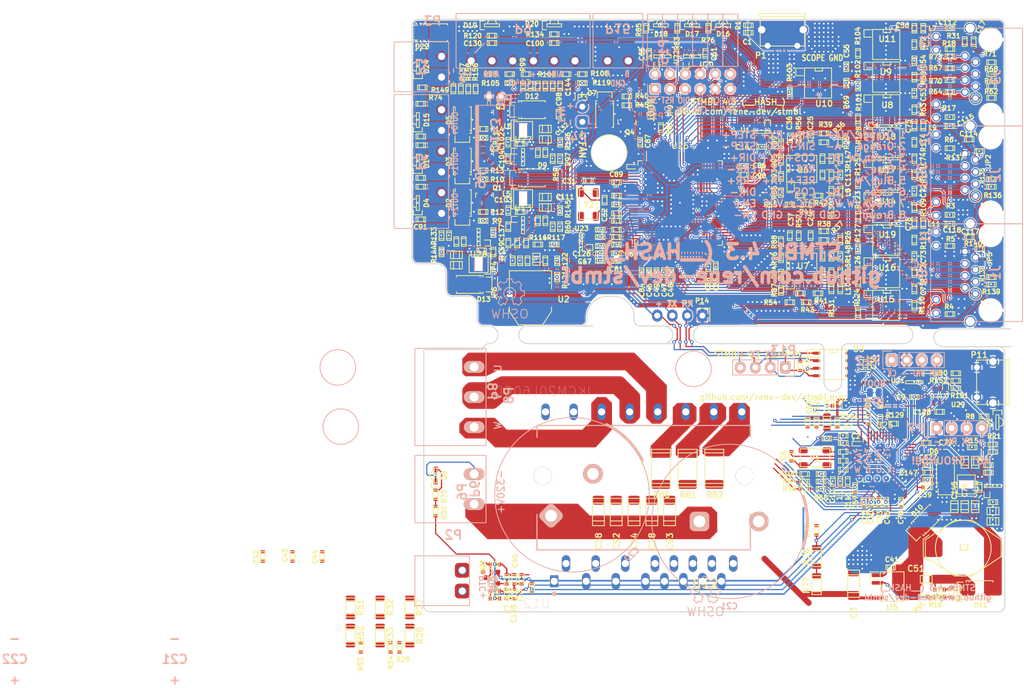
<source format=kicad_pcb>
(kicad_pcb (version 20171130) (host pcbnew "(5.1.5)-3")
  (layers (0 F.Cu signal) (31 B.Cu signal) (34 B.Paste user) (35 F.Paste user) (36 B.SilkS user) (37 F.SilkS user) (38 B.Mask user) (39 F.Mask user) (44 Edge.Cuts user))
  (net 0 "")
  (net 1 "Net-(C1-Pad1)")
  (net 2 GND)
  (net 3 +3.3VP)
  (net 4 GNDPWR)
  (net 5 "Net-(C5-Pad1)")
  (net 6 "Net-(C6-Pad1)")
  (net 7 +5V)
  (net 8 /hv/f3/A_U)
  (net 9 "Net-(C15-Pad2)")
  (net 10 +3V3)
  (net 11 /hv/f3/A_V)
  (net 12 VPP)
  (net 13 /hv/f3/A_W)
  (net 14 "Net-(C24-Pad1)")
  (net 15 "Net-(C24-Pad2)")
  (net 16 "Net-(C25-Pad1)")
  (net 17 "Net-(C25-Pad2)")
  (net 18 "Net-(C26-Pad1)")
  (net 19 "Net-(C26-Pad2)")
  (net 20 "Net-(C27-Pad1)")
  (net 21 "Net-(C27-Pad2)")
  (net 22 "Net-(C31-Pad1)")
  (net 23 "Net-(C32-Pad1)")
  (net 24 /hv/cur/A_IU)
  (net 25 /hv/f3/A_HV)
  (net 26 "Net-(C41-Pad1)")
  (net 27 /hv/back-emf/W)
  (net 28 "Net-(C42-Pad2)")
  (net 29 /hv/back-emf/V)
  (net 30 "Net-(C43-Pad2)")
  (net 31 /hv/back-emf/U)
  (net 32 "Net-(C44-Pad2)")
  (net 33 /hv/cur/A_IV)
  (net 34 /ctrl/FB1/A12)
  (net 35 /ctrl/FB0/A12)
  (net 36 /ctrl/FB0/A35)
  (net 37 /ctrl/FB1/A35)
  (net 38 /hv/cur/A_IW)
  (net 39 +15V)
  (net 40 "Net-(C88-Pad1)")
  (net 41 "Net-(C90-Pad1)")
  (net 42 "Net-(D1-Pad2)")
  (net 43 "Net-(D1-Pad1)")
  (net 44 +24V)
  (net 45 "Net-(D2-Pad2)")
  (net 46 "Net-(D3-Pad2)")
  (net 47 "Net-(D5-Pad2)")
  (net 48 "Net-(D7-Pad2)")
  (net 49 "Net-(D8-Pad2)")
  (net 50 /ctrl/RX)
  (net 51 "Net-(Q1-Pad1)")
  (net 52 "Net-(Q2-Pad1)")
  (net 53 "Net-(Q3-Pad1)")
  (net 54 "Net-(Q4-Pad1)")
  (net 55 "Net-(JP1-Pad2)")
  (net 56 "Net-(R27-Pad2)")
  (net 57 "Net-(R32-Pad2)")
  (net 58 "Net-(J2-Pad3)")
  (net 59 "Net-(J1-Pad3)")
  (net 60 "Net-(J1-Pad6)")
  (net 61 "Net-(J2-Pad6)")
  (net 62 "Net-(J1-Pad1)")
  (net 63 "Net-(J2-Pad1)")
  (net 64 "Net-(J1-Pad2)")
  (net 65 "Net-(J2-Pad2)")
  (net 66 /hv/driver/CUH)
  (net 67 "Net-(R51-Pad2)")
  (net 68 "Net-(R54-Pad1)")
  (net 69 "Net-(R55-Pad1)")
  (net 70 "Net-(R56-Pad1)")
  (net 71 "Net-(R57-Pad1)")
  (net 72 "Net-(JP9-Pad2)")
  (net 73 "Net-(J3-Pad1)")
  (net 74 "Net-(J3-Pad2)")
  (net 75 "Net-(J3-Pad3)")
  (net 76 "Net-(J3-Pad6)")
  (net 77 "Net-(J3-Pad5)")
  (net 78 "Net-(J3-Pad4)")
  (net 79 "Net-(J3-Pad7)")
  (net 80 "Net-(J3-Pad8)")
  (net 81 /hv/f3/HV_RX)
  (net 82 "Net-(R77-Pad2)")
  (net 83 /hv/driver/CVH)
  (net 84 /hv/driver/CWH)
  (net 85 /ctrl/f4/CMD_12E)
  (net 86 /ctrl/f4/CMD_36E)
  (net 87 /ctrl/f4/CMD_45E)
  (net 88 /ctrl/f4/CMD_78E)
  (net 89 "Net-(J1-Pad5)")
  (net 90 "Net-(J1-Pad4)")
  (net 91 "Net-(J2-Pad5)")
  (net 92 "Net-(J2-Pad4)")
  (net 93 /hv/f3/A_T_HV)
  (net 94 /ctrl/FB0/E12)
  (net 95 /ctrl/FB1/E12)
  (net 96 /ctrl/FB0/E36)
  (net 97 /ctrl/FB1/E36)
  (net 98 /ctrl/FB1/E45)
  (net 99 /ctrl/FB0/E45)
  (net 100 /hv/f3/HV_EN)
  (net 101 "Net-(T1-Pad1)")
  (net 102 /hv/f3/HV_TX)
  (net 103 /ctrl/f4/CMD_12)
  (net 104 /ctrl/f4/CMD_36)
  (net 105 /ctrl/f4/CMD_45)
  (net 106 /ctrl/f4/CMD_78)
  (net 107 /ctrl/FB1/D12)
  (net 108 /ctrl/FB0/D12)
  (net 109 /ctrl/FB1/D36)
  (net 110 /ctrl/FB0/D36)
  (net 111 /ctrl/FB0/D45)
  (net 112 /ctrl/FB1/D45)
  (net 113 "Net-(T44-Pad1)")
  (net 114 "Net-(T45-Pad1)")
  (net 115 "Net-(T46-Pad1)")
  (net 116 "Net-(P1-Pad3)")
  (net 117 "Net-(P1-Pad2)")
  (net 118 "Net-(R129-Pad2)")
  (net 119 "Net-(C15-Pad1)")
  (net 120 "Net-(C53-Pad1)")
  (net 121 "Net-(C119-Pad2)")
  (net 122 "Net-(C71-Pad1)")
  (net 123 "Net-(C72-Pad1)")
  (net 124 "Net-(C105-Pad1)")
  (net 125 "Net-(C105-Pad2)")
  (net 126 "Net-(C106-Pad1)")
  (net 127 "Net-(C106-Pad2)")
  (net 128 +12V)
  (net 129 "Net-(R19-Pad1)")
  (net 130 "Net-(R131-Pad2)")
  (net 131 "Net-(R130-Pad2)")
  (net 132 "Net-(R30-Pad2)")
  (net 133 "Net-(R35-Pad1)")
  (net 134 /ctrl/TX)
  (net 135 /ctrl/IO/NRST)
  (net 136 +5F)
  (net 137 "Net-(C114-Pad1)")
  (net 138 "Net-(C117-Pad1)")
  (net 139 "Net-(C121-Pad1)")
  (net 140 "Net-(C121-Pad2)")
  (net 141 "Net-(R132-Pad1)")
  (net 142 /ctrl/FB0/A78)
  (net 143 /ctrl/FB1/A78)
  (net 144 /ctrl/f4/IO_AIN0)
  (net 145 /ctrl/f4/IO_AIN1)
  (net 146 "Net-(P9-Pad5)")
  (net 147 "Net-(P9-Pad2)")
  (net 148 /hv/f3/NRST)
  (net 149 "Net-(C36-Pad2)")
  (net 150 "Net-(C37-Pad2)")
  (net 151 /hv/f3/A_T_MOT)
  (net 152 "Net-(P2-Pad1)")
  (net 153 /hv/f3/SWCLK)
  (net 154 /hv/f3/SWDIO)
  (net 155 "Net-(R59-Pad1)")
  (net 156 GNDD)
  (net 157 "Net-(R15-Pad1)")
  (net 158 "Net-(R16-Pad1)")
  (net 159 "Net-(D4-Pad1)")
  (net 160 "Net-(D14-Pad1)")
  (net 161 "Net-(D15-Pad1)")
  (net 162 "Net-(D16-Pad1)")
  (net 163 "Net-(D17-Pad1)")
  (net 164 "Net-(D18-Pad1)")
  (net 165 "Net-(D19-Pad1)")
  (net 166 "Net-(D20-Pad1)")
  (net 167 /ctrl/IO/SWDIO)
  (net 168 /ctrl/IO/CAN_TX)
  (net 169 /ctrl/IO/CAN_RX)
  (net 170 /ctrl/IO/SWCK)
  (net 171 "Net-(R147-Pad2)")
  (net 172 "Net-(R148-Pad2)")
  (net 173 "Net-(R145-Pad2)")
  (net 174 "Net-(R143-Pad2)")
  (net 175 "Net-(R146-Pad2)")
  (net 176 "Net-(R133-Pad1)")
  (net 177 "Net-(C12-Pad1)")
  (net 178 "Net-(C13-Pad1)")
  (net 179 "Net-(C98-Pad1)")
  (net 180 /ctrl/IO/IO_RED)
  (net 181 /ctrl/IO/IO_YELLOW)
  (net 182 /ctrl/IO/IO_GREEN)
  (net 183 /ctrl/IO/IO_L0)
  (net 184 /ctrl/IO/IO_L1)
  (net 185 "Net-(D24-Pad1)")
  (net 186 /ctrl/f4/FB0_L1)
  (net 187 /ctrl/f4/FB1_L1)
  (net 188 /ctrl/f4/FB1_L2)
  (net 189 /ctrl/f4/FB0_L2)
  (net 190 /ctrl/IO/IO_OUT0)
  (net 191 /ctrl/IO/IO_OUT1)
  (net 192 /ctrl/f4/CMD_L1)
  (net 193 /ctrl/f4/CMD_L2)
  (net 194 /ctrl/IO/IO_FAN)
  (net 195 /hv/f3/IO_TX)
  (net 196 /hv/f3/IO_RX)
  (net 197 /hv/f3/USB_DM)
  (net 198 /hv/f3/USB_DP)
  (net 199 /ctrl/f4/EN_5V)
  (net 200 /ctrl/f4/A_24V)
  (net 201 /ctrl/f4/A_5V)
  (net 202 "Net-(P11-Pad2)")
  (net 203 "Net-(P11-Pad3)")
  (net 204 "Net-(R118-Pad1)")
  (net 205 "Net-(R153-Pad1)")
  (net 206 /ctrl/IO/IO_OUT2)
  (net 207 "Net-(J1-Pad9)")
  (net 208 "Net-(J1-Pad11)")
  (net 209 "Net-(J2-Pad9)")
  (net 210 "Net-(J2-Pad11)")
  (net 211 "Net-(J3-Pad9)")
  (net 212 "Net-(J3-Pad11)")
  (net 213 +5VA)
  (net 214 "Net-(C139-Pad1)")
  (net 215 "Net-(C101-Pad1)")
  (net 216 /hv/driver/itirp)
  (net 217 /hv/driver/LV)
  (net 218 /hv/driver/HW)
  (net 219 /hv/driver/LW)
  (net 220 /hv/driver/LU)
  (net 221 /hv/driver/HV)
  (net 222 /hv/driver/HU)
  (net 223 "Net-(R143-Pad1)")
  (net 224 "Net-(C41-Pad2)")
  (net 225 "Net-(C51-Pad1)")
  (net 226 "Net-(C141-Pad2)")
  (net 227 "Net-(Q5-Pad1)")
  (net 228 /hv/f3/BRK)
  (net 229 "Net-(P2-Pad2)")
  (net 230 "Net-(Q5-Pad3)")
  (net 231 "Net-(C42-Pad1)")
  (net 232 "Net-(C43-Pad1)")
  (net 233 "Net-(C44-Pad1)")
  (net 234 "Net-(P1-Pad1)")
  (net 235 "Net-(P1-Pad4)")
  (net 236 "Net-(P11-Pad1)")
  (net 237 "Net-(P11-Pad4)")
  (net 238 "Net-(U1-Pad4)")
  (net 239 "Net-(U1-Pad6)")
  (net 240 "Net-(U4-Pad3)")
  (net 241 "Net-(U7-Pad8)")
  (net 242 "Net-(U13-Pad3)")
  (net 243 "Net-(U21-Pad4)")
  (net 244 "Net-(U27-Pad3)")
  (module stmbl:RM5.08_1x2 (layer B.Cu) (at 108.54 126.54 270)
    (fp_text reference P6 (at 3 2 270) (layer B.SilkS) (effects (font (size 1.5 1.5) (thickness 0.3)) (justify mirror)))
    (fp_text value CONN_01X02)
    (pad 2 thru_hole oval (at 5.08 0 270) (size 2 3.5) (drill 1.5) (layers *.Cu *.Mask B.SilkS) (net 12 VPP))
    (pad 1 thru_hole oval (at 0 0 270) (size 2 3.5) (drill 1.5) (layers *.Cu *.Mask B.SilkS) (net 4 GNDPWR))
  )
  (module stmbl:INF-CIPOS_MINI (layer B.Cu) (at 137.135 130.34)
    (fp_text reference U12 (at -18.086 18.07 180) (layer B.SilkS) (effects (font (size 1.6 1.6) (thickness 0.05)) (justify mirror)))
    (fp_text value IKCM20L60GD (at -17.07 -17.744 180) (layer B.SilkS) (effects (font (size 1.6 1.6) (thickness 0.05)) (justify mirror)))
    (fp_poly (pts (xy -15.8 13.6015) (xy -14.4 13.6015) (xy -14.4 13.3) (xy -15.8 13.3)) (layer B.Cu) (width 0))
    (fp_poly (pts (xy -15.8 13.6015) (xy -14.4 13.6015) (xy -14.4 13.3) (xy -15.8 13.3)) (layer F.Cu) (width 0))
    (fp_poly (pts (xy -15.8 15.3) (xy -14.4 15.3) (xy -14.4 14.9985) (xy -15.8 14.9985)) (layer B.Cu) (width 0))
    (fp_poly (pts (xy -15.8 15.3) (xy -14.4 15.3) (xy -14.4 14.9985) (xy -15.8 14.9985)) (layer F.Cu) (width 0))
    (pad _1 thru_hole circle (at 17.025 -3.5 270) (size 3 3) (drill 3) (layers *.Cu *.Mask))
    (pad $$$1 thru_hole circle (at -17.025 -3.5 270) (size 3 3) (drill 3) (layers *.Cu *.Mask))
    (pad 24 thru_hole oval (at -16.555 -14.3 270) (size 2.794 1.397) (drill 1.2) (layers *.Cu *.Mask))
    (pad 23 thru_hole oval (at -11.825 -14.3 270) (size 2.794 1.397) (drill 1.2) (layers *.Cu *.Mask) (net 12 VPP))
    (pad 22 thru_hole oval (at -7.095 -14.3 270) (size 2.794 1.397) (drill 1.2) (layers *.Cu *.Mask) (net 31 /hv/back-emf/U))
    (pad 21 thru_hole oval (at -2.365 -14.3 270) (size 2.794 1.397) (drill 1.2) (layers *.Cu *.Mask) (net 29 /hv/back-emf/V))
    (pad 20 thru_hole oval (at 2.365 -14.3 270) (size 2.794 1.397) (drill 1.2) (layers *.Cu *.Mask) (net 27 /hv/back-emf/W))
    (pad 19 thru_hole oval (at 7.095 -14.3 270) (size 2.794 1.397) (drill 1.2) (layers *.Cu *.Mask) (net 66 /hv/driver/CUH))
    (pad 18 thru_hole oval (at 11.825 -14.3 270) (size 2.794 1.397) (drill 1.2) (layers *.Cu *.Mask) (net 83 /hv/driver/CVH))
    (pad 17 thru_hole oval (at 16.555 -14.3 270) (size 2.794 1.397) (drill 1.2) (layers *.Cu *.Mask) (net 84 /hv/driver/CWH))
    (pad 16 thru_hole oval (at 15.1 11.3 270) (size 2.794 1.397) (drill 1.2) (layers *.Cu *.Mask) (net 4 GNDPWR))
    (pad 15 thru_hole oval (at 13.1 14.3 270) (size 2.794 1.397) (drill 1.2) (layers *.Cu *.Mask) (net 100 /hv/f3/HV_EN))
    (pad 14 thru_hole oval (at 11.5 11.3 270) (size 2.794 1.397) (drill 1.2) (layers *.Cu *.Mask) (net 93 /hv/f3/A_T_HV))
    (pad 13 thru_hole oval (at 9.9 14.3 270) (size 2.794 1.397) (drill 1.2) (layers *.Cu *.Mask) (net 39 +15V))
    (pad 12 thru_hole oval (at 8.3 11.3 270) (size 2.794 1.397) (drill 1.2) (layers *.Cu *.Mask) (net 219 /hv/driver/LW))
    (pad 11 thru_hole oval (at 6.7 14.3 270) (size 2.794 1.397) (drill 1.2) (layers *.Cu *.Mask) (net 217 /hv/driver/LV))
    (pad 10 thru_hole oval (at 5.1 11.3 270) (size 2.794 1.397) (drill 1.2) (layers *.Cu *.Mask) (net 220 /hv/driver/LU))
    (pad 9 thru_hole oval (at 3.5 14.3 270) (size 2.794 1.397) (drill 1.2) (layers *.Cu *.Mask) (net 218 /hv/driver/HW))
    (pad 8 thru_hole oval (at 1.9 11.3 270) (size 2.794 1.397) (drill 1.2) (layers *.Cu *.Mask) (net 221 /hv/driver/HV))
    (pad 7 thru_hole oval (at 0.3 14.3 270) (size 2.794 1.397) (drill 1.2) (layers *.Cu *.Mask) (net 222 /hv/driver/HU))
    (pad 6 thru_hole oval (at -3.1 11.3 270) (size 2.794 1.397) (drill 1.2) (layers *.Cu *.Mask) (net 28 "Net-(C42-Pad2)"))
    (pad 5 thru_hole oval (at -4.7 14.3 270) (size 2.794 1.397) (drill 1.2) (layers *.Cu *.Mask) (net 231 "Net-(C42-Pad1)"))
    (pad 4 thru_hole oval (at -8.1 11.3 270) (size 2.794 1.397) (drill 1.2) (layers *.Cu *.Mask) (net 30 "Net-(C43-Pad2)"))
    (pad 3 thru_hole oval (at -9.7 14.3 270) (size 2.794 1.397) (drill 1.2) (layers *.Cu *.Mask) (net 232 "Net-(C43-Pad1)"))
    (pad 2 thru_hole oval (at -13.1 11.3 270) (size 2.794 1.397) (drill 1.2) (layers *.Cu *.Mask) (net 32 "Net-(C44-Pad2)"))
    (pad 1 thru_hole rect (at -15.1 14.3 270) (size 1.397 1.397) (drill 1.2) (layers *.Cu *.Mask) (net 233 "Net-(C44-Pad1)"))
  )
  (module stmbl:Pin_Header_Angled_1x04 (layer F.Cu) (at 147.04 99.79 270)
    (fp_text reference P14 (at -2.502 0.054) (layer F.SilkS) (effects (font (size 0.8 0.8) (thickness 0.2))))
    (fp_text value CONN_01X04)
    (pad 4 thru_hole oval (at 0 7.62 270) (size 2.032 1.7272) (drill 1.016) (layers *.Cu *.Mask F.CrtYd) (net 10 +3V3))
    (pad 3 thru_hole oval (at 0 5.08 270) (size 2.032 1.7272) (drill 1.016) (layers *.Cu *.Mask F.CrtYd) (net 134 /ctrl/TX))
    (pad 2 thru_hole oval (at 0 2.54 270) (size 2.032 1.7272) (drill 1.016) (layers *.Cu *.Mask F.CrtYd) (net 50 /ctrl/RX))
    (pad 1 thru_hole roundrect (at 0 0 270) (size 2.032 1.7272) (drill 1.016) (layers *.Cu *.Mask) (net 2 GND))
  )
  (module stmbl:C_Radial_D6.5_L11_P2.5 (layer B.Cu) (at 113.04 62.79 180)
    (fp_text reference C143 (at -3.212 2.332 180) (layer B.SilkS) (effects (justify mirror)))
    (fp_text value 22µ)
    (pad 2 thru_hole circle (at 2 0 180) (size 1.3 1.3) (drill 0.8) (layers *.Cu *.Mask B.SilkS) (net 2 GND))
    (pad 1 thru_hole roundrect (at 0 0 180) (size 1.3 1.3) (drill 0.8) (layers *.Cu *.Mask B.SilkS) (net 44 +24V))
  )
  (module stmbl:C_Radial_D26_L45_P10 (layer B.Cu) (at 125.04 130.04 45)
    (fp_text reference C22 (at 0 14.3 45) (layer B.SilkS) (effects (font (thickness 0.2)) (justify mirror)))
    (fp_text value 270µ)
    (pad 1 thru_hole roundrect (at -5 0 45) (size 3.3 3.3) (drill 2) (layers *.Cu *.Mask B.SilkS) (net 12 VPP))
    (pad 2 thru_hole circle (at 5 0 45) (size 3.3 3.3) (drill 2) (layers *.Cu *.Mask B.SilkS) (net 4 GNDPWR))
  )
  (module stmbl:C_Radial_D26_L45_P10 (layer B.Cu) (at 151.54 134.54)
    (fp_text reference C21 (at 0 14.3) (layer B.SilkS) (effects (font (thickness 0.2)) (justify mirror)))
    (fp_text value 270µ)
    (pad 1 thru_hole roundrect (at -5 0) (size 3.3 3.3) (drill 2) (layers *.Cu *.Mask B.SilkS) (net 12 VPP))
    (pad 2 thru_hole circle (at 5 0) (size 3.3 3.3) (drill 2) (layers *.Cu *.Mask B.SilkS) (net 4 GNDPWR))
  )
  (module stmbl:SOLDER_JUMPER (layer F.Cu) (at 140.04 65.04 270)
    (fp_text reference JP9 (at 0.244 -1.612 270) (layer F.SilkS) (effects (font (size 0.8 0.8) (thickness 0.2))))
    (fp_text value Jumper_NO_Small)
    (fp_line (start -0.75 0) (end -0.2 0) (layer F.Cu) (width 0.25))
    (fp_line (start 0.75 0) (end 0.2 0) (layer F.Cu) (width 0.25))
    (pad 1 smd roundrect (at -0.75 0 270) (size 1 1.5) (layers F.Cu F.Paste F.Mask) (net 10 +3V3))
    (pad 2 smd roundrect (at 0.75 0 270) (size 1 1.5) (layers F.Cu F.Paste F.Mask) (net 72 "Net-(JP9-Pad2)"))
  )
  (module stmbl:SOLDER_JUMPER (layer F.Cu) (at 113.29 92.04 90)
    (fp_text reference JP4 (at 0.34 -1.356 90) (layer F.SilkS) (effects (font (size 0.8 0.8) (thickness 0.2))))
    (fp_text value Jumper_NO_Small)
    (fp_line (start -0.75 0) (end -0.2 0) (layer F.Cu) (width 0.25))
    (fp_line (start 0.75 0) (end 0.2 0) (layer F.Cu) (width 0.25))
    (pad 1 smd roundrect (at -0.75 0 90) (size 1 1.5) (layers F.Cu F.Paste F.Mask) (net 136 +5F))
    (pad 2 smd roundrect (at 0.75 0 90) (size 1 1.5) (layers F.Cu F.Paste F.Mask) (net 7 +5V))
  )
  (module stmbl:SOLDER_JUMPER (layer B.Cu) (at 176.04 112.79)
    (fp_text reference JP1 (at 0.156 1.77) (layer B.SilkS) (effects (font (size 1.5 1.5) (thickness 0.3)) (justify mirror)))
    (fp_text value Jumper_NO_Small)
    (fp_line (start -0.75 0) (end -0.2 0) (layer B.Cu) (width 0.25))
    (fp_line (start 0.75 0) (end 0.2 0) (layer B.Cu) (width 0.25))
    (pad 1 smd roundrect (at -0.75 0) (size 1 1.5) (layers B.Cu B.Paste B.Mask) (net 3 +3.3VP))
    (pad 2 smd roundrect (at 0.75 0) (size 1 1.5) (layers B.Cu B.Paste B.Mask) (net 55 "Net-(JP1-Pad2)"))
  )
  (module stmbl:SOIC-7 (layer F.Cu) (at 179.04 145.54)
    (fp_text reference U5 (at 0 3.5) (layer F.SilkS) (effects (font (thickness 0.2))))
    (fp_text value LNK304D)
    (pad 8 smd roundrect (at 2.45 -1.905 270) (size 0.6 2) (layers F.Cu F.Paste F.Mask) (net 224 "Net-(C41-Pad2)"))
    (pad 7 smd roundrect (at 2.45 -0.635 270) (size 0.6 2) (layers F.Cu F.Paste F.Mask) (net 224 "Net-(C41-Pad2)"))
    (pad 6 smd roundrect (at 2.45 0.635 270) (size 0.6 2) (layers F.Cu F.Paste F.Mask) (net 224 "Net-(C41-Pad2)"))
    (pad 5 smd roundrect (at 2.45 1.905 270) (size 0.6 2) (layers F.Cu F.Paste F.Mask) (net 224 "Net-(C41-Pad2)"))
    (pad 4 smd roundrect (at -2.45 1.905 270) (size 0.6 2) (layers F.Cu F.Paste F.Mask) (net 12 VPP))
    (pad 2 smd roundrect (at -2.45 -0.635 270) (size 0.6 2) (layers F.Cu F.Paste F.Mask) (net 223 "Net-(R143-Pad1)"))
    (pad 1 smd roundrect (at -2.45 -1.905 270) (size 0.6 2) (layers F.Cu F.Paste F.Mask) (net 26 "Net-(C41-Pad1)"))
  )
  (module stmbl:Symbol_OSHW-Logo_SilkScreen (layer B.Cu) (at 114.54 96.04 180)
    (fp_text reference LOGO1 hide)
    (fp_text value OPEN_HARDWARE_1)
  )
  (module stmbl:LED-0805-SIDE (layer F.Cu) (at 99.04 80.79 90)
    (fp_text reference D4 (at 0.012 1.464 90) (layer F.SilkS) (effects (font (size 0.8 0.8) (thickness 0.2))))
    (fp_text value green)
    (pad 2 smd roundrect (at 1 0 270) (size 1 0.75) (layers F.Cu F.Paste F.Mask) (net 44 +24V))
    (pad 1 smd roundrect (at -1 0 270) (size 1 0.75) (layers F.Cu F.Paste F.Mask) (net 159 "Net-(D4-Pad1)"))
  )
  (module stmbl:LED-0805-SIDE (layer F.Cu) (at 99.04 73.79 90)
    (fp_text reference D14 (at 0.012 1.464 90) (layer F.SilkS) (effects (font (size 0.8 0.8) (thickness 0.2))))
    (fp_text value green)
    (pad 2 smd roundrect (at 1 0 270) (size 1 0.75) (layers F.Cu F.Paste F.Mask) (net 44 +24V))
    (pad 1 smd roundrect (at -1 0 270) (size 1 0.75) (layers F.Cu F.Paste F.Mask) (net 160 "Net-(D14-Pad1)"))
  )
  (module stmbl:LED-0805-SIDE (layer F.Cu) (at 99.04 66.79 90)
    (fp_text reference D15 (at 0.012 1.464 90) (layer F.SilkS) (effects (font (size 0.8 0.8) (thickness 0.2))))
    (fp_text value green)
    (pad 2 smd roundrect (at 1 0 270) (size 1 0.75) (layers F.Cu F.Paste F.Mask) (net 44 +24V))
    (pad 1 smd roundrect (at -1 0 270) (size 1 0.75) (layers F.Cu F.Paste F.Mask) (net 161 "Net-(D15-Pad1)"))
  )
  (module stmbl:LED-0805-SIDE (layer F.Cu) (at 150.54 50.79)
    (fp_text reference D16 (at 0.012 1.464) (layer F.SilkS) (effects (font (size 0.8 0.8) (thickness 0.2))))
    (fp_text value red)
    (pad 2 smd roundrect (at 1 0 180) (size 1 0.75) (layers F.Cu F.Paste F.Mask) (net 180 /ctrl/IO/IO_RED))
    (pad 1 smd roundrect (at -1 0 180) (size 1 0.75) (layers F.Cu F.Paste F.Mask) (net 162 "Net-(D16-Pad1)"))
  )
  (module stmbl:LED-0805-SIDE (layer F.Cu) (at 145.29 50.79)
    (fp_text reference D17 (at 0.012 1.464) (layer F.SilkS) (effects (font (size 0.8 0.8) (thickness 0.2))))
    (fp_text value yellow)
    (pad 2 smd roundrect (at 1 0 180) (size 1 0.75) (layers F.Cu F.Paste F.Mask) (net 181 /ctrl/IO/IO_YELLOW))
    (pad 1 smd roundrect (at -1 0 180) (size 1 0.75) (layers F.Cu F.Paste F.Mask) (net 163 "Net-(D17-Pad1)"))
  )
  (module stmbl:LED-0805-SIDE (layer F.Cu) (at 140.04 50.79)
    (fp_text reference D18 (at 0.012 1.464) (layer F.SilkS) (effects (font (size 0.8 0.8) (thickness 0.2))))
    (fp_text value green)
    (pad 2 smd roundrect (at 1 0 180) (size 1 0.75) (layers F.Cu F.Paste F.Mask) (net 182 /ctrl/IO/IO_GREEN))
    (pad 1 smd roundrect (at -1 0 180) (size 1 0.75) (layers F.Cu F.Paste F.Mask) (net 164 "Net-(D18-Pad1)"))
  )
  (module stmbl:LED-0805-SIDE (layer F.Cu) (at 111.54 50.79)
    (fp_text reference D19 (at -3.67 0.016) (layer F.SilkS) (effects (font (size 0.8 0.8) (thickness 0.2))))
    (fp_text value green)
    (pad 2 smd roundrect (at 1 0 180) (size 1 0.75) (layers F.Cu F.Paste F.Mask) (net 183 /ctrl/IO/IO_L0))
    (pad 1 smd roundrect (at -1 0 180) (size 1 0.75) (layers F.Cu F.Paste F.Mask) (net 165 "Net-(D19-Pad1)"))
  )
  (module stmbl:LED-0805-SIDE (layer F.Cu) (at 122.04 50.79)
    (fp_text reference D20 (at -3.756 -0.238) (layer F.SilkS) (effects (font (size 0.8 0.8) (thickness 0.2))))
    (fp_text value green)
    (pad 2 smd roundrect (at 1 0 180) (size 1 0.75) (layers F.Cu F.Paste F.Mask) (net 184 /ctrl/IO/IO_L1))
    (pad 1 smd roundrect (at -1 0 180) (size 1 0.75) (layers F.Cu F.Paste F.Mask) (net 166 "Net-(D20-Pad1)"))
  )
  (module stmbl:LED-0805-SIDE (layer F.Cu) (at 99.04 57.79 90)
    (fp_text reference D24 (at 0.012 1.464 90) (layer F.SilkS) (effects (font (size 0.8 0.8) (thickness 0.2))))
    (fp_text value green)
    (pad 2 smd roundrect (at 1 0 270) (size 1 0.75) (layers F.Cu F.Paste F.Mask) (net 44 +24V))
    (pad 1 smd roundrect (at -1 0 270) (size 1 0.75) (layers F.Cu F.Paste F.Mask) (net 185 "Net-(D24-Pad1)"))
  )
  (module stmbl:LED-0805-SIDE (layer F.Cu) (at 196.79 117.79 270)
    (fp_text reference D1 (at 0.072 1.29 270) (layer F.SilkS) (effects (font (size 0.8 0.8) (thickness 0.2))))
    (fp_text value red)
    (pad 2 smd roundrect (at 1 0 90) (size 1 0.75) (layers F.Cu F.Paste F.Mask) (net 42 "Net-(D1-Pad2)"))
    (pad 1 smd roundrect (at -1 0 90) (size 1 0.75) (layers F.Cu F.Paste F.Mask) (net 43 "Net-(D1-Pad1)"))
  )
  (module stmbl:LED-0805-SIDE (layer F.Cu) (at 102.04 126.79 90)
    (fp_text reference D8 (at 0.012 1.464 90) (layer F.SilkS) (effects (font (size 0.8 0.8) (thickness 0.2))))
    (fp_text value green)
    (pad 2 smd roundrect (at 1 0 270) (size 1 0.75) (layers F.Cu F.Paste F.Mask) (net 49 "Net-(D8-Pad2)"))
    (pad 1 smd roundrect (at -1 0 270) (size 1 0.75) (layers F.Cu F.Paste F.Mask) (net 4 GNDPWR))
  )
  (module stmbl:R_2512 (layer F.Cu) (at 140.04 125.54 270)
    (fp_text reference R80 (at 4.518 -0.09) (layer F.SilkS) (effects (font (thickness 0.2))))
    (fp_text value 0.003)
    (pad 1 smd roundrect (at -2.75 0 270) (size 1.5 3.2) (layers F.Cu F.Paste F.Mask) (net 66 /hv/driver/CUH))
    (pad 2 smd roundrect (at 2.75 0 270) (size 1.5 3.2) (layers F.Cu F.Paste F.Mask) (net 4 GNDPWR))
  )
  (module stmbl:R_2512 (layer F.Cu) (at 149.04 125.54 270)
    (fp_text reference R82 (at 4.518 -0.09) (layer F.SilkS) (effects (font (thickness 0.2))))
    (fp_text value 0.003)
    (pad 1 smd roundrect (at -2.75 0 270) (size 1.5 3.2) (layers F.Cu F.Paste F.Mask) (net 84 /hv/driver/CWH))
    (pad 2 smd roundrect (at 2.75 0 270) (size 1.5 3.2) (layers F.Cu F.Paste F.Mask) (net 4 GNDPWR))
  )
  (module stmbl:R_2512 (layer F.Cu) (at 144.54 125.54 270)
    (fp_text reference R81 (at 4.518 -0.09) (layer F.SilkS) (effects (font (thickness 0.2))))
    (fp_text value 0.003)
    (pad 1 smd roundrect (at -2.75 0 270) (size 1.5 3.2) (layers F.Cu F.Paste F.Mask) (net 83 /hv/driver/CVH))
    (pad 2 smd roundrect (at 2.75 0 270) (size 1.5 3.2) (layers F.Cu F.Paste F.Mask) (net 4 GNDPWR))
  )
  (module stmbl:SOT-223 (layer F.Cu) (at 118.04 96.79 270)
    (fp_text reference U2 (at 0.244 -5.578) (layer F.SilkS) (effects (font (thickness 0.2))))
    (fp_text value zldo1117)
    (pad 2 smd roundrect (at 3.25 0 180) (size 3.5 2) (layers F.Cu F.Paste F.Mask) (net 10 +3V3))
    (pad 2 smd roundrect (at -3.25 0 180) (size 1 2) (layers F.Cu F.Paste F.Mask) (net 10 +3V3))
    (pad 3 smd roundrect (at -3.25 2.25 180) (size 1 2) (layers F.Cu F.Paste F.Mask) (net 7 +5V))
    (pad 1 smd roundrect (at -3.25 -2.25 180) (size 1 2) (layers F.Cu F.Paste F.Mask) (net 2 GND))
  )
  (module stmbl:LQFP-100_14x14mm_Pitch0.5mm (layer F.Cu) (at 143.29 80.79)
    (fp_text reference U26 (at 0 -9.65) (layer F.SilkS))
    (fp_text value STM32F405VG)
    (pad 1 smd roundrect (at -7.9 -6) (size 1.5 0.25) (layers F.Cu F.Paste F.Mask) (net 2 GND))
    (pad 2 smd roundrect (at -7.9 -5.5) (size 1.5 0.25) (layers F.Cu F.Paste F.Mask) (net 194 /ctrl/IO/IO_FAN))
    (pad 3 smd roundrect (at -7.9 -5) (size 1.5 0.25) (layers F.Cu F.Paste F.Mask) (net 190 /ctrl/IO/IO_OUT0))
    (pad 4 smd roundrect (at -7.9 -4.5) (size 1.5 0.25) (layers F.Cu F.Paste F.Mask) (net 191 /ctrl/IO/IO_OUT1))
    (pad 5 smd roundrect (at -7.9 -4) (size 1.5 0.25) (layers F.Cu F.Paste F.Mask) (net 206 /ctrl/IO/IO_OUT2))
    (pad 6 smd roundrect (at -7.9 -3.5) (size 1.5 0.25) (layers F.Cu F.Paste F.Mask) (net 10 +3V3))
    (pad 7 smd roundrect (at -7.9 -3) (size 1.5 0.25) (layers F.Cu F.Paste F.Mask) (net 199 /ctrl/f4/EN_5V))
    (pad 8 smd roundrect (at -7.9 -2.5) (size 1.5 0.25) (layers F.Cu F.Paste F.Mask) (net 2 GND))
    (pad 9 smd roundrect (at -7.9 -2) (size 1.5 0.25) (layers F.Cu F.Paste F.Mask) (net 2 GND))
    (pad 10 smd roundrect (at -7.9 -1.5) (size 1.5 0.25) (layers F.Cu F.Paste F.Mask) (net 2 GND))
    (pad 11 smd roundrect (at -7.9 -1) (size 1.5 0.25) (layers F.Cu F.Paste F.Mask) (net 10 +3V3))
    (pad 12 smd roundrect (at -7.9 -0.5) (size 1.5 0.25) (layers F.Cu F.Paste F.Mask) (net 22 "Net-(C31-Pad1)"))
    (pad 13 smd roundrect (at -7.9 0) (size 1.5 0.25) (layers F.Cu F.Paste F.Mask) (net 205 "Net-(R153-Pad1)"))
    (pad 14 smd roundrect (at -7.9 0.5) (size 1.5 0.25) (layers F.Cu F.Paste F.Mask) (net 135 /ctrl/IO/NRST))
    (pad 15 smd roundrect (at -7.9 1) (size 1.5 0.25) (layers F.Cu F.Paste F.Mask) (net 144 /ctrl/f4/IO_AIN0))
    (pad 16 smd roundrect (at -7.9 1.5) (size 1.5 0.25) (layers F.Cu F.Paste F.Mask) (net 145 /ctrl/f4/IO_AIN1))
    (pad 17 smd roundrect (at -7.9 2) (size 1.5 0.25) (layers F.Cu F.Paste F.Mask) (net 142 /ctrl/FB0/A78))
    (pad 18 smd roundrect (at -7.9 2.5) (size 1.5 0.25) (layers F.Cu F.Paste F.Mask) (net 143 /ctrl/FB1/A78))
    (pad 19 smd roundrect (at -7.9 3) (size 1.5 0.25) (layers F.Cu F.Paste F.Mask) (net 10 +3V3))
    (pad 20 smd roundrect (at -7.9 3.5) (size 1.5 0.25) (layers F.Cu F.Paste F.Mask) (net 2 GND))
    (pad 21 smd roundrect (at -7.9 4) (size 1.5 0.25) (layers F.Cu F.Paste F.Mask) (net 121 "Net-(C119-Pad2)"))
    (pad 22 smd roundrect (at -7.9 4.5) (size 1.5 0.25) (layers F.Cu F.Paste F.Mask) (net 121 "Net-(C119-Pad2)"))
    (pad 23 smd roundrect (at -7.9 5) (size 1.5 0.25) (layers F.Cu F.Paste F.Mask) (net 104 /ctrl/f4/CMD_36))
    (pad 24 smd roundrect (at -7.9 5.5) (size 1.5 0.25) (layers F.Cu F.Paste F.Mask) (net 201 /ctrl/f4/A_5V))
    (pad 25 smd roundrect (at -7.9 6) (size 1.5 0.25) (layers F.Cu F.Paste F.Mask) (net 134 /ctrl/TX))
    (pad 26 smd roundrect (at -6 7.9 90) (size 1.5 0.25) (layers F.Cu F.Paste F.Mask) (net 50 /ctrl/RX))
    (pad 27 smd roundrect (at -5.5 7.9 90) (size 1.5 0.25) (layers F.Cu F.Paste F.Mask) (net 2 GND))
    (pad 28 smd roundrect (at -5 7.9 90) (size 1.5 0.25) (layers F.Cu F.Paste F.Mask) (net 10 +3V3))
    (pad 29 smd roundrect (at -4.5 7.9 90) (size 1.5 0.25) (layers F.Cu F.Paste F.Mask) (net 34 /ctrl/FB1/A12))
    (pad 30 smd roundrect (at -4 7.9 90) (size 1.5 0.25) (layers F.Cu F.Paste F.Mask) (net 37 /ctrl/FB1/A35))
    (pad 31 smd roundrect (at -3.5 7.9 90) (size 1.5 0.25) (layers F.Cu F.Paste F.Mask) (net 35 /ctrl/FB0/A12))
    (pad 32 smd roundrect (at -3 7.9 90) (size 1.5 0.25) (layers F.Cu F.Paste F.Mask) (net 36 /ctrl/FB0/A35))
    (pad 33 smd roundrect (at -2.5 7.9 90) (size 1.5 0.25) (layers F.Cu F.Paste F.Mask) (net 2 GND))
    (pad 34 smd roundrect (at -2 7.9 90) (size 1.5 0.25) (layers F.Cu F.Paste F.Mask) (net 2 GND))
    (pad 35 smd roundrect (at -1.5 7.9 90) (size 1.5 0.25) (layers F.Cu F.Paste F.Mask) (net 2 GND))
    (pad 36 smd roundrect (at -1 7.9 90) (size 1.5 0.25) (layers F.Cu F.Paste F.Mask) (net 200 /ctrl/f4/A_24V))
    (pad 37 smd roundrect (at -0.5 7.9 90) (size 1.5 0.25) (layers F.Cu F.Paste F.Mask) (net 88 /ctrl/f4/CMD_78E))
    (pad 38 smd roundrect (at 0 7.9 90) (size 1.5 0.25) (layers F.Cu F.Paste F.Mask) (net 187 /ctrl/f4/FB1_L1))
    (pad 39 smd roundrect (at 0.5 7.9 90) (size 1.5 0.25) (layers F.Cu F.Paste F.Mask) (net 188 /ctrl/f4/FB1_L2))
    (pad 40 smd roundrect (at 1 7.9 90) (size 1.5 0.25) (layers F.Cu F.Paste F.Mask) (net 107 /ctrl/FB1/D12))
    (pad 41 smd roundrect (at 1.5 7.9 90) (size 1.5 0.25) (layers F.Cu F.Paste F.Mask) (net 95 /ctrl/FB1/E12))
    (pad 42 smd roundrect (at 2 7.9 90) (size 1.5 0.25) (layers F.Cu F.Paste F.Mask) (net 109 /ctrl/FB1/D36))
    (pad 43 smd roundrect (at 2.5 7.9 90) (size 1.5 0.25) (layers F.Cu F.Paste F.Mask) (net 97 /ctrl/FB1/E36))
    (pad 44 smd roundrect (at 3 7.9 90) (size 1.5 0.25) (layers F.Cu F.Paste F.Mask) (net 112 /ctrl/FB1/D45))
    (pad 45 smd roundrect (at 3.5 7.9 90) (size 1.5 0.25) (layers F.Cu F.Paste F.Mask) (net 98 /ctrl/FB1/E45))
    (pad 46 smd roundrect (at 4 7.9 90) (size 1.5 0.25) (layers F.Cu F.Paste F.Mask) (net 2 GND))
    (pad 47 smd roundrect (at 4.5 7.9 90) (size 1.5 0.25) (layers F.Cu F.Paste F.Mask) (net 112 /ctrl/FB1/D45))
    (pad 48 smd roundrect (at 5 7.9 90) (size 1.5 0.25) (layers F.Cu F.Paste F.Mask) (net 107 /ctrl/FB1/D12))
    (pad 49 smd roundrect (at 5.5 7.9 90) (size 1.5 0.25) (layers F.Cu F.Paste F.Mask) (net 40 "Net-(C88-Pad1)"))
    (pad 50 smd roundrect (at 6 7.9 90) (size 1.5 0.25) (layers F.Cu F.Paste F.Mask) (net 10 +3V3))
    (pad 51 smd roundrect (at 7.9 6) (size 1.5 0.25) (layers F.Cu F.Paste F.Mask) (net 109 /ctrl/FB1/D36))
    (pad 52 smd roundrect (at 7.9 5.5) (size 1.5 0.25) (layers F.Cu F.Paste F.Mask) (net 109 /ctrl/FB1/D36))
    (pad 53 smd roundrect (at 7.9 5) (size 1.5 0.25) (layers F.Cu F.Paste F.Mask) (net 107 /ctrl/FB1/D12))
    (pad 54 smd roundrect (at 7.9 4.5) (size 1.5 0.25) (layers F.Cu F.Paste F.Mask) (net 112 /ctrl/FB1/D45))
    (pad 55 smd roundrect (at 7.9 4) (size 1.5 0.25) (layers F.Cu F.Paste F.Mask) (net 186 /ctrl/f4/FB0_L1))
    (pad 56 smd roundrect (at 7.9 3.5) (size 1.5 0.25) (layers F.Cu F.Paste F.Mask) (net 189 /ctrl/f4/FB0_L2))
    (pad 57 smd roundrect (at 7.9 3) (size 1.5 0.25) (layers F.Cu F.Paste F.Mask) (net 96 /ctrl/FB0/E36))
    (pad 58 smd roundrect (at 7.9 2.5) (size 1.5 0.25) (layers F.Cu F.Paste F.Mask) (net 94 /ctrl/FB0/E12))
    (pad 59 smd roundrect (at 7.9 2) (size 1.5 0.25) (layers F.Cu F.Paste F.Mask) (net 108 /ctrl/FB0/D12))
    (pad 60 smd roundrect (at 7.9 1.5) (size 1.5 0.25) (layers F.Cu F.Paste F.Mask) (net 110 /ctrl/FB0/D36))
    (pad 61 smd roundrect (at 7.9 1) (size 1.5 0.25) (layers F.Cu F.Paste F.Mask) (net 111 /ctrl/FB0/D45))
    (pad 62 smd roundrect (at 7.9 0.5) (size 1.5 0.25) (layers F.Cu F.Paste F.Mask) (net 99 /ctrl/FB0/E45))
    (pad 63 smd roundrect (at 7.9 0) (size 1.5 0.25) (layers F.Cu F.Paste F.Mask) (net 111 /ctrl/FB0/D45))
    (pad 64 smd roundrect (at 7.9 -0.5) (size 1.5 0.25) (layers F.Cu F.Paste F.Mask) (net 108 /ctrl/FB0/D12))
    (pad 65 smd roundrect (at 7.9 -1) (size 1.5 0.25) (layers F.Cu F.Paste F.Mask) (net 110 /ctrl/FB0/D36))
    (pad 66 smd roundrect (at 7.9 -1.5) (size 1.5 0.25) (layers F.Cu F.Paste F.Mask) (net 2 GND))
    (pad 67 smd roundrect (at 7.9 -2) (size 1.5 0.25) (layers F.Cu F.Paste F.Mask) (net 104 /ctrl/f4/CMD_36))
    (pad 68 smd roundrect (at 7.9 -2.5) (size 1.5 0.25) (layers F.Cu F.Paste F.Mask) (net 105 /ctrl/f4/CMD_45))
    (pad 69 smd roundrect (at 7.9 -3) (size 1.5 0.25) (layers F.Cu F.Paste F.Mask) (net 103 /ctrl/f4/CMD_12))
    (pad 70 smd roundrect (at 7.9 -3.5) (size 1.5 0.25) (layers F.Cu F.Paste F.Mask) (net 117 "Net-(P1-Pad2)"))
    (pad 71 smd roundrect (at 7.9 -4) (size 1.5 0.25) (layers F.Cu F.Paste F.Mask) (net 116 "Net-(P1-Pad3)"))
    (pad 72 smd roundrect (at 7.9 -4.5) (size 1.5 0.25) (layers F.Cu F.Paste F.Mask) (net 167 /ctrl/IO/SWDIO))
    (pad 73 smd roundrect (at 7.9 -5) (size 1.5 0.25) (layers F.Cu F.Paste F.Mask) (net 41 "Net-(C90-Pad1)"))
    (pad 74 smd roundrect (at 7.9 -5.5) (size 1.5 0.25) (layers F.Cu F.Paste F.Mask) (net 2 GND))
    (pad 75 smd roundrect (at 7.9 -6) (size 1.5 0.25) (layers F.Cu F.Paste F.Mask) (net 10 +3V3))
    (pad 76 smd roundrect (at 6 -7.9 90) (size 1.5 0.25) (layers F.Cu F.Paste F.Mask) (net 170 /ctrl/IO/SWCK))
    (pad 77 smd roundrect (at 5.5 -7.9 90) (size 1.5 0.25) (layers F.Cu F.Paste F.Mask) (net 103 /ctrl/f4/CMD_12))
    (pad 78 smd roundrect (at 5 -7.9 90) (size 1.5 0.25) (layers F.Cu F.Paste F.Mask) (net 110 /ctrl/FB0/D36))
    (pad 79 smd roundrect (at 4.5 -7.9 90) (size 1.5 0.25) (layers F.Cu F.Paste F.Mask) (net 108 /ctrl/FB0/D12))
    (pad 80 smd roundrect (at 4 -7.9 90) (size 1.5 0.25) (layers F.Cu F.Paste F.Mask) (net 111 /ctrl/FB0/D45))
    (pad 81 smd roundrect (at 3.5 -7.9 90) (size 1.5 0.25) (layers F.Cu F.Paste F.Mask) (net 169 /ctrl/IO/CAN_RX))
    (pad 82 smd roundrect (at 3 -7.9 90) (size 1.5 0.25) (layers F.Cu F.Paste F.Mask) (net 168 /ctrl/IO/CAN_TX))
    (pad 83 smd roundrect (at 2.5 -7.9 90) (size 1.5 0.25) (layers F.Cu F.Paste F.Mask) (net 2 GND))
    (pad 84 smd roundrect (at 2 -7.9 90) (size 1.5 0.25) (layers F.Cu F.Paste F.Mask) (net 180 /ctrl/IO/IO_RED))
    (pad 85 smd roundrect (at 1.5 -7.9 90) (size 1.5 0.25) (layers F.Cu F.Paste F.Mask) (net 181 /ctrl/IO/IO_YELLOW))
    (pad 86 smd roundrect (at 1 -7.9 90) (size 1.5 0.25) (layers F.Cu F.Paste F.Mask) (net 182 /ctrl/IO/IO_GREEN))
    (pad 87 smd roundrect (at 0.5 -7.9 90) (size 1.5 0.25) (layers F.Cu F.Paste F.Mask) (net 193 /ctrl/f4/CMD_L2))
    (pad 88 smd roundrect (at 0 -7.9 90) (size 1.5 0.25) (layers F.Cu F.Paste F.Mask) (net 192 /ctrl/f4/CMD_L1))
    (pad 89 smd roundrect (at -0.5 -7.9 90) (size 1.5 0.25) (layers F.Cu F.Paste F.Mask) (net 104 /ctrl/f4/CMD_36))
    (pad 90 smd roundrect (at -1 -7.9 90) (size 1.5 0.25) (layers F.Cu F.Paste F.Mask) (net 103 /ctrl/f4/CMD_12))
    (pad 91 smd roundrect (at -1.5 -7.9 90) (size 1.5 0.25) (layers F.Cu F.Paste F.Mask) (net 105 /ctrl/f4/CMD_45))
    (pad 92 smd roundrect (at -2 -7.9 90) (size 1.5 0.25) (layers F.Cu F.Paste F.Mask) (net 85 /ctrl/f4/CMD_12E))
    (pad 93 smd roundrect (at -2.5 -7.9 90) (size 1.5 0.25) (layers F.Cu F.Paste F.Mask) (net 86 /ctrl/f4/CMD_36E))
    (pad 94 smd roundrect (at -3 -7.9 90) (size 1.5 0.25) (layers F.Cu F.Paste F.Mask) (net 72 "Net-(JP9-Pad2)"))
    (pad 95 smd roundrect (at -3.5 -7.9 90) (size 1.5 0.25) (layers F.Cu F.Paste F.Mask) (net 106 /ctrl/f4/CMD_78))
    (pad 96 smd roundrect (at -4 -7.9 90) (size 1.5 0.25) (layers F.Cu F.Paste F.Mask) (net 87 /ctrl/f4/CMD_45E))
    (pad 97 smd roundrect (at -4.5 -7.9 90) (size 1.5 0.25) (layers F.Cu F.Paste F.Mask) (net 184 /ctrl/IO/IO_L1))
    (pad 98 smd roundrect (at -5 -7.9 90) (size 1.5 0.25) (layers F.Cu F.Paste F.Mask) (net 183 /ctrl/IO/IO_L0))
    (pad 99 smd roundrect (at -5.5 -7.9 90) (size 1.5 0.25) (layers F.Cu F.Paste F.Mask) (net 2 GND))
    (pad 100 smd roundrect (at -6 -7.9 90) (size 1.5 0.25) (layers F.Cu F.Paste F.Mask) (net 10 +3V3))
  )
  (module stmbl:SOT-23-6 (layer F.Cu) (at 187.04 113.29 270)
    (fp_text reference U29 (at 1.524 -3.126) (layer F.SilkS) (effects (font (size 0.8 0.8) (thickness 0.2))))
    (fp_text value USBLC6-4SC6)
    (pad 1 smd roundrect (at -1.2 -0.95 270) (size 1 0.475) (layers F.Cu F.Paste F.Mask) (net 197 /hv/f3/USB_DM))
    (pad 2 smd roundrect (at -1.2 0 270) (size 1 0.475) (layers F.Cu F.Paste F.Mask) (net 4 GNDPWR))
    (pad 3 smd roundrect (at -1.2 0.95 270) (size 1 0.475) (layers F.Cu F.Paste F.Mask) (net 198 /hv/f3/USB_DP))
    (pad 4 smd roundrect (at 1.2 0.95 270) (size 1 0.475) (layers F.Cu F.Paste F.Mask) (net 196 /hv/f3/IO_RX))
    (pad 6 smd roundrect (at 1.2 -0.95 270) (size 1 0.475) (layers F.Cu F.Paste F.Mask) (net 195 /hv/f3/IO_TX))
    (pad 5 smd roundrect (at 1.2 0 270) (size 1 0.475) (layers F.Cu F.Paste F.Mask) (net 3 +3.3VP))
  )
  (module stmbl:SOT-23-6 (layer F.Cu) (at 126.54 87.29 180)
    (fp_text reference U23 (at -0.126 2.194 180) (layer F.SilkS) (effects (font (size 0.8 0.8) (thickness 0.2))))
    (fp_text value USBLC6-4SC6)
    (pad 1 smd roundrect (at -1.2 -0.95 180) (size 1 0.475) (layers F.Cu F.Paste F.Mask) (net 142 /ctrl/FB0/A78))
    (pad 2 smd roundrect (at -1.2 0 180) (size 1 0.475) (layers F.Cu F.Paste F.Mask) (net 2 GND))
    (pad 3 smd roundrect (at -1.2 0.95 180) (size 1 0.475) (layers F.Cu F.Paste F.Mask) (net 145 /ctrl/f4/IO_AIN1))
    (pad 4 smd roundrect (at 1.2 0.95 180) (size 1 0.475) (layers F.Cu F.Paste F.Mask) (net 144 /ctrl/f4/IO_AIN0))
    (pad 6 smd roundrect (at 1.2 -0.95 180) (size 1 0.475) (layers F.Cu F.Paste F.Mask) (net 143 /ctrl/FB1/A78))
    (pad 5 smd roundrect (at 1.2 0 180) (size 1 0.475) (layers F.Cu F.Paste F.Mask) (net 10 +3V3))
  )
  (module stmbl:SOT-23-6 (layer F.Cu) (at 140.29 56.04 90)
    (fp_text reference U22 (at -0.1 2.378 90) (layer F.SilkS) (effects (font (size 0.8 0.8) (thickness 0.2))))
    (fp_text value USBLC6-4SC6)
    (pad 1 smd roundrect (at -1.2 -0.95 90) (size 1 0.475) (layers F.Cu F.Paste F.Mask) (net 104 /ctrl/f4/CMD_36))
    (pad 2 smd roundrect (at -1.2 0 90) (size 1 0.475) (layers F.Cu F.Paste F.Mask) (net 2 GND))
    (pad 3 smd roundrect (at -1.2 0.95 90) (size 1 0.475) (layers F.Cu F.Paste F.Mask) (net 135 /ctrl/IO/NRST))
    (pad 4 smd roundrect (at 1.2 0.95 90) (size 1 0.475) (layers F.Cu F.Paste F.Mask) (net 103 /ctrl/f4/CMD_12))
    (pad 6 smd roundrect (at 1.2 -0.95 90) (size 1 0.475) (layers F.Cu F.Paste F.Mask) (net 105 /ctrl/f4/CMD_45))
    (pad 5 smd roundrect (at 1.2 0 90) (size 1 0.475) (layers F.Cu F.Paste F.Mask) (net 7 +5V))
  )
  (module stmbl:SOT-23-6 (layer F.Cu) (at 182.79 111.04 270)
    (fp_text reference U21 (at -0.29 2.784) (layer F.SilkS) (effects (font (size 0.8 0.8) (thickness 0.2))))
    (fp_text value USBLC6-4SC6)
    (pad 1 smd roundrect (at -1.2 -0.95 270) (size 1 0.475) (layers F.Cu F.Paste F.Mask) (net 154 /hv/f3/SWDIO))
    (pad 2 smd roundrect (at -1.2 0 270) (size 1 0.475) (layers F.Cu F.Paste F.Mask) (net 4 GNDPWR))
    (pad 3 smd roundrect (at -1.2 0.95 270) (size 1 0.475) (layers F.Cu F.Paste F.Mask) (net 153 /hv/f3/SWCLK))
    (pad 4 smd roundrect (at 1.2 0.95 270) (size 1 0.475) (layers F.Cu F.Paste F.Mask) (net 243 "Net-(U21-Pad4)"))
    (pad 6 smd roundrect (at 1.2 -0.95 270) (size 1 0.475) (layers F.Cu F.Paste F.Mask) (net 148 /hv/f3/NRST))
    (pad 5 smd roundrect (at 1.2 0 270) (size 1 0.475) (layers F.Cu F.Paste F.Mask) (net 3 +3.3VP))
  )
  (module stmbl:SOT-23-6 (layer F.Cu) (at 145.29 56.04 90)
    (fp_text reference U20 (at -1.37 2.458 -180) (layer F.SilkS) (effects (font (size 0.8 0.8) (thickness 0.2))))
    (fp_text value USBLC6-4SC6)
    (pad 1 smd roundrect (at -1.2 -0.95 90) (size 1 0.475) (layers F.Cu F.Paste F.Mask) (net 167 /ctrl/IO/SWDIO))
    (pad 2 smd roundrect (at -1.2 0 90) (size 1 0.475) (layers F.Cu F.Paste F.Mask) (net 2 GND))
    (pad 3 smd roundrect (at -1.2 0.95 90) (size 1 0.475) (layers F.Cu F.Paste F.Mask) (net 169 /ctrl/IO/CAN_RX))
    (pad 4 smd roundrect (at 1.2 0.95 90) (size 1 0.475) (layers F.Cu F.Paste F.Mask) (net 170 /ctrl/IO/SWCK))
    (pad 6 smd roundrect (at 1.2 -0.95 90) (size 1 0.475) (layers F.Cu F.Paste F.Mask) (net 168 /ctrl/IO/CAN_TX))
    (pad 5 smd roundrect (at 1.2 0 90) (size 1 0.475) (layers F.Cu F.Paste F.Mask) (net 7 +5V))
  )
  (module stmbl:SOT-23-6 (layer F.Cu) (at 157.04 68.79 270)
    (fp_text reference U1 (at -0.29 2.784) (layer F.SilkS) (effects (font (size 0.8 0.8) (thickness 0.2))))
    (fp_text value USBLC6-4SC6)
    (pad 1 smd roundrect (at -1.2 -0.95 270) (size 1 0.475) (layers F.Cu F.Paste F.Mask) (net 117 "Net-(P1-Pad2)"))
    (pad 2 smd roundrect (at -1.2 0 270) (size 1 0.475) (layers F.Cu F.Paste F.Mask) (net 2 GND))
    (pad 3 smd roundrect (at -1.2 0.95 270) (size 1 0.475) (layers F.Cu F.Paste F.Mask) (net 116 "Net-(P1-Pad3)"))
    (pad 4 smd roundrect (at 1.2 0.95 270) (size 1 0.475) (layers F.Cu F.Paste F.Mask) (net 238 "Net-(U1-Pad4)"))
    (pad 6 smd roundrect (at 1.2 -0.95 270) (size 1 0.475) (layers F.Cu F.Paste F.Mask) (net 239 "Net-(U1-Pad6)"))
    (pad 5 smd roundrect (at 1.2 0 270) (size 1 0.475) (layers F.Cu F.Paste F.Mask) (net 10 +3V3))
  )
  (module stmbl:SOT-23-6 (layer F.Cu) (at 196.04 128.54 90)
    (fp_text reference U4 (at 0 -2.9 90) (layer F.SilkS))
    (fp_text value ACT4088)
    (pad 1 smd roundrect (at -1.2 -0.95 90) (size 1 0.475) (layers F.Cu F.Paste F.Mask) (net 9 "Net-(C15-Pad2)"))
    (pad 2 smd roundrect (at -1.2 0 90) (size 1 0.475) (layers F.Cu F.Paste F.Mask) (net 39 +15V))
    (pad 3 smd roundrect (at -1.2 0.95 90) (size 1 0.475) (layers F.Cu F.Paste F.Mask) (net 240 "Net-(U4-Pad3)"))
    (pad 4 smd roundrect (at 1.2 0.95 90) (size 1 0.475) (layers F.Cu F.Paste F.Mask) (net 129 "Net-(R19-Pad1)"))
    (pad 6 smd roundrect (at 1.2 -0.95 90) (size 1 0.475) (layers F.Cu F.Paste F.Mask) (net 119 "Net-(C15-Pad1)"))
    (pad 5 smd roundrect (at 1.2 0 90) (size 1 0.475) (layers F.Cu F.Paste F.Mask) (net 4 GNDPWR))
  )
  (module stmbl:SOT-23-6 (layer F.Cu) (at 116.79 84.54)
    (fp_text reference U13 (at 0 -2.9) (layer F.SilkS))
    (fp_text value ACT4088)
    (pad 1 smd roundrect (at -1.2 -0.95) (size 1 0.475) (layers F.Cu F.Paste F.Mask) (net 125 "Net-(C105-Pad2)"))
    (pad 2 smd roundrect (at -1.2 0) (size 1 0.475) (layers F.Cu F.Paste F.Mask) (net 44 +24V))
    (pad 3 smd roundrect (at -1.2 0.95) (size 1 0.475) (layers F.Cu F.Paste F.Mask) (net 242 "Net-(U13-Pad3)"))
    (pad 4 smd roundrect (at 1.2 0.95) (size 1 0.475) (layers F.Cu F.Paste F.Mask) (net 133 "Net-(R35-Pad1)"))
    (pad 6 smd roundrect (at 1.2 -0.95) (size 1 0.475) (layers F.Cu F.Paste F.Mask) (net 124 "Net-(C105-Pad1)"))
    (pad 5 smd roundrect (at 1.2 0) (size 1 0.475) (layers F.Cu F.Paste F.Mask) (net 2 GND))
  )
  (module stmbl:SOT-23-6 (layer F.Cu) (at 116.79 73.04)
    (fp_text reference U27 (at 0 -2.9) (layer F.SilkS))
    (fp_text value ACT4088)
    (pad 1 smd roundrect (at -1.2 -0.95) (size 1 0.475) (layers F.Cu F.Paste F.Mask) (net 127 "Net-(C106-Pad2)"))
    (pad 2 smd roundrect (at -1.2 0) (size 1 0.475) (layers F.Cu F.Paste F.Mask) (net 44 +24V))
    (pad 3 smd roundrect (at -1.2 0.95) (size 1 0.475) (layers F.Cu F.Paste F.Mask) (net 244 "Net-(U27-Pad3)"))
    (pad 4 smd roundrect (at 1.2 0.95) (size 1 0.475) (layers F.Cu F.Paste F.Mask) (net 155 "Net-(R59-Pad1)"))
    (pad 6 smd roundrect (at 1.2 -0.95) (size 1 0.475) (layers F.Cu F.Paste F.Mask) (net 126 "Net-(C106-Pad1)"))
    (pad 5 smd roundrect (at 1.2 0) (size 1 0.475) (layers F.Cu F.Paste F.Mask) (net 2 GND))
  )
  (module stmbl:SOT-23-6 (layer F.Cu) (at 109.29 86.54 180)
    (fp_text reference U28 (at 0 -2.9 180) (layer F.SilkS))
    (fp_text value ACT4088)
    (pad 1 smd roundrect (at -1.2 -0.95 180) (size 1 0.475) (layers F.Cu F.Paste F.Mask) (net 140 "Net-(C121-Pad2)"))
    (pad 2 smd roundrect (at -1.2 0 180) (size 1 0.475) (layers F.Cu F.Paste F.Mask) (net 44 +24V))
    (pad 3 smd roundrect (at -1.2 0.95 180) (size 1 0.475) (layers F.Cu F.Paste F.Mask) (net 199 /ctrl/f4/EN_5V))
    (pad 4 smd roundrect (at 1.2 0.95 180) (size 1 0.475) (layers F.Cu F.Paste F.Mask) (net 141 "Net-(R132-Pad1)"))
    (pad 6 smd roundrect (at 1.2 -0.95 180) (size 1 0.475) (layers F.Cu F.Paste F.Mask) (net 139 "Net-(C121-Pad1)"))
    (pad 5 smd roundrect (at 1.2 0 180) (size 1 0.475) (layers F.Cu F.Paste F.Mask) (net 2 GND))
  )
  (module stmbl:NPI31W (layer F.Cu) (at 191.04 139.04)
    (fp_text reference L2 (at 0.142 -0.096) (layer F.SilkS) (effects (font (thickness 0.2))))
    (fp_text value "1m 250mA")
    (pad 2 smd roundrect (at 5 0) (size 3 2.8) (layers F.Cu F.Paste F.Mask) (net 39 +15V))
    (pad 1 smd roundrect (at -5 0) (size 3 2.8) (layers F.Cu F.Paste F.Mask) (net 224 "Net-(C41-Pad2)"))
  )
  (module stmbl:SMD_INDUCTOR_32x25 (layer F.Cu) (at 116.79 80.04)
    (fp_text reference L5 (at -2.824 -0.786) (layer F.SilkS) (effects (font (size 0.8 0.8) (thickness 0.2))))
    (fp_text value "4.7µH 1.5A")
    (pad 1 smd roundrect (at -1.2 0 90) (size 2.5 1) (layers F.Cu F.Paste F.Mask) (net 125 "Net-(C105-Pad2)"))
    (pad 2 smd roundrect (at 1.2 0 90) (size 2.5 1) (layers F.Cu F.Paste F.Mask) (net 7 +5V))
  )
  (module stmbl:SMD_INDUCTOR_32x25 (layer F.Cu) (at 116.79 68.54)
    (fp_text reference L6 (at -2.57 -0.712) (layer F.SilkS) (effects (font (size 0.8 0.8) (thickness 0.2))))
    (fp_text value "10µH 1A")
    (pad 1 smd roundrect (at -1.2 0 90) (size 2.5 1) (layers F.Cu F.Paste F.Mask) (net 127 "Net-(C106-Pad2)"))
    (pad 2 smd roundrect (at 1.2 0 90) (size 2.5 1) (layers F.Cu F.Paste F.Mask) (net 128 +12V))
  )
  (module stmbl:SMD_INDUCTOR_32x25 (layer F.Cu) (at 109.29 91.04 180)
    (fp_text reference L12 hide)
    (fp_text value "4.7µH 1.5A")
    (pad 1 smd roundrect (at -1.2 0 270) (size 2.5 1) (layers F.Cu F.Paste F.Mask) (net 140 "Net-(C121-Pad2)"))
    (pad 2 smd roundrect (at 1.2 0 270) (size 2.5 1) (layers F.Cu F.Paste F.Mask) (net 136 +5F))
  )
  (module stmbl:SMD_INDUCTOR_32x25 (layer F.Cu) (at 191.54 128.29 90)
    (fp_text reference L4 hide)
    (fp_text value "10µH 1A")
    (pad 1 smd roundrect (at -1.2 0 180) (size 2.5 1) (layers F.Cu F.Paste F.Mask) (net 9 "Net-(C15-Pad2)"))
    (pad 2 smd roundrect (at 1.2 0 180) (size 2.5 1) (layers F.Cu F.Paste F.Mask) (net 3 +3.3VP))
  )
  (module stmbl:SOLDER_JUMPER_3_NC (layer F.Cu) (at 113.29 96.04 270)
    (fp_text reference JP6 (at -0.022 1.356 270) (layer F.SilkS) (effects (font (size 0.8 0.8) (thickness 0.2))))
    (fp_text value JUMPER3_NC)
    (fp_line (start 1.5 0) (end 0.95 0) (layer F.Cu) (width 0.25))
    (fp_line (start 0 0) (end 0.55 0) (layer F.Cu) (width 0.25))
    (fp_line (start -1.5 0) (end 0 0) (layer F.Cu) (width 0.25))
    (pad 3 smd roundrect (at 1.5 0 270) (size 1 1.5) (layers F.Cu F.Mask) (net 10 +3V3))
    (pad 2 smd roundrect (at 0 0 270) (size 1 1.5) (layers F.Cu F.Mask) (net 213 +5VA))
    (pad 1 smd roundrect (at -1.5 0 270) (size 1 1.5) (layers F.Cu F.Mask) (net 7 +5V))
  )
  (module stmbl:SOLDER_JUMPER_3_NC (layer F.Cu) (at 196.79 90.29 270)
    (fp_text reference JP5 (at -0.114 1.29 270) (layer F.SilkS) (effects (font (size 0.8 0.8) (thickness 0.2))))
    (fp_text value JUMPER3_NC)
    (fp_line (start 1.5 0) (end 0.95 0) (layer F.Cu) (width 0.25))
    (fp_line (start 0 0) (end 0.55 0) (layer F.Cu) (width 0.25))
    (fp_line (start -1.5 0) (end 0 0) (layer F.Cu) (width 0.25))
    (pad 3 smd roundrect (at 1.5 0 270) (size 1 1.5) (layers F.Cu F.Mask) (net 128 +12V))
    (pad 2 smd roundrect (at 0 0 270) (size 1 1.5) (layers F.Cu F.Mask) (net 138 "Net-(C117-Pad1)"))
    (pad 1 smd roundrect (at -1.5 0 270) (size 1 1.5) (layers F.Cu F.Mask) (net 136 +5F))
  )
  (module stmbl:SOLDER_JUMPER_3_NC (layer F.Cu) (at 124.29 65.04 90)
    (fp_text reference JP3 (at 2.042 2.122 180) (layer F.SilkS))
    (fp_text value JUMPER3_NC)
    (fp_line (start 1.5 0) (end 0.95 0) (layer F.Cu) (width 0.25))
    (fp_line (start 0 0) (end 0.55 0) (layer F.Cu) (width 0.25))
    (fp_line (start -1.5 0) (end 0 0) (layer F.Cu) (width 0.25))
    (pad 3 smd roundrect (at 1.5 0 90) (size 1 1.5) (layers F.Cu F.Mask) (net 44 +24V))
    (pad 2 smd roundrect (at 0 0 90) (size 1 1.5) (layers F.Cu F.Mask) (net 179 "Net-(C98-Pad1)"))
    (pad 1 smd roundrect (at -1.5 0 90) (size 1 1.5) (layers F.Cu F.Mask) (net 128 +12V))
  )
  (module stmbl:SOLDER_JUMPER_3_NC (layer F.Cu) (at 196.79 73.79 270)
    (fp_text reference JP2 (at -0.124 1.544 270) (layer F.SilkS) (effects (font (size 0.8 0.8) (thickness 0.2))))
    (fp_text value JUMPER3_NC)
    (fp_line (start 1.5 0) (end 0.95 0) (layer F.Cu) (width 0.25))
    (fp_line (start 0 0) (end 0.55 0) (layer F.Cu) (width 0.25))
    (fp_line (start -1.5 0) (end 0 0) (layer F.Cu) (width 0.25))
    (pad 3 smd roundrect (at 1.5 0 270) (size 1 1.5) (layers F.Cu F.Mask) (net 128 +12V))
    (pad 2 smd roundrect (at 0 0 270) (size 1 1.5) (layers F.Cu F.Mask) (net 137 "Net-(C114-Pad1)"))
    (pad 1 smd roundrect (at -1.5 0 270) (size 1 1.5) (layers F.Cu F.Mask) (net 136 +5F))
  )
  (module stmbl:Crystal_SMD_0503_4Pads (layer F.Cu) (at 127.79 81.04)
    (fp_text reference Y2 (at 0.146 0) (layer F.SilkS) (effects (font (thickness 0.2))))
    (fp_text value 8M)
    (pad 1 smd roundrect (at -1.25 -2 270) (size 1.5 1) (layers F.Cu F.Paste F.Mask) (net 22 "Net-(C31-Pad1)"))
    (pad 3 smd roundrect (at -1.25 2 270) (size 1.5 1) (layers F.Cu F.Paste F.Mask))
    (pad 2 smd roundrect (at 1.25 2 270) (size 1.5 1) (layers F.Cu F.Paste F.Mask) (net 23 "Net-(C32-Pad1)"))
    (pad 3 smd roundrect (at 1.25 -2 270) (size 1.5 1) (layers F.Cu F.Paste F.Mask))
  )
  (module stmbl:Crystal_SMD_0503_4Pads (layer F.Cu) (at 166.04 123.79 270)
    (fp_text reference Y1 (at 0.168 0) (layer F.SilkS) (effects (font (thickness 0.2))))
    (fp_text value 8M)
    (pad 1 smd roundrect (at -1.25 -2 180) (size 1.5 1) (layers F.Cu F.Paste F.Mask) (net 5 "Net-(C5-Pad1)"))
    (pad 3 smd roundrect (at -1.25 2 180) (size 1.5 1) (layers F.Cu F.Paste F.Mask))
    (pad 2 smd roundrect (at 1.25 2 180) (size 1.5 1) (layers F.Cu F.Paste F.Mask) (net 6 "Net-(C6-Pad1)"))
    (pad 3 smd roundrect (at 1.25 -2 180) (size 1.5 1) (layers F.Cu F.Paste F.Mask))
  )
  (module stmbl:SOT-23 (layer F.Cu) (at 110.29 65.79 90)
    (fp_text reference Q3 (at 1.268 2.66 180) (layer F.SilkS) (effects (font (size 0.8 0.8) (thickness 0.2))))
    (fp_text value IRLML6344)
    (pad 3 smd roundrect (at 0.99822 0) (size 0.8001 0.8001) (layers F.Cu F.Paste F.Mask) (net 47 "Net-(D5-Pad2)"))
    (pad 2 smd roundrect (at -1.00076 0.95) (size 0.8001 0.8001) (layers F.Cu F.Paste F.Mask) (net 2 GND))
    (pad 1 smd roundrect (at -1.00076 -0.95) (size 0.8001 0.8001) (layers F.Cu F.Paste F.Mask) (net 53 "Net-(Q3-Pad1)"))
  )
  (module stmbl:SOT-23 (layer F.Cu) (at 110.29 79.79 90)
    (fp_text reference Q1 (at 1.552 2.152 180) (layer F.SilkS) (effects (font (size 0.8 0.8) (thickness 0.2))))
    (fp_text value IRLML6344)
    (pad 3 smd roundrect (at 0.99822 0) (size 0.8001 0.8001) (layers F.Cu F.Paste F.Mask) (net 45 "Net-(D2-Pad2)"))
    (pad 2 smd roundrect (at -1.00076 0.95) (size 0.8001 0.8001) (layers F.Cu F.Paste F.Mask) (net 2 GND))
    (pad 1 smd roundrect (at -1.00076 -0.95) (size 0.8001 0.8001) (layers F.Cu F.Paste F.Mask) (net 51 "Net-(Q1-Pad1)"))
  )
  (module stmbl:SOT-23 (layer F.Cu) (at 110.29 72.79 90)
    (fp_text reference Q2 (at 1.156 1.644 180) (layer F.SilkS) (effects (font (size 0.8 0.8) (thickness 0.2))))
    (fp_text value IRLML6344)
    (pad 3 smd roundrect (at 0.99822 0) (size 0.8001 0.8001) (layers F.Cu F.Paste F.Mask) (net 46 "Net-(D3-Pad2)"))
    (pad 2 smd roundrect (at -1.00076 0.95) (size 0.8001 0.8001) (layers F.Cu F.Paste F.Mask) (net 2 GND))
    (pad 1 smd roundrect (at -1.00076 -0.95) (size 0.8001 0.8001) (layers F.Cu F.Paste F.Mask) (net 52 "Net-(Q2-Pad1)"))
  )
  (module stmbl:SOT-23 (layer F.Cu) (at 134.29 66.79 270)
    (fp_text reference Q4 (at 2.05 -0.504) (layer F.SilkS) (effects (font (size 0.8 0.8) (thickness 0.2))))
    (fp_text value IRLML6344)
    (pad 3 smd roundrect (at 0.99822 0 180) (size 0.8001 0.8001) (layers F.Cu F.Paste F.Mask) (net 48 "Net-(D7-Pad2)"))
    (pad 2 smd roundrect (at -1.00076 0.95 180) (size 0.8001 0.8001) (layers F.Cu F.Paste F.Mask) (net 2 GND))
    (pad 1 smd roundrect (at -1.00076 -0.95 180) (size 0.8001 0.8001) (layers F.Cu F.Paste F.Mask) (net 54 "Net-(Q4-Pad1)"))
  )
  (module stmbl:SMA_Standard (layer F.Cu) (at 184.876508 134.29 45)
    (fp_text reference D10 (at 0 -2.25 45) (layer F.SilkS) (effects (font (size 0.8 0.8) (thickness 0.2))))
    (fp_text value "ES1J R2")
    (pad 1 smd roundrect (at -2.000001 0 45) (size 2.5 1.75) (layers F.Cu F.Paste F.Mask) (net 224 "Net-(C41-Pad2)"))
    (pad 2 smd roundrect (at 2.000001 0 45) (size 2.5 1.75) (layers F.Cu F.Paste F.Mask) (net 4 GNDPWR))
  )
  (module stmbl:SMA_Standard (layer F.Cu) (at 193.79 146.04)
    (fp_text reference D11 (at 0.186 2.556) (layer F.SilkS) (effects (font (size 0.8 0.8) (thickness 0.2))))
    (fp_text value "ES1J R2")
    (pad 1 smd roundrect (at -2 0) (size 2.5 1.75) (layers F.Cu F.Paste F.Mask) (net 225 "Net-(C51-Pad1)"))
    (pad 2 smd roundrect (at 2 0) (size 2.5 1.75) (layers F.Cu F.Paste F.Mask) (net 39 +15V))
  )
  (module stmbl:SMA_Standard (layer F.Cu) (at 188.04 126.29 90)
    (fp_text reference D6 (at 3.602 -1.938 180) (layer F.SilkS) (effects (font (size 0.8 0.8) (thickness 0.2))))
    (fp_text value SS34A)
    (pad 1 smd roundrect (at -2 0 90) (size 2.5 1.75) (layers F.Cu F.Paste F.Mask) (net 9 "Net-(C15-Pad2)"))
    (pad 2 smd roundrect (at 2 0 90) (size 2.5 1.75) (layers F.Cu F.Paste F.Mask) (net 4 GNDPWR))
  )
  (module stmbl:SMA_Standard (layer F.Cu) (at 118.29 76.54)
    (fp_text reference D9 (at 1.772 -2.112) (layer F.SilkS) (effects (font (size 0.8 0.8) (thickness 0.2))))
    (fp_text value SS34A)
    (pad 1 smd roundrect (at -2 0) (size 2.5 1.75) (layers F.Cu F.Paste F.Mask) (net 125 "Net-(C105-Pad2)"))
    (pad 2 smd roundrect (at 2 0) (size 2.5 1.75) (layers F.Cu F.Paste F.Mask) (net 2 GND))
  )
  (module stmbl:SMA_Standard (layer F.Cu) (at 118.29 65.04)
    (fp_text reference D12 (at 0 -2.25) (layer F.SilkS) (effects (font (size 0.8 0.8) (thickness 0.2))))
    (fp_text value SS34A)
    (pad 1 smd roundrect (at -2 0) (size 2.5 1.75) (layers F.Cu F.Paste F.Mask) (net 127 "Net-(C106-Pad2)"))
    (pad 2 smd roundrect (at 2 0) (size 2.5 1.75) (layers F.Cu F.Paste F.Mask) (net 2 GND))
  )
  (module stmbl:SMA_Standard (layer F.Cu) (at 107.79 94.54 180)
    (fp_text reference D13 (at -2.366 -2.494 180) (layer F.SilkS) (effects (font (size 0.8 0.8) (thickness 0.2))))
    (fp_text value SS34A)
    (pad 1 smd roundrect (at -2 0 180) (size 2.5 1.75) (layers F.Cu F.Paste F.Mask) (net 140 "Net-(C121-Pad2)"))
    (pad 2 smd roundrect (at 2 0 180) (size 2.5 1.75) (layers F.Cu F.Paste F.Mask) (net 2 GND))
  )
  (module stmbl:SMA_Standard (layer F.Cu) (at 106.54 80.79 90)
    (fp_text reference D2 (at 0 -2.25 90) (layer F.SilkS) (effects (font (size 0.8 0.8) (thickness 0.2))))
    (fp_text value "ES1J R2")
    (pad 1 smd roundrect (at -2 0 90) (size 2.5 1.75) (layers F.Cu F.Paste F.Mask) (net 44 +24V))
    (pad 2 smd roundrect (at 2 0 90) (size 2.5 1.75) (layers F.Cu F.Paste F.Mask) (net 45 "Net-(D2-Pad2)"))
  )
  (module stmbl:SMA_Standard (layer F.Cu) (at 106.54 73.79 90)
    (fp_text reference D3 (at 0 -2.25 90) (layer F.SilkS) (effects (font (size 0.8 0.8) (thickness 0.2))))
    (fp_text value "ES1J R2")
    (pad 1 smd roundrect (at -2 0 90) (size 2.5 1.75) (layers F.Cu F.Paste F.Mask) (net 44 +24V))
    (pad 2 smd roundrect (at 2 0 90) (size 2.5 1.75) (layers F.Cu F.Paste F.Mask) (net 46 "Net-(D3-Pad2)"))
  )
  (module stmbl:SMA_Standard (layer F.Cu) (at 106.54 66.79 90)
    (fp_text reference D5 (at 0 -2.25 90) (layer F.SilkS) (effects (font (size 0.8 0.8) (thickness 0.2))))
    (fp_text value "ES1J R2")
    (pad 1 smd roundrect (at -2 0 90) (size 2.5 1.75) (layers F.Cu F.Paste F.Mask) (net 44 +24V))
    (pad 2 smd roundrect (at 2 0 90) (size 2.5 1.75) (layers F.Cu F.Paste F.Mask) (net 47 "Net-(D5-Pad2)"))
  )
  (module stmbl:SMA_Standard (layer F.Cu) (at 130.54 65.79 270)
    (fp_text reference D7 (at -3.554 2.096) (layer F.SilkS) (effects (font (size 0.8 0.8) (thickness 0.2))))
    (fp_text value "ES1J R2")
    (pad 1 smd roundrect (at -2 0 270) (size 2.5 1.75) (layers F.Cu F.Paste F.Mask) (net 179 "Net-(C98-Pad1)"))
    (pad 2 smd roundrect (at 2 0 270) (size 2.5 1.75) (layers F.Cu F.Paste F.Mask) (net 48 "Net-(D7-Pad2)"))
  )
  (module stmbl:SMA_Standard (layer F.Cu) (at 101.79 52.04)
    (fp_text reference D22 (at -2.048 2.322) (layer F.SilkS) (effects (font (size 0.8 0.8) (thickness 0.2))))
    (fp_text value "SMAJ24A TVS 24V")
    (pad 1 smd roundrect (at -2 0) (size 2.5 1.75) (layers F.Cu F.Paste F.Mask) (net 44 +24V))
    (pad 2 smd roundrect (at 2 0) (size 2.5 1.75) (layers F.Cu F.Paste F.Mask) (net 2 GND))
  )
  (module stmbl:SOIC-8-N (layer F.Cu) (at 178.04 59.54)
    (fp_text reference U9 (at -0.066 -0.86) (layer F.SilkS) (effects (font (thickness 0.2))))
    (fp_text value SN65176B)
    (pad 8 smd roundrect (at 2.75 -1.905 270) (size 0.5 1.25) (layers F.Cu F.Paste F.Mask) (net 120 "Net-(C53-Pad1)"))
    (pad 7 smd roundrect (at 2.75 -0.635 270) (size 0.5 1.25) (layers F.Cu F.Paste F.Mask) (net 76 "Net-(J3-Pad6)"))
    (pad 6 smd roundrect (at 2.75 0.635 270) (size 0.5 1.25) (layers F.Cu F.Paste F.Mask) (net 75 "Net-(J3-Pad3)"))
    (pad 5 smd roundrect (at 2.75 1.905 270) (size 0.5 1.25) (layers F.Cu F.Paste F.Mask) (net 2 GND))
    (pad 4 smd roundrect (at -2.75 1.905 270) (size 0.5 1.25) (layers F.Cu F.Paste F.Mask) (net 104 /ctrl/f4/CMD_36))
    (pad 3 smd roundrect (at -2.75 0.635 270) (size 0.5 1.25) (layers F.Cu F.Paste F.Mask) (net 86 /ctrl/f4/CMD_36E))
    (pad 2 smd roundrect (at -2.75 -0.635 270) (size 0.5 1.25) (layers F.Cu F.Paste F.Mask) (net 86 /ctrl/f4/CMD_36E))
    (pad 1 smd roundrect (at -2.75 -1.905 270) (size 0.5 1.25) (layers F.Cu F.Paste F.Mask) (net 104 /ctrl/f4/CMD_36))
  )
  (module stmbl:SOIC-8-N (layer F.Cu) (at 178.04 76.04)
    (fp_text reference U17 (at 0.188 -0.85) (layer F.SilkS) (effects (font (thickness 0.2))))
    (fp_text value SN65176B)
    (pad 8 smd roundrect (at 2.75 -1.905 270) (size 0.5 1.25) (layers F.Cu F.Paste F.Mask) (net 123 "Net-(C72-Pad1)"))
    (pad 7 smd roundrect (at 2.75 -0.635 270) (size 0.5 1.25) (layers F.Cu F.Paste F.Mask) (net 61 "Net-(J2-Pad6)"))
    (pad 6 smd roundrect (at 2.75 0.635 270) (size 0.5 1.25) (layers F.Cu F.Paste F.Mask) (net 58 "Net-(J2-Pad3)"))
    (pad 5 smd roundrect (at 2.75 1.905 270) (size 0.5 1.25) (layers F.Cu F.Paste F.Mask) (net 2 GND))
    (pad 4 smd roundrect (at -2.75 1.905 270) (size 0.5 1.25) (layers F.Cu F.Paste F.Mask) (net 110 /ctrl/FB0/D36))
    (pad 3 smd roundrect (at -2.75 0.635 270) (size 0.5 1.25) (layers F.Cu F.Paste F.Mask) (net 96 /ctrl/FB0/E36))
    (pad 2 smd roundrect (at -2.75 -0.635 270) (size 0.5 1.25) (layers F.Cu F.Paste F.Mask) (net 96 /ctrl/FB0/E36))
    (pad 1 smd roundrect (at -2.75 -1.905 270) (size 0.5 1.25) (layers F.Cu F.Paste F.Mask) (net 110 /ctrl/FB0/D36))
  )
  (module stmbl:SOIC-8-N (layer F.Cu) (at 169.04 108.04)
    (fp_text reference U3 (at 4.362 -2.624) (layer F.SilkS) (effects (font (thickness 0.2))))
    (fp_text value SI8621)
    (pad 8 smd roundrect (at 2.75 -1.905 270) (size 0.5 1.25) (layers F.Cu F.Paste F.Mask) (net 3 +3.3VP))
    (pad 7 smd roundrect (at 2.75 -0.635 270) (size 0.5 1.25) (layers F.Cu F.Paste F.Mask) (net 81 /hv/f3/HV_RX))
    (pad 6 smd roundrect (at 2.75 0.635 270) (size 0.5 1.25) (layers F.Cu F.Paste F.Mask) (net 102 /hv/f3/HV_TX))
    (pad 5 smd roundrect (at 2.75 1.905 270) (size 0.5 1.25) (layers F.Cu F.Paste F.Mask) (net 4 GNDPWR))
    (pad 4 smd roundrect (at -2.75 1.905 270) (size 0.5 1.25) (layers F.Cu F.Paste F.Mask) (net 2 GND))
    (pad 3 smd roundrect (at -2.75 0.635 270) (size 0.5 1.25) (layers F.Cu F.Paste F.Mask) (net 50 /ctrl/RX))
    (pad 2 smd roundrect (at -2.75 -0.635 270) (size 0.5 1.25) (layers F.Cu F.Paste F.Mask) (net 134 /ctrl/TX))
    (pad 1 smd roundrect (at -2.75 -1.905 270) (size 0.5 1.25) (layers F.Cu F.Paste F.Mask) (net 10 +3V3))
  )
  (module stmbl:SOIC-8-N (layer F.Cu) (at 163.79 75.04 90)
    (fp_text reference U6 (at -0.15 0.214 180) (layer F.SilkS) (effects (font (thickness 0.2))))
    (fp_text value LM358)
    (pad 8 smd roundrect (at 2.75 -1.905) (size 0.5 1.25) (layers F.Cu F.Paste F.Mask) (net 149 "Net-(C36-Pad2)"))
    (pad 7 smd roundrect (at 2.75 -0.635) (size 0.5 1.25) (layers F.Cu F.Paste F.Mask) (net 70 "Net-(R56-Pad1)"))
    (pad 6 smd roundrect (at 2.75 0.635) (size 0.5 1.25) (layers F.Cu F.Paste F.Mask) (net 17 "Net-(C25-Pad2)"))
    (pad 5 smd roundrect (at 2.75 1.905) (size 0.5 1.25) (layers F.Cu F.Paste F.Mask) (net 16 "Net-(C25-Pad1)"))
    (pad 4 smd roundrect (at -2.75 1.905) (size 0.5 1.25) (layers F.Cu F.Paste F.Mask) (net 2 GND))
    (pad 3 smd roundrect (at -2.75 0.635) (size 0.5 1.25) (layers F.Cu F.Paste F.Mask) (net 20 "Net-(C27-Pad1)"))
    (pad 2 smd roundrect (at -2.75 -0.635) (size 0.5 1.25) (layers F.Cu F.Paste F.Mask) (net 21 "Net-(C27-Pad2)"))
    (pad 1 smd roundrect (at -2.75 -1.905) (size 0.5 1.25) (layers F.Cu F.Paste F.Mask) (net 69 "Net-(R55-Pad1)"))
  )
  (module stmbl:SOIC-8-N (layer F.Cu) (at 163.79 91.54 90)
    (fp_text reference U7 (at 0.094 0.214 180) (layer F.SilkS) (effects (font (thickness 0.2))))
    (fp_text value LM358)
    (pad 8 smd roundrect (at 2.75 -1.905) (size 0.5 1.25) (layers F.Cu F.Paste F.Mask) (net 241 "Net-(U7-Pad8)"))
    (pad 7 smd roundrect (at 2.75 -0.635) (size 0.5 1.25) (layers F.Cu F.Paste F.Mask) (net 71 "Net-(R57-Pad1)"))
    (pad 6 smd roundrect (at 2.75 0.635) (size 0.5 1.25) (layers F.Cu F.Paste F.Mask) (net 15 "Net-(C24-Pad2)"))
    (pad 5 smd roundrect (at 2.75 1.905) (size 0.5 1.25) (layers F.Cu F.Paste F.Mask) (net 14 "Net-(C24-Pad1)"))
    (pad 4 smd roundrect (at -2.75 1.905) (size 0.5 1.25) (layers F.Cu F.Paste F.Mask) (net 2 GND))
    (pad 3 smd roundrect (at -2.75 0.635) (size 0.5 1.25) (layers F.Cu F.Paste F.Mask) (net 18 "Net-(C26-Pad1)"))
    (pad 2 smd roundrect (at -2.75 -0.635) (size 0.5 1.25) (layers F.Cu F.Paste F.Mask) (net 19 "Net-(C26-Pad2)"))
    (pad 1 smd roundrect (at -2.75 -1.905) (size 0.5 1.25) (layers F.Cu F.Paste F.Mask) (net 68 "Net-(R54-Pad1)"))
  )
  (module stmbl:SOIC-8-N (layer F.Cu) (at 178.04 65.04)
    (fp_text reference U8 (at 0.188 -0.772) (layer F.SilkS) (effects (font (thickness 0.2))))
    (fp_text value SN65176B)
    (pad 8 smd roundrect (at 2.75 -1.905 270) (size 0.5 1.25) (layers F.Cu F.Paste F.Mask) (net 120 "Net-(C53-Pad1)"))
    (pad 7 smd roundrect (at 2.75 -0.635 270) (size 0.5 1.25) (layers F.Cu F.Paste F.Mask) (net 74 "Net-(J3-Pad2)"))
    (pad 6 smd roundrect (at 2.75 0.635 270) (size 0.5 1.25) (layers F.Cu F.Paste F.Mask) (net 73 "Net-(J3-Pad1)"))
    (pad 5 smd roundrect (at 2.75 1.905 270) (size 0.5 1.25) (layers F.Cu F.Paste F.Mask) (net 2 GND))
    (pad 4 smd roundrect (at -2.75 1.905 270) (size 0.5 1.25) (layers F.Cu F.Paste F.Mask) (net 103 /ctrl/f4/CMD_12))
    (pad 3 smd roundrect (at -2.75 0.635 270) (size 0.5 1.25) (layers F.Cu F.Paste F.Mask) (net 85 /ctrl/f4/CMD_12E))
    (pad 2 smd roundrect (at -2.75 -0.635 270) (size 0.5 1.25) (layers F.Cu F.Paste F.Mask) (net 85 /ctrl/f4/CMD_12E))
    (pad 1 smd roundrect (at -2.75 -1.905 270) (size 0.5 1.25) (layers F.Cu F.Paste F.Mask) (net 103 /ctrl/f4/CMD_12))
  )
  (module stmbl:SOIC-8-N (layer F.Cu) (at 166.54 60.54)
    (fp_text reference U10 (at 1.02 3.474) (layer F.SilkS) (effects (font (thickness 0.2))))
    (fp_text value SN65176B)
    (pad 8 smd roundrect (at 2.75 -1.905 270) (size 0.5 1.25) (layers F.Cu F.Paste F.Mask) (net 120 "Net-(C53-Pad1)"))
    (pad 7 smd roundrect (at 2.75 -0.635 270) (size 0.5 1.25) (layers F.Cu F.Paste F.Mask) (net 78 "Net-(J3-Pad4)"))
    (pad 6 smd roundrect (at 2.75 0.635 270) (size 0.5 1.25) (layers F.Cu F.Paste F.Mask) (net 77 "Net-(J3-Pad5)"))
    (pad 5 smd roundrect (at 2.75 1.905 270) (size 0.5 1.25) (layers F.Cu F.Paste F.Mask) (net 2 GND))
    (pad 4 smd roundrect (at -2.75 1.905 270) (size 0.5 1.25) (layers F.Cu F.Paste F.Mask) (net 105 /ctrl/f4/CMD_45))
    (pad 3 smd roundrect (at -2.75 0.635 270) (size 0.5 1.25) (layers F.Cu F.Paste F.Mask) (net 87 /ctrl/f4/CMD_45E))
    (pad 2 smd roundrect (at -2.75 -0.635 270) (size 0.5 1.25) (layers F.Cu F.Paste F.Mask) (net 87 /ctrl/f4/CMD_45E))
    (pad 1 smd roundrect (at -2.75 -1.905 270) (size 0.5 1.25) (layers F.Cu F.Paste F.Mask) (net 105 /ctrl/f4/CMD_45))
  )
  (module stmbl:SOIC-8-N (layer F.Cu) (at 178.04 54.04)
    (fp_text reference U11 (at 0.188 -0.948) (layer F.SilkS) (effects (font (thickness 0.2))))
    (fp_text value SN65176B)
    (pad 8 smd roundrect (at 2.75 -1.905 270) (size 0.5 1.25) (layers F.Cu F.Paste F.Mask) (net 120 "Net-(C53-Pad1)"))
    (pad 7 smd roundrect (at 2.75 -0.635 270) (size 0.5 1.25) (layers F.Cu F.Paste F.Mask) (net 80 "Net-(J3-Pad8)"))
    (pad 6 smd roundrect (at 2.75 0.635 270) (size 0.5 1.25) (layers F.Cu F.Paste F.Mask) (net 79 "Net-(J3-Pad7)"))
    (pad 5 smd roundrect (at 2.75 1.905 270) (size 0.5 1.25) (layers F.Cu F.Paste F.Mask) (net 2 GND))
    (pad 4 smd roundrect (at -2.75 1.905 270) (size 0.5 1.25) (layers F.Cu F.Paste F.Mask) (net 106 /ctrl/f4/CMD_78))
    (pad 3 smd roundrect (at -2.75 0.635 270) (size 0.5 1.25) (layers F.Cu F.Paste F.Mask) (net 88 /ctrl/f4/CMD_78E))
    (pad 2 smd roundrect (at -2.75 -0.635 270) (size 0.5 1.25) (layers F.Cu F.Paste F.Mask) (net 88 /ctrl/f4/CMD_78E))
    (pad 1 smd roundrect (at -2.75 -1.905 270) (size 0.5 1.25) (layers F.Cu F.Paste F.Mask) (net 106 /ctrl/f4/CMD_78))
  )
  (module stmbl:SOIC-8-N (layer F.Cu) (at 178.04 81.54)
    (fp_text reference U14 (at 0.188 -1.016) (layer F.SilkS) (effects (font (thickness 0.2))))
    (fp_text value SN65176B)
    (pad 8 smd roundrect (at 2.75 -1.905 270) (size 0.5 1.25) (layers F.Cu F.Paste F.Mask) (net 123 "Net-(C72-Pad1)"))
    (pad 7 smd roundrect (at 2.75 -0.635 270) (size 0.5 1.25) (layers F.Cu F.Paste F.Mask) (net 65 "Net-(J2-Pad2)"))
    (pad 6 smd roundrect (at 2.75 0.635 270) (size 0.5 1.25) (layers F.Cu F.Paste F.Mask) (net 63 "Net-(J2-Pad1)"))
    (pad 5 smd roundrect (at 2.75 1.905 270) (size 0.5 1.25) (layers F.Cu F.Paste F.Mask) (net 2 GND))
    (pad 4 smd roundrect (at -2.75 1.905 270) (size 0.5 1.25) (layers F.Cu F.Paste F.Mask) (net 108 /ctrl/FB0/D12))
    (pad 3 smd roundrect (at -2.75 0.635 270) (size 0.5 1.25) (layers F.Cu F.Paste F.Mask) (net 94 /ctrl/FB0/E12))
    (pad 2 smd roundrect (at -2.75 -0.635 270) (size 0.5 1.25) (layers F.Cu F.Paste F.Mask) (net 94 /ctrl/FB0/E12))
    (pad 1 smd roundrect (at -2.75 -1.905 270) (size 0.5 1.25) (layers F.Cu F.Paste F.Mask) (net 108 /ctrl/FB0/D12))
  )
  (module stmbl:SOIC-8-N (layer F.Cu) (at 178.04 98.04)
    (fp_text reference U15 (at -0.066 -1.006) (layer F.SilkS) (effects (font (thickness 0.2))))
    (fp_text value SN65176B)
    (pad 8 smd roundrect (at 2.75 -1.905 270) (size 0.5 1.25) (layers F.Cu F.Paste F.Mask) (net 122 "Net-(C71-Pad1)"))
    (pad 7 smd roundrect (at 2.75 -0.635 270) (size 0.5 1.25) (layers F.Cu F.Paste F.Mask) (net 64 "Net-(J1-Pad2)"))
    (pad 6 smd roundrect (at 2.75 0.635 270) (size 0.5 1.25) (layers F.Cu F.Paste F.Mask) (net 62 "Net-(J1-Pad1)"))
    (pad 5 smd roundrect (at 2.75 1.905 270) (size 0.5 1.25) (layers F.Cu F.Paste F.Mask) (net 2 GND))
    (pad 4 smd roundrect (at -2.75 1.905 270) (size 0.5 1.25) (layers F.Cu F.Paste F.Mask) (net 107 /ctrl/FB1/D12))
    (pad 3 smd roundrect (at -2.75 0.635 270) (size 0.5 1.25) (layers F.Cu F.Paste F.Mask) (net 95 /ctrl/FB1/E12))
    (pad 2 smd roundrect (at -2.75 -0.635 270) (size 0.5 1.25) (layers F.Cu F.Paste F.Mask) (net 95 /ctrl/FB1/E12))
    (pad 1 smd roundrect (at -2.75 -1.905 270) (size 0.5 1.25) (layers F.Cu F.Paste F.Mask) (net 107 /ctrl/FB1/D12))
  )
  (module stmbl:SOIC-8-N (layer F.Cu) (at 178.04 92.54)
    (fp_text reference U16 (at 0.188 -0.84) (layer F.SilkS) (effects (font (thickness 0.2))))
    (fp_text value SN65176B)
    (pad 8 smd roundrect (at 2.75 -1.905 270) (size 0.5 1.25) (layers F.Cu F.Paste F.Mask) (net 122 "Net-(C71-Pad1)"))
    (pad 7 smd roundrect (at 2.75 -0.635 270) (size 0.5 1.25) (layers F.Cu F.Paste F.Mask) (net 60 "Net-(J1-Pad6)"))
    (pad 6 smd roundrect (at 2.75 0.635 270) (size 0.5 1.25) (layers F.Cu F.Paste F.Mask) (net 59 "Net-(J1-Pad3)"))
    (pad 5 smd roundrect (at 2.75 1.905 270) (size 0.5 1.25) (layers F.Cu F.Paste F.Mask) (net 2 GND))
    (pad 4 smd roundrect (at -2.75 1.905 270) (size 0.5 1.25) (layers F.Cu F.Paste F.Mask) (net 109 /ctrl/FB1/D36))
    (pad 3 smd roundrect (at -2.75 0.635 270) (size 0.5 1.25) (layers F.Cu F.Paste F.Mask) (net 97 /ctrl/FB1/E36))
    (pad 2 smd roundrect (at -2.75 -0.635 270) (size 0.5 1.25) (layers F.Cu F.Paste F.Mask) (net 97 /ctrl/FB1/E36))
    (pad 1 smd roundrect (at -2.75 -1.905 270) (size 0.5 1.25) (layers F.Cu F.Paste F.Mask) (net 109 /ctrl/FB1/D36))
  )
  (module stmbl:SOIC-8-N (layer F.Cu) (at 178.04 70.54)
    (fp_text reference U18 (at 0.188 -0.938) (layer F.SilkS) (effects (font (thickness 0.2))))
    (fp_text value SN65176B)
    (pad 8 smd roundrect (at 2.75 -1.905 270) (size 0.5 1.25) (layers F.Cu F.Paste F.Mask) (net 123 "Net-(C72-Pad1)"))
    (pad 7 smd roundrect (at 2.75 -0.635 270) (size 0.5 1.25) (layers F.Cu F.Paste F.Mask) (net 92 "Net-(J2-Pad4)"))
    (pad 6 smd roundrect (at 2.75 0.635 270) (size 0.5 1.25) (layers F.Cu F.Paste F.Mask) (net 91 "Net-(J2-Pad5)"))
    (pad 5 smd roundrect (at 2.75 1.905 270) (size 0.5 1.25) (layers F.Cu F.Paste F.Mask) (net 2 GND))
    (pad 4 smd roundrect (at -2.75 1.905 270) (size 0.5 1.25) (layers F.Cu F.Paste F.Mask) (net 111 /ctrl/FB0/D45))
    (pad 3 smd roundrect (at -2.75 0.635 270) (size 0.5 1.25) (layers F.Cu F.Paste F.Mask) (net 99 /ctrl/FB0/E45))
    (pad 2 smd roundrect (at -2.75 -0.635 270) (size 0.5 1.25) (layers F.Cu F.Paste F.Mask) (net 99 /ctrl/FB0/E45))
    (pad 1 smd roundrect (at -2.75 -1.905 270) (size 0.5 1.25) (layers F.Cu F.Paste F.Mask) (net 111 /ctrl/FB0/D45))
  )
  (module stmbl:SOIC-8-N (layer F.Cu) (at 178.04 87.04)
    (fp_text reference U19 (at 0.188 -0.928) (layer F.SilkS) (effects (font (thickness 0.2))))
    (fp_text value SN65176B)
    (pad 8 smd roundrect (at 2.75 -1.905 270) (size 0.5 1.25) (layers F.Cu F.Paste F.Mask) (net 122 "Net-(C71-Pad1)"))
    (pad 7 smd roundrect (at 2.75 -0.635 270) (size 0.5 1.25) (layers F.Cu F.Paste F.Mask) (net 90 "Net-(J1-Pad4)"))
    (pad 6 smd roundrect (at 2.75 0.635 270) (size 0.5 1.25) (layers F.Cu F.Paste F.Mask) (net 89 "Net-(J1-Pad5)"))
    (pad 5 smd roundrect (at 2.75 1.905 270) (size 0.5 1.25) (layers F.Cu F.Paste F.Mask) (net 2 GND))
    (pad 4 smd roundrect (at -2.75 1.905 270) (size 0.5 1.25) (layers F.Cu F.Paste F.Mask) (net 112 /ctrl/FB1/D45))
    (pad 3 smd roundrect (at -2.75 0.635 270) (size 0.5 1.25) (layers F.Cu F.Paste F.Mask) (net 98 /ctrl/FB1/E45))
    (pad 2 smd roundrect (at -2.75 -0.635 270) (size 0.5 1.25) (layers F.Cu F.Paste F.Mask) (net 98 /ctrl/FB1/E45))
    (pad 1 smd roundrect (at -2.75 -1.905 270) (size 0.5 1.25) (layers F.Cu F.Paste F.Mask) (net 112 /ctrl/FB1/D45))
  )
  (module stmbl:USB_Micro-B (layer F.Cu) (at 196.04 111.04 270)
    (fp_text reference P11 (at -4.608 2.318 180) (layer F.SilkS) (effects (font (thickness 0.2))))
    (fp_text value USB_OTG)
    (pad 1 smd roundrect (at 1.3 2.75 180) (size 1.35 0.4) (layers F.Cu F.Paste F.Mask) (net 236 "Net-(P11-Pad1)"))
    (pad 2 smd roundrect (at 0.65 2.75 180) (size 1.35 0.4) (layers F.Cu F.Paste F.Mask) (net 202 "Net-(P11-Pad2)"))
    (pad 3 smd roundrect (at 0 2.75 180) (size 1.35 0.4) (layers F.Cu F.Paste F.Mask) (net 203 "Net-(P11-Pad3)"))
    (pad 4 smd roundrect (at -0.65 2.75 180) (size 1.35 0.4) (layers F.Cu F.Paste F.Mask) (net 237 "Net-(P11-Pad4)"))
    (pad 5 smd roundrect (at -1.3 2.75 180) (size 1.35 0.4) (layers F.Cu F.Paste F.Mask) (net 4 GNDPWR))
    (pad 6 thru_hole circle (at 2.5 2.7 180) (size 1.5 1.5) (drill 1) (layers *.Cu *.Mask F.Paste) (net 4 GNDPWR))
    (pad 6 thru_hole circle (at -2.5 2.7 180) (size 1.5 1.5) (drill 1) (layers *.Cu *.Mask F.Paste) (net 4 GNDPWR))
    (pad 6 thru_hole circle (at 3.5 0 180) (size 1.75 1.75) (drill 1.25) (layers *.Cu *.Mask F.Paste) (net 4 GNDPWR))
    (pad 6 thru_hole circle (at -3.5 0 180) (size 1.75 1.75) (drill 1.25) (layers *.Cu *.Mask F.Paste) (net 4 GNDPWR))
    (pad 6 smd roundrect (at 0 0 270) (size 2.75 2.25) (layers F.Cu F.Paste F.Mask) (net 4 GNDPWR))
  )
  (module stmbl:USB_Micro-B (layer F.Cu) (at 160.54 51.54)
    (fp_text reference P1 (at -3.648 4.346) (layer F.SilkS) (effects (font (thickness 0.2))))
    (fp_text value USB_OTG)
    (pad 1 smd roundrect (at 1.3 2.75 270) (size 1.35 0.4) (layers F.Cu F.Paste F.Mask) (net 234 "Net-(P1-Pad1)"))
    (pad 2 smd roundrect (at 0.65 2.75 270) (size 1.35 0.4) (layers F.Cu F.Paste F.Mask) (net 117 "Net-(P1-Pad2)"))
    (pad 3 smd roundrect (at 0 2.75 270) (size 1.35 0.4) (layers F.Cu F.Paste F.Mask) (net 116 "Net-(P1-Pad3)"))
    (pad 4 smd roundrect (at -0.65 2.75 270) (size 1.35 0.4) (layers F.Cu F.Paste F.Mask) (net 235 "Net-(P1-Pad4)"))
    (pad 5 smd roundrect (at -1.3 2.75 270) (size 1.35 0.4) (layers F.Cu F.Paste F.Mask) (net 2 GND))
    (pad 6 thru_hole circle (at 2.5 2.7 270) (size 1.5 1.5) (drill 1) (layers *.Cu *.Mask F.Paste) (net 1 "Net-(C1-Pad1)"))
    (pad 6 thru_hole circle (at -2.5 2.7 270) (size 1.5 1.5) (drill 1) (layers *.Cu *.Mask F.Paste) (net 1 "Net-(C1-Pad1)"))
    (pad 6 thru_hole circle (at 3.5 0 270) (size 1.75 1.75) (drill 1.25) (layers *.Cu *.Mask F.Paste) (net 1 "Net-(C1-Pad1)"))
    (pad 6 thru_hole circle (at -3.5 0 270) (size 1.75 1.75) (drill 1.25) (layers *.Cu *.Mask F.Paste) (net 1 "Net-(C1-Pad1)"))
    (pad 6 smd roundrect (at 0 0) (size 2.75 2.25) (layers F.Cu F.Paste F.Mask) (net 1 "Net-(C1-Pad1)"))
  )
  (module stmbl:R_1206 (layer F.Cu) (at 97.6782 149.0496 270)
    (fp_text reference R27 (at 0 -1.7 270) (layer F.SilkS) (effects (font (thickness 0.2))))
    (fp_text value 249k)
    (pad 1 smd roundrect (at -1.5 0 270) (size 1 1.6) (layers F.Cu F.Paste F.Mask) (net 31 /hv/back-emf/U))
    (pad 2 smd roundrect (at 1.5 0 270) (size 1 1.6) (layers F.Cu F.Paste F.Mask) (net 56 "Net-(R27-Pad2)"))
  )
  (module stmbl:R_1206 (layer F.Cu) (at 97.6782 153.7996 270)
    (fp_text reference R28 (at 0 -1.7 270) (layer F.SilkS) (effects (font (thickness 0.2))))
    (fp_text value 249k)
    (pad 1 smd roundrect (at -1.5 0 270) (size 1 1.6) (layers F.Cu F.Paste F.Mask) (net 56 "Net-(R27-Pad2)"))
    (pad 2 smd roundrect (at 1.5 0 270) (size 1 1.6) (layers F.Cu F.Paste F.Mask) (net 8 /hv/f3/A_U))
  )
  (module stmbl:R_1206 (layer F.Cu) (at 92.6782 149.0496 270)
    (fp_text reference R32 (at 0 -1.7 270) (layer F.SilkS) (effects (font (thickness 0.2))))
    (fp_text value 249k)
    (pad 1 smd roundrect (at -1.5 0 270) (size 1 1.6) (layers F.Cu F.Paste F.Mask) (net 29 /hv/back-emf/V))
    (pad 2 smd roundrect (at 1.5 0 270) (size 1 1.6) (layers F.Cu F.Paste F.Mask) (net 57 "Net-(R32-Pad2)"))
  )
  (module stmbl:R_1206 (layer F.Cu) (at 92.6782 153.7996 270)
    (fp_text reference R33 (at 0 -1.7 270) (layer F.SilkS) (effects (font (thickness 0.2))))
    (fp_text value 249k)
    (pad 1 smd roundrect (at -1.5 0 270) (size 1 1.6) (layers F.Cu F.Paste F.Mask) (net 57 "Net-(R32-Pad2)"))
    (pad 2 smd roundrect (at 1.5 0 270) (size 1 1.6) (layers F.Cu F.Paste F.Mask) (net 11 /hv/f3/A_V))
  )
  (module stmbl:R_1206 (layer F.Cu) (at 87.6782 149.0496 270)
    (fp_text reference R51 (at 0 -1.7 270) (layer F.SilkS) (effects (font (thickness 0.2))))
    (fp_text value 249k)
    (pad 1 smd roundrect (at -1.5 0 270) (size 1 1.6) (layers F.Cu F.Paste F.Mask) (net 27 /hv/back-emf/W))
    (pad 2 smd roundrect (at 1.5 0 270) (size 1 1.6) (layers F.Cu F.Paste F.Mask) (net 67 "Net-(R51-Pad2)"))
  )
  (module stmbl:R_1206 (layer F.Cu) (at 87.6782 153.7996 270)
    (fp_text reference R52 (at -0.276 -1.726 270) (layer F.SilkS) (effects (font (thickness 0.2))))
    (fp_text value 249k)
    (pad 1 smd roundrect (at -1.5 0 270) (size 1 1.6) (layers F.Cu F.Paste F.Mask) (net 67 "Net-(R51-Pad2)"))
    (pad 2 smd roundrect (at 1.5 0 270) (size 1 1.6) (layers F.Cu F.Paste F.Mask) (net 13 /hv/f3/A_W))
  )
  (module stmbl:R_1206 (layer F.Cu) (at 166.29 145.29 90)
    (fp_text reference R77 (at 0 -1.7 90) (layer F.SilkS) (effects (font (thickness 0.2))))
    (fp_text value 249k)
    (pad 1 smd roundrect (at -1.5 0 90) (size 1 1.6) (layers F.Cu F.Paste F.Mask) (net 12 VPP))
    (pad 2 smd roundrect (at 1.5 0 90) (size 1 1.6) (layers F.Cu F.Paste F.Mask) (net 82 "Net-(R77-Pad2)"))
  )
  (module stmbl:R_1206 (layer F.Cu) (at 166.29 140.54 90)
    (fp_text reference R78 (at 0 -1.7 90) (layer F.SilkS) (effects (font (thickness 0.2))))
    (fp_text value 249k)
    (pad 1 smd roundrect (at -1.5 0 90) (size 1 1.6) (layers F.Cu F.Paste F.Mask) (net 82 "Net-(R77-Pad2)"))
    (pad 2 smd roundrect (at 1.5 0 90) (size 1 1.6) (layers F.Cu F.Paste F.Mask) (net 25 /hv/f3/A_HV))
  )
  (module stmbl:C_1808 (layer F.Cu) (at 172.54 145.04 90)
    (fp_text reference C3 (at -4.936 0.05 90) (layer F.SilkS) (effects (font (thickness 0.2))))
    (fp_text value 150n)
    (pad 1 smd roundrect (at -2 0 90) (size 1.5 2) (layers F.Cu F.Paste F.Mask) (net 12 VPP))
    (pad 2 smd roundrect (at 2 0 90) (size 1.5 2) (layers F.Cu F.Paste F.Mask) (net 4 GNDPWR))
  )
  (module stmbl:C_1808 (layer F.Cu) (at 138.4996 132.9492 90)
    (fp_text reference C28 (at -4.936 0.05 90) (layer F.SilkS) (effects (font (thickness 0.2))))
    (fp_text value 150n)
    (pad 1 smd roundrect (at -2 0 90) (size 1.5 2) (layers F.Cu F.Paste F.Mask) (net 12 VPP))
    (pad 2 smd roundrect (at 2 0 90) (size 1.5 2) (layers F.Cu F.Paste F.Mask) (net 4 GNDPWR))
  )
  (module stmbl:C_1808 (layer F.Cu) (at 135.4996 132.9492 90)
    (fp_text reference C34 (at -4.936 0.05 90) (layer F.SilkS) (effects (font (thickness 0.2))))
    (fp_text value 150n)
    (pad 1 smd roundrect (at -2 0 90) (size 1.5 2) (layers F.Cu F.Paste F.Mask) (net 12 VPP))
    (pad 2 smd roundrect (at 2 0 90) (size 1.5 2) (layers F.Cu F.Paste F.Mask) (net 4 GNDPWR))
  )
  (module stmbl:C_1808 (layer F.Cu) (at 129.4996 132.9492 90)
    (fp_text reference C38 (at -4.936 0.05 90) (layer F.SilkS) (effects (font (thickness 0.2))))
    (fp_text value 150n)
    (pad 1 smd roundrect (at -2 0 90) (size 1.5 2) (layers F.Cu F.Paste F.Mask) (net 12 VPP))
    (pad 2 smd roundrect (at 2 0 90) (size 1.5 2) (layers F.Cu F.Paste F.Mask) (net 4 GNDPWR))
  )
  (module stmbl:C_1808 (layer F.Cu) (at 132.4996 132.9492 90)
    (fp_text reference C92 (at -4.936 0.05 90) (layer F.SilkS) (effects (font (thickness 0.2))))
    (fp_text value 150n)
    (pad 1 smd roundrect (at -2 0 90) (size 1.5 2) (layers F.Cu F.Paste F.Mask) (net 12 VPP))
    (pad 2 smd roundrect (at 2 0 90) (size 1.5 2) (layers F.Cu F.Paste F.Mask) (net 4 GNDPWR))
  )
  (module stmbl:C_1808 (layer F.Cu) (at 141.4996 132.9492 90)
    (fp_text reference C93 (at -4.936 0.05 90) (layer F.SilkS) (effects (font (thickness 0.2))))
    (fp_text value 150n)
    (pad 1 smd roundrect (at -2 0 90) (size 1.5 2) (layers F.Cu F.Paste F.Mask) (net 12 VPP))
    (pad 2 smd roundrect (at 2 0 90) (size 1.5 2) (layers F.Cu F.Paste F.Mask) (net 4 GNDPWR))
  )
  (module stmbl:C_0805 (layer F.Cu) (at 193.04 124.54 90)
    (fp_text reference C4 (at 0.582 1.444 180) (layer F.SilkS) (effects (font (size 0.8 0.8) (thickness 0.2))))
    (fp_text value 10µ)
    (pad 1 smd roundrect (at -1 0 90) (size 1 1.25) (layers F.Cu F.Paste F.Mask) (net 3 +3.3VP))
    (pad 2 smd roundrect (at 1 0 90) (size 1 1.25) (layers F.Cu F.Paste F.Mask) (net 4 GNDPWR))
  )
  (module stmbl:C_0805 (layer F.Cu) (at 191.29 124.54 90)
    (fp_text reference C35 hide)
    (fp_text value 10µ)
    (pad 1 smd roundrect (at -1 0 90) (size 1 1.25) (layers F.Cu F.Paste F.Mask) (net 3 +3.3VP))
    (pad 2 smd roundrect (at 1 0 90) (size 1 1.25) (layers F.Cu F.Paste F.Mask) (net 4 GNDPWR))
  )
  (module stmbl:C_0805 (layer F.Cu) (at 184.79 144.29 180)
    (fp_text reference C51 (at 1.736 1.798 180) (layer F.SilkS) (effects (font (thickness 0.2))))
    (fp_text value 10µ)
    (pad 1 smd roundrect (at -1 0 180) (size 1 1.25) (layers F.Cu F.Paste F.Mask) (net 225 "Net-(C51-Pad1)"))
    (pad 2 smd roundrect (at 1 0 180) (size 1 1.25) (layers F.Cu F.Paste F.Mask) (net 224 "Net-(C41-Pad2)"))
  )
  (module stmbl:C_0805 (layer F.Cu) (at 196.04 132.79)
    (fp_text reference C68 hide)
    (fp_text value 10µ)
    (pad 1 smd roundrect (at -1 0) (size 1 1.25) (layers F.Cu F.Paste F.Mask) (net 39 +15V))
    (pad 2 smd roundrect (at 1 0) (size 1 1.25) (layers F.Cu F.Paste F.Mask) (net 4 GNDPWR))
  )
  (module stmbl:C_0805 (layer F.Cu) (at 193.04 132.04 90)
    (fp_text reference C69 hide)
    (fp_text value 10µ)
    (pad 1 smd roundrect (at -1 0 90) (size 1 1.25) (layers F.Cu F.Paste F.Mask) (net 39 +15V))
    (pad 2 smd roundrect (at 1 0 90) (size 1 1.25) (layers F.Cu F.Paste F.Mask) (net 4 GNDPWR))
  )
  (module stmbl:C_0805 (layer F.Cu) (at 120.54 81.54)
    (fp_text reference C109 hide)
    (fp_text value 10µ)
    (pad 1 smd roundrect (at -1 0) (size 1 1.25) (layers F.Cu F.Paste F.Mask) (net 7 +5V))
    (pad 2 smd roundrect (at 1 0) (size 1 1.25) (layers F.Cu F.Paste F.Mask) (net 2 GND))
  )
  (module stmbl:C_0805 (layer F.Cu) (at 120.54 68.29)
    (fp_text reference C110 hide)
    (fp_text value 10µ)
    (pad 1 smd roundrect (at -1 0) (size 1 1.25) (layers F.Cu F.Paste F.Mask) (net 128 +12V))
    (pad 2 smd roundrect (at 1 0) (size 1 1.25) (layers F.Cu F.Paste F.Mask) (net 2 GND))
  )
  (module stmbl:C_0805 (layer F.Cu) (at 120.54 79.79)
    (fp_text reference C111 (at 3.332 -0.028) (layer F.SilkS) (effects (font (size 0.8 0.8) (thickness 0.2))))
    (fp_text value 10µ)
    (pad 1 smd roundrect (at -1 0) (size 1 1.25) (layers F.Cu F.Paste F.Mask) (net 7 +5V))
    (pad 2 smd roundrect (at 1 0) (size 1 1.25) (layers F.Cu F.Paste F.Mask) (net 2 GND))
  )
  (module stmbl:C_0805 (layer F.Cu) (at 105.54 89.54 180)
    (fp_text reference C123 hide)
    (fp_text value 10µ)
    (pad 1 smd roundrect (at -1 0 180) (size 1 1.25) (layers F.Cu F.Paste F.Mask) (net 136 +5F))
    (pad 2 smd roundrect (at 1 0 180) (size 1 1.25) (layers F.Cu F.Paste F.Mask) (net 2 GND))
  )
  (module stmbl:C_0805 (layer F.Cu) (at 105.54 91.29 180)
    (fp_text reference C124 hide)
    (fp_text value 10µ)
    (pad 1 smd roundrect (at -1 0 180) (size 1 1.25) (layers F.Cu F.Paste F.Mask) (net 136 +5F))
    (pad 2 smd roundrect (at 1 0 180) (size 1 1.25) (layers F.Cu F.Paste F.Mask) (net 2 GND))
  )
  (module stmbl:C_0805 (layer F.Cu) (at 119.04 90.29 90)
    (fp_text reference C131 hide)
    (fp_text value 10µ)
    (pad 1 smd roundrect (at -1 0 90) (size 1 1.25) (layers F.Cu F.Paste F.Mask) (net 10 +3V3))
    (pad 2 smd roundrect (at 1 0 90) (size 1 1.25) (layers F.Cu F.Paste F.Mask) (net 2 GND))
  )
  (module stmbl:C_0805 (layer F.Cu) (at 120.54 70.04)
    (fp_text reference C132 (at 2.824 -1.708 45) (layer F.SilkS) (effects (font (size 0.7 0.7) (thickness 0.175))))
    (fp_text value 10µ)
    (pad 1 smd roundrect (at -1 0) (size 1 1.25) (layers F.Cu F.Paste F.Mask) (net 128 +12V))
    (pad 2 smd roundrect (at 1 0) (size 1 1.25) (layers F.Cu F.Paste F.Mask) (net 2 GND))
  )
  (module stmbl:C_0805 (layer F.Cu) (at 168.04 117.79 90)
    (fp_text reference C14 (at 2.75 0 90) (layer F.SilkS) (effects (font (size 0.8 0.8) (thickness 0.2))))
    (fp_text value 10µ)
    (pad 1 smd roundrect (at -1 0 90) (size 1 1.25) (layers F.Cu F.Paste F.Mask) (net 4 GNDPWR))
    (pad 2 smd roundrect (at 1 0 90) (size 1 1.25) (layers F.Cu F.Paste F.Mask) (net 39 +15V))
  )
  (module stmbl:C_0805 (layer F.Cu) (at 196.04 134.54)
    (fp_text reference C97 hide)
    (fp_text value 10µ)
    (pad 1 smd roundrect (at -1 0) (size 1 1.25) (layers F.Cu F.Paste F.Mask) (net 39 +15V))
    (pad 2 smd roundrect (at 1 0) (size 1 1.25) (layers F.Cu F.Paste F.Mask) (net 4 GNDPWR))
  )
  (module stmbl:C_0603 (layer F.Cu) (at 174.29 131.29 270)
    (fp_text reference C23 (at 2.574 -0.128 270) (layer F.SilkS) (effects (font (size 0.8 0.8) (thickness 0.2))))
    (fp_text value 18p)
    (pad 2 smd roundrect (at 0.75 0 270) (size 0.59 0.8) (layers F.Cu F.Paste F.Mask) (net 4 GNDPWR))
    (pad 1 smd roundrect (at -0.75 0 270) (size 0.59 0.8) (layers F.Cu F.Paste F.Mask) (net 13 /hv/f3/A_W))
  )
  (module stmbl:C_0603 (layer F.Cu) (at 182.79 51.29 90)
    (fp_text reference C56 (at 0.484 -2.022 180) (layer F.SilkS) (effects (font (size 0.8 0.8) (thickness 0.2))))
    (fp_text value 100n)
    (pad 2 smd roundrect (at 0.75 0 90) (size 0.59 0.8) (layers F.Cu F.Paste F.Mask) (net 2 GND))
    (pad 1 smd roundrect (at -0.75 0 90) (size 0.59 0.8) (layers F.Cu F.Paste F.Mask) (net 120 "Net-(C53-Pad1)"))
  )
  (module stmbl:C_0603 (layer F.Cu) (at 123.04 61.04 90)
    (fp_text reference C144 (at -0.18 1.34 90) (layer F.SilkS) (effects (font (size 0.8 0.8) (thickness 0.2))))
    (fp_text value 2.2µ)
    (pad 2 smd roundrect (at 0.75 0 90) (size 0.59 0.8) (layers F.Cu F.Paste F.Mask) (net 2 GND))
    (pad 1 smd roundrect (at -0.75 0 90) (size 0.59 0.8) (layers F.Cu F.Paste F.Mask) (net 214 "Net-(C139-Pad1)"))
  )
  (module stmbl:C_0603 (layer F.Cu) (at 119.29 61.04 90)
    (fp_text reference C142 hide)
    (fp_text value 2.2µ)
    (pad 2 smd roundrect (at 0.75 0 90) (size 0.59 0.8) (layers F.Cu F.Paste F.Mask) (net 2 GND))
    (pad 1 smd roundrect (at -0.75 0 90) (size 0.59 0.8) (layers F.Cu F.Paste F.Mask) (net 214 "Net-(C139-Pad1)"))
  )
  (module stmbl:C_0603 (layer F.Cu) (at 120.54 61.04 90)
    (fp_text reference C140 hide)
    (fp_text value 2.2µ)
    (pad 2 smd roundrect (at 0.75 0 90) (size 0.59 0.8) (layers F.Cu F.Paste F.Mask) (net 2 GND))
    (pad 1 smd roundrect (at -0.75 0 90) (size 0.59 0.8) (layers F.Cu F.Paste F.Mask) (net 214 "Net-(C139-Pad1)"))
  )
  (module stmbl:C_0603 (layer F.Cu) (at 121.79 61.04 90)
    (fp_text reference C139 hide)
    (fp_text value 2.2µ)
    (pad 2 smd roundrect (at 0.75 0 90) (size 0.59 0.8) (layers F.Cu F.Paste F.Mask) (net 2 GND))
    (pad 1 smd roundrect (at -0.75 0 90) (size 0.59 0.8) (layers F.Cu F.Paste F.Mask) (net 214 "Net-(C139-Pad1)"))
  )
  (module stmbl:C_0603 (layer F.Cu) (at 115.79 87.54 90)
    (fp_text reference C62 hide)
    (fp_text value 2.2µ)
    (pad 2 smd roundrect (at 0.75 0 90) (size 0.59 0.8) (layers F.Cu F.Paste F.Mask) (net 2 GND))
    (pad 1 smd roundrect (at -0.75 0 90) (size 0.59 0.8) (layers F.Cu F.Paste F.Mask) (net 215 "Net-(C101-Pad1)"))
  )
  (module stmbl:C_0603 (layer F.Cu) (at 115.29 146.79 270)
    (fp_text reference C138 (at 3.336 0.064 270) (layer F.SilkS) (effects (font (size 0.8 0.8) (thickness 0.2))))
    (fp_text value 100n)
    (pad 2 smd roundrect (at 0.75 0 270) (size 0.59 0.8) (layers F.Cu F.Paste F.Mask) (net 151 /hv/f3/A_T_MOT))
    (pad 1 smd roundrect (at -0.75 0 270) (size 0.59 0.8) (layers F.Cu F.Paste F.Mask) (net 4 GNDPWR))
  )
  (module stmbl:C_0603 (layer F.Cu) (at 114.29 84.79 270)
    (fp_text reference C137 (at 1.068 1.086 270) (layer F.SilkS) (effects (font (size 0.8 0.8) (thickness 0.2))))
    (fp_text value 2.2µ)
    (pad 2 smd roundrect (at 0.75 0 270) (size 0.59 0.8) (layers F.Cu F.Paste F.Mask) (net 2 GND))
    (pad 1 smd roundrect (at -0.75 0 270) (size 0.59 0.8) (layers F.Cu F.Paste F.Mask) (net 44 +24V))
  )
  (module stmbl:C_0603 (layer F.Cu) (at 120.54 72.29 270)
    (fp_text reference C136 hide)
    (fp_text value 2.2µ)
    (pad 2 smd roundrect (at 0.75 0 270) (size 0.59 0.8) (layers F.Cu F.Paste F.Mask) (net 2 GND))
    (pad 1 smd roundrect (at -0.75 0 270) (size 0.59 0.8) (layers F.Cu F.Paste F.Mask) (net 128 +12V))
  )
  (module stmbl:C_0603 (layer F.Cu) (at 120.54 83.79 270)
    (fp_text reference C135 hide)
    (fp_text value 2.2µ)
    (pad 2 smd roundrect (at 0.75 0 270) (size 0.59 0.8) (layers F.Cu F.Paste F.Mask) (net 2 GND))
    (pad 1 smd roundrect (at -0.75 0 270) (size 0.59 0.8) (layers F.Cu F.Paste F.Mask) (net 7 +5V))
  )
  (module stmbl:C_0603 (layer F.Cu) (at 105.54 87.29 90)
    (fp_text reference C134 hide)
    (fp_text value 2.2µ)
    (pad 2 smd roundrect (at 0.75 0 90) (size 0.59 0.8) (layers F.Cu F.Paste F.Mask) (net 2 GND))
    (pad 1 smd roundrect (at -0.75 0 90) (size 0.59 0.8) (layers F.Cu F.Paste F.Mask) (net 136 +5F))
  )
  (module stmbl:C_0603 (layer F.Cu) (at 111.79 85.79 90)
    (fp_text reference C133 hide)
    (fp_text value 2.2µ)
    (pad 2 smd roundrect (at 0.75 0 90) (size 0.59 0.8) (layers F.Cu F.Paste F.Mask) (net 2 GND))
    (pad 1 smd roundrect (at -0.75 0 90) (size 0.59 0.8) (layers F.Cu F.Paste F.Mask) (net 44 +24V))
  )
  (module stmbl:C_0603 (layer F.Cu) (at 195.29 125.04)
    (fp_text reference C50 hide)
    (fp_text value 2.2µ)
    (pad 2 smd roundrect (at 0.75 0) (size 0.59 0.8) (layers F.Cu F.Paste F.Mask) (net 4 GNDPWR))
    (pad 1 smd roundrect (at -0.75 0) (size 0.59 0.8) (layers F.Cu F.Paste F.Mask) (net 3 +3.3VP))
  )
  (module stmbl:C_0603 (layer F.Cu) (at 120.54 90.54 90)
    (fp_text reference C18 hide)
    (fp_text value 2.2µ)
    (pad 2 smd roundrect (at 0.75 0 90) (size 0.59 0.8) (layers F.Cu F.Paste F.Mask) (net 2 GND))
    (pad 1 smd roundrect (at -0.75 0 90) (size 0.59 0.8) (layers F.Cu F.Paste F.Mask) (net 10 +3V3))
  )
  (module stmbl:C_0603 (layer F.Cu) (at 116.29 90.54 90)
    (fp_text reference C8 hide)
    (fp_text value 2.2µ)
    (pad 2 smd roundrect (at 0.75 0 90) (size 0.59 0.8) (layers F.Cu F.Paste F.Mask) (net 2 GND))
    (pad 1 smd roundrect (at -0.75 0 90) (size 0.59 0.8) (layers F.Cu F.Paste F.Mask) (net 7 +5V))
  )
  (module stmbl:C_0603 (layer F.Cu) (at 111.54 53.79)
    (fp_text reference C130 (at -3.248 0.064) (layer F.SilkS) (effects (font (size 0.8 0.8) (thickness 0.2))))
    (fp_text value 100n)
    (pad 2 smd roundrect (at 0.75 0) (size 0.59 0.8) (layers F.Cu F.Paste F.Mask) (net 2 GND))
    (pad 1 smd roundrect (at -0.75 0) (size 0.59 0.8) (layers F.Cu F.Paste F.Mask) (net 44 +24V))
  )
  (module stmbl:C_0603 (layer F.Cu) (at 99.54 69.54 180)
    (fp_text reference C95 hide)
    (fp_text value 100n)
    (pad 2 smd roundrect (at 0.75 0 180) (size 0.59 0.8) (layers F.Cu F.Paste F.Mask) (net 2 GND))
    (pad 1 smd roundrect (at -0.75 0 180) (size 0.59 0.8) (layers F.Cu F.Paste F.Mask) (net 44 +24V))
  )
  (module stmbl:C_0603 (layer F.Cu) (at 99.54 76.54 180)
    (fp_text reference C94 hide)
    (fp_text value 100n)
    (pad 2 smd roundrect (at 0.75 0 180) (size 0.59 0.8) (layers F.Cu F.Paste F.Mask) (net 2 GND))
    (pad 1 smd roundrect (at -0.75 0 180) (size 0.59 0.8) (layers F.Cu F.Paste F.Mask) (net 44 +24V))
  )
  (module stmbl:C_0603 (layer F.Cu) (at 99.54 83.54 180)
    (fp_text reference C91 (at 0.052 -1.302 180) (layer F.SilkS) (effects (font (size 0.8 0.8) (thickness 0.2))))
    (fp_text value 100n)
    (pad 2 smd roundrect (at 0.75 0 180) (size 0.59 0.8) (layers F.Cu F.Paste F.Mask) (net 2 GND))
    (pad 1 smd roundrect (at -0.75 0 180) (size 0.59 0.8) (layers F.Cu F.Paste F.Mask) (net 44 +24V))
  )
  (module stmbl:C_0603 (layer F.Cu) (at 147.54 55.54 270)
    (fp_text reference C61 (at 0.092 -1.478 270) (layer F.SilkS) (effects (font (size 0.8 0.8) (thickness 0.2))))
    (fp_text value 100n)
    (pad 2 smd roundrect (at 0.75 0 270) (size 0.59 0.8) (layers F.Cu F.Paste F.Mask) (net 2 GND))
    (pad 1 smd roundrect (at -0.75 0 270) (size 0.59 0.8) (layers F.Cu F.Paste F.Mask) (net 7 +5V))
  )
  (module stmbl:C_0603 (layer F.Cu) (at 115.29 144.29 90)
    (fp_text reference C40 (at 3.082 0.186 90) (layer F.SilkS) (effects (font (size 0.8 0.8) (thickness 0.2))))
    (fp_text value 100n)
    (pad 2 smd roundrect (at 0.75 0 90) (size 0.59 0.8) (layers F.Cu F.Paste F.Mask) (net 39 +15V))
    (pad 1 smd roundrect (at -0.75 0 90) (size 0.59 0.8) (layers F.Cu F.Paste F.Mask) (net 4 GNDPWR))
  )
  (module stmbl:C_0603 (layer F.Cu) (at 166.29 117.79 270)
    (fp_text reference C129 (at -2.75 0 270) (layer F.SilkS) (effects (font (size 0.8 0.8) (thickness 0.2))))
    (fp_text value 2.2µ)
    (pad 2 smd roundrect (at 0.75 0 270) (size 0.59 0.8) (layers F.Cu F.Paste F.Mask) (net 4 GNDPWR))
    (pad 1 smd roundrect (at -0.75 0 270) (size 0.59 0.8) (layers F.Cu F.Paste F.Mask) (net 39 +15V))
  )
  (module stmbl:C_0603 (layer F.Cu) (at 187.04 116.04)
    (fp_text reference C128 (at -2.97 0.044) (layer F.SilkS) (effects (font (size 0.8 0.8) (thickness 0.2))))
    (fp_text value 100n)
    (pad 2 smd roundrect (at 0.75 0) (size 0.59 0.8) (layers F.Cu F.Paste F.Mask) (net 4 GNDPWR))
    (pad 1 smd roundrect (at -0.75 0) (size 0.59 0.8) (layers F.Cu F.Paste F.Mask) (net 3 +3.3VP))
  )
  (module stmbl:C_0603 (layer F.Cu) (at 185.04 125.04 180)
    (fp_text reference C127 (at -0.042 1.328 180) (layer F.SilkS) (effects (font (size 0.8 0.8) (thickness 0.2))))
    (fp_text value 100n)
    (pad 2 smd roundrect (at 0.75 0 180) (size 0.59 0.8) (layers F.Cu F.Paste F.Mask) (net 151 /hv/f3/A_T_MOT))
    (pad 1 smd roundrect (at -0.75 0 180) (size 0.59 0.8) (layers F.Cu F.Paste F.Mask) (net 4 GNDPWR))
  )
  (module stmbl:C_0603 (layer F.Cu) (at 106.79 87.29 90)
    (fp_text reference C122 hide)
    (fp_text value 100n)
    (pad 2 smd roundrect (at 0.75 0 90) (size 0.59 0.8) (layers F.Cu F.Paste F.Mask) (net 2 GND))
    (pad 1 smd roundrect (at -0.75 0 90) (size 0.59 0.8) (layers F.Cu F.Paste F.Mask) (net 136 +5F))
  )
  (module stmbl:C_0603 (layer F.Cu) (at 109.79 88.79)
    (fp_text reference C121 hide)
    (fp_text value 100n)
    (pad 2 smd roundrect (at 0.75 0) (size 0.59 0.8) (layers F.Cu F.Paste F.Mask) (net 140 "Net-(C121-Pad2)"))
    (pad 1 smd roundrect (at -0.75 0) (size 0.59 0.8) (layers F.Cu F.Paste F.Mask) (net 139 "Net-(C121-Pad1)"))
  )
  (module stmbl:C_0603 (layer F.Cu) (at 111.79 89.04 270)
    (fp_text reference C120 hide)
    (fp_text value 100n)
    (pad 2 smd roundrect (at 0.75 0 270) (size 0.59 0.8) (layers F.Cu F.Paste F.Mask) (net 2 GND))
    (pad 1 smd roundrect (at -0.75 0 270) (size 0.59 0.8) (layers F.Cu F.Paste F.Mask) (net 44 +24V))
  )
  (module stmbl:C_0603 (layer F.Cu) (at 132.54 85.29)
    (fp_text reference C119 hide)
    (fp_text value 100n)
    (pad 2 smd roundrect (at 0.75 0) (size 0.59 0.8) (layers F.Cu F.Paste F.Mask) (net 121 "Net-(C119-Pad2)"))
    (pad 1 smd roundrect (at -0.75 0) (size 0.59 0.8) (layers F.Cu F.Paste F.Mask) (net 2 GND))
  )
  (module stmbl:C_0603 (layer F.Cu) (at 188.79 51.29)
    (fp_text reference C112 (at -0.402 -0.992) (layer F.SilkS) (effects (font (size 0.8 0.8) (thickness 0.2))))
    (fp_text value 100n)
    (pad 2 smd roundrect (at 0.75 0) (size 0.59 0.8) (layers F.Cu F.Paste F.Mask) (net 2 GND))
    (pad 1 smd roundrect (at -0.75 0) (size 0.59 0.8) (layers F.Cu F.Paste F.Mask) (net 136 +5F))
  )
  (module stmbl:C_0603 (layer F.Cu) (at 119.29 72.29 270)
    (fp_text reference C108 hide)
    (fp_text value 100n)
    (pad 2 smd roundrect (at 0.75 0 270) (size 0.59 0.8) (layers F.Cu F.Paste F.Mask) (net 2 GND))
    (pad 1 smd roundrect (at -0.75 0 270) (size 0.59 0.8) (layers F.Cu F.Paste F.Mask) (net 128 +12V))
  )
  (module stmbl:C_0603 (layer F.Cu) (at 119.29 83.79 270)
    (fp_text reference C107 hide)
    (fp_text value 100n)
    (pad 2 smd roundrect (at 0.75 0 270) (size 0.59 0.8) (layers F.Cu F.Paste F.Mask) (net 2 GND))
    (pad 1 smd roundrect (at -0.75 0 270) (size 0.59 0.8) (layers F.Cu F.Paste F.Mask) (net 7 +5V))
  )
  (module stmbl:C_0603 (layer F.Cu) (at 116.29 70.79 180)
    (fp_text reference C106 hide)
    (fp_text value 100n)
    (pad 2 smd roundrect (at 0.75 0 180) (size 0.59 0.8) (layers F.Cu F.Paste F.Mask) (net 127 "Net-(C106-Pad2)"))
    (pad 1 smd roundrect (at -0.75 0 180) (size 0.59 0.8) (layers F.Cu F.Paste F.Mask) (net 126 "Net-(C106-Pad1)"))
  )
  (module stmbl:C_0603 (layer F.Cu) (at 116.29 82.29 180)
    (fp_text reference C105 hide)
    (fp_text value 100n)
    (pad 2 smd roundrect (at 0.75 0 180) (size 0.59 0.8) (layers F.Cu F.Paste F.Mask) (net 125 "Net-(C105-Pad2)"))
    (pad 1 smd roundrect (at -0.75 0 180) (size 0.59 0.8) (layers F.Cu F.Paste F.Mask) (net 124 "Net-(C105-Pad1)"))
  )
  (module stmbl:C_0603 (layer F.Cu) (at 114.29 73.29 270)
    (fp_text reference C104 (at 0.122 1.086 270) (layer F.SilkS) (effects (font (size 0.8 0.8) (thickness 0.2))))
    (fp_text value 100n)
    (pad 2 smd roundrect (at 0.75 0 270) (size 0.59 0.8) (layers F.Cu F.Paste F.Mask) (net 2 GND))
    (pad 1 smd roundrect (at -0.75 0 270) (size 0.59 0.8) (layers F.Cu F.Paste F.Mask) (net 44 +24V))
  )
  (module stmbl:C_0603 (layer F.Cu) (at 114.29 82.04 90)
    (fp_text reference C103 (at 1.77 -0.832 180) (layer F.SilkS) (effects (font (size 0.8 0.8) (thickness 0.2))))
    (fp_text value 100n)
    (pad 2 smd roundrect (at 0.75 0 90) (size 0.59 0.8) (layers F.Cu F.Paste F.Mask) (net 2 GND))
    (pad 1 smd roundrect (at -0.75 0 90) (size 0.59 0.8) (layers F.Cu F.Paste F.Mask) (net 44 +24V))
  )
  (module stmbl:C_0603 (layer F.Cu) (at 114.29 70.54 90)
    (fp_text reference C102 (at 0.176 -1.086 90) (layer F.SilkS) (effects (font (size 0.8 0.8) (thickness 0.2))))
    (fp_text value 2.2µ)
    (pad 2 smd roundrect (at 0.75 0 90) (size 0.59 0.8) (layers F.Cu F.Paste F.Mask) (net 2 GND))
    (pad 1 smd roundrect (at -0.75 0 90) (size 0.59 0.8) (layers F.Cu F.Paste F.Mask) (net 44 +24V))
  )
  (module stmbl:C_0603 (layer F.Cu) (at 117.29 87.54 90)
    (fp_text reference C101 hide)
    (fp_text value 2.2µ)
    (pad 2 smd roundrect (at 0.75 0 90) (size 0.59 0.8) (layers F.Cu F.Paste F.Mask) (net 2 GND))
    (pad 1 smd roundrect (at -0.75 0 90) (size 0.59 0.8) (layers F.Cu F.Paste F.Mask) (net 215 "Net-(C101-Pad1)"))
  )
  (module stmbl:C_0603 (layer F.Cu) (at 122.04 53.79)
    (fp_text reference C100 (at -3.248 0.064) (layer F.SilkS) (effects (font (size 0.8 0.8) (thickness 0.2))))
    (fp_text value 100n)
    (pad 2 smd roundrect (at 0.75 0) (size 0.59 0.8) (layers F.Cu F.Paste F.Mask) (net 2 GND))
    (pad 1 smd roundrect (at -0.75 0) (size 0.59 0.8) (layers F.Cu F.Paste F.Mask) (net 44 +24V))
  )
  (module stmbl:C_0603 (layer F.Cu) (at 117.54 90.54 90)
    (fp_text reference C99 hide)
    (fp_text value 100n)
    (pad 2 smd roundrect (at 0.75 0 90) (size 0.59 0.8) (layers F.Cu F.Paste F.Mask) (net 2 GND))
    (pad 1 smd roundrect (at -0.75 0 90) (size 0.59 0.8) (layers F.Cu F.Paste F.Mask) (net 10 +3V3))
  )
  (module stmbl:C_0603 (layer F.Cu) (at 122.79 65.79 270)
    (fp_text reference C98 (at -2.538 -0.066 270) (layer F.SilkS) (effects (font (size 0.8 0.8) (thickness 0.2))))
    (fp_text value 100n)
    (pad 2 smd roundrect (at 0.75 0 270) (size 0.59 0.8) (layers F.Cu F.Paste F.Mask) (net 2 GND))
    (pad 1 smd roundrect (at -0.75 0 270) (size 0.59 0.8) (layers F.Cu F.Paste F.Mask) (net 179 "Net-(C98-Pad1)"))
  )
  (module stmbl:C_0603 (layer F.Cu) (at 115.04 90.54 90)
    (fp_text reference C96 hide)
    (fp_text value 100n)
    (pad 2 smd roundrect (at 0.75 0 90) (size 0.59 0.8) (layers F.Cu F.Paste F.Mask) (net 2 GND))
    (pad 1 smd roundrect (at -0.75 0 90) (size 0.59 0.8) (layers F.Cu F.Paste F.Mask) (net 7 +5V))
  )
  (module stmbl:C_0603 (layer F.Cu) (at 154.04 76.04)
    (fp_text reference C90 (at 2.598 0.166) (layer F.SilkS) (effects (font (size 0.8 0.8) (thickness 0.2))))
    (fp_text value 2.2µ)
    (pad 2 smd roundrect (at 0.75 0) (size 0.59 0.8) (layers F.Cu F.Paste F.Mask) (net 2 GND))
    (pad 1 smd roundrect (at -0.75 0) (size 0.59 0.8) (layers F.Cu F.Paste F.Mask) (net 41 "Net-(C90-Pad1)"))
  )
  (module stmbl:C_0603 (layer F.Cu) (at 132.54 77.29)
    (fp_text reference C89 (at -0.032 -1.338) (layer F.SilkS) (effects (font (size 0.8 0.8) (thickness 0.2))))
    (fp_text value 100n)
    (pad 2 smd roundrect (at 0.75 0) (size 0.59 0.8) (layers F.Cu F.Paste F.Mask) (net 10 +3V3))
    (pad 1 smd roundrect (at -0.75 0) (size 0.59 0.8) (layers F.Cu F.Paste F.Mask) (net 2 GND))
  )
  (module stmbl:C_0603 (layer F.Cu) (at 148.04 91.54 270)
    (fp_text reference C88 (at 2.954 0.064 270) (layer F.SilkS) (effects (font (size 0.8 0.8) (thickness 0.2))))
    (fp_text value 2.2µ)
    (pad 2 smd roundrect (at 0.75 0 270) (size 0.59 0.8) (layers F.Cu F.Paste F.Mask) (net 2 GND))
    (pad 1 smd roundrect (at -0.75 0 270) (size 0.59 0.8) (layers F.Cu F.Paste F.Mask) (net 40 "Net-(C88-Pad1)"))
  )
  (module stmbl:C_0603 (layer F.Cu) (at 136.54 70.54 270)
    (fp_text reference C87 (at -0.176 -1.302 270) (layer F.SilkS) (effects (font (size 0.8 0.8) (thickness 0.2))))
    (fp_text value 100n)
    (pad 2 smd roundrect (at 0.75 0 270) (size 0.59 0.8) (layers F.Cu F.Paste F.Mask) (net 10 +3V3))
    (pad 1 smd roundrect (at -0.75 0 270) (size 0.59 0.8) (layers F.Cu F.Paste F.Mask) (net 2 GND))
  )
  (module stmbl:C_0603 (layer F.Cu) (at 154.04 74.54 180)
    (fp_text reference C86 (at -2.598 0.064 180) (layer F.SilkS) (effects (font (size 0.8 0.8) (thickness 0.2))))
    (fp_text value 100n)
    (pad 2 smd roundrect (at 0.75 0 180) (size 0.59 0.8) (layers F.Cu F.Paste F.Mask) (net 10 +3V3))
    (pad 1 smd roundrect (at -0.75 0 180) (size 0.59 0.8) (layers F.Cu F.Paste F.Mask) (net 2 GND))
  )
  (module stmbl:C_0603 (layer F.Cu) (at 149.29 91.54 90)
    (fp_text reference C85 (at -2.954 0.064 90) (layer F.SilkS) (effects (font (size 0.8 0.8) (thickness 0.2))))
    (fp_text value 100n)
    (pad 2 smd roundrect (at 0.75 0 90) (size 0.59 0.8) (layers F.Cu F.Paste F.Mask) (net 10 +3V3))
    (pad 1 smd roundrect (at -0.75 0 90) (size 0.59 0.8) (layers F.Cu F.Paste F.Mask) (net 2 GND))
  )
  (module stmbl:C_0603 (layer F.Cu) (at 136.79 92.54 90)
    (fp_text reference C84 (at -2.97 0.036 90) (layer F.SilkS) (effects (font (size 0.8 0.8) (thickness 0.2))))
    (fp_text value 100n)
    (pad 2 smd roundrect (at 0.75 0 90) (size 0.59 0.8) (layers F.Cu F.Paste F.Mask) (net 10 +3V3))
    (pad 1 smd roundrect (at -0.75 0 90) (size 0.59 0.8) (layers F.Cu F.Paste F.Mask) (net 2 GND))
  )
  (module stmbl:C_0603 (layer F.Cu) (at 170.79 125.79)
    (fp_text reference C83 hide)
    (fp_text value 100n)
    (pad 2 smd roundrect (at 0.75 0) (size 0.59 0.8) (layers F.Cu F.Paste F.Mask) (net 226 "Net-(C141-Pad2)"))
    (pad 1 smd roundrect (at -0.75 0) (size 0.59 0.8) (layers F.Cu F.Paste F.Mask) (net 4 GNDPWR))
  )
  (module stmbl:C_0603 (layer F.Cu) (at 175.04 117.29 270)
    (fp_text reference C82 (at -2.476 0.064 270) (layer F.SilkS) (effects (font (size 0.8 0.8) (thickness 0.2))))
    (fp_text value 100n)
    (pad 2 smd roundrect (at 0.75 0 270) (size 0.59 0.8) (layers F.Cu F.Paste F.Mask) (net 3 +3.3VP))
    (pad 1 smd roundrect (at -0.75 0 270) (size 0.59 0.8) (layers F.Cu F.Paste F.Mask) (net 4 GNDPWR))
  )
  (module stmbl:C_0603 (layer F.Cu) (at 132.54 90.54 180)
    (fp_text reference C81 (at 0.032 -1.414 180) (layer F.SilkS) (effects (font (size 0.8 0.8) (thickness 0.2))))
    (fp_text value 1n)
    (pad 2 smd roundrect (at 0.75 0 180) (size 0.59 0.8) (layers F.Cu F.Paste F.Mask) (net 2 GND))
    (pad 1 smd roundrect (at -0.75 0 180) (size 0.59 0.8) (layers F.Cu F.Paste F.Mask) (net 201 /ctrl/f4/A_5V))
  )
  (module stmbl:C_0603 (layer F.Cu) (at 132.54 83.79)
    (fp_text reference C80 hide)
    (fp_text value 100n)
    (pad 2 smd roundrect (at 0.75 0) (size 0.59 0.8) (layers F.Cu F.Paste F.Mask) (net 10 +3V3))
    (pad 1 smd roundrect (at -0.75 0) (size 0.59 0.8) (layers F.Cu F.Paste F.Mask) (net 2 GND))
  )
  (module stmbl:C_0603 (layer F.Cu) (at 184.79 121.29 180)
    (fp_text reference C79 (at -3.248 0.064 180) (layer F.SilkS) (effects (font (size 0.8 0.8) (thickness 0.2))))
    (fp_text value 100n)
    (pad 2 smd roundrect (at 0.75 0 180) (size 0.59 0.8) (layers F.Cu F.Paste F.Mask) (net 3 +3.3VP))
    (pad 1 smd roundrect (at -0.75 0 180) (size 0.59 0.8) (layers F.Cu F.Paste F.Mask) (net 4 GNDPWR))
  )
  (module stmbl:C_0603 (layer F.Cu) (at 180.54 131.29 90)
    (fp_text reference C78 (at -2.578 -0.026 90) (layer F.SilkS) (effects (font (size 0.8 0.8) (thickness 0.2))))
    (fp_text value 100n)
    (pad 2 smd roundrect (at 0.75 0 90) (size 0.59 0.8) (layers F.Cu F.Paste F.Mask) (net 3 +3.3VP))
    (pad 1 smd roundrect (at -0.75 0 90) (size 0.59 0.8) (layers F.Cu F.Paste F.Mask) (net 4 GNDPWR))
  )
  (module stmbl:C_0603 (layer F.Cu) (at 132.54 79.54)
    (fp_text reference C77 hide)
    (fp_text value 100n)
    (pad 2 smd roundrect (at 0.75 0) (size 0.59 0.8) (layers F.Cu F.Paste F.Mask) (net 10 +3V3))
    (pad 1 smd roundrect (at -0.75 0) (size 0.59 0.8) (layers F.Cu F.Paste F.Mask) (net 2 GND))
  )
  (module stmbl:C_0603 (layer F.Cu) (at 129.79 90.54)
    (fp_text reference C67 (at -2.616 0.144) (layer F.SilkS) (effects (font (size 0.8 0.8) (thickness 0.2))))
    (fp_text value 100n)
    (pad 2 smd roundrect (at 0.75 0) (size 0.59 0.8) (layers F.Cu F.Paste F.Mask) (net 2 GND))
    (pad 1 smd roundrect (at -0.75 0) (size 0.59 0.8) (layers F.Cu F.Paste F.Mask) (net 10 +3V3))
  )
  (module stmbl:C_0603 (layer F.Cu) (at 138.04 55.54 270)
    (fp_text reference C66 (at 0.092 1.214 270) (layer F.SilkS) (effects (font (size 0.8 0.8) (thickness 0.2))))
    (fp_text value 100n)
    (pad 2 smd roundrect (at 0.75 0 270) (size 0.59 0.8) (layers F.Cu F.Paste F.Mask) (net 2 GND))
    (pad 1 smd roundrect (at -0.75 0 270) (size 0.59 0.8) (layers F.Cu F.Paste F.Mask) (net 7 +5V))
  )
  (module stmbl:C_0603 (layer F.Cu) (at 132.54 86.54)
    (fp_text reference C65 hide)
    (fp_text value 2.2µ)
    (pad 2 smd roundrect (at 0.75 0) (size 0.59 0.8) (layers F.Cu F.Paste F.Mask) (net 121 "Net-(C119-Pad2)"))
    (pad 1 smd roundrect (at -0.75 0) (size 0.59 0.8) (layers F.Cu F.Paste F.Mask) (net 2 GND))
  )
  (module stmbl:C_0603 (layer F.Cu) (at 132.54 89.29 180)
    (fp_text reference C64 (at -2.508 -0.124 180) (layer F.SilkS) (effects (font (size 0.8 0.8) (thickness 0.2))))
    (fp_text value 1n)
    (pad 2 smd roundrect (at 0.75 0 180) (size 0.59 0.8) (layers F.Cu F.Paste F.Mask) (net 2 GND))
    (pad 1 smd roundrect (at -0.75 0 180) (size 0.59 0.8) (layers F.Cu F.Paste F.Mask) (net 200 /ctrl/f4/A_24V))
  )
  (module stmbl:C_0603 (layer F.Cu) (at 164.79 117.79 270)
    (fp_text reference C63 (at -2.5 -0.25 270) (layer F.SilkS) (effects (font (size 0.8 0.8) (thickness 0.2))))
    (fp_text value 100n)
    (pad 2 smd roundrect (at 0.75 0 270) (size 0.59 0.8) (layers F.Cu F.Paste F.Mask) (net 4 GNDPWR))
    (pad 1 smd roundrect (at -0.75 0 270) (size 0.59 0.8) (layers F.Cu F.Paste F.Mask) (net 39 +15V))
  )
  (module stmbl:C_0603 (layer F.Cu) (at 195.29 126.29)
    (fp_text reference C60 hide)
    (fp_text value 100n)
    (pad 2 smd roundrect (at 0.75 0) (size 0.59 0.8) (layers F.Cu F.Paste F.Mask) (net 4 GNDPWR))
    (pad 1 smd roundrect (at -0.75 0) (size 0.59 0.8) (layers F.Cu F.Paste F.Mask) (net 3 +3.3VP))
  )
  (module stmbl:C_0603 (layer F.Cu) (at 129.79 86.54)
    (fp_text reference C59 hide)
    (fp_text value 1n)
    (pad 2 smd roundrect (at 0.75 0) (size 0.59 0.8) (layers F.Cu F.Paste F.Mask) (net 2 GND))
    (pad 1 smd roundrect (at -0.75 0) (size 0.59 0.8) (layers F.Cu F.Paste F.Mask) (net 145 /ctrl/f4/IO_AIN1))
  )
  (module stmbl:C_0603 (layer F.Cu) (at 196.04 131.29)
    (fp_text reference C58 hide)
    (fp_text value 100n)
    (pad 2 smd roundrect (at 0.75 0) (size 0.59 0.8) (layers F.Cu F.Paste F.Mask) (net 4 GNDPWR))
    (pad 1 smd roundrect (at -0.75 0) (size 0.59 0.8) (layers F.Cu F.Paste F.Mask) (net 39 +15V))
  )
  (module stmbl:C_0603 (layer F.Cu) (at 172.79 128.79 270)
    (fp_text reference C57 (at 2.518 -0.084 270) (layer F.SilkS) (effects (font (size 0.8 0.8) (thickness 0.2))))
    (fp_text value 18p)
    (pad 2 smd roundrect (at 0.75 0 270) (size 0.59 0.8) (layers F.Cu F.Paste F.Mask) (net 4 GNDPWR))
    (pad 1 smd roundrect (at -0.75 0 270) (size 0.59 0.8) (layers F.Cu F.Paste F.Mask) (net 38 /hv/cur/A_IW))
  )
  (module stmbl:C_0603 (layer F.Cu) (at 171.29 57.79 90)
    (fp_text reference C55 (at 2.666 0.064 90) (layer F.SilkS) (effects (font (size 0.8 0.8) (thickness 0.2))))
    (fp_text value 100n)
    (pad 2 smd roundrect (at 0.75 0 90) (size 0.59 0.8) (layers F.Cu F.Paste F.Mask) (net 2 GND))
    (pad 1 smd roundrect (at -0.75 0 90) (size 0.59 0.8) (layers F.Cu F.Paste F.Mask) (net 120 "Net-(C53-Pad1)"))
  )
  (module stmbl:C_0603 (layer F.Cu) (at 182.79 56.79 90)
    (fp_text reference C54 (at -0.112 1.534 90) (layer F.SilkS) (effects (font (size 0.8 0.8) (thickness 0.2))))
    (fp_text value 100n)
    (pad 2 smd roundrect (at 0.75 0 90) (size 0.59 0.8) (layers F.Cu F.Paste F.Mask) (net 2 GND))
    (pad 1 smd roundrect (at -0.75 0 90) (size 0.59 0.8) (layers F.Cu F.Paste F.Mask) (net 120 "Net-(C53-Pad1)"))
  )
  (module stmbl:C_0603 (layer F.Cu) (at 182.79 62.29 90)
    (fp_text reference C53 (at -0.2 1.534 90) (layer F.SilkS) (effects (font (size 0.8 0.8) (thickness 0.2))))
    (fp_text value 100n)
    (pad 2 smd roundrect (at 0.75 0 90) (size 0.59 0.8) (layers F.Cu F.Paste F.Mask) (net 2 GND))
    (pad 1 smd roundrect (at -0.75 0 90) (size 0.59 0.8) (layers F.Cu F.Paste F.Mask) (net 120 "Net-(C53-Pad1)"))
  )
  (module stmbl:C_0603 (layer F.Cu) (at 178.04 131.29 270)
    (fp_text reference C45 (at 2.574 -0.188 270) (layer F.SilkS) (effects (font (size 0.8 0.8) (thickness 0.2))))
    (fp_text value 18p)
    (pad 2 smd roundrect (at 0.75 0 270) (size 0.59 0.8) (layers F.Cu F.Paste F.Mask) (net 4 GNDPWR))
    (pad 1 smd roundrect (at -0.75 0 270) (size 0.59 0.8) (layers F.Cu F.Paste F.Mask) (net 33 /hv/cur/A_IV))
  )
  (module stmbl:C_0603 (layer F.Cu) (at 82.902 140.4468 270)
    (fp_text reference C44 (at 0.072 1.194 270) (layer F.SilkS) (effects (font (size 0.8 0.8) (thickness 0.2))))
    (fp_text value 2.2µ)
    (pad 2 smd roundrect (at 0.75 0 270) (size 0.59 0.8) (layers F.Cu F.Paste F.Mask) (net 32 "Net-(C44-Pad2)"))
    (pad 1 smd roundrect (at -0.75 0 270) (size 0.59 0.8) (layers F.Cu F.Paste F.Mask) (net 233 "Net-(C44-Pad1)"))
  )
  (module stmbl:C_0603 (layer F.Cu) (at 77.902 140.4468 270)
    (fp_text reference C43 (at -0.182 1.274 270) (layer F.SilkS) (effects (font (size 0.8 0.8) (thickness 0.2))))
    (fp_text value 2.2µ)
    (pad 2 smd roundrect (at 0.75 0 270) (size 0.59 0.8) (layers F.Cu F.Paste F.Mask) (net 30 "Net-(C43-Pad2)"))
    (pad 1 smd roundrect (at -0.75 0 270) (size 0.59 0.8) (layers F.Cu F.Paste F.Mask) (net 232 "Net-(C43-Pad1)"))
  )
  (module stmbl:C_0603 (layer F.Cu) (at 72.902 140.4468 270)
    (fp_text reference C42 (at 0.072 1.1 270) (layer F.SilkS) (effects (font (size 0.8 0.8) (thickness 0.2))))
    (fp_text value 2.2µ)
    (pad 2 smd roundrect (at 0.75 0 270) (size 0.59 0.8) (layers F.Cu F.Paste F.Mask) (net 28 "Net-(C42-Pad2)"))
    (pad 1 smd roundrect (at -0.75 0 270) (size 0.59 0.8) (layers F.Cu F.Paste F.Mask) (net 231 "Net-(C42-Pad1)"))
  )
  (module stmbl:C_0603 (layer F.Cu) (at 178.79 142.29)
    (fp_text reference C41 (at 0.2 -1.314) (layer F.SilkS) (effects (font (size 0.8 0.8) (thickness 0.2))))
    (fp_text value 100n)
    (pad 2 smd roundrect (at 0.75 0) (size 0.59 0.8) (layers F.Cu F.Paste F.Mask) (net 224 "Net-(C41-Pad2)"))
    (pad 1 smd roundrect (at -0.75 0) (size 0.59 0.8) (layers F.Cu F.Paste F.Mask) (net 26 "Net-(C41-Pad1)"))
  )
  (module stmbl:C_0603 (layer F.Cu) (at 185.04 128.79)
    (fp_text reference C39 (at -0.466 1.252) (layer F.SilkS) (effects (font (size 0.8 0.8) (thickness 0.2))))
    (fp_text value 18p)
    (pad 2 smd roundrect (at 0.75 0) (size 0.59 0.8) (layers F.Cu F.Paste F.Mask) (net 4 GNDPWR))
    (pad 1 smd roundrect (at -0.75 0) (size 0.59 0.8) (layers F.Cu F.Paste F.Mask) (net 25 /hv/f3/A_HV))
  )
  (module stmbl:C_0603 (layer F.Cu) (at 176.79 131.29 270)
    (fp_text reference C33 (at 2.574 -0.168 270) (layer F.SilkS) (effects (font (size 0.8 0.8) (thickness 0.2))))
    (fp_text value 18p)
    (pad 2 smd roundrect (at 0.75 0 270) (size 0.59 0.8) (layers F.Cu F.Paste F.Mask) (net 4 GNDPWR))
    (pad 1 smd roundrect (at -0.75 0 270) (size 0.59 0.8) (layers F.Cu F.Paste F.Mask) (net 24 /hv/cur/A_IU))
  )
  (module stmbl:C_0603 (layer F.Cu) (at 130.54 80.29 90)
    (fp_text reference C32 (at -2.528 0 90) (layer F.SilkS) (effects (font (size 0.8 0.8) (thickness 0.2))))
    (fp_text value 18p)
    (pad 2 smd roundrect (at 0.75 0 90) (size 0.59 0.8) (layers F.Cu F.Paste F.Mask) (net 2 GND))
    (pad 1 smd roundrect (at -0.75 0 90) (size 0.59 0.8) (layers F.Cu F.Paste F.Mask) (net 23 "Net-(C32-Pad1)"))
  )
  (module stmbl:C_0603 (layer F.Cu) (at 127.79 77.04)
    (fp_text reference C31 (at -3.248 0.064) (layer F.SilkS) (effects (font (size 0.8 0.8) (thickness 0.2))))
    (fp_text value 18p)
    (pad 2 smd roundrect (at 0.75 0) (size 0.59 0.8) (layers F.Cu F.Paste F.Mask) (net 2 GND))
    (pad 1 smd roundrect (at -0.75 0) (size 0.59 0.8) (layers F.Cu F.Paste F.Mask) (net 22 "Net-(C31-Pad1)"))
  )
  (module stmbl:C_0603 (layer F.Cu) (at 174.54 108.04 90)
    (fp_text reference C30 (at 0.338 1.402 90) (layer F.SilkS) (effects (font (size 0.8 0.8) (thickness 0.2))))
    (fp_text value 100n)
    (pad 2 smd roundrect (at 0.75 0 90) (size 0.59 0.8) (layers F.Cu F.Paste F.Mask) (net 3 +3.3VP))
    (pad 1 smd roundrect (at -0.75 0 90) (size 0.59 0.8) (layers F.Cu F.Paste F.Mask) (net 4 GNDPWR))
  )
  (module stmbl:C_0603 (layer F.Cu) (at 132.54 82.54)
    (fp_text reference C29 hide)
    (fp_text value 100n)
    (pad 2 smd roundrect (at 0.75 0) (size 0.59 0.8) (layers F.Cu F.Paste F.Mask) (net 135 /ctrl/IO/NRST))
    (pad 1 smd roundrect (at -0.75 0) (size 0.59 0.8) (layers F.Cu F.Paste F.Mask) (net 2 GND))
  )
  (module stmbl:C_0603 (layer F.Cu) (at 175.54 131.29 270)
    (fp_text reference C20 (at 2.574 0.064 270) (layer F.SilkS) (effects (font (size 0.8 0.8) (thickness 0.2))))
    (fp_text value 18p)
    (pad 2 smd roundrect (at 0.75 0 270) (size 0.59 0.8) (layers F.Cu F.Paste F.Mask) (net 4 GNDPWR))
    (pad 1 smd roundrect (at -0.75 0 270) (size 0.59 0.8) (layers F.Cu F.Paste F.Mask) (net 11 /hv/f3/A_V))
  )
  (module stmbl:C_0603 (layer F.Cu) (at 163.54 108.29 270)
    (fp_text reference C19 (at 0 -1.25 270) (layer F.SilkS) (effects (font (size 0.8 0.8) (thickness 0.2))))
    (fp_text value 100n)
    (pad 2 smd roundrect (at 0.75 0 270) (size 0.59 0.8) (layers F.Cu F.Paste F.Mask) (net 2 GND))
    (pad 1 smd roundrect (at -0.75 0 270) (size 0.59 0.8) (layers F.Cu F.Paste F.Mask) (net 10 +3V3))
  )
  (module stmbl:C_0603 (layer F.Cu) (at 192.79 53.54 270)
    (fp_text reference C17 (at -2.48 -1.186 240) (layer F.SilkS) (effects (font (size 0.8 0.8) (thickness 0.2))))
    (fp_text value 100n)
    (pad 2 smd roundrect (at 0.75 0 270) (size 0.59 0.8) (layers F.Cu F.Paste F.Mask) (net 2 GND))
    (pad 1 smd roundrect (at -0.75 0 270) (size 0.59 0.8) (layers F.Cu F.Paste F.Mask) (net 156 GNDD))
  )
  (module stmbl:C_0603 (layer F.Cu) (at 157.04 71.29)
    (fp_text reference C16 (at -3.248 0.064) (layer F.SilkS) (effects (font (size 0.8 0.8) (thickness 0.2))))
    (fp_text value 100n)
    (pad 2 smd roundrect (at 0.75 0) (size 0.59 0.8) (layers F.Cu F.Paste F.Mask) (net 10 +3V3))
    (pad 1 smd roundrect (at -0.75 0) (size 0.59 0.8) (layers F.Cu F.Paste F.Mask) (net 2 GND))
  )
  (module stmbl:C_0603 (layer F.Cu) (at 193.79 128.79 270)
    (fp_text reference C15 hide)
    (fp_text value 100n)
    (pad 2 smd roundrect (at 0.75 0 270) (size 0.59 0.8) (layers F.Cu F.Paste F.Mask) (net 9 "Net-(C15-Pad2)"))
    (pad 1 smd roundrect (at -0.75 0 270) (size 0.59 0.8) (layers F.Cu F.Paste F.Mask) (net 119 "Net-(C15-Pad1)"))
  )
  (module stmbl:C_0603 (layer F.Cu) (at 185.04 127.54)
    (fp_text reference C11 hide)
    (fp_text value 18p)
    (pad 2 smd roundrect (at 0.75 0) (size 0.59 0.8) (layers F.Cu F.Paste F.Mask) (net 4 GNDPWR))
    (pad 1 smd roundrect (at -0.75 0) (size 0.59 0.8) (layers F.Cu F.Paste F.Mask) (net 8 /hv/f3/A_U))
  )
  (module stmbl:C_0603 (layer F.Cu) (at 169.04 127.79 270)
    (fp_text reference C10 (at 2.518 0.064 270) (layer F.SilkS) (effects (font (size 0.8 0.8) (thickness 0.2))))
    (fp_text value 100n)
    (pad 2 smd roundrect (at 0.75 0 270) (size 0.59 0.8) (layers F.Cu F.Paste F.Mask) (net 3 +3.3VP))
    (pad 1 smd roundrect (at -0.75 0 270) (size 0.59 0.8) (layers F.Cu F.Paste F.Mask) (net 4 GNDPWR))
  )
  (module stmbl:C_0603 (layer F.Cu) (at 182.79 113.54 180)
    (fp_text reference C9 (at 2.276 -0.004 180) (layer F.SilkS) (effects (font (size 0.8 0.8) (thickness 0.2))))
    (fp_text value 100n)
    (pad 2 smd roundrect (at 0.75 0 180) (size 0.59 0.8) (layers F.Cu F.Paste F.Mask) (net 4 GNDPWR))
    (pad 1 smd roundrect (at -0.75 0 180) (size 0.59 0.8) (layers F.Cu F.Paste F.Mask) (net 3 +3.3VP))
  )
  (module stmbl:C_0603 (layer F.Cu) (at 170.79 120.04 180)
    (fp_text reference C7 (at -0.834 1.416 180) (layer F.SilkS) (effects (font (size 0.8 0.8) (thickness 0.2))))
    (fp_text value 100n)
    (pad 2 smd roundrect (at 0.75 0 180) (size 0.59 0.8) (layers F.Cu F.Paste F.Mask) (net 4 GNDPWR))
    (pad 1 smd roundrect (at -0.75 0 180) (size 0.59 0.8) (layers F.Cu F.Paste F.Mask) (net 148 /hv/f3/NRST))
  )
  (module stmbl:C_0603 (layer F.Cu) (at 162.04 123.54 90)
    (fp_text reference C6 (at 0.09 -1.338 90) (layer F.SilkS) (effects (font (size 0.8 0.8) (thickness 0.2))))
    (fp_text value 18p)
    (pad 2 smd roundrect (at 0.75 0 90) (size 0.59 0.8) (layers F.Cu F.Paste F.Mask) (net 4 GNDPWR))
    (pad 1 smd roundrect (at -0.75 0 90) (size 0.59 0.8) (layers F.Cu F.Paste F.Mask) (net 6 "Net-(C6-Pad1)"))
  )
  (module stmbl:C_0603 (layer F.Cu) (at 170.79 122.79)
    (fp_text reference C5 hide)
    (fp_text value 18p)
    (pad 2 smd roundrect (at 0.75 0) (size 0.59 0.8) (layers F.Cu F.Paste F.Mask) (net 4 GNDPWR))
    (pad 1 smd roundrect (at -0.75 0) (size 0.59 0.8) (layers F.Cu F.Paste F.Mask) (net 5 "Net-(C5-Pad1)"))
  )
  (module stmbl:C_0603 (layer F.Cu) (at 170.79 121.29 180)
    (fp_text reference C2 (at -2.104 1.142 180) (layer F.SilkS) (effects (font (size 0.8 0.8) (thickness 0.2))))
    (fp_text value 100n)
    (pad 2 smd roundrect (at 0.75 0 180) (size 0.59 0.8) (layers F.Cu F.Paste F.Mask) (net 4 GNDPWR))
    (pad 1 smd roundrect (at -0.75 0 180) (size 0.59 0.8) (layers F.Cu F.Paste F.Mask) (net 3 +3.3VP))
  )
  (module stmbl:C_0603 (layer F.Cu) (at 154.79 52.04 180)
    (fp_text reference C1 (at 0.184 -1.56 180) (layer F.SilkS) (effects (font (size 0.8 0.8) (thickness 0.2))))
    (fp_text value 100n)
    (pad 2 smd roundrect (at 0.75 0 180) (size 0.59 0.8) (layers F.Cu F.Paste F.Mask) (net 2 GND))
    (pad 1 smd roundrect (at -0.75 0 180) (size 0.59 0.8) (layers F.Cu F.Paste F.Mask) (net 1 "Net-(C1-Pad1)"))
  )
  (module stmbl:C_0603 (layer F.Cu) (at 129.79 89.29)
    (fp_text reference C126 (at -3.124 0.064) (layer F.SilkS) (effects (font (size 0.8 0.8) (thickness 0.2))))
    (fp_text value 100n)
    (pad 2 smd roundrect (at 0.75 0) (size 0.59 0.8) (layers F.Cu F.Paste F.Mask) (net 2 GND))
    (pad 1 smd roundrect (at -0.75 0) (size 0.59 0.8) (layers F.Cu F.Paste F.Mask) (net 143 /ctrl/FB1/A78))
  )
  (module stmbl:C_0603 (layer F.Cu) (at 188.79 84.29 180)
    (fp_text reference C118 (at -0.36 -1.06 180) (layer F.SilkS) (effects (font (size 0.8 0.8) (thickness 0.2))))
    (fp_text value 100n)
    (pad 2 smd roundrect (at 0.75 0 180) (size 0.59 0.8) (layers F.Cu F.Paste F.Mask) (net 136 +5F))
    (pad 1 smd roundrect (at -0.75 0 180) (size 0.59 0.8) (layers F.Cu F.Paste F.Mask) (net 2 GND))
  )
  (module stmbl:C_0603 (layer F.Cu) (at 192.04 86.54 180)
    (fp_text reference C117 (at -0.158 0.936 180) (layer F.SilkS) (effects (font (size 0.8 0.8) (thickness 0.2))))
    (fp_text value 100n)
    (pad 2 smd roundrect (at 0.75 0 180) (size 0.59 0.8) (layers F.Cu F.Paste F.Mask) (net 2 GND))
    (pad 1 smd roundrect (at -0.75 0 180) (size 0.59 0.8) (layers F.Cu F.Paste F.Mask) (net 138 "Net-(C117-Pad1)"))
  )
  (module stmbl:C_0603 (layer F.Cu) (at 170.29 92.54 270)
    (fp_text reference C116 (at -0.078 -1.334 270) (layer F.SilkS) (effects (font (size 0.8 0.8) (thickness 0.2))))
    (fp_text value 100n)
    (pad 2 smd roundrect (at 0.75 0 270) (size 0.59 0.8) (layers F.Cu F.Paste F.Mask) (net 213 +5VA))
    (pad 1 smd roundrect (at -0.75 0 270) (size 0.59 0.8) (layers F.Cu F.Paste F.Mask) (net 2 GND))
  )
  (module stmbl:C_0603 (layer F.Cu) (at 188.79 67.79 180)
    (fp_text reference C115 (at -2.646 0.982 210) (layer F.SilkS) (effects (font (size 0.8 0.8) (thickness 0.2))))
    (fp_text value 100n)
    (pad 2 smd roundrect (at 0.75 0 180) (size 0.59 0.8) (layers F.Cu F.Paste F.Mask) (net 136 +5F))
    (pad 1 smd roundrect (at -0.75 0 180) (size 0.59 0.8) (layers F.Cu F.Paste F.Mask) (net 2 GND))
  )
  (module stmbl:C_0603 (layer F.Cu) (at 192.04 70.04 180)
    (fp_text reference C114 (at 0.096 0.946 180) (layer F.SilkS) (effects (font (size 0.8 0.8) (thickness 0.2))))
    (fp_text value 100n)
    (pad 2 smd roundrect (at 0.75 0 180) (size 0.59 0.8) (layers F.Cu F.Paste F.Mask) (net 2 GND))
    (pad 1 smd roundrect (at -0.75 0 180) (size 0.59 0.8) (layers F.Cu F.Paste F.Mask) (net 137 "Net-(C114-Pad1)"))
  )
  (module stmbl:C_0603 (layer F.Cu) (at 170.29 76.04 270)
    (fp_text reference C113 (at 0.42 -1.334 270) (layer F.SilkS) (effects (font (size 0.8 0.8) (thickness 0.2))))
    (fp_text value 100n)
    (pad 2 smd roundrect (at 0.75 0 270) (size 0.59 0.8) (layers F.Cu F.Paste F.Mask) (net 213 +5VA))
    (pad 1 smd roundrect (at -0.75 0 270) (size 0.59 0.8) (layers F.Cu F.Paste F.Mask) (net 2 GND))
  )
  (module stmbl:C_0603 (layer F.Cu) (at 182.79 84.29 90)
    (fp_text reference C76 (at -0.044 -1.006 90) (layer F.SilkS) (effects (font (size 0.8 0.8) (thickness 0.2))))
    (fp_text value 100n)
    (pad 2 smd roundrect (at 0.75 0 90) (size 0.59 0.8) (layers F.Cu F.Paste F.Mask) (net 2 GND))
    (pad 1 smd roundrect (at -0.75 0 90) (size 0.59 0.8) (layers F.Cu F.Paste F.Mask) (net 122 "Net-(C71-Pad1)"))
  )
  (module stmbl:C_0603 (layer F.Cu) (at 182.79 67.79 90)
    (fp_text reference C75 (at -0.034 -1.006 90) (layer F.SilkS) (effects (font (size 0.8 0.8) (thickness 0.2))))
    (fp_text value 100n)
    (pad 2 smd roundrect (at 0.75 0 90) (size 0.59 0.8) (layers F.Cu F.Paste F.Mask) (net 2 GND))
    (pad 1 smd roundrect (at -0.75 0 90) (size 0.59 0.8) (layers F.Cu F.Paste F.Mask) (net 123 "Net-(C72-Pad1)"))
  )
  (module stmbl:C_0603 (layer F.Cu) (at 182.79 73.29 90)
    (fp_text reference C74 (at -0.122 1.534 90) (layer F.SilkS) (effects (font (size 0.8 0.8) (thickness 0.2))))
    (fp_text value 100n)
    (pad 2 smd roundrect (at 0.75 0 90) (size 0.59 0.8) (layers F.Cu F.Paste F.Mask) (net 2 GND))
    (pad 1 smd roundrect (at -0.75 0 90) (size 0.59 0.8) (layers F.Cu F.Paste F.Mask) (net 123 "Net-(C72-Pad1)"))
  )
  (module stmbl:C_0603 (layer F.Cu) (at 182.79 89.79 90)
    (fp_text reference C73 (at -0.132 1.534 90) (layer F.SilkS) (effects (font (size 0.8 0.8) (thickness 0.2))))
    (fp_text value 100n)
    (pad 2 smd roundrect (at 0.75 0 90) (size 0.59 0.8) (layers F.Cu F.Paste F.Mask) (net 2 GND))
    (pad 1 smd roundrect (at -0.75 0 90) (size 0.59 0.8) (layers F.Cu F.Paste F.Mask) (net 122 "Net-(C71-Pad1)"))
  )
  (module stmbl:C_0603 (layer F.Cu) (at 182.79 78.79 90)
    (fp_text reference C72 (at 0.044 1.534 90) (layer F.SilkS) (effects (font (size 0.8 0.8) (thickness 0.2))))
    (fp_text value 100n)
    (pad 2 smd roundrect (at 0.75 0 90) (size 0.59 0.8) (layers F.Cu F.Paste F.Mask) (net 2 GND))
    (pad 1 smd roundrect (at -0.75 0 90) (size 0.59 0.8) (layers F.Cu F.Paste F.Mask) (net 123 "Net-(C72-Pad1)"))
  )
  (module stmbl:C_0603 (layer F.Cu) (at 182.79 95.29 90)
    (fp_text reference C71 (at 0.034 1.534 90) (layer F.SilkS) (effects (font (size 0.8 0.8) (thickness 0.2))))
    (fp_text value 100n)
    (pad 2 smd roundrect (at 0.75 0 90) (size 0.59 0.8) (layers F.Cu F.Paste F.Mask) (net 2 GND))
    (pad 1 smd roundrect (at -0.75 0 90) (size 0.59 0.8) (layers F.Cu F.Paste F.Mask) (net 122 "Net-(C71-Pad1)"))
  )
  (module stmbl:C_0603 (layer F.Cu) (at 139.29 92.54 270)
    (fp_text reference C49 (at 2.97 -0.076 270) (layer F.SilkS) (effects (font (size 0.8 0.8) (thickness 0.2))))
    (fp_text value 1n)
    (pad 2 smd roundrect (at 0.75 0 270) (size 0.59 0.8) (layers F.Cu F.Paste F.Mask) (net 2 GND))
    (pad 1 smd roundrect (at -0.75 0 270) (size 0.59 0.8) (layers F.Cu F.Paste F.Mask) (net 37 /ctrl/FB1/A35))
  )
  (module stmbl:C_0603 (layer F.Cu) (at 141.79 92.54 270)
    (fp_text reference C48 (at 2.97 0.064 270) (layer F.SilkS) (effects (font (size 0.8 0.8) (thickness 0.2))))
    (fp_text value 1n)
    (pad 2 smd roundrect (at 0.75 0 270) (size 0.59 0.8) (layers F.Cu F.Paste F.Mask) (net 2 GND))
    (pad 1 smd roundrect (at -0.75 0 270) (size 0.59 0.8) (layers F.Cu F.Paste F.Mask) (net 36 /ctrl/FB0/A35))
  )
  (module stmbl:C_0603 (layer F.Cu) (at 140.54 92.54 270)
    (fp_text reference C47 (at 2.97 -0.096 270) (layer F.SilkS) (effects (font (size 0.8 0.8) (thickness 0.2))))
    (fp_text value 1n)
    (pad 2 smd roundrect (at 0.75 0 270) (size 0.59 0.8) (layers F.Cu F.Paste F.Mask) (net 2 GND))
    (pad 1 smd roundrect (at -0.75 0 270) (size 0.59 0.8) (layers F.Cu F.Paste F.Mask) (net 35 /ctrl/FB0/A12))
  )
  (module stmbl:C_0603 (layer F.Cu) (at 138.04 92.54 270)
    (fp_text reference C46 (at 2.97 -0.056 270) (layer F.SilkS) (effects (font (size 0.8 0.8) (thickness 0.2))))
    (fp_text value 1n)
    (pad 2 smd roundrect (at 0.75 0 270) (size 0.59 0.8) (layers F.Cu F.Paste F.Mask) (net 2 GND))
    (pad 1 smd roundrect (at -0.75 0 270) (size 0.59 0.8) (layers F.Cu F.Paste F.Mask) (net 34 /ctrl/FB1/A12))
  )
  (module stmbl:C_0603 (layer F.Cu) (at 161.79 69.79 270)
    (fp_text reference C36 (at -2.5 0.064 270) (layer F.SilkS) (effects (font (size 0.8 0.8) (thickness 0.2))))
    (fp_text value 100n)
    (pad 2 smd roundrect (at 0.75 0 270) (size 0.59 0.8) (layers F.Cu F.Paste F.Mask) (net 149 "Net-(C36-Pad2)"))
    (pad 1 smd roundrect (at -0.75 0 270) (size 0.59 0.8) (layers F.Cu F.Paste F.Mask) (net 2 GND))
  )
  (module stmbl:C_0603 (layer F.Cu) (at 163.54 79.54 180)
    (fp_text reference C27 hide)
    (fp_text value 18p)
    (pad 2 smd roundrect (at 0.75 0 180) (size 0.59 0.8) (layers F.Cu F.Paste F.Mask) (net 21 "Net-(C27-Pad2)"))
    (pad 1 smd roundrect (at -0.75 0 180) (size 0.59 0.8) (layers F.Cu F.Paste F.Mask) (net 20 "Net-(C27-Pad1)"))
  )
  (module stmbl:C_0603 (layer F.Cu) (at 163.54 96.04 180)
    (fp_text reference C26 hide)
    (fp_text value 18p)
    (pad 2 smd roundrect (at 0.75 0 180) (size 0.59 0.8) (layers F.Cu F.Paste F.Mask) (net 19 "Net-(C26-Pad2)"))
    (pad 1 smd roundrect (at -0.75 0 180) (size 0.59 0.8) (layers F.Cu F.Paste F.Mask) (net 18 "Net-(C26-Pad1)"))
  )
  (module stmbl:C_0603 (layer F.Cu) (at 165.29 69.79 90)
    (fp_text reference C25 (at 2.5 -0.016 90) (layer F.SilkS) (effects (font (size 0.8 0.8) (thickness 0.2))))
    (fp_text value 18p)
    (pad 2 smd roundrect (at 0.75 0 90) (size 0.59 0.8) (layers F.Cu F.Paste F.Mask) (net 17 "Net-(C25-Pad2)"))
    (pad 1 smd roundrect (at -0.75 0 90) (size 0.59 0.8) (layers F.Cu F.Paste F.Mask) (net 16 "Net-(C25-Pad1)"))
  )
  (module stmbl:C_0603 (layer F.Cu) (at 165.29 86.29 90)
    (fp_text reference C24 (at 2.718 -0.016 90) (layer F.SilkS) (effects (font (size 0.8 0.8) (thickness 0.2))))
    (fp_text value 18p)
    (pad 2 smd roundrect (at 0.75 0 90) (size 0.59 0.8) (layers F.Cu F.Paste F.Mask) (net 15 "Net-(C24-Pad2)"))
    (pad 1 smd roundrect (at -0.75 0 90) (size 0.59 0.8) (layers F.Cu F.Paste F.Mask) (net 14 "Net-(C24-Pad1)"))
  )
  (module stmbl:C_0603 (layer F.Cu) (at 168.79 73.29 90)
    (fp_text reference C13 hide)
    (fp_text value 100n)
    (pad 2 smd roundrect (at 0.75 0 90) (size 0.59 0.8) (layers F.Cu F.Paste F.Mask) (net 2 GND))
    (pad 1 smd roundrect (at -0.75 0 90) (size 0.59 0.8) (layers F.Cu F.Paste F.Mask) (net 178 "Net-(C13-Pad1)"))
  )
  (module stmbl:C_0603 (layer F.Cu) (at 168.79 89.79 90)
    (fp_text reference C12 hide)
    (fp_text value 100n)
    (pad 2 smd roundrect (at 0.75 0 90) (size 0.59 0.8) (layers F.Cu F.Paste F.Mask) (net 2 GND))
    (pad 1 smd roundrect (at -0.75 0 90) (size 0.59 0.8) (layers F.Cu F.Paste F.Mask) (net 177 "Net-(C12-Pad1)"))
  )
  (module stmbl:C_0603 (layer F.Cu) (at 161.79 86.29 270)
    (fp_text reference C37 (at -2.718 -0.182 270) (layer F.SilkS) (effects (font (size 0.8 0.8) (thickness 0.2))))
    (fp_text value 100n)
    (pad 2 smd roundrect (at 0.75 0 270) (size 0.59 0.8) (layers F.Cu F.Paste F.Mask) (net 150 "Net-(C37-Pad2)"))
    (pad 1 smd roundrect (at -0.75 0 270) (size 0.59 0.8) (layers F.Cu F.Paste F.Mask) (net 2 GND))
  )
  (module stmbl:C_0603 (layer F.Cu) (at 129.79 85.29)
    (fp_text reference C52 hide)
    (fp_text value 1n)
    (pad 2 smd roundrect (at 0.75 0) (size 0.59 0.8) (layers F.Cu F.Paste F.Mask) (net 2 GND))
    (pad 1 smd roundrect (at -0.75 0) (size 0.59 0.8) (layers F.Cu F.Paste F.Mask) (net 144 /ctrl/f4/IO_AIN0))
  )
  (module stmbl:C_0603 (layer F.Cu) (at 129.79 88.04)
    (fp_text reference C125 hide)
    (fp_text value 100n)
    (pad 2 smd roundrect (at 0.75 0) (size 0.59 0.8) (layers F.Cu F.Paste F.Mask) (net 2 GND))
    (pad 1 smd roundrect (at -0.75 0) (size 0.59 0.8) (layers F.Cu F.Paste F.Mask) (net 142 /ctrl/FB0/A78))
  )
  (module stmbl:C_0603 (layer F.Cu) (at 185.04 126.29)
    (fp_text reference C147 (at -3.248 0.064) (layer F.SilkS) (effects (font (size 0.8 0.8) (thickness 0.2))))
    (fp_text value 100n)
    (pad 2 smd roundrect (at 0.75 0) (size 0.59 0.8) (layers F.Cu F.Paste F.Mask) (net 4 GNDPWR))
    (pad 1 smd roundrect (at -0.75 0) (size 0.59 0.8) (layers F.Cu F.Paste F.Mask) (net 93 /hv/f3/A_T_HV))
  )
  (module stmbl:C_0603 (layer F.Cu) (at 171.54 127.79 90)
    (fp_text reference C141 (at -3.248 0.064 90) (layer F.SilkS) (effects (font (size 0.8 0.8) (thickness 0.2))))
    (fp_text value 2.2µ)
    (pad 2 smd roundrect (at 0.75 0 90) (size 0.59 0.8) (layers F.Cu F.Paste F.Mask) (net 226 "Net-(C141-Pad2)"))
    (pad 1 smd roundrect (at -0.75 0 90) (size 0.59 0.8) (layers F.Cu F.Paste F.Mask) (net 4 GNDPWR))
  )
  (module stmbl:R_0603 (layer F.Cu) (at 182.79 92.54 90)
    (fp_text reference R112 (at -0.176 1.534 90) (layer F.SilkS) (effects (font (size 0.8 0.8) (thickness 0.2))))
    (fp_text value 120)
    (pad 2 smd roundrect (at 0.75 0 90) (size 0.59 0.8) (layers F.Cu F.Paste F.Mask) (net 60 "Net-(J1-Pad6)"))
    (pad 1 smd roundrect (at -0.75 0 90) (size 0.59 0.8) (layers F.Cu F.Paste F.Mask) (net 59 "Net-(J1-Pad3)"))
  )
  (module stmbl:R_0603 (layer F.Cu) (at 184.29 51.29 90)
    (fp_text reference L7 (at -0.024 1.558 180) (layer F.SilkS) (effects (font (size 0.8 0.8) (thickness 0.2))))
    (fp_text value "220r 700mA")
    (pad 2 smd roundrect (at 0.75 0 90) (size 0.59 0.8) (layers F.Cu F.Paste F.Mask) (net 136 +5F))
    (pad 1 smd roundrect (at -0.75 0 90) (size 0.59 0.8) (layers F.Cu F.Paste F.Mask) (net 120 "Net-(C53-Pad1)"))
  )
  (module stmbl:R_0603 (layer F.Cu) (at 182.79 54.04 90)
    (fp_text reference R72 (at 0.186 1.534 90) (layer F.SilkS) (effects (font (size 0.8 0.8) (thickness 0.2))))
    (fp_text value 1k)
    (pad 2 smd roundrect (at 0.75 0 90) (size 0.59 0.8) (layers F.Cu F.Paste F.Mask) (net 80 "Net-(J3-Pad8)"))
    (pad 1 smd roundrect (at -0.75 0 90) (size 0.59 0.8) (layers F.Cu F.Paste F.Mask) (net 79 "Net-(J3-Pad7)"))
  )
  (module stmbl:R_0603 (layer F.Cu) (at 169.79 115.04)
    (fp_text reference R162 (at 0.25 -1.242) (layer F.SilkS) (effects (font (size 0.8 0.8) (thickness 0.2))))
    (fp_text value 1k)
    (pad 2 smd roundrect (at 0.75 0) (size 0.59 0.8) (layers F.Cu F.Paste F.Mask) (net 4 GNDPWR))
    (pad 1 smd roundrect (at -0.75 0) (size 0.59 0.8) (layers F.Cu F.Paste F.Mask) (net 216 /hv/driver/itirp))
  )
  (module stmbl:R_0603 (layer F.Cu) (at 169.79 117.79 270)
    (fp_text reference R161 (at -0.944 -2.088) (layer F.SilkS) (effects (font (size 0.8 0.8) (thickness 0.2))))
    (fp_text value 3.9k)
    (pad 2 smd roundrect (at 0.75 0 270) (size 0.59 0.8) (layers F.Cu F.Paste F.Mask) (net 4 GNDPWR))
    (pad 1 smd roundrect (at -0.75 0 270) (size 0.59 0.8) (layers F.Cu F.Paste F.Mask) (net 39 +15V))
  )
  (module stmbl:R_0603 (layer F.Cu) (at 118.04 61.04 90)
    (fp_text reference R160 hide)
    (fp_text value 22)
    (pad 2 smd roundrect (at 0.75 0 90) (size 0.59 0.8) (layers F.Cu F.Paste F.Mask) (net 214 "Net-(C139-Pad1)"))
    (pad 1 smd roundrect (at -0.75 0 90) (size 0.59 0.8) (layers F.Cu F.Paste F.Mask) (net 44 +24V))
  )
  (module stmbl:R_0603 (layer F.Cu) (at 114.29 87.54 270)
    (fp_text reference R159 (at 1.366 1.086 270) (layer F.SilkS) (effects (font (size 0.8 0.8) (thickness 0.2))))
    (fp_text value 22)
    (pad 2 smd roundrect (at 0.75 0 270) (size 0.59 0.8) (layers F.Cu F.Paste F.Mask) (net 215 "Net-(C101-Pad1)"))
    (pad 1 smd roundrect (at -0.75 0 270) (size 0.59 0.8) (layers F.Cu F.Paste F.Mask) (net 44 +24V))
  )
  (module stmbl:R_0603 (layer F.Cu) (at 107.54 61.54 270)
    (fp_text reference R158 (at -2.86 -0.076 270) (layer F.SilkS) (effects (font (size 0.8 0.8) (thickness 0.2))))
    (fp_text value 10k)
    (pad 2 smd roundrect (at 0.75 0 270) (size 0.59 0.8) (layers F.Cu F.Paste F.Mask) (net 2 GND))
    (pad 1 smd roundrect (at -0.75 0 270) (size 0.59 0.8) (layers F.Cu F.Paste F.Mask) (net 44 +24V))
  )
  (module stmbl:R_0603 (layer F.Cu) (at 106.29 61.54 270)
    (fp_text reference R157 (at -2.86 -0.31 270) (layer F.SilkS) (effects (font (size 0.8 0.8) (thickness 0.2))))
    (fp_text value 10k)
    (pad 2 smd roundrect (at 0.75 0 270) (size 0.59 0.8) (layers F.Cu F.Paste F.Mask) (net 2 GND))
    (pad 1 smd roundrect (at -0.75 0 270) (size 0.59 0.8) (layers F.Cu F.Paste F.Mask) (net 44 +24V))
  )
  (module stmbl:R_0603 (layer F.Cu) (at 108.79 61.54 270)
    (fp_text reference R156 (at -2.86 0.04 270) (layer F.SilkS) (effects (font (size 0.8 0.8) (thickness 0.2))))
    (fp_text value 10k)
    (pad 2 smd roundrect (at 0.75 0 270) (size 0.59 0.8) (layers F.Cu F.Paste F.Mask) (net 2 GND))
    (pad 1 smd roundrect (at -0.75 0 270) (size 0.59 0.8) (layers F.Cu F.Paste F.Mask) (net 44 +24V))
  )
  (module stmbl:R_0603 (layer F.Cu) (at 105.04 61.54 270)
    (fp_text reference R155 hide)
    (fp_text value 10k)
    (pad 2 smd roundrect (at 0.75 0 270) (size 0.59 0.8) (layers F.Cu F.Paste F.Mask) (net 2 GND))
    (pad 1 smd roundrect (at -0.75 0 270) (size 0.59 0.8) (layers F.Cu F.Paste F.Mask) (net 44 +24V))
  )
  (module stmbl:R_0603 (layer F.Cu) (at 116.79 61.04 90)
    (fp_text reference R154 hide)
    (fp_text value 22)
    (pad 2 smd roundrect (at 0.75 0 90) (size 0.59 0.8) (layers F.Cu F.Paste F.Mask) (net 214 "Net-(C139-Pad1)"))
    (pad 1 smd roundrect (at -0.75 0 90) (size 0.59 0.8) (layers F.Cu F.Paste F.Mask) (net 44 +24V))
  )
  (module stmbl:R_0603 (layer F.Cu) (at 132.54 81.04 180)
    (fp_text reference R153 hide)
    (fp_text value 1k)
    (pad 2 smd roundrect (at 0.75 0 180) (size 0.59 0.8) (layers F.Cu F.Paste F.Mask) (net 23 "Net-(C32-Pad1)"))
    (pad 1 smd roundrect (at -0.75 0 180) (size 0.59 0.8) (layers F.Cu F.Paste F.Mask) (net 205 "Net-(R153-Pad1)"))
  )
  (module stmbl:R_0603 (layer F.Cu) (at 170.79 124.29 180)
    (fp_text reference R118 hide)
    (fp_text value 1k)
    (pad 2 smd roundrect (at 0.75 0 180) (size 0.59 0.8) (layers F.Cu F.Paste F.Mask) (net 6 "Net-(C6-Pad1)"))
    (pad 1 smd roundrect (at -0.75 0 180) (size 0.59 0.8) (layers F.Cu F.Paste F.Mask) (net 204 "Net-(R118-Pad1)"))
  )
  (module stmbl:R_0603 (layer F.Cu) (at 189.79 110.79)
    (fp_text reference R152 (at -2.926 -0.04) (layer F.SilkS) (effects (font (size 0.8 0.8) (thickness 0.2))))
    (fp_text value 22)
    (pad 2 smd roundrect (at 0.75 0) (size 0.59 0.8) (layers F.Cu F.Paste F.Mask) (net 203 "Net-(P11-Pad3)"))
    (pad 1 smd roundrect (at -0.75 0) (size 0.59 0.8) (layers F.Cu F.Paste F.Mask) (net 198 /hv/f3/USB_DP))
  )
  (module stmbl:R_0603 (layer F.Cu) (at 189.79 112.04)
    (fp_text reference R151 (at 0.63 1.25) (layer F.SilkS) (effects (font (size 0.8 0.8) (thickness 0.2))))
    (fp_text value 22)
    (pad 2 smd roundrect (at 0.75 0) (size 0.59 0.8) (layers F.Cu F.Paste F.Mask) (net 202 "Net-(P11-Pad2)"))
    (pad 1 smd roundrect (at -0.75 0) (size 0.59 0.8) (layers F.Cu F.Paste F.Mask) (net 197 /hv/f3/USB_DM))
  )
  (module stmbl:R_0603 (layer F.Cu) (at 189.79 109.54 180)
    (fp_text reference R150 (at 2.926 0.06 180) (layer F.SilkS) (effects (font (size 0.8 0.8) (thickness 0.2))))
    (fp_text value 1.5k)
    (pad 2 smd roundrect (at 0.75 0 180) (size 0.59 0.8) (layers F.Cu F.Paste F.Mask) (net 3 +3.3VP))
    (pad 1 smd roundrect (at -0.75 0 180) (size 0.59 0.8) (layers F.Cu F.Paste F.Mask) (net 203 "Net-(P11-Pad3)"))
  )
  (module stmbl:R_0603 (layer F.Cu) (at 99.79 61.29)
    (fp_text reference R149 (at 3 0.438) (layer F.SilkS) (effects (font (size 0.8 0.8) (thickness 0.2))))
    (fp_text value 3.9k)
    (pad 2 smd roundrect (at 0.75 0) (size 0.59 0.8) (layers F.Cu F.Paste F.Mask) (net 2 GND))
    (pad 1 smd roundrect (at -0.75 0) (size 0.59 0.8) (layers F.Cu F.Paste F.Mask) (net 185 "Net-(D24-Pad1)"))
  )
  (module stmbl:R_0603 (layer F.Cu) (at 170.29 89.79 90)
    (fp_text reference R148 (at 0.376 1.334 90) (layer F.SilkS) (effects (font (size 0.8 0.8) (thickness 0.2))))
    (fp_text value 22)
    (pad 2 smd roundrect (at 0.75 0 90) (size 0.59 0.8) (layers F.Cu F.Paste F.Mask) (net 172 "Net-(R148-Pad2)"))
    (pad 1 smd roundrect (at -0.75 0 90) (size 0.59 0.8) (layers F.Cu F.Paste F.Mask) (net 177 "Net-(C12-Pad1)"))
  )
  (module stmbl:R_0603 (layer F.Cu) (at 170.29 73.29 90)
    (fp_text reference R147 (at -0.122 1.334 90) (layer F.SilkS) (effects (font (size 0.8 0.8) (thickness 0.2))))
    (fp_text value 22)
    (pad 2 smd roundrect (at 0.75 0 90) (size 0.59 0.8) (layers F.Cu F.Paste F.Mask) (net 171 "Net-(R147-Pad2)"))
    (pad 1 smd roundrect (at -0.75 0 90) (size 0.59 0.8) (layers F.Cu F.Paste F.Mask) (net 178 "Net-(C13-Pad1)"))
  )
  (module stmbl:R_0603 (layer F.Cu) (at 123.04 70.54 270)
    (fp_text reference R146 (at -0.176 -1.34 270) (layer F.SilkS) (effects (font (size 0.8 0.8) (thickness 0.2))))
    (fp_text value 3.9k)
    (pad 2 smd roundrect (at 0.75 0 270) (size 0.59 0.8) (layers F.Cu F.Paste F.Mask) (net 175 "Net-(R146-Pad2)"))
    (pad 1 smd roundrect (at -0.75 0 270) (size 0.59 0.8) (layers F.Cu F.Paste F.Mask) (net 128 +12V))
  )
  (module stmbl:R_0603 (layer F.Cu) (at 123.04 82.04 270)
    (fp_text reference R145 (at -0.246 -1.34 270) (layer F.SilkS) (effects (font (size 0.8 0.8) (thickness 0.2))))
    (fp_text value 1k)
    (pad 2 smd roundrect (at 0.75 0 270) (size 0.59 0.8) (layers F.Cu F.Paste F.Mask) (net 173 "Net-(R145-Pad2)"))
    (pad 1 smd roundrect (at -0.75 0 270) (size 0.59 0.8) (layers F.Cu F.Paste F.Mask) (net 7 +5V))
  )
  (module stmbl:R_0603 (layer F.Cu) (at 103.04 89.04 90)
    (fp_text reference R144 (at -0.374 -1.266 90) (layer F.SilkS) (effects (font (size 0.8 0.8) (thickness 0.2))))
    (fp_text value 3.9k)
    (pad 2 smd roundrect (at 0.75 0 90) (size 0.59 0.8) (layers F.Cu F.Paste F.Mask) (net 176 "Net-(R133-Pad1)"))
    (pad 1 smd roundrect (at -0.75 0 90) (size 0.59 0.8) (layers F.Cu F.Paste F.Mask) (net 136 +5F))
  )
  (module stmbl:R_0603 (layer F.Cu) (at 189.04 146.54 90)
    (fp_text reference R143 (at -0.152 1.306 90) (layer F.SilkS) (effects (font (size 0.8 0.8) (thickness 0.2))))
    (fp_text value 1.5k)
    (pad 2 smd roundrect (at 0.75 0 90) (size 0.59 0.8) (layers F.Cu F.Paste F.Mask) (net 174 "Net-(R143-Pad2)"))
    (pad 1 smd roundrect (at -0.75 0 90) (size 0.59 0.8) (layers F.Cu F.Paste F.Mask) (net 223 "Net-(R143-Pad1)"))
  )
  (module stmbl:R_0603 (layer F.Cu) (at 122.04 52.29)
    (fp_text reference R134 (at -3.248 0.04) (layer F.SilkS) (effects (font (size 0.8 0.8) (thickness 0.2))))
    (fp_text value 470)
    (pad 2 smd roundrect (at 0.75 0) (size 0.59 0.8) (layers F.Cu F.Paste F.Mask) (net 2 GND))
    (pad 1 smd roundrect (at -0.75 0) (size 0.59 0.8) (layers F.Cu F.Paste F.Mask) (net 166 "Net-(D20-Pad1)"))
  )
  (module stmbl:R_0603 (layer F.Cu) (at 111.54 52.54)
    (fp_text reference R120 (at -3.248 0.04) (layer F.SilkS) (effects (font (size 0.8 0.8) (thickness 0.2))))
    (fp_text value 470)
    (pad 2 smd roundrect (at 0.75 0) (size 0.59 0.8) (layers F.Cu F.Paste F.Mask) (net 2 GND))
    (pad 1 smd roundrect (at -0.75 0) (size 0.59 0.8) (layers F.Cu F.Paste F.Mask) (net 165 "Net-(D19-Pad1)"))
  )
  (module stmbl:R_0603 (layer F.Cu) (at 137.54 51.29 270)
    (fp_text reference R85 (at 0.278 1.222 270) (layer F.SilkS) (effects (font (size 0.8 0.8) (thickness 0.2))))
    (fp_text value 470)
    (pad 2 smd roundrect (at 0.75 0 270) (size 0.59 0.8) (layers F.Cu F.Paste F.Mask) (net 2 GND))
    (pad 1 smd roundrect (at -0.75 0 270) (size 0.59 0.8) (layers F.Cu F.Paste F.Mask) (net 164 "Net-(D18-Pad1)"))
  )
  (module stmbl:R_0603 (layer F.Cu) (at 142.79 51.29 270)
    (fp_text reference R83 (at 2.564 0.04 270) (layer F.SilkS) (effects (font (size 0.8 0.8) (thickness 0.2))))
    (fp_text value 470)
    (pad 2 smd roundrect (at 0.75 0 270) (size 0.59 0.8) (layers F.Cu F.Paste F.Mask) (net 2 GND))
    (pad 1 smd roundrect (at -0.75 0 270) (size 0.59 0.8) (layers F.Cu F.Paste F.Mask) (net 163 "Net-(D17-Pad1)"))
  )
  (module stmbl:R_0603 (layer F.Cu) (at 148.04 51.29 270)
    (fp_text reference R76 (at 2.056 0.038) (layer F.SilkS) (effects (font (size 0.8 0.8) (thickness 0.2))))
    (fp_text value 470)
    (pad 2 smd roundrect (at 0.75 0 270) (size 0.59 0.8) (layers F.Cu F.Paste F.Mask) (net 2 GND))
    (pad 1 smd roundrect (at -0.75 0 270) (size 0.59 0.8) (layers F.Cu F.Paste F.Mask) (net 162 "Net-(D16-Pad1)"))
  )
  (module stmbl:R_0603 (layer F.Cu) (at 99.54 64.04)
    (fp_text reference R74 (at 2.488 -1.042) (layer F.SilkS) (effects (font (size 0.8 0.8) (thickness 0.2))))
    (fp_text value 3.9k)
    (pad 2 smd roundrect (at 0.75 0) (size 0.59 0.8) (layers F.Cu F.Paste F.Mask) (net 47 "Net-(D5-Pad2)"))
    (pad 1 smd roundrect (at -0.75 0) (size 0.59 0.8) (layers F.Cu F.Paste F.Mask) (net 161 "Net-(D15-Pad1)"))
  )
  (module stmbl:R_0603 (layer F.Cu) (at 99.54 71.04)
    (fp_text reference R22 hide)
    (fp_text value 3.9k)
    (pad 2 smd roundrect (at 0.75 0) (size 0.59 0.8) (layers F.Cu F.Paste F.Mask) (net 46 "Net-(D3-Pad2)"))
    (pad 1 smd roundrect (at -0.75 0) (size 0.59 0.8) (layers F.Cu F.Paste F.Mask) (net 160 "Net-(D14-Pad1)"))
  )
  (module stmbl:R_0603 (layer F.Cu) (at 99.54 78.04)
    (fp_text reference R20 hide)
    (fp_text value 3.9k)
    (pad 2 smd roundrect (at 0.75 0) (size 0.59 0.8) (layers F.Cu F.Paste F.Mask) (net 45 "Net-(D2-Pad2)"))
    (pad 1 smd roundrect (at -0.75 0) (size 0.59 0.8) (layers F.Cu F.Paste F.Mask) (net 159 "Net-(D4-Pad1)"))
  )
  (module stmbl:R_0603 (layer F.Cu) (at 112.04 147.54 180)
    (fp_text reference R142 (at -3.248 0.04 180) (layer F.SilkS) (effects (font (size 0.8 0.8) (thickness 0.2))))
    (fp_text value 10k)
    (pad 1 smd roundrect (at -0.75 0 180) (size 0.59 0.8) (layers F.Cu F.Paste F.Mask) (net 39 +15V))
    (pad 2 smd roundrect (at 0.75 0 180) (size 0.59 0.8) (layers F.Cu F.Paste F.Mask) (net 152 "Net-(P2-Pad1)"))
  )
  (module stmbl:R_0603 (layer F.Cu) (at 112.04 146.29)
    (fp_text reference R141 (at 3.336 0.004) (layer F.SilkS) (effects (font (size 0.8 0.8) (thickness 0.2))))
    (fp_text value 51k)
    (pad 2 smd roundrect (at 0.75 0) (size 0.59 0.8) (layers F.Cu F.Paste F.Mask) (net 151 /hv/f3/A_T_MOT))
    (pad 1 smd roundrect (at -0.75 0) (size 0.59 0.8) (layers F.Cu F.Paste F.Mask) (net 152 "Net-(P2-Pad1)"))
  )
  (module stmbl:R_0603 (layer F.Cu) (at 193.79 88.54)
    (fp_text reference R140 (at -1.084 -0.904) (layer F.SilkS) (effects (font (size 0.8 0.8) (thickness 0.2))))
    (fp_text value 10k)
    (pad 2 smd roundrect (at 0.75 0) (size 0.59 0.8) (layers F.Cu F.Paste F.Mask) (net 136 +5F))
    (pad 1 smd roundrect (at -0.75 0) (size 0.59 0.8) (layers F.Cu F.Paste F.Mask) (net 138 "Net-(C117-Pad1)"))
  )
  (module stmbl:R_0603 (layer F.Cu) (at 195.79 94.54 180)
    (fp_text reference R139 (at 0.036 -1.224 180) (layer F.SilkS) (effects (font (size 0.8 0.8) (thickness 0.2))))
    (fp_text value 1k)
    (pad 2 smd roundrect (at 0.75 0 180) (size 0.59 0.8) (layers F.Cu F.Paste F.Mask) (net 2 GND))
    (pad 1 smd roundrect (at -0.75 0 180) (size 0.59 0.8) (layers F.Cu F.Paste F.Mask) (net 143 /ctrl/FB1/A78))
  )
  (module stmbl:R_0603 (layer F.Cu) (at 195.79 93.29)
    (fp_text reference R138 (at -1.56 -0.574 90) (layer F.SilkS) (effects (font (size 0.8 0.7) (thickness 0.175))))
    (fp_text value 10k)
    (pad 2 smd roundrect (at 0.75 0) (size 0.59 0.8) (layers F.Cu F.Paste F.Mask) (net 143 /ctrl/FB1/A78))
    (pad 1 smd roundrect (at -0.75 0) (size 0.59 0.8) (layers F.Cu F.Paste F.Mask) (net 138 "Net-(C117-Pad1)"))
  )
  (module stmbl:R_0603 (layer F.Cu) (at 193.79 72.04)
    (fp_text reference R137 (at -4.132 1.118) (layer F.SilkS) (effects (font (size 0.8 0.8) (thickness 0.2))))
    (fp_text value 10k)
    (pad 2 smd roundrect (at 0.75 0) (size 0.59 0.8) (layers F.Cu F.Paste F.Mask) (net 136 +5F))
    (pad 1 smd roundrect (at -0.75 0) (size 0.59 0.8) (layers F.Cu F.Paste F.Mask) (net 137 "Net-(C114-Pad1)"))
  )
  (module stmbl:R_0603 (layer F.Cu) (at 195.79 78.04 180)
    (fp_text reference R136 (at -0.218 -1.468 180) (layer F.SilkS) (effects (font (size 0.8 0.8) (thickness 0.2))))
    (fp_text value 1k)
    (pad 2 smd roundrect (at 0.75 0 180) (size 0.59 0.8) (layers F.Cu F.Paste F.Mask) (net 2 GND))
    (pad 1 smd roundrect (at -0.75 0 180) (size 0.59 0.8) (layers F.Cu F.Paste F.Mask) (net 142 /ctrl/FB0/A78))
  )
  (module stmbl:R_0603 (layer F.Cu) (at 195.79 76.79)
    (fp_text reference R135 (at -1.56 -0.584 90) (layer F.SilkS) (effects (font (size 0.7 0.7) (thickness 0.175))))
    (fp_text value 10k)
    (pad 2 smd roundrect (at 0.75 0) (size 0.59 0.8) (layers F.Cu F.Paste F.Mask) (net 142 /ctrl/FB0/A78))
    (pad 1 smd roundrect (at -0.75 0) (size 0.59 0.8) (layers F.Cu F.Paste F.Mask) (net 137 "Net-(C114-Pad1)"))
  )
  (module stmbl:R_0603 (layer F.Cu) (at 103.04 86.29 90)
    (fp_text reference R133 (at -0.076 -1.266 90) (layer F.SilkS) (effects (font (size 0.8 0.8) (thickness 0.2))))
    (fp_text value 51k)
    (pad 2 smd roundrect (at 0.75 0 90) (size 0.59 0.8) (layers F.Cu F.Paste F.Mask) (net 141 "Net-(R132-Pad1)"))
    (pad 1 smd roundrect (at -0.75 0 90) (size 0.59 0.8) (layers F.Cu F.Paste F.Mask) (net 176 "Net-(R133-Pad1)"))
  )
  (module stmbl:R_0603 (layer F.Cu) (at 104.29 86.29 270)
    (fp_text reference R132 hide)
    (fp_text value 10k)
    (pad 2 smd roundrect (at 0.75 0 270) (size 0.59 0.8) (layers F.Cu F.Paste F.Mask) (net 2 GND))
    (pad 1 smd roundrect (at -0.75 0 270) (size 0.59 0.8) (layers F.Cu F.Paste F.Mask) (net 141 "Net-(R132-Pad1)"))
  )
  (module stmbl:R_0603 (layer F.Cu) (at 168.79 95.29 90)
    (fp_text reference R131 (at -3.248 0.04 90) (layer F.SilkS) (effects (font (size 0.8 0.8) (thickness 0.2))))
    (fp_text value 120)
    (pad 2 smd roundrect (at 0.75 0 90) (size 0.59 0.8) (layers F.Cu F.Paste F.Mask) (net 130 "Net-(R131-Pad2)"))
    (pad 1 smd roundrect (at -0.75 0 90) (size 0.59 0.8) (layers F.Cu F.Paste F.Mask) (net 150 "Net-(C37-Pad2)"))
  )
  (module stmbl:R_0603 (layer F.Cu) (at 168.79 78.79 90)
    (fp_text reference R130 (at -3.248 0.04 90) (layer F.SilkS) (effects (font (size 0.8 0.8) (thickness 0.2))))
    (fp_text value 120)
    (pad 2 smd roundrect (at 0.75 0 90) (size 0.59 0.8) (layers F.Cu F.Paste F.Mask) (net 131 "Net-(R130-Pad2)"))
    (pad 1 smd roundrect (at -0.75 0 90) (size 0.59 0.8) (layers F.Cu F.Paste F.Mask) (net 149 "Net-(C36-Pad2)"))
  )
  (module stmbl:R_0603 (layer F.Cu) (at 179.29 118.04)
    (fp_text reference R129 (at 0.208 -1.448) (layer F.SilkS) (effects (font (size 0.8 0.8) (thickness 0.2))))
    (fp_text value 1k)
    (pad 2 smd roundrect (at 0.75 0) (size 0.59 0.8) (layers F.Cu F.Paste F.Mask) (net 118 "Net-(R129-Pad2)"))
    (pad 1 smd roundrect (at -0.75 0) (size 0.59 0.8) (layers F.Cu F.Paste F.Mask) (net 100 /hv/f3/HV_EN))
  )
  (module stmbl:R_0603 (layer F.Cu) (at 173.29 72.04 270)
    (fp_text reference R128 (at -2.692 -0.112 270) (layer F.SilkS) (effects (font (size 0.8 0.8) (thickness 0.2))))
    (fp_text value 1k)
    (pad 2 smd roundrect (at 0.75 0 270) (size 0.59 0.8) (layers F.Cu F.Paste F.Mask) (net 2 GND))
    (pad 1 smd roundrect (at -0.75 0 270) (size 0.59 0.8) (layers F.Cu F.Paste F.Mask) (net 99 /ctrl/FB0/E45))
  )
  (module stmbl:R_0603 (layer F.Cu) (at 173.29 88.54 270)
    (fp_text reference R127 (at -2.682 0.04 270) (layer F.SilkS) (effects (font (size 0.8 0.8) (thickness 0.2))))
    (fp_text value 1k)
    (pad 2 smd roundrect (at 0.75 0 270) (size 0.59 0.8) (layers F.Cu F.Paste F.Mask) (net 2 GND))
    (pad 1 smd roundrect (at -0.75 0 270) (size 0.59 0.8) (layers F.Cu F.Paste F.Mask) (net 98 /ctrl/FB1/E45))
  )
  (module stmbl:R_0603 (layer F.Cu) (at 173.29 94.04 270)
    (fp_text reference R126 (at -2.848 0.04 270) (layer F.SilkS) (effects (font (size 0.8 0.8) (thickness 0.2))))
    (fp_text value 1k)
    (pad 2 smd roundrect (at 0.75 0 270) (size 0.59 0.8) (layers F.Cu F.Paste F.Mask) (net 2 GND))
    (pad 1 smd roundrect (at -0.75 0 270) (size 0.59 0.8) (layers F.Cu F.Paste F.Mask) (net 97 /ctrl/FB1/E36))
  )
  (module stmbl:R_0603 (layer F.Cu) (at 173.29 77.54 270)
    (fp_text reference R125 (at -2.858 0.04 270) (layer F.SilkS) (effects (font (size 0.8 0.8) (thickness 0.2))))
    (fp_text value 1k)
    (pad 2 smd roundrect (at 0.75 0 270) (size 0.59 0.8) (layers F.Cu F.Paste F.Mask) (net 2 GND))
    (pad 1 smd roundrect (at -0.75 0 270) (size 0.59 0.8) (layers F.Cu F.Paste F.Mask) (net 96 /ctrl/FB0/E36))
  )
  (module stmbl:R_0603 (layer F.Cu) (at 173.29 99.29 270)
    (fp_text reference R124 (at -2.51 0.142 270) (layer F.SilkS) (effects (font (size 0.8 0.8) (thickness 0.2))))
    (fp_text value 1k)
    (pad 2 smd roundrect (at 0.75 0 270) (size 0.59 0.8) (layers F.Cu F.Paste F.Mask) (net 2 GND))
    (pad 1 smd roundrect (at -0.75 0 270) (size 0.59 0.8) (layers F.Cu F.Paste F.Mask) (net 95 /ctrl/FB1/E12))
  )
  (module stmbl:R_0603 (layer F.Cu) (at 173.29 83.04 270)
    (fp_text reference R123 (at -2.77 0.04 270) (layer F.SilkS) (effects (font (size 0.8 0.8) (thickness 0.2))))
    (fp_text value 1k)
    (pad 2 smd roundrect (at 0.75 0 270) (size 0.59 0.8) (layers F.Cu F.Paste F.Mask) (net 2 GND))
    (pad 1 smd roundrect (at -0.75 0 270) (size 0.59 0.8) (layers F.Cu F.Paste F.Mask) (net 94 /ctrl/FB0/E12))
  )
  (module stmbl:R_0603 (layer F.Cu) (at 122.54 90.54 90)
    (fp_text reference R122 (at -0.144 1.332 90) (layer F.SilkS) (effects (font (size 0.8 0.8) (thickness 0.2))))
    (fp_text value 1k)
    (pad 2 smd roundrect (at 0.75 0 90) (size 0.59 0.8) (layers F.Cu F.Paste F.Mask) (net 2 GND))
    (pad 1 smd roundrect (at -0.75 0 90) (size 0.59 0.8) (layers F.Cu F.Paste F.Mask) (net 201 /ctrl/f4/A_5V))
  )
  (module stmbl:R_0603 (layer F.Cu) (at 122.54 93.29 90)
    (fp_text reference R121 (at -0.442 1.332 90) (layer F.SilkS) (effects (font (size 0.8 0.8) (thickness 0.2))))
    (fp_text value 1k)
    (pad 2 smd roundrect (at 0.75 0 90) (size 0.59 0.8) (layers F.Cu F.Paste F.Mask) (net 201 /ctrl/f4/A_5V))
    (pad 1 smd roundrect (at -0.75 0 90) (size 0.59 0.8) (layers F.Cu F.Paste F.Mask) (net 213 +5VA))
  )
  (module stmbl:R_0603 (layer F.Cu) (at 126.79 60.54 180)
    (fp_text reference R119 (at -3.248 0.04 180) (layer F.SilkS) (effects (font (size 0.8 0.8) (thickness 0.2))))
    (fp_text value 1k)
    (pad 2 smd roundrect (at 0.75 0 180) (size 0.59 0.8) (layers F.Cu F.Paste F.Mask) (net 145 /ctrl/f4/IO_AIN1))
    (pad 1 smd roundrect (at -0.75 0 180) (size 0.59 0.8) (layers F.Cu F.Paste F.Mask) (net 10 +3V3))
  )
  (module stmbl:R_0603 (layer F.Cu) (at 122.04 87.79)
    (fp_text reference R117 (at 0.308 -1.17) (layer F.SilkS) (effects (font (size 0.8 0.8) (thickness 0.2))))
    (fp_text value 1k)
    (pad 2 smd roundrect (at 0.75 0) (size 0.59 0.8) (layers F.Cu F.Paste F.Mask) (net 2 GND))
    (pad 1 smd roundrect (at -0.75 0) (size 0.59 0.8) (layers F.Cu F.Paste F.Mask) (net 200 /ctrl/f4/A_24V))
  )
  (module stmbl:R_0603 (layer F.Cu) (at 119.29 87.79)
    (fp_text reference R116 (at 0.01 -1.17) (layer F.SilkS) (effects (font (size 0.8 0.8) (thickness 0.2))))
    (fp_text value 10k)
    (pad 2 smd roundrect (at 0.75 0) (size 0.59 0.8) (layers F.Cu F.Paste F.Mask) (net 200 /ctrl/f4/A_24V))
    (pad 1 smd roundrect (at -0.75 0) (size 0.59 0.8) (layers F.Cu F.Paste F.Mask) (net 44 +24V))
  )
  (module stmbl:R_0603 (layer F.Cu) (at 168.04 120.54 180)
    (fp_text reference R115 hide)
    (fp_text value 15k)
    (pad 2 smd roundrect (at 0.75 0 180) (size 0.59 0.8) (layers F.Cu F.Paste F.Mask) (net 93 /hv/f3/A_T_HV))
    (pad 1 smd roundrect (at -0.75 0 180) (size 0.59 0.8) (layers F.Cu F.Paste F.Mask) (net 3 +3.3VP))
  )
  (module stmbl:R_0603 (layer F.Cu) (at 182.79 70.54 90)
    (fp_text reference R114 (at -0.078 1.534 90) (layer F.SilkS) (effects (font (size 0.8 0.8) (thickness 0.2))))
    (fp_text value 120)
    (pad 2 smd roundrect (at 0.75 0 90) (size 0.59 0.8) (layers F.Cu F.Paste F.Mask) (net 92 "Net-(J2-Pad4)"))
    (pad 1 smd roundrect (at -0.75 0 90) (size 0.59 0.8) (layers F.Cu F.Paste F.Mask) (net 91 "Net-(J2-Pad5)"))
  )
  (module stmbl:R_0603 (layer F.Cu) (at 182.79 87.04 90)
    (fp_text reference R113 (at -0.088 1.534 90) (layer F.SilkS) (effects (font (size 0.8 0.8) (thickness 0.2))))
    (fp_text value 120)
    (pad 2 smd roundrect (at 0.75 0 90) (size 0.59 0.8) (layers F.Cu F.Paste F.Mask) (net 90 "Net-(J1-Pad4)"))
    (pad 1 smd roundrect (at -0.75 0 90) (size 0.59 0.8) (layers F.Cu F.Paste F.Mask) (net 89 "Net-(J1-Pad5)"))
  )
  (module stmbl:R_0603 (layer F.Cu) (at 182.79 76.04 90)
    (fp_text reference R111 (at 0.088 1.534 90) (layer F.SilkS) (effects (font (size 0.8 0.8) (thickness 0.2))))
    (fp_text value 120)
    (pad 2 smd roundrect (at 0.75 0 90) (size 0.59 0.8) (layers F.Cu F.Paste F.Mask) (net 61 "Net-(J2-Pad6)"))
    (pad 1 smd roundrect (at -0.75 0 90) (size 0.59 0.8) (layers F.Cu F.Paste F.Mask) (net 58 "Net-(J2-Pad3)"))
  )
  (module stmbl:R_0603 (layer F.Cu) (at 182.79 98.04 90)
    (fp_text reference R110 (at -0.01 1.28 90) (layer F.SilkS) (effects (font (size 0.8 0.8) (thickness 0.2))))
    (fp_text value 120)
    (pad 2 smd roundrect (at 0.75 0 90) (size 0.59 0.8) (layers F.Cu F.Paste F.Mask) (net 64 "Net-(J1-Pad2)"))
    (pad 1 smd roundrect (at -0.75 0 90) (size 0.59 0.8) (layers F.Cu F.Paste F.Mask) (net 62 "Net-(J1-Pad1)"))
  )
  (module stmbl:R_0603 (layer F.Cu) (at 182.79 81.54 90)
    (fp_text reference R109 (at 0 1.534 90) (layer F.SilkS) (effects (font (size 0.8 0.8) (thickness 0.2))))
    (fp_text value 120)
    (pad 2 smd roundrect (at 0.75 0 90) (size 0.59 0.8) (layers F.Cu F.Paste F.Mask) (net 65 "Net-(J2-Pad2)"))
    (pad 1 smd roundrect (at -0.75 0 90) (size 0.59 0.8) (layers F.Cu F.Paste F.Mask) (net 63 "Net-(J2-Pad1)"))
  )
  (module stmbl:R_0603 (layer F.Cu) (at 126.79 59.04)
    (fp_text reference R108 (at 2.924 -0.106) (layer F.SilkS) (effects (font (size 0.8 0.8) (thickness 0.2))))
    (fp_text value 1k)
    (pad 2 smd roundrect (at 0.75 0) (size 0.59 0.8) (layers F.Cu F.Paste F.Mask) (net 2 GND))
    (pad 1 smd roundrect (at -0.75 0) (size 0.59 0.8) (layers F.Cu F.Paste F.Mask) (net 145 /ctrl/f4/IO_AIN1))
  )
  (module stmbl:R_0603 (layer F.Cu) (at 167.04 126.54)
    (fp_text reference R107 hide)
    (fp_text value 15k)
    (pad 2 smd roundrect (at 0.75 0) (size 0.59 0.8) (layers F.Cu F.Paste F.Mask) (net 3 +3.3VP))
    (pad 1 smd roundrect (at -0.75 0) (size 0.59 0.8) (layers F.Cu F.Paste F.Mask) (net 38 /hv/cur/A_IW))
  )
  (module stmbl:R_0603 (layer F.Cu) (at 124.04 59.04)
    (fp_text reference R106 (at -3.248 0.04) (layer F.SilkS) (effects (font (size 0.8 0.8) (thickness 0.2))))
    (fp_text value 10k)
    (pad 2 smd roundrect (at 0.75 0) (size 0.59 0.8) (layers F.Cu F.Paste F.Mask) (net 145 /ctrl/f4/IO_AIN1))
    (pad 1 smd roundrect (at -0.75 0) (size 0.59 0.8) (layers F.Cu F.Paste F.Mask) (net 146 "Net-(P9-Pad5)"))
  )
  (module stmbl:R_0603 (layer F.Cu) (at 114.54 60.54)
    (fp_text reference R105 (at -3.248 0.04) (layer F.SilkS) (effects (font (size 0.8 0.8) (thickness 0.2))))
    (fp_text value 1k)
    (pad 2 smd roundrect (at 0.75 0) (size 0.59 0.8) (layers F.Cu F.Paste F.Mask) (net 144 /ctrl/f4/IO_AIN0))
    (pad 1 smd roundrect (at -0.75 0) (size 0.59 0.8) (layers F.Cu F.Paste F.Mask) (net 10 +3V3))
  )
  (module stmbl:R_0603 (layer F.Cu) (at 173.29 55.54 270)
    (fp_text reference R104 (at -2.956 0.04 270) (layer F.SilkS) (effects (font (size 0.8 0.8) (thickness 0.2))))
    (fp_text value 1k)
    (pad 2 smd roundrect (at 0.75 0 270) (size 0.59 0.8) (layers F.Cu F.Paste F.Mask) (net 2 GND))
    (pad 1 smd roundrect (at -0.75 0 270) (size 0.59 0.8) (layers F.Cu F.Paste F.Mask) (net 88 /ctrl/f4/CMD_78E))
  )
  (module stmbl:R_0603 (layer F.Cu) (at 161.79 62.04 270)
    (fp_text reference R103 (at -3.248 0.04 270) (layer F.SilkS) (effects (font (size 0.8 0.8) (thickness 0.2))))
    (fp_text value 1k)
    (pad 2 smd roundrect (at 0.75 0 270) (size 0.59 0.8) (layers F.Cu F.Paste F.Mask) (net 2 GND))
    (pad 1 smd roundrect (at -0.75 0 270) (size 0.59 0.8) (layers F.Cu F.Paste F.Mask) (net 87 /ctrl/f4/CMD_45E))
  )
  (module stmbl:R_0603 (layer F.Cu) (at 173.29 61.04 270)
    (fp_text reference R102 (at -2.868 0.04 270) (layer F.SilkS) (effects (font (size 0.8 0.8) (thickness 0.2))))
    (fp_text value 1k)
    (pad 2 smd roundrect (at 0.75 0 270) (size 0.59 0.8) (layers F.Cu F.Paste F.Mask) (net 2 GND))
    (pad 1 smd roundrect (at -0.75 0 270) (size 0.59 0.8) (layers F.Cu F.Paste F.Mask) (net 86 /ctrl/f4/CMD_36E))
  )
  (module stmbl:R_0603 (layer F.Cu) (at 173.29 66.54 270)
    (fp_text reference R101 (at -2.78 -0.112 270) (layer F.SilkS) (effects (font (size 0.8 0.8) (thickness 0.2))))
    (fp_text value 1k)
    (pad 2 smd roundrect (at 0.75 0 270) (size 0.59 0.8) (layers F.Cu F.Paste F.Mask) (net 2 GND))
    (pad 1 smd roundrect (at -0.75 0 270) (size 0.59 0.8) (layers F.Cu F.Paste F.Mask) (net 85 /ctrl/f4/CMD_12E))
  )
  (module stmbl:R_0603 (layer F.Cu) (at 164.29 126.54 180)
    (fp_text reference R100 (at 2.826 0.042 180) (layer F.SilkS) (effects (font (size 0.8 0.8) (thickness 0.2))))
    (fp_text value 470)
    (pad 2 smd roundrect (at 0.75 0 180) (size 0.59 0.8) (layers F.Cu F.Paste F.Mask) (net 84 /hv/driver/CWH))
    (pad 1 smd roundrect (at -0.75 0 180) (size 0.59 0.8) (layers F.Cu F.Paste F.Mask) (net 38 /hv/cur/A_IW))
  )
  (module stmbl:R_0603 (layer F.Cu) (at 117.29 59.04)
    (fp_text reference R99 (at -0.53 -1.63 90) (layer F.SilkS) (effects (font (size 0.8 0.8) (thickness 0.2))))
    (fp_text value 1k)
    (pad 2 smd roundrect (at 0.75 0) (size 0.59 0.8) (layers F.Cu F.Paste F.Mask) (net 2 GND))
    (pad 1 smd roundrect (at -0.75 0) (size 0.59 0.8) (layers F.Cu F.Paste F.Mask) (net 144 /ctrl/f4/IO_AIN0))
  )
  (module stmbl:R_0603 (layer F.Cu) (at 114.54 59.04)
    (fp_text reference R98 (at -3.248 0.04) (layer F.SilkS) (effects (font (size 0.8 0.8) (thickness 0.2))))
    (fp_text value 10k)
    (pad 2 smd roundrect (at 0.75 0) (size 0.59 0.8) (layers F.Cu F.Paste F.Mask) (net 144 /ctrl/f4/IO_AIN0))
    (pad 1 smd roundrect (at -0.75 0) (size 0.59 0.8) (layers F.Cu F.Paste F.Mask) (net 147 "Net-(P9-Pad2)"))
  )
  (module stmbl:R_0603 (layer F.Cu) (at 123.04 73.29 270)
    (fp_text reference R97 (at 0.122 -1.34 270) (layer F.SilkS) (effects (font (size 0.8 0.8) (thickness 0.2))))
    (fp_text value 51k)
    (pad 2 smd roundrect (at 0.75 0 270) (size 0.59 0.8) (layers F.Cu F.Paste F.Mask) (net 155 "Net-(R59-Pad1)"))
    (pad 1 smd roundrect (at -0.75 0 270) (size 0.59 0.8) (layers F.Cu F.Paste F.Mask) (net 175 "Net-(R146-Pad2)"))
  )
  (module stmbl:R_0603 (layer F.Cu) (at 160.29 90.04 270)
    (fp_text reference R96 (at 0.136 1.112 270) (layer F.SilkS) (effects (font (size 0.8 0.8) (thickness 0.2))))
    (fp_text value 470)
    (pad 2 smd roundrect (at 0.75 0 270) (size 0.59 0.8) (layers F.Cu F.Paste F.Mask) (net 2 GND))
    (pad 1 smd roundrect (at -0.75 0 270) (size 0.59 0.8) (layers F.Cu F.Paste F.Mask) (net 37 /ctrl/FB1/A35))
  )
  (module stmbl:R_0603 (layer F.Cu) (at 160.29 73.54 270)
    (fp_text reference R95 (at 0.126 1.112 270) (layer F.SilkS) (effects (font (size 0.8 0.8) (thickness 0.2))))
    (fp_text value 470)
    (pad 2 smd roundrect (at 0.75 0 270) (size 0.59 0.8) (layers F.Cu F.Paste F.Mask) (net 2 GND))
    (pad 1 smd roundrect (at -0.75 0 270) (size 0.59 0.8) (layers F.Cu F.Paste F.Mask) (net 36 /ctrl/FB0/A35))
  )
  (module stmbl:R_0603 (layer F.Cu) (at 160.29 92.79 90)
    (fp_text reference R94 (at 0.328 -1.112 90) (layer F.SilkS) (effects (font (size 0.8 0.8) (thickness 0.2))))
    (fp_text value 470)
    (pad 2 smd roundrect (at 0.75 0 90) (size 0.59 0.8) (layers F.Cu F.Paste F.Mask) (net 2 GND))
    (pad 1 smd roundrect (at -0.75 0 90) (size 0.59 0.8) (layers F.Cu F.Paste F.Mask) (net 34 /ctrl/FB1/A12))
  )
  (module stmbl:R_0603 (layer F.Cu) (at 160.29 76.29 90)
    (fp_text reference R93 (at 0.084 -1.112 90) (layer F.SilkS) (effects (font (size 0.8 0.8) (thickness 0.2))))
    (fp_text value 470)
    (pad 2 smd roundrect (at 0.75 0 90) (size 0.59 0.8) (layers F.Cu F.Paste F.Mask) (net 2 GND))
    (pad 1 smd roundrect (at -0.75 0 90) (size 0.59 0.8) (layers F.Cu F.Paste F.Mask) (net 35 /ctrl/FB0/A12))
  )
  (module stmbl:R_0603 (layer F.Cu) (at 187.04 146.04 180)
    (fp_text reference R92 (at 0.504 -1.414 180) (layer F.SilkS) (effects (font (size 0.8 0.8) (thickness 0.2))))
    (fp_text value 15k)
    (pad 2 smd roundrect (at 0.75 0 180) (size 0.59 0.8) (layers F.Cu F.Paste F.Mask) (net 225 "Net-(C51-Pad1)"))
    (pad 1 smd roundrect (at -0.75 0 180) (size 0.59 0.8) (layers F.Cu F.Paste F.Mask) (net 174 "Net-(R143-Pad2)"))
  )
  (module stmbl:R_0603 (layer F.Cu) (at 184.29 147.29)
    (fp_text reference R91 (at -0.728 1.794 45) (layer F.SilkS) (effects (font (size 0.8 0.8) (thickness 0.2))))
    (fp_text value 1k)
    (pad 2 smd roundrect (at 0.75 0) (size 0.59 0.8) (layers F.Cu F.Paste F.Mask) (net 158 "Net-(R16-Pad1)"))
    (pad 1 smd roundrect (at -0.75 0) (size 0.59 0.8) (layers F.Cu F.Paste F.Mask) (net 224 "Net-(C41-Pad2)"))
  )
  (module stmbl:R_0603 (layer F.Cu) (at 167.04 127.79)
    (fp_text reference R90 hide)
    (fp_text value 15k)
    (pad 2 smd roundrect (at 0.75 0) (size 0.59 0.8) (layers F.Cu F.Paste F.Mask) (net 3 +3.3VP))
    (pad 1 smd roundrect (at -0.75 0) (size 0.59 0.8) (layers F.Cu F.Paste F.Mask) (net 33 /hv/cur/A_IV))
  )
  (module stmbl:R_0603 (layer F.Cu) (at 160.29 70.79 90)
    (fp_text reference R89 (at 0.172 -1.112 90) (layer F.SilkS) (effects (font (size 0.8 0.8) (thickness 0.2))))
    (fp_text value 22)
    (pad 2 smd roundrect (at 0.75 0 90) (size 0.59 0.8) (layers F.Cu F.Paste F.Mask) (net 70 "Net-(R56-Pad1)"))
    (pad 1 smd roundrect (at -0.75 0 90) (size 0.59 0.8) (layers F.Cu F.Paste F.Mask) (net 36 /ctrl/FB0/A35))
  )
  (module stmbl:R_0603 (layer F.Cu) (at 160.29 87.29 90)
    (fp_text reference R88 (at -0.092 -1.112 90) (layer F.SilkS) (effects (font (size 0.8 0.8) (thickness 0.2))))
    (fp_text value 22)
    (pad 2 smd roundrect (at 0.75 0 90) (size 0.59 0.8) (layers F.Cu F.Paste F.Mask) (net 71 "Net-(R57-Pad1)"))
    (pad 1 smd roundrect (at -0.75 0 90) (size 0.59 0.8) (layers F.Cu F.Paste F.Mask) (net 37 /ctrl/FB1/A35))
  )
  (module stmbl:R_0603 (layer F.Cu) (at 160.29 95.54 270)
    (fp_text reference R87 (at -0.03 1.112 270) (layer F.SilkS) (effects (font (size 0.8 0.8) (thickness 0.2))))
    (fp_text value 22)
    (pad 2 smd roundrect (at 0.75 0 270) (size 0.59 0.8) (layers F.Cu F.Paste F.Mask) (net 68 "Net-(R54-Pad1)"))
    (pad 1 smd roundrect (at -0.75 0 270) (size 0.59 0.8) (layers F.Cu F.Paste F.Mask) (net 34 /ctrl/FB1/A12))
  )
  (module stmbl:R_0603 (layer F.Cu) (at 160.29 79.04 270)
    (fp_text reference R86 (at -0.04 1.112 270) (layer F.SilkS) (effects (font (size 0.8 0.8) (thickness 0.2))))
    (fp_text value 22)
    (pad 2 smd roundrect (at 0.75 0 270) (size 0.59 0.8) (layers F.Cu F.Paste F.Mask) (net 69 "Net-(R55-Pad1)"))
    (pad 1 smd roundrect (at -0.75 0 270) (size 0.59 0.8) (layers F.Cu F.Paste F.Mask) (net 35 /ctrl/FB0/A12))
  )
  (module stmbl:R_0603 (layer F.Cu) (at 164.29 127.79 180)
    (fp_text reference R84 (at 2.572 0.022 180) (layer F.SilkS) (effects (font (size 0.8 0.8) (thickness 0.2))))
    (fp_text value 470)
    (pad 2 smd roundrect (at 0.75 0 180) (size 0.59 0.8) (layers F.Cu F.Paste F.Mask) (net 83 /hv/driver/CVH))
    (pad 1 smd roundrect (at -0.75 0 180) (size 0.59 0.8) (layers F.Cu F.Paste F.Mask) (net 33 /hv/cur/A_IV))
  )
  (module stmbl:R_0603 (layer F.Cu) (at 166.29 136.04 90)
    (fp_text reference R79 (at -0.11 -1.524 90) (layer F.SilkS) (effects (font (size 0.8 0.8) (thickness 0.2))))
    (fp_text value 3.9k)
    (pad 2 smd roundrect (at 0.75 0 90) (size 0.59 0.8) (layers F.Cu F.Paste F.Mask) (net 4 GNDPWR))
    (pad 1 smd roundrect (at -0.75 0 90) (size 0.59 0.8) (layers F.Cu F.Paste F.Mask) (net 25 /hv/f3/A_HV))
  )
  (module stmbl:R_0603 (layer F.Cu) (at 102.04 130.04 90)
    (fp_text reference R75 (at -0.26 1.43 90) (layer F.SilkS) (effects (font (size 0.8 0.8) (thickness 0.2))))
    (fp_text value 1k)
    (pad 2 smd roundrect (at 0.75 0 90) (size 0.59 0.8) (layers F.Cu F.Paste F.Mask) (net 49 "Net-(D8-Pad2)"))
    (pad 1 smd roundrect (at -0.75 0 90) (size 0.59 0.8) (layers F.Cu F.Paste F.Mask) (net 132 "Net-(R30-Pad2)"))
  )
  (module stmbl:R_0603 (layer F.Cu) (at 188.79 56.04 180)
    (fp_text reference R73 (at 2.434 -0.1 180) (layer F.SilkS) (effects (font (size 0.8 0.8) (thickness 0.2))))
    (fp_text value 10k)
    (pad 2 smd roundrect (at 0.75 0 180) (size 0.59 0.8) (layers F.Cu F.Paste F.Mask) (net 2 GND))
    (pad 1 smd roundrect (at -0.75 0 180) (size 0.59 0.8) (layers F.Cu F.Paste F.Mask) (net 80 "Net-(J3-Pad8)"))
  )
  (module stmbl:R_0603 (layer F.Cu) (at 195.79 57.04 180)
    (fp_text reference R71 (at 0.29 1.408 180) (layer F.SilkS) (effects (font (size 0.8 0.8) (thickness 0.2))))
    (fp_text value 10k)
    (pad 2 smd roundrect (at 0.75 0 180) (size 0.59 0.8) (layers F.Cu F.Paste F.Mask) (net 79 "Net-(J3-Pad7)"))
    (pad 1 smd roundrect (at -0.75 0 180) (size 0.59 0.8) (layers F.Cu F.Paste F.Mask) (net 120 "Net-(C53-Pad1)"))
  )
  (module stmbl:R_0603 (layer F.Cu) (at 188.79 60.04 180)
    (fp_text reference R70 (at 2.434 -0.164 180) (layer F.SilkS) (effects (font (size 0.8 0.8) (thickness 0.2))))
    (fp_text value 10k)
    (pad 2 smd roundrect (at 0.75 0 180) (size 0.59 0.8) (layers F.Cu F.Paste F.Mask) (net 2 GND))
    (pad 1 smd roundrect (at -0.75 0 180) (size 0.59 0.8) (layers F.Cu F.Paste F.Mask) (net 78 "Net-(J3-Pad4)"))
  )
  (module stmbl:R_0603 (layer F.Cu) (at 171.29 60.54 90)
    (fp_text reference R69 (at -3.248 0.04 90) (layer F.SilkS) (effects (font (size 0.8 0.8) (thickness 0.2))))
    (fp_text value 1k)
    (pad 2 smd roundrect (at 0.75 0 90) (size 0.59 0.8) (layers F.Cu F.Paste F.Mask) (net 78 "Net-(J3-Pad4)"))
    (pad 1 smd roundrect (at -0.75 0 90) (size 0.59 0.8) (layers F.Cu F.Paste F.Mask) (net 77 "Net-(J3-Pad5)"))
  )
  (module stmbl:R_0603 (layer F.Cu) (at 195.79 59.04 180)
    (fp_text reference R68 (at 0.036 0.868 180) (layer F.SilkS) (effects (font (size 0.8 0.8) (thickness 0.2))))
    (fp_text value 10k)
    (pad 2 smd roundrect (at 0.75 0 180) (size 0.59 0.8) (layers F.Cu F.Paste F.Mask) (net 77 "Net-(J3-Pad5)"))
    (pad 1 smd roundrect (at -0.75 0 180) (size 0.59 0.8) (layers F.Cu F.Paste F.Mask) (net 120 "Net-(C53-Pad1)"))
  )
  (module stmbl:R_0603 (layer F.Cu) (at 188.79 58.04 180)
    (fp_text reference R67 (at 2.434 0.04 180) (layer F.SilkS) (effects (font (size 0.8 0.8) (thickness 0.2))))
    (fp_text value 10k)
    (pad 2 smd roundrect (at 0.75 0 180) (size 0.59 0.8) (layers F.Cu F.Paste F.Mask) (net 2 GND))
    (pad 1 smd roundrect (at -0.75 0 180) (size 0.59 0.8) (layers F.Cu F.Paste F.Mask) (net 76 "Net-(J3-Pad6)"))
  )
  (module stmbl:R_0603 (layer F.Cu) (at 182.79 59.54 90)
    (fp_text reference R66 (at -0.156 1.534 90) (layer F.SilkS) (effects (font (size 0.8 0.8) (thickness 0.2))))
    (fp_text value 1k)
    (pad 2 smd roundrect (at 0.75 0 90) (size 0.59 0.8) (layers F.Cu F.Paste F.Mask) (net 76 "Net-(J3-Pad6)"))
    (pad 1 smd roundrect (at -0.75 0 90) (size 0.59 0.8) (layers F.Cu F.Paste F.Mask) (net 75 "Net-(J3-Pad3)"))
  )
  (module stmbl:R_0603 (layer F.Cu) (at 195.79 61.04 180)
    (fp_text reference R65 (at 0.036 0.836 180) (layer F.SilkS) (effects (font (size 0.8 0.8) (thickness 0.2))))
    (fp_text value 10k)
    (pad 2 smd roundrect (at 0.75 0 180) (size 0.59 0.8) (layers F.Cu F.Paste F.Mask) (net 75 "Net-(J3-Pad3)"))
    (pad 1 smd roundrect (at -0.75 0 180) (size 0.59 0.8) (layers F.Cu F.Paste F.Mask) (net 120 "Net-(C53-Pad1)"))
  )
  (module stmbl:R_0603 (layer F.Cu) (at 188.79 62.04 180)
    (fp_text reference R64 (at 2.434 0.04 180) (layer F.SilkS) (effects (font (size 0.8 0.8) (thickness 0.2))))
    (fp_text value 10k)
    (pad 2 smd roundrect (at 0.75 0 180) (size 0.59 0.8) (layers F.Cu F.Paste F.Mask) (net 2 GND))
    (pad 1 smd roundrect (at -0.75 0 180) (size 0.59 0.8) (layers F.Cu F.Paste F.Mask) (net 74 "Net-(J3-Pad2)"))
  )
  (module stmbl:R_0603 (layer F.Cu) (at 182.79 65.04 90)
    (fp_text reference R63 (at 0.01 1.534 90) (layer F.SilkS) (effects (font (size 0.8 0.8) (thickness 0.2))))
    (fp_text value 1k)
    (pad 2 smd roundrect (at 0.75 0 90) (size 0.59 0.8) (layers F.Cu F.Paste F.Mask) (net 74 "Net-(J3-Pad2)"))
    (pad 1 smd roundrect (at -0.75 0 90) (size 0.59 0.8) (layers F.Cu F.Paste F.Mask) (net 73 "Net-(J3-Pad1)"))
  )
  (module stmbl:R_0603 (layer F.Cu) (at 195.79 63.04 180)
    (fp_text reference R62 (at 0.036 1.058 180) (layer F.SilkS) (effects (font (size 0.8 0.8) (thickness 0.2))))
    (fp_text value 10k)
    (pad 2 smd roundrect (at 0.75 0 180) (size 0.59 0.8) (layers F.Cu F.Paste F.Mask) (net 73 "Net-(J3-Pad1)"))
    (pad 1 smd roundrect (at -0.75 0 180) (size 0.59 0.8) (layers F.Cu F.Paste F.Mask) (net 120 "Net-(C53-Pad1)"))
  )
  (module stmbl:R_0603 (layer F.Cu) (at 140.04 68.04 270)
    (fp_text reference R61 (at 0.038 -1.358 270) (layer F.SilkS) (effects (font (size 0.8 0.8) (thickness 0.2))))
    (fp_text value 1k)
    (pad 2 smd roundrect (at 0.75 0 270) (size 0.59 0.8) (layers F.Cu F.Paste F.Mask) (net 72 "Net-(JP9-Pad2)"))
    (pad 1 smd roundrect (at -0.75 0 270) (size 0.59 0.8) (layers F.Cu F.Paste F.Mask) (net 2 GND))
  )
  (module stmbl:R_0603 (layer F.Cu) (at 123.04 84.79 270)
    (fp_text reference R60 (at 0.052 -1.34 270) (layer F.SilkS) (effects (font (size 0.8 0.8) (thickness 0.2))))
    (fp_text value 51k)
    (pad 2 smd roundrect (at 0.75 0 270) (size 0.59 0.8) (layers F.Cu F.Paste F.Mask) (net 133 "Net-(R35-Pad1)"))
    (pad 1 smd roundrect (at -0.75 0 270) (size 0.59 0.8) (layers F.Cu F.Paste F.Mask) (net 173 "Net-(R145-Pad2)"))
  )
  (module stmbl:R_0603 (layer F.Cu) (at 121.79 73.29 90)
    (fp_text reference R59 (at -2.662 0.558 90) (layer F.SilkS) (effects (font (size 0.8 0.8) (thickness 0.2))))
    (fp_text value 3.9k)
    (pad 2 smd roundrect (at 0.75 0 90) (size 0.59 0.8) (layers F.Cu F.Paste F.Mask) (net 2 GND))
    (pad 1 smd roundrect (at -0.75 0 90) (size 0.59 0.8) (layers F.Cu F.Paste F.Mask) (net 155 "Net-(R59-Pad1)"))
  )
  (module stmbl:R_0603 (layer F.Cu) (at 167.04 129.04)
    (fp_text reference R58 (at 0.012 1.522) (layer F.SilkS) (effects (font (size 0.8 0.8) (thickness 0.2))))
    (fp_text value 15k)
    (pad 2 smd roundrect (at 0.75 0) (size 0.59 0.8) (layers F.Cu F.Paste F.Mask) (net 3 +3.3VP))
    (pad 1 smd roundrect (at -0.75 0) (size 0.59 0.8) (layers F.Cu F.Paste F.Mask) (net 24 /hv/cur/A_IU))
  )
  (module stmbl:R_0603 (layer F.Cu) (at 163.29 86.29 90)
    (fp_text reference R57 (at 2.464 0.04 90) (layer F.SilkS) (effects (font (size 0.8 0.8) (thickness 0.2))))
    (fp_text value 15k)
    (pad 2 smd roundrect (at 0.75 0 90) (size 0.59 0.8) (layers F.Cu F.Paste F.Mask) (net 15 "Net-(C24-Pad2)"))
    (pad 1 smd roundrect (at -0.75 0 90) (size 0.59 0.8) (layers F.Cu F.Paste F.Mask) (net 71 "Net-(R57-Pad1)"))
  )
  (module stmbl:R_0603 (layer F.Cu) (at 163.29 69.79 90)
    (fp_text reference R56 (at 2.5 0 90) (layer F.SilkS) (effects (font (size 0.8 0.8) (thickness 0.2))))
    (fp_text value 15k)
    (pad 2 smd roundrect (at 0.75 0 90) (size 0.59 0.8) (layers F.Cu F.Paste F.Mask) (net 17 "Net-(C25-Pad2)"))
    (pad 1 smd roundrect (at -0.75 0 90) (size 0.59 0.8) (layers F.Cu F.Paste F.Mask) (net 70 "Net-(R56-Pad1)"))
  )
  (module stmbl:R_0603 (layer F.Cu) (at 161.79 81.04)
    (fp_text reference R55 (at -3.248 0.04) (layer F.SilkS) (effects (font (size 0.8 0.8) (thickness 0.2))))
    (fp_text value 15k)
    (pad 2 smd roundrect (at 0.75 0) (size 0.59 0.8) (layers F.Cu F.Paste F.Mask) (net 21 "Net-(C27-Pad2)"))
    (pad 1 smd roundrect (at -0.75 0) (size 0.59 0.8) (layers F.Cu F.Paste F.Mask) (net 69 "Net-(R55-Pad1)"))
  )
  (module stmbl:R_0603 (layer F.Cu) (at 161.79 97.54)
    (fp_text reference R54 (at -3.248 0.04) (layer F.SilkS) (effects (font (size 0.8 0.8) (thickness 0.2))))
    (fp_text value 15k)
    (pad 2 smd roundrect (at 0.75 0) (size 0.59 0.8) (layers F.Cu F.Paste F.Mask) (net 19 "Net-(C26-Pad2)"))
    (pad 1 smd roundrect (at -0.75 0) (size 0.59 0.8) (layers F.Cu F.Paste F.Mask) (net 68 "Net-(R54-Pad1)"))
  )
  (module stmbl:R_0603 (layer F.Cu) (at 89.4282 155.7996 270)
    (fp_text reference R53 (at 2.812 0.04 270) (layer F.SilkS) (effects (font (size 0.8 0.8) (thickness 0.2))))
    (fp_text value 3.9k)
    (pad 2 smd roundrect (at 0.75 0 270) (size 0.59 0.8) (layers F.Cu F.Paste F.Mask) (net 4 GNDPWR))
    (pad 1 smd roundrect (at -0.75 0 270) (size 0.59 0.8) (layers F.Cu F.Paste F.Mask) (net 13 /hv/f3/A_W))
  )
  (module stmbl:R_0603 (layer F.Cu) (at 167.29 73.29 90)
    (fp_text reference R50 hide)
    (fp_text value 15k)
    (pad 2 smd roundrect (at 0.75 0 90) (size 0.59 0.8) (layers F.Cu F.Paste F.Mask) (net 16 "Net-(C25-Pad1)"))
    (pad 1 smd roundrect (at -0.75 0 90) (size 0.59 0.8) (layers F.Cu F.Paste F.Mask) (net 178 "Net-(C13-Pad1)"))
  )
  (module stmbl:R_0603 (layer F.Cu) (at 167.29 89.79 90)
    (fp_text reference R49 hide)
    (fp_text value 15k)
    (pad 2 smd roundrect (at 0.75 0 90) (size 0.59 0.8) (layers F.Cu F.Paste F.Mask) (net 14 "Net-(C24-Pad1)"))
    (pad 1 smd roundrect (at -0.75 0 90) (size 0.59 0.8) (layers F.Cu F.Paste F.Mask) (net 177 "Net-(C12-Pad1)"))
  )
  (module stmbl:R_0603 (layer F.Cu) (at 167.29 92.54 270)
    (fp_text reference R48 hide)
    (fp_text value 15k)
    (pad 2 smd roundrect (at 0.75 0 270) (size 0.59 0.8) (layers F.Cu F.Paste F.Mask) (net 18 "Net-(C26-Pad1)"))
    (pad 1 smd roundrect (at -0.75 0 270) (size 0.59 0.8) (layers F.Cu F.Paste F.Mask) (net 177 "Net-(C12-Pad1)"))
  )
  (module stmbl:R_0603 (layer F.Cu) (at 167.29 76.04 270)
    (fp_text reference R47 hide)
    (fp_text value 15k)
    (pad 2 smd roundrect (at 0.75 0 270) (size 0.59 0.8) (layers F.Cu F.Paste F.Mask) (net 20 "Net-(C27-Pad1)"))
    (pad 1 smd roundrect (at -0.75 0 270) (size 0.59 0.8) (layers F.Cu F.Paste F.Mask) (net 178 "Net-(C13-Pad1)"))
  )
  (module stmbl:R_0603 (layer F.Cu) (at 164.29 129.04 180)
    (fp_text reference R46 (at 2.572 0.002 180) (layer F.SilkS) (effects (font (size 0.8 0.8) (thickness 0.2))))
    (fp_text value 470)
    (pad 2 smd roundrect (at 0.75 0 180) (size 0.59 0.8) (layers F.Cu F.Paste F.Mask) (net 66 /hv/driver/CUH))
    (pad 1 smd roundrect (at -0.75 0 180) (size 0.59 0.8) (layers F.Cu F.Paste F.Mask) (net 24 /hv/cur/A_IU))
  )
  (module stmbl:R_0603 (layer F.Cu) (at 134.29 64.29 180)
    (fp_text reference R45 (at -2.536 0.04 180) (layer F.SilkS) (effects (font (size 0.8 0.8) (thickness 0.2))))
    (fp_text value 1k)
    (pad 2 smd roundrect (at 0.75 0 180) (size 0.59 0.8) (layers F.Cu F.Paste F.Mask) (net 2 GND))
    (pad 1 smd roundrect (at -0.75 0 180) (size 0.59 0.8) (layers F.Cu F.Paste F.Mask) (net 54 "Net-(Q4-Pad1)"))
  )
  (module stmbl:R_0603 (layer F.Cu) (at 164.54 81.04)
    (fp_text reference R44 (at -0.028 1.262) (layer F.SilkS) (effects (font (size 0.8 0.8) (thickness 0.2))))
    (fp_text value 10k)
    (pad 2 smd roundrect (at 0.75 0) (size 0.59 0.8) (layers F.Cu F.Paste F.Mask) (net 65 "Net-(J2-Pad2)"))
    (pad 1 smd roundrect (at -0.75 0) (size 0.59 0.8) (layers F.Cu F.Paste F.Mask) (net 21 "Net-(C27-Pad2)"))
  )
  (module stmbl:R_0603 (layer F.Cu) (at 164.54 97.54)
    (fp_text reference R43 (at 0.226 1.272) (layer F.SilkS) (effects (font (size 0.8 0.8) (thickness 0.2))))
    (fp_text value 10k)
    (pad 2 smd roundrect (at 0.75 0) (size 0.59 0.8) (layers F.Cu F.Paste F.Mask) (net 64 "Net-(J1-Pad2)"))
    (pad 1 smd roundrect (at -0.75 0) (size 0.59 0.8) (layers F.Cu F.Paste F.Mask) (net 19 "Net-(C26-Pad2)"))
  )
  (module stmbl:R_0603 (layer F.Cu) (at 166.54 79.54)
    (fp_text reference R42 (at 0.512 1.238) (layer F.SilkS) (effects (font (size 0.8 0.8) (thickness 0.2))))
    (fp_text value 10k)
    (pad 2 smd roundrect (at 0.75 0) (size 0.59 0.8) (layers F.Cu F.Paste F.Mask) (net 63 "Net-(J2-Pad1)"))
    (pad 1 smd roundrect (at -0.75 0) (size 0.59 0.8) (layers F.Cu F.Paste F.Mask) (net 20 "Net-(C27-Pad1)"))
  )
  (module stmbl:R_0603 (layer F.Cu) (at 166.54 96.04)
    (fp_text reference R41 (at 0.512 1.248) (layer F.SilkS) (effects (font (size 0.8 0.8) (thickness 0.2))))
    (fp_text value 10k)
    (pad 2 smd roundrect (at 0.75 0) (size 0.59 0.8) (layers F.Cu F.Paste F.Mask) (net 62 "Net-(J1-Pad1)"))
    (pad 1 smd roundrect (at -0.75 0) (size 0.59 0.8) (layers F.Cu F.Paste F.Mask) (net 18 "Net-(C26-Pad1)"))
  )
  (module stmbl:R_0603 (layer F.Cu) (at 134.29 62.79 180)
    (fp_text reference R40 (at -2.536 0.046 180) (layer F.SilkS) (effects (font (size 0.8 0.8) (thickness 0.2))))
    (fp_text value 22)
    (pad 2 smd roundrect (at 0.75 0 180) (size 0.59 0.8) (layers F.Cu F.Paste F.Mask) (net 194 /ctrl/IO/IO_FAN))
    (pad 1 smd roundrect (at -0.75 0 180) (size 0.59 0.8) (layers F.Cu F.Paste F.Mask) (net 54 "Net-(Q4-Pad1)"))
  )
  (module stmbl:R_0603 (layer F.Cu) (at 167.54 69.04)
    (fp_text reference R39 (at 0.274 -1.47) (layer F.SilkS) (effects (font (size 0.8 0.8) (thickness 0.2))))
    (fp_text value 10k)
    (pad 2 smd roundrect (at 0.75 0) (size 0.59 0.8) (layers F.Cu F.Paste F.Mask) (net 61 "Net-(J2-Pad6)"))
    (pad 1 smd roundrect (at -0.75 0) (size 0.59 0.8) (layers F.Cu F.Paste F.Mask) (net 17 "Net-(C25-Pad2)"))
  )
  (module stmbl:R_0603 (layer F.Cu) (at 167.54 85.54)
    (fp_text reference R38 (at 0.02 -1.206) (layer F.SilkS) (effects (font (size 0.8 0.8) (thickness 0.2))))
    (fp_text value 10k)
    (pad 2 smd roundrect (at 0.75 0) (size 0.59 0.8) (layers F.Cu F.Paste F.Mask) (net 60 "Net-(J1-Pad6)"))
    (pad 1 smd roundrect (at -0.75 0) (size 0.59 0.8) (layers F.Cu F.Paste F.Mask) (net 15 "Net-(C24-Pad2)"))
  )
  (module stmbl:R_0603 (layer F.Cu) (at 167.54 87.04)
    (fp_text reference R37 (at 2.306 -2.198 45) (layer F.SilkS) (effects (font (size 0.8 0.8) (thickness 0.2))))
    (fp_text value 10k)
    (pad 2 smd roundrect (at 0.75 0) (size 0.59 0.8) (layers F.Cu F.Paste F.Mask) (net 59 "Net-(J1-Pad3)"))
    (pad 1 smd roundrect (at -0.75 0) (size 0.59 0.8) (layers F.Cu F.Paste F.Mask) (net 14 "Net-(C24-Pad1)"))
  )
  (module stmbl:R_0603 (layer F.Cu) (at 167.54 70.54)
    (fp_text reference R36 (at 2.56 -2.462 45) (layer F.SilkS) (effects (font (size 0.8 0.8) (thickness 0.2))))
    (fp_text value 10k)
    (pad 2 smd roundrect (at 0.75 0) (size 0.59 0.8) (layers F.Cu F.Paste F.Mask) (net 58 "Net-(J2-Pad3)"))
    (pad 1 smd roundrect (at -0.75 0) (size 0.59 0.8) (layers F.Cu F.Paste F.Mask) (net 16 "Net-(C25-Pad1)"))
  )
  (module stmbl:R_0603 (layer F.Cu) (at 121.79 84.79 90)
    (fp_text reference R35 hide)
    (fp_text value 10k)
    (pad 2 smd roundrect (at 0.75 0 90) (size 0.59 0.8) (layers F.Cu F.Paste F.Mask) (net 2 GND))
    (pad 1 smd roundrect (at -0.75 0 90) (size 0.59 0.8) (layers F.Cu F.Paste F.Mask) (net 133 "Net-(R35-Pad1)"))
  )
  (module stmbl:R_0603 (layer F.Cu) (at 94.4282 155.7996 270)
    (fp_text reference R34 (at 2.558 -0.056 270) (layer F.SilkS) (effects (font (size 0.8 0.8) (thickness 0.2))))
    (fp_text value 3.9k)
    (pad 2 smd roundrect (at 0.75 0 270) (size 0.59 0.8) (layers F.Cu F.Paste F.Mask) (net 4 GNDPWR))
    (pad 1 smd roundrect (at -0.75 0 270) (size 0.59 0.8) (layers F.Cu F.Paste F.Mask) (net 11 /hv/f3/A_V))
  )
  (module stmbl:R_0603 (layer F.Cu) (at 191.29 53.54 270)
    (fp_text reference R31 (at -0.956 1.886) (layer F.SilkS) (effects (font (size 0.8 0.8) (thickness 0.2))))
    (fp_text value 120)
    (pad 2 smd roundrect (at 0.75 0 270) (size 0.59 0.8) (layers F.Cu F.Paste F.Mask) (net 2 GND))
    (pad 1 smd roundrect (at -0.75 0 270) (size 0.59 0.8) (layers F.Cu F.Paste F.Mask) (net 156 GNDD))
  )
  (module stmbl:R_0603 (layer F.Cu) (at 102.04 132.79 90)
    (fp_text reference R30 (at -0.304 1.43 90) (layer F.SilkS) (effects (font (size 0.8 0.8) (thickness 0.2))))
    (fp_text value 1k)
    (pad 2 smd roundrect (at 0.75 0 90) (size 0.59 0.8) (layers F.Cu F.Paste F.Mask) (net 132 "Net-(R30-Pad2)"))
    (pad 1 smd roundrect (at -0.75 0 90) (size 0.59 0.8) (layers F.Cu F.Paste F.Mask) (net 39 +15V))
  )
  (module stmbl:R_0603 (layer F.Cu) (at 95.9282 155.7996 270)
    (fp_text reference R29 (at 2.05 -0.588) (layer F.SilkS) (effects (font (size 0.8 0.8) (thickness 0.2))))
    (fp_text value 3.9k)
    (pad 2 smd roundrect (at 0.75 0 270) (size 0.59 0.8) (layers F.Cu F.Paste F.Mask) (net 4 GNDPWR))
    (pad 1 smd roundrect (at -0.75 0 270) (size 0.59 0.8) (layers F.Cu F.Paste F.Mask) (net 8 /hv/f3/A_U))
  )
  (module stmbl:R_0603 (layer F.Cu) (at 170.29 87.04 90)
    (fp_text reference R26 (at 0.42 1.334 90) (layer F.SilkS) (effects (font (size 0.8 0.8) (thickness 0.2))))
    (fp_text value 120)
    (pad 2 smd roundrect (at 0.75 0 90) (size 0.59 0.8) (layers F.Cu F.Paste F.Mask) (net 2 GND))
    (pad 1 smd roundrect (at -0.75 0 90) (size 0.59 0.8) (layers F.Cu F.Paste F.Mask) (net 172 "Net-(R148-Pad2)"))
  )
  (module stmbl:R_0603 (layer F.Cu) (at 170.29 70.54 90)
    (fp_text reference R25 (at -0.078 1.08 90) (layer F.SilkS) (effects (font (size 0.8 0.8) (thickness 0.2))))
    (fp_text value 120)
    (pad 2 smd roundrect (at 0.75 0 90) (size 0.59 0.8) (layers F.Cu F.Paste F.Mask) (net 2 GND))
    (pad 1 smd roundrect (at -0.75 0 90) (size 0.59 0.8) (layers F.Cu F.Paste F.Mask) (net 171 "Net-(R147-Pad2)"))
  )
  (module stmbl:R_0603 (layer F.Cu) (at 168.79 76.04 90)
    (fp_text reference R24 hide)
    (fp_text value 120)
    (pad 2 smd roundrect (at 0.75 0 90) (size 0.59 0.8) (layers F.Cu F.Paste F.Mask) (net 178 "Net-(C13-Pad1)"))
    (pad 1 smd roundrect (at -0.75 0 90) (size 0.59 0.8) (layers F.Cu F.Paste F.Mask) (net 131 "Net-(R130-Pad2)"))
  )
  (module stmbl:R_0603 (layer F.Cu) (at 168.79 92.54 90)
    (fp_text reference R23 hide)
    (fp_text value 120)
    (pad 2 smd roundrect (at 0.75 0 90) (size 0.59 0.8) (layers F.Cu F.Paste F.Mask) (net 177 "Net-(C12-Pad1)"))
    (pad 1 smd roundrect (at -0.75 0 90) (size 0.59 0.8) (layers F.Cu F.Paste F.Mask) (net 130 "Net-(R131-Pad2)"))
  )
  (module stmbl:R_0603 (layer F.Cu) (at 196.04 121.54)
    (fp_text reference R21 (at 0.222 -1.392) (layer F.SilkS) (effects (font (size 0.8 0.8) (thickness 0.2))))
    (fp_text value 51k)
    (pad 2 smd roundrect (at 0.75 0) (size 0.59 0.8) (layers F.Cu F.Paste F.Mask) (net 129 "Net-(R19-Pad1)"))
    (pad 1 smd roundrect (at -0.75 0) (size 0.59 0.8) (layers F.Cu F.Paste F.Mask) (net 3 +3.3VP))
  )
  (module stmbl:R_0603 (layer F.Cu) (at 196.04 122.79 180)
    (fp_text reference R19 hide)
    (fp_text value 15k)
    (pad 2 smd roundrect (at 0.75 0 180) (size 0.59 0.8) (layers F.Cu F.Paste F.Mask) (net 157 "Net-(R15-Pad1)"))
    (pad 1 smd roundrect (at -0.75 0 180) (size 0.59 0.8) (layers F.Cu F.Paste F.Mask) (net 129 "Net-(R19-Pad1)"))
  )
  (module stmbl:R_0603 (layer F.Cu) (at 188.79 54.79)
    (fp_text reference R18 (at -0.148 -0.936) (layer F.SilkS) (effects (font (size 0.8 0.8) (thickness 0.2))))
    (fp_text value 470)
    (pad 2 smd roundrect (at 0.75 0) (size 0.59 0.8) (layers F.Cu F.Paste F.Mask) (net 2 GND))
    (pad 1 smd roundrect (at -0.75 0) (size 0.59 0.8) (layers F.Cu F.Paste F.Mask) (net 211 "Net-(J3-Pad9)"))
  )
  (module stmbl:R_0603 (layer F.Cu) (at 188.79 66.29)
    (fp_text reference R17 (at -0.148 -1.514) (layer F.SilkS) (effects (font (size 0.8 0.8) (thickness 0.2))))
    (fp_text value 470)
    (pad 2 smd roundrect (at 0.75 0) (size 0.59 0.8) (layers F.Cu F.Paste F.Mask) (net 2 GND))
    (pad 1 smd roundrect (at -0.75 0) (size 0.59 0.8) (layers F.Cu F.Paste F.Mask) (net 212 "Net-(J3-Pad11)"))
  )
  (module stmbl:R_0603 (layer F.Cu) (at 187.04 147.29)
    (fp_text reference R16 (at -0.704 1.306) (layer F.SilkS) (effects (font (size 0.8 0.8) (thickness 0.2))))
    (fp_text value 1k)
    (pad 2 smd roundrect (at 0.75 0) (size 0.59 0.8) (layers F.Cu F.Paste F.Mask) (net 223 "Net-(R143-Pad1)"))
    (pad 1 smd roundrect (at -0.75 0) (size 0.59 0.8) (layers F.Cu F.Paste F.Mask) (net 158 "Net-(R16-Pad1)"))
  )
  (module stmbl:R_0603 (layer F.Cu) (at 192.54 122.04 180)
    (fp_text reference R15 (at 0.088 1.13 180) (layer F.SilkS) (effects (font (size 0.8 0.8) (thickness 0.2))))
    (fp_text value 1k)
    (pad 2 smd roundrect (at 0.75 0 180) (size 0.59 0.8) (layers F.Cu F.Paste F.Mask) (net 4 GNDPWR))
    (pad 1 smd roundrect (at -0.75 0 180) (size 0.59 0.8) (layers F.Cu F.Paste F.Mask) (net 157 "Net-(R15-Pad1)"))
  )
  (module stmbl:R_0603 (layer F.Cu) (at 110.04 68.29)
    (fp_text reference R14 (at 2.402 0.042) (layer F.SilkS) (effects (font (size 0.8 0.8) (thickness 0.2))))
    (fp_text value 1k)
    (pad 2 smd roundrect (at 0.75 0) (size 0.59 0.8) (layers F.Cu F.Paste F.Mask) (net 2 GND))
    (pad 1 smd roundrect (at -0.75 0) (size 0.59 0.8) (layers F.Cu F.Paste F.Mask) (net 53 "Net-(Q3-Pad1)"))
  )
  (module stmbl:R_0603 (layer F.Cu) (at 110.04 75.29)
    (fp_text reference R13 (at 2.402 0.04) (layer F.SilkS) (effects (font (size 0.8 0.8) (thickness 0.2))))
    (fp_text value 1k)
    (pad 2 smd roundrect (at 0.75 0) (size 0.59 0.8) (layers F.Cu F.Paste F.Mask) (net 2 GND))
    (pad 1 smd roundrect (at -0.75 0) (size 0.59 0.8) (layers F.Cu F.Paste F.Mask) (net 52 "Net-(Q2-Pad1)"))
  )
  (module stmbl:R_0603 (layer F.Cu) (at 110.04 82.29)
    (fp_text reference R12 (at 2.402 0.04) (layer F.SilkS) (effects (font (size 0.8 0.8) (thickness 0.2))))
    (fp_text value 1k)
    (pad 2 smd roundrect (at 0.75 0) (size 0.59 0.8) (layers F.Cu F.Paste F.Mask) (net 2 GND))
    (pad 1 smd roundrect (at -0.75 0) (size 0.59 0.8) (layers F.Cu F.Paste F.Mask) (net 51 "Net-(Q1-Pad1)"))
  )
  (module stmbl:R_0603 (layer F.Cu) (at 110.04 69.79)
    (fp_text reference R11 (at 2.148 0.066 90) (layer F.SilkS) (effects (font (size 0.8 0.8) (thickness 0.2))))
    (fp_text value 22)
    (pad 2 smd roundrect (at 0.75 0) (size 0.59 0.8) (layers F.Cu F.Paste F.Mask) (net 190 /ctrl/IO/IO_OUT0))
    (pad 1 smd roundrect (at -0.75 0) (size 0.59 0.8) (layers F.Cu F.Paste F.Mask) (net 53 "Net-(Q3-Pad1)"))
  )
  (module stmbl:R_0603 (layer F.Cu) (at 110.04 76.79)
    (fp_text reference R10 (at 2.402 0.04) (layer F.SilkS) (effects (font (size 0.8 0.8) (thickness 0.2))))
    (fp_text value 22)
    (pad 2 smd roundrect (at 0.75 0) (size 0.59 0.8) (layers F.Cu F.Paste F.Mask) (net 191 /ctrl/IO/IO_OUT1))
    (pad 1 smd roundrect (at -0.75 0) (size 0.59 0.8) (layers F.Cu F.Paste F.Mask) (net 52 "Net-(Q2-Pad1)"))
  )
  (module stmbl:R_0603 (layer F.Cu) (at 110.04 83.79)
    (fp_text reference R9 (at 2.402 0.04) (layer F.SilkS) (effects (font (size 0.8 0.8) (thickness 0.2))))
    (fp_text value 22)
    (pad 2 smd roundrect (at 0.75 0) (size 0.59 0.8) (layers F.Cu F.Paste F.Mask) (net 206 /ctrl/IO/IO_OUT2))
    (pad 1 smd roundrect (at -0.75 0) (size 0.59 0.8) (layers F.Cu F.Paste F.Mask) (net 51 "Net-(Q1-Pad1)"))
  )
  (module stmbl:R_0603 (layer F.Cu) (at 194.54 116.79)
    (fp_text reference R8 (at -2.342 0.04) (layer F.SilkS) (effects (font (size 0.8 0.8) (thickness 0.2))))
    (fp_text value 470)
    (pad 2 smd roundrect (at 0.75 0) (size 0.59 0.8) (layers F.Cu F.Paste F.Mask) (net 43 "Net-(D1-Pad1)"))
    (pad 1 smd roundrect (at -0.75 0) (size 0.59 0.8) (layers F.Cu F.Paste F.Mask) (net 4 GNDPWR))
  )
  (module stmbl:R_0603 (layer F.Cu) (at 114.04 146.79 270)
    (fp_text reference R7 (at 2.574 -0.02 270) (layer F.SilkS) (effects (font (size 0.8 0.8) (thickness 0.2))))
    (fp_text value 10k)
    (pad 2 smd roundrect (at 0.75 0 270) (size 0.59 0.8) (layers F.Cu F.Paste F.Mask) (net 151 /hv/f3/A_T_MOT))
    (pad 1 smd roundrect (at -0.75 0 270) (size 0.59 0.8) (layers F.Cu F.Paste F.Mask) (net 4 GNDPWR))
  )
  (module stmbl:R_0603 (layer F.Cu) (at 188.79 71.54)
    (fp_text reference R6 (at -0.148 -1.43) (layer F.SilkS) (effects (font (size 0.8 0.8) (thickness 0.2))))
    (fp_text value 470)
    (pad 2 smd roundrect (at 0.75 0) (size 0.59 0.8) (layers F.Cu F.Paste F.Mask) (net 2 GND))
    (pad 1 smd roundrect (at -0.75 0) (size 0.59 0.8) (layers F.Cu F.Paste F.Mask) (net 209 "Net-(J2-Pad9)"))
  )
  (module stmbl:R_0603 (layer F.Cu) (at 188.79 88.04)
    (fp_text reference R5 (at 0.106 -1.166) (layer F.SilkS) (effects (font (size 0.8 0.8) (thickness 0.2))))
    (fp_text value 470)
    (pad 2 smd roundrect (at 0.75 0) (size 0.59 0.8) (layers F.Cu F.Paste F.Mask) (net 2 GND))
    (pad 1 smd roundrect (at -0.75 0) (size 0.59 0.8) (layers F.Cu F.Paste F.Mask) (net 207 "Net-(J1-Pad9)"))
  )
  (module stmbl:R_0603 (layer F.Cu) (at 188.79 99.54)
    (fp_text reference R4 (at -0.148 -1.236) (layer F.SilkS) (effects (font (size 0.8 0.8) (thickness 0.2))))
    (fp_text value 470)
    (pad 2 smd roundrect (at 0.75 0) (size 0.59 0.8) (layers F.Cu F.Paste F.Mask) (net 2 GND))
    (pad 1 smd roundrect (at -0.75 0) (size 0.59 0.8) (layers F.Cu F.Paste F.Mask) (net 208 "Net-(J1-Pad11)"))
  )
  (module stmbl:R_0603 (layer F.Cu) (at 188.79 82.79)
    (fp_text reference R3 (at 0.106 -1.504) (layer F.SilkS) (effects (font (size 0.8 0.8) (thickness 0.2))))
    (fp_text value 470)
    (pad 2 smd roundrect (at 0.75 0) (size 0.59 0.8) (layers F.Cu F.Paste F.Mask) (net 2 GND))
    (pad 1 smd roundrect (at -0.75 0) (size 0.59 0.8) (layers F.Cu F.Paste F.Mask) (net 210 "Net-(J2-Pad11)"))
  )
  (module stmbl:R_0603 (layer F.Cu) (at 177.04 117.29 90)
    (fp_text reference R2 (at 2.476 0.04 90) (layer F.SilkS) (effects (font (size 0.8 0.8) (thickness 0.2))))
    (fp_text value 1k)
    (pad 2 smd roundrect (at 0.75 0 90) (size 0.59 0.8) (layers F.Cu F.Paste F.Mask) (net 4 GNDPWR))
    (pad 1 smd roundrect (at -0.75 0 90) (size 0.59 0.8) (layers F.Cu F.Paste F.Mask) (net 55 "Net-(JP1-Pad2)"))
  )
  (module stmbl:R_0603 (layer F.Cu) (at 154.79 50.79 180)
    (fp_text reference R1 (at 1.708 -0.016 270) (layer F.SilkS) (effects (font (size 0.8 0.8) (thickness 0.2))))
    (fp_text value 120)
    (pad 2 smd roundrect (at 0.75 0 180) (size 0.59 0.8) (layers F.Cu F.Paste F.Mask) (net 2 GND))
    (pad 1 smd roundrect (at -0.75 0 180) (size 0.59 0.8) (layers F.Cu F.Paste F.Mask) (net 1 "Net-(C1-Pad1)"))
  )
  (module stmbl:R_0603 (layer F.Cu) (at 184.29 84.29 270)
    (fp_text reference L11 (at 0.044 -1.812) (layer F.SilkS) (effects (font (size 0.8 0.8) (thickness 0.2))))
    (fp_text value "220r 700mA")
    (pad 2 smd roundrect (at 0.75 0 270) (size 0.59 0.8) (layers F.Cu F.Paste F.Mask) (net 122 "Net-(C71-Pad1)"))
    (pad 1 smd roundrect (at -0.75 0 270) (size 0.59 0.8) (layers F.Cu F.Paste F.Mask) (net 136 +5F))
  )
  (module stmbl:R_0603 (layer F.Cu) (at 170.29 95.29 270)
    (fp_text reference L10 (at -0.034 -1.334 270) (layer F.SilkS) (effects (font (size 0.8 0.8) (thickness 0.2))))
    (fp_text value "220r 700mA")
    (pad 2 smd roundrect (at 0.75 0 270) (size 0.59 0.8) (layers F.Cu F.Paste F.Mask) (net 150 "Net-(C37-Pad2)"))
    (pad 1 smd roundrect (at -0.75 0 270) (size 0.59 0.8) (layers F.Cu F.Paste F.Mask) (net 213 +5VA))
  )
  (module stmbl:R_0603 (layer F.Cu) (at 184.29 67.79 270)
    (fp_text reference L9 (at 0.288 -1.558) (layer F.SilkS) (effects (font (size 0.8 0.8) (thickness 0.2))))
    (fp_text value "220r 700mA")
    (pad 2 smd roundrect (at 0.75 0 270) (size 0.59 0.8) (layers F.Cu F.Paste F.Mask) (net 123 "Net-(C72-Pad1)"))
    (pad 1 smd roundrect (at -0.75 0 270) (size 0.59 0.8) (layers F.Cu F.Paste F.Mask) (net 136 +5F))
  )
  (module stmbl:R_0603 (layer F.Cu) (at 170.29 78.79 270)
    (fp_text reference L8 (at 0.21 -1.334 270) (layer F.SilkS) (effects (font (size 0.8 0.8) (thickness 0.2))))
    (fp_text value "220r 700mA")
    (pad 2 smd roundrect (at 0.75 0 270) (size 0.59 0.8) (layers F.Cu F.Paste F.Mask) (net 149 "Net-(C36-Pad2)"))
    (pad 1 smd roundrect (at -0.75 0 270) (size 0.59 0.8) (layers F.Cu F.Paste F.Mask) (net 213 +5VA))
  )
  (module stmbl:R_0603 (layer F.Cu) (at 132.54 87.79 180)
    (fp_text reference L3 hide)
    (fp_text value "220r 700mA")
    (pad 2 smd roundrect (at 0.75 0 180) (size 0.59 0.8) (layers F.Cu F.Paste F.Mask) (net 10 +3V3))
    (pad 1 smd roundrect (at -0.75 0 180) (size 0.59 0.8) (layers F.Cu F.Paste F.Mask) (net 121 "Net-(C119-Pad2)"))
  )
  (module stmbl:R_0603 (layer F.Cu) (at 170.29 127.79 270)
    (fp_text reference L1 (at 2.264 0.04 270) (layer F.SilkS) (effects (font (size 0.8 0.8) (thickness 0.2))))
    (fp_text value "220r 700mA")
    (pad 2 smd roundrect (at 0.75 0 270) (size 0.59 0.8) (layers F.Cu F.Paste F.Mask) (net 3 +3.3VP))
    (pad 1 smd roundrect (at -0.75 0 270) (size 0.59 0.8) (layers F.Cu F.Paste F.Mask) (net 226 "Net-(C141-Pad2)"))
  )
  (module stmbl:Measurement_Point_Round-SMD-Pad_Small (layer B.Cu) (at 178.04 127.29)
    (fp_text reference T1 (at 0.188 -4.332 90) (layer B.SilkS) (effects (font (thickness 0.2)) (justify mirror)))
    (fp_text value testpoint)
    (pad 1 smd circle (at 0 0) (size 1 1) (layers B.Cu B.Mask) (net 101 "Net-(T1-Pad1)"))
  )
  (module stmbl:Measurement_Point_Round-SMD-Pad_Small (layer B.Cu) (at 173.54 127.29)
    (fp_text reference T44 (at 0 -3.824 90) (layer B.SilkS) (effects (font (thickness 0.2)) (justify mirror)))
    (fp_text value testpoint)
    (pad 1 smd circle (at 0 0) (size 1 1) (layers B.Cu B.Mask) (net 113 "Net-(T44-Pad1)"))
  )
  (module stmbl:Measurement_Point_Round-SMD-Pad_Small (layer B.Cu) (at 175.04 127.29)
    (fp_text reference T45 (at 0 -3.824 90) (layer B.SilkS) (effects (font (thickness 0.2)) (justify mirror)))
    (fp_text value testpoint)
    (pad 1 smd circle (at 0 0) (size 1 1) (layers B.Cu B.Mask) (net 114 "Net-(T45-Pad1)"))
  )
  (module stmbl:Measurement_Point_Round-SMD-Pad_Small (layer B.Cu) (at 176.54 127.29)
    (fp_text reference T46 (at 0.164 -3.824 90) (layer B.SilkS) (effects (font (thickness 0.2)) (justify mirror)))
    (fp_text value testpoint)
    (pad 1 smd circle (at 0 0) (size 1 1) (layers B.Cu B.Mask) (net 115 "Net-(T46-Pad1)"))
  )
  (module stmbl:RM5.08_1x3 (layer B.Cu) (at 108.54 108.46 270)
    (fp_text reference P8 (at 4.806 -5.848 270) (layer B.SilkS) (effects (font (size 1.5 1.5) (thickness 0.3)) (justify mirror)))
    (fp_text value CONN_01X03)
    (pad 3 thru_hole oval (at 10.16 0 270) (size 2 3.5) (drill 1.5) (layers *.Cu *.Mask B.SilkS) (net 31 /hv/back-emf/U))
    (pad 2 thru_hole oval (at 5.08 0 270) (size 2 3.5) (drill 1.5) (layers *.Cu *.Mask B.SilkS) (net 29 /hv/back-emf/V))
    (pad 1 thru_hole oval (at 0 0 270) (size 2 3.5) (drill 1.5) (layers *.Cu *.Mask B.SilkS) (net 27 /hv/back-emf/W))
  )
  (module stmbl:Pin_Header_Angled_1x02 (layer B.Cu) (at 126.79 67.08)
    (fp_text reference P4 (at -0.632 2.776) (layer B.SilkS) (effects (font (size 1.5 1.5) (thickness 0.3)) (justify mirror)))
    (fp_text value CONN_01X02)
    (pad 1 thru_hole roundrect (at 0 0) (size 2.032 2.032) (drill 1.016) (layers *.Cu *.Mask) (net 48 "Net-(D7-Pad2)"))
    (pad 2 thru_hole oval (at 0 -2.54) (size 2.032 2.032) (drill 1.016) (layers *.Cu *.Mask B.CrtYd) (net 179 "Net-(C98-Pad1)"))
  )
  (module stmbl:RJ45_LED (layer B.Cu) (at 201.04 76.04 90)
    (fp_text reference J2 (at 6.194 -16.462 90) (layer B.SilkS) (effects (font (size 1.5 1.5) (thickness 0.3)) (justify mirror)))
    (fp_text value RJ45_LED)
    (pad "" np_thru_hole circle (at 6.35 -5.4 90) (size 3.1 3.1) (drill 3.1) (layers *.Cu *.Mask) (clearance 0.5))
    (pad "" np_thru_hole circle (at -6.35 -5.4 90) (size 3.1 3.1) (drill 3.1) (layers *.Cu *.Mask) (clearance 0.5))
    (pad 13 thru_hole circle (at 8.25 -8.83 90) (size 1.9 1.9) (drill 1.5) (layers *.Cu *.Mask) (net 156 GNDD))
    (pad 13 thru_hole circle (at -8.25 -8.83 90) (size 1.9 1.9) (drill 1.5) (layers *.Cu *.Mask) (net 156 GNDD))
    (pad 1 thru_hole circle (at -3.57 -7.94 90) (size 1.3 1.3) (drill 0.9) (layers *.Cu *.Mask) (net 63 "Net-(J2-Pad1)"))
    (pad 2 thru_hole circle (at -2.55 -9.72 90) (size 1.3 1.3) (drill 0.9) (layers *.Cu *.Mask) (net 65 "Net-(J2-Pad2)"))
    (pad 3 thru_hole circle (at -1.53 -7.94 90) (size 1.3 1.3) (drill 0.9) (layers *.Cu *.Mask) (net 58 "Net-(J2-Pad3)"))
    (pad 4 thru_hole circle (at -0.51 -9.72 90) (size 1.3 1.3) (drill 0.9) (layers *.Cu *.Mask) (net 92 "Net-(J2-Pad4)"))
    (pad 5 thru_hole circle (at 0.51 -7.94 90) (size 1.3 1.3) (drill 0.9) (layers *.Cu *.Mask) (net 91 "Net-(J2-Pad5)"))
    (pad 6 thru_hole circle (at 1.53 -9.72 90) (size 1.3 1.3) (drill 0.9) (layers *.Cu *.Mask) (net 61 "Net-(J2-Pad6)"))
    (pad 7 thru_hole circle (at 2.55 -7.94 90) (size 1.3 1.3) (drill 0.9) (layers *.Cu *.Mask) (net 137 "Net-(C114-Pad1)"))
    (pad 8 thru_hole circle (at 3.57 -9.72 90) (size 1.3 1.3) (drill 0.9) (layers *.Cu *.Mask) (net 2 GND))
    (pad 10 thru_hole circle (at 6.86 -14.58 90) (size 1.3 1.3) (drill 0.9) (layers *.Cu *.Mask) (net 189 /ctrl/f4/FB0_L2))
    (pad 9 thru_hole circle (at 4.57 -14.58 90) (size 1.3 1.3) (drill 0.9) (layers *.Cu *.Mask) (net 209 "Net-(J2-Pad9)"))
    (pad 12 thru_hole circle (at -4.57 -14.58 90) (size 1.3 1.3) (drill 0.9) (layers *.Cu *.Mask) (net 186 /ctrl/f4/FB0_L1))
    (pad 11 thru_hole circle (at -6.86 -14.58 90) (size 1.3 1.3) (drill 0.9) (layers *.Cu *.Mask) (net 210 "Net-(J2-Pad11)"))
  )
  (module stmbl:RJ45_LED (layer B.Cu) (at 201.04 59.54 90)
    (fp_text reference J3 (at 6.194 -16.462 90) (layer B.SilkS) (effects (font (size 1.5 1.5) (thickness 0.3)) (justify mirror)))
    (fp_text value RJ45_LED)
    (pad "" np_thru_hole circle (at 6.35 -5.4 90) (size 3.1 3.1) (drill 3.1) (layers *.Cu *.Mask) (clearance 0.5))
    (pad "" np_thru_hole circle (at -6.35 -5.4 90) (size 3.1 3.1) (drill 3.1) (layers *.Cu *.Mask) (clearance 0.5))
    (pad 13 thru_hole circle (at 8.25 -8.83 90) (size 1.9 1.9) (drill 1.5) (layers *.Cu *.Mask) (net 156 GNDD))
    (pad 13 thru_hole circle (at -8.25 -8.83 90) (size 1.9 1.9) (drill 1.5) (layers *.Cu *.Mask) (net 156 GNDD))
    (pad 1 thru_hole circle (at -3.57 -7.94 90) (size 1.3 1.3) (drill 0.9) (layers *.Cu *.Mask) (net 73 "Net-(J3-Pad1)"))
    (pad 2 thru_hole circle (at -2.55 -9.72 90) (size 1.3 1.3) (drill 0.9) (layers *.Cu *.Mask) (net 74 "Net-(J3-Pad2)"))
    (pad 3 thru_hole circle (at -1.53 -7.94 90) (size 1.3 1.3) (drill 0.9) (layers *.Cu *.Mask) (net 75 "Net-(J3-Pad3)"))
    (pad 4 thru_hole circle (at -0.51 -9.72 90) (size 1.3 1.3) (drill 0.9) (layers *.Cu *.Mask) (net 78 "Net-(J3-Pad4)"))
    (pad 5 thru_hole circle (at 0.51 -7.94 90) (size 1.3 1.3) (drill 0.9) (layers *.Cu *.Mask) (net 77 "Net-(J3-Pad5)"))
    (pad 6 thru_hole circle (at 1.53 -9.72 90) (size 1.3 1.3) (drill 0.9) (layers *.Cu *.Mask) (net 76 "Net-(J3-Pad6)"))
    (pad 7 thru_hole circle (at 2.55 -7.94 90) (size 1.3 1.3) (drill 0.9) (layers *.Cu *.Mask) (net 79 "Net-(J3-Pad7)"))
    (pad 8 thru_hole circle (at 3.57 -9.72 90) (size 1.3 1.3) (drill 0.9) (layers *.Cu *.Mask) (net 80 "Net-(J3-Pad8)"))
    (pad 10 thru_hole circle (at 6.86 -14.58 90) (size 1.3 1.3) (drill 0.9) (layers *.Cu *.Mask) (net 193 /ctrl/f4/CMD_L2))
    (pad 9 thru_hole circle (at 4.57 -14.58 90) (size 1.3 1.3) (drill 0.9) (layers *.Cu *.Mask) (net 211 "Net-(J3-Pad9)"))
    (pad 12 thru_hole circle (at -4.57 -14.58 90) (size 1.3 1.3) (drill 0.9) (layers *.Cu *.Mask) (net 192 /ctrl/f4/CMD_L1))
    (pad 11 thru_hole circle (at -6.86 -14.58 90) (size 1.3 1.3) (drill 0.9) (layers *.Cu *.Mask) (net 212 "Net-(J3-Pad11)"))
  )
  (module stmbl:RJ45_LED (layer B.Cu) (at 201.04 92.54 90)
    (fp_text reference J1 (at 6.194 -16.462 90) (layer B.SilkS) (effects (font (size 1.5 1.5) (thickness 0.3)) (justify mirror)))
    (fp_text value RJ45_LED)
    (pad "" np_thru_hole circle (at 6.35 -5.4 90) (size 3.1 3.1) (drill 3.1) (layers *.Cu *.Mask) (clearance 0.5))
    (pad "" np_thru_hole circle (at -6.35 -5.4 90) (size 3.1 3.1) (drill 3.1) (layers *.Cu *.Mask) (clearance 0.5))
    (pad 13 thru_hole circle (at 8.25 -8.83 90) (size 1.9 1.9) (drill 1.5) (layers *.Cu *.Mask) (net 156 GNDD))
    (pad 13 thru_hole circle (at -8.25 -8.83 90) (size 1.9 1.9) (drill 1.5) (layers *.Cu *.Mask) (net 156 GNDD))
    (pad 1 thru_hole circle (at -3.57 -7.94 90) (size 1.3 1.3) (drill 0.9) (layers *.Cu *.Mask) (net 62 "Net-(J1-Pad1)"))
    (pad 2 thru_hole circle (at -2.55 -9.72 90) (size 1.3 1.3) (drill 0.9) (layers *.Cu *.Mask) (net 64 "Net-(J1-Pad2)"))
    (pad 3 thru_hole circle (at -1.53 -7.94 90) (size 1.3 1.3) (drill 0.9) (layers *.Cu *.Mask) (net 59 "Net-(J1-Pad3)"))
    (pad 4 thru_hole circle (at -0.51 -9.72 90) (size 1.3 1.3) (drill 0.9) (layers *.Cu *.Mask) (net 90 "Net-(J1-Pad4)"))
    (pad 5 thru_hole circle (at 0.51 -7.94 90) (size 1.3 1.3) (drill 0.9) (layers *.Cu *.Mask) (net 89 "Net-(J1-Pad5)"))
    (pad 6 thru_hole circle (at 1.53 -9.72 90) (size 1.3 1.3) (drill 0.9) (layers *.Cu *.Mask) (net 60 "Net-(J1-Pad6)"))
    (pad 7 thru_hole circle (at 2.55 -7.94 90) (size 1.3 1.3) (drill 0.9) (layers *.Cu *.Mask) (net 138 "Net-(C117-Pad1)"))
    (pad 8 thru_hole circle (at 3.57 -9.72 90) (size 1.3 1.3) (drill 0.9) (layers *.Cu *.Mask) (net 2 GND))
    (pad 10 thru_hole circle (at 6.86 -14.58 90) (size 1.3 1.3) (drill 0.9) (layers *.Cu *.Mask) (net 188 /ctrl/f4/FB1_L2))
    (pad 9 thru_hole circle (at 4.57 -14.58 90) (size 1.3 1.3) (drill 0.9) (layers *.Cu *.Mask) (net 207 "Net-(J1-Pad9)"))
    (pad 12 thru_hole circle (at -4.57 -14.58 90) (size 1.3 1.3) (drill 0.9) (layers *.Cu *.Mask) (net 187 /ctrl/f4/FB1_L1))
    (pad 11 thru_hole circle (at -6.86 -14.58 90) (size 1.3 1.3) (drill 0.9) (layers *.Cu *.Mask) (net 208 "Net-(J1-Pad11)"))
  )
  (module stmbl:non_plated_3mm (layer B.Cu) (at 85.54 108.54)
    (fp_text reference U24 hide)
    (fp_text value non_plated)
    (pad "" np_thru_hole circle (at 0 0) (size 3.5 3.5) (drill 3.5) (layers *.Cu *.Mask) (clearance 1.25))
  )
  (module stmbl:non_plated_3mm (layer B.Cu) (at 145.54 108.79)
    (fp_text reference U30 hide)
    (fp_text value non_plated)
    (pad "" np_thru_hole circle (at 0 0) (size 3.5 3.5) (drill 3.5) (layers *.Cu *.Mask) (clearance 1.25))
  )
  (module stmbl:non_plated_3mm (layer B.Cu) (at 86.04 118.54)
    (fp_text reference U31 hide)
    (fp_text value non_plated)
    (pad "" np_thru_hole circle (at 0 0) (size 3.5 3.5) (drill 3.5) (layers *.Cu *.Mask) (clearance 1.25))
  )
  (module stmbl:non_plated_3mm (layer F.Cu) (at 131.29 72.29)
    (fp_text reference U32 hide)
    (fp_text value non_plated)
    (pad "" np_thru_hole circle (at 0 0) (size 3.5 3.5) (drill 3.5) (layers *.Cu *.Mask) (clearance 1.25))
  )
  (module stmbl:Measurement_Point_Round-SMD-Pad_Small (layer B.Cu) (at 174.29 128.54)
    (fp_text reference T2 (at 0 2.54) (layer B.SilkS) (effects (justify mirror)))
    (fp_text value testpoint)
    (pad 1 smd circle (at 0 0) (size 1 1) (layers B.Cu B.Mask) (net 4 GNDPWR))
  )
  (module stmbl:non_plated_1mm (layer F.Cu) (at 112.54 104.79)
    (fp_text reference U33 hide)
    (fp_text value heatsink)
    (pad "" np_thru_hole circle (at 0 0) (size 1 1) (drill 1) (layers *.Cu *.Mask))
  )
  (module stmbl:non_plated_1mm (layer F.Cu) (at 114.04 104.79)
    (fp_text reference U34 hide)
    (fp_text value fan)
    (pad "" np_thru_hole circle (at 0 0) (size 1 1) (drill 1) (layers *.Cu *.Mask))
  )
  (module stmbl:Symbol_OSHW-Logo_SilkScreen (layer B.Cu) (at 147.54 146.29 180)
    (fp_text reference LOGO1 hide)
    (fp_text value OPEN_HARDWARE_1)
  )
  (module stmbl:Pin_Header_Straight_1x04 (layer B.Cu) (at 186.54 118.79 270)
    (fp_text reference P7 (at 0.088 3.486 180) (layer B.SilkS) (effects (font (size 1.5 1.5) (thickness 0.3)) (justify mirror)))
    (fp_text value CONN_01X04)
    (pad 1 thru_hole roundrect (at 0 0 270) (size 2.032 1.7272) (drill 1.016) (layers *.Cu *.Mask B.SilkS) (net 4 GNDPWR))
    (pad 2 thru_hole oval (at 0 -2.54 270) (size 2.032 1.7272) (drill 1.016) (layers *.Cu *.Mask B.SilkS) (net 196 /hv/f3/IO_RX))
    (pad 3 thru_hole oval (at 0 -5.08 270) (size 2.032 1.7272) (drill 1.016) (layers *.Cu *.Mask B.SilkS) (net 195 /hv/f3/IO_TX))
    (pad 4 thru_hole oval (at 0 -7.62 270) (size 2.032 1.7272) (drill 1.016) (layers *.Cu *.Mask B.SilkS) (net 3 +3.3VP))
  )
  (module stmbl:Socket_Strip_Angled_2x06 (layer B.Cu) (at 139.04 61.54)
    (fp_text reference P10 (at 0 4.6) (layer B.SilkS) (effects (justify mirror)))
    (fp_text value CONN_02X06)
    (pad 1 thru_hole roundrect (at 0 0) (size 1.7272 1.7272) (drill 1.016) (layers *.Cu *.Mask B.SilkS) (net 105 /ctrl/f4/CMD_45))
    (pad 2 thru_hole oval (at 0 -2.54) (size 1.7272 1.7272) (drill 1.016) (layers *.Cu *.Mask B.SilkS) (net 104 /ctrl/f4/CMD_36))
    (pad 3 thru_hole oval (at 2.54 0) (size 1.7272 1.7272) (drill 1.016) (layers *.Cu *.Mask B.SilkS) (net 103 /ctrl/f4/CMD_12))
    (pad 4 thru_hole oval (at 2.54 -2.54) (size 1.7272 1.7272) (drill 1.016) (layers *.Cu *.Mask B.SilkS) (net 135 /ctrl/IO/NRST))
    (pad 5 thru_hole oval (at 5.08 0) (size 1.7272 1.7272) (drill 1.016) (layers *.Cu *.Mask B.SilkS) (net 168 /ctrl/IO/CAN_TX))
    (pad 6 thru_hole oval (at 5.08 -2.54) (size 1.7272 1.7272) (drill 1.016) (layers *.Cu *.Mask B.SilkS) (net 167 /ctrl/IO/SWDIO))
    (pad 7 thru_hole oval (at 7.62 0) (size 1.7272 1.7272) (drill 1.016) (layers *.Cu *.Mask B.SilkS) (net 169 /ctrl/IO/CAN_RX))
    (pad 8 thru_hole oval (at 7.62 -2.54) (size 1.7272 1.7272) (drill 1.016) (layers *.Cu *.Mask B.SilkS) (net 2 GND))
    (pad 9 thru_hole oval (at 10.16 0) (size 1.7272 1.7272) (drill 1.016) (layers *.Cu *.Mask B.SilkS) (net 2 GND))
    (pad 10 thru_hole oval (at 10.16 -2.54) (size 1.7272 1.7272) (drill 1.016) (layers *.Cu *.Mask B.SilkS) (net 170 /ctrl/IO/SWCK))
    (pad 11 thru_hole oval (at 12.7 0) (size 1.7272 1.7272) (drill 1.016) (layers *.Cu *.Mask B.SilkS) (net 44 +24V))
    (pad 12 thru_hole oval (at 12.7 -2.54) (size 1.7272 1.7272) (drill 1.016) (layers *.Cu *.Mask B.SilkS) (net 7 +5V))
  )
  (module stmbl:Pin_Header_Straight_1x04 (layer B.Cu) (at 178.96 107.29 270)
    (fp_text reference P12 (at 0.158 4.034) (layer B.SilkS) (effects (font (size 1.5 1.5) (thickness 0.3)) (justify mirror)))
    (fp_text value CONN_01X04)
    (pad 1 thru_hole roundrect (at 0 0 270) (size 2.032 1.7272) (drill 1.016) (layers *.Cu *.Mask B.SilkS) (net 153 /hv/f3/SWCLK))
    (pad 2 thru_hole oval (at 0 -2.54 270) (size 2.032 1.7272) (drill 1.016) (layers *.Cu *.Mask B.SilkS) (net 4 GNDPWR))
    (pad 3 thru_hole oval (at 0 -5.08 270) (size 2.032 1.7272) (drill 1.016) (layers *.Cu *.Mask B.SilkS) (net 154 /hv/f3/SWDIO))
    (pad 4 thru_hole oval (at 0 -7.62 270) (size 2.032 1.7272) (drill 1.016) (layers *.Cu *.Mask B.SilkS) (net 148 /hv/f3/NRST))
  )
  (module stmbl:Socket_Strip_Straight_1x04 (layer B.Cu) (at 161.04 108.54 180)
    (fp_text reference P13 (at 0.338 2.87 180) (layer B.SilkS) (effects (font (size 1.5 1.5) (thickness 0.3)) (justify mirror)))
    (fp_text value CONN_01X04)
    (pad 1 thru_hole roundrect (at 0 0 180) (size 1.7272 2.032) (drill 1.016) (layers *.Cu *.Mask B.SilkS) (net 2 GND))
    (pad 2 thru_hole oval (at 2.54 0 180) (size 1.7272 2.032) (drill 1.016) (layers *.Cu *.Mask B.SilkS) (net 50 /ctrl/RX))
    (pad 3 thru_hole oval (at 5.08 0 180) (size 1.7272 2.032) (drill 1.016) (layers *.Cu *.Mask B.SilkS) (net 134 /ctrl/TX))
    (pad 4 thru_hole oval (at 7.62 0 180) (size 1.7272 2.032) (drill 1.016) (layers *.Cu *.Mask B.SilkS) (net 10 +3V3))
  )
  (module stmbl:LQFP-48_7x7mm_Pitch0.5mm (layer F.Cu) (at 177.79 124.29)
    (fp_text reference U25 (at 0 -6) (layer F.SilkS))
    (fp_text value STM32F303CBTx)
    (pad 1 smd roundrect (at -4.35 -2.75) (size 1.3 0.25) (layers F.Cu F.Paste F.Mask) (net 3 +3.3VP))
    (pad 2 smd roundrect (at -4.35 -2.25) (size 1.3 0.25) (layers F.Cu F.Paste F.Mask) (net 3 +3.3VP))
    (pad 3 smd roundrect (at -4.35 -1.75) (size 1.3 0.25) (layers F.Cu F.Paste F.Mask) (net 3 +3.3VP))
    (pad 4 smd roundrect (at -4.35 -1.25) (size 1.3 0.25) (layers F.Cu F.Paste F.Mask) (net 3 +3.3VP))
    (pad 5 smd roundrect (at -4.35 -0.75) (size 1.3 0.25) (layers F.Cu F.Paste F.Mask) (net 5 "Net-(C5-Pad1)"))
    (pad 6 smd roundrect (at -4.35 -0.25) (size 1.3 0.25) (layers F.Cu F.Paste F.Mask) (net 204 "Net-(R118-Pad1)"))
    (pad 7 smd roundrect (at -4.35 0.25) (size 1.3 0.25) (layers F.Cu F.Paste F.Mask) (net 148 /hv/f3/NRST))
    (pad 8 smd roundrect (at -4.35 0.75) (size 1.3 0.25) (layers F.Cu F.Paste F.Mask) (net 4 GNDPWR))
    (pad 9 smd roundrect (at -4.35 1.25) (size 1.3 0.25) (layers F.Cu F.Paste F.Mask) (net 226 "Net-(C141-Pad2)"))
    (pad 10 smd roundrect (at -4.35 1.75) (size 1.3 0.25) (layers F.Cu F.Paste F.Mask) (net 4 GNDPWR))
    (pad 11 smd roundrect (at -4.35 2.25) (size 1.3 0.25) (layers F.Cu F.Paste F.Mask) (net 38 /hv/cur/A_IW))
    (pad 12 smd roundrect (at -4.35 2.75) (size 1.3 0.25) (layers F.Cu F.Paste F.Mask) (net 113 "Net-(T44-Pad1)"))
    (pad 13 smd roundrect (at -2.75 4.35 90) (size 1.3 0.25) (layers F.Cu F.Paste F.Mask) (net 13 /hv/f3/A_W))
    (pad 14 smd roundrect (at -2.25 4.35 90) (size 1.3 0.25) (layers F.Cu F.Paste F.Mask) (net 114 "Net-(T45-Pad1)"))
    (pad 15 smd roundrect (at -1.75 4.35 90) (size 1.3 0.25) (layers F.Cu F.Paste F.Mask) (net 11 /hv/f3/A_V))
    (pad 16 smd roundrect (at -1.25 4.35 90) (size 1.3 0.25) (layers F.Cu F.Paste F.Mask) (net 115 "Net-(T46-Pad1)"))
    (pad 17 smd roundrect (at -0.75 4.35 90) (size 1.3 0.25) (layers F.Cu F.Paste F.Mask) (net 24 /hv/cur/A_IU))
    (pad 18 smd roundrect (at -0.25 4.35 90) (size 1.3 0.25) (layers F.Cu F.Paste F.Mask) (net 33 /hv/cur/A_IV))
    (pad 19 smd roundrect (at 0.25 4.35 90) (size 1.3 0.25) (layers F.Cu F.Paste F.Mask) (net 101 "Net-(T1-Pad1)"))
    (pad 20 smd roundrect (at 0.75 4.35 90) (size 1.3 0.25) (layers F.Cu F.Paste F.Mask) (net 228 /hv/f3/BRK))
    (pad 21 smd roundrect (at 1.25 4.35 90) (size 1.3 0.25) (layers F.Cu F.Paste F.Mask) (net 102 /hv/f3/HV_TX))
    (pad 22 smd roundrect (at 1.75 4.35 90) (size 1.3 0.25) (layers F.Cu F.Paste F.Mask) (net 81 /hv/f3/HV_RX))
    (pad 23 smd roundrect (at 2.25 4.35 90) (size 1.3 0.25) (layers F.Cu F.Paste F.Mask) (net 4 GNDPWR))
    (pad 24 smd roundrect (at 2.75 4.35 90) (size 1.3 0.25) (layers F.Cu F.Paste F.Mask) (net 3 +3.3VP))
    (pad 25 smd roundrect (at 4.35 2.75) (size 1.3 0.25) (layers F.Cu F.Paste F.Mask) (net 25 /hv/f3/A_HV))
    (pad 26 smd roundrect (at 4.35 2.25) (size 1.3 0.25) (layers F.Cu F.Paste F.Mask) (net 8 /hv/f3/A_U))
    (pad 27 smd roundrect (at 4.35 1.75) (size 1.3 0.25) (layers F.Cu F.Paste F.Mask) (net 93 /hv/f3/A_T_HV))
    (pad 28 smd roundrect (at 4.35 1.25) (size 1.3 0.25) (layers F.Cu F.Paste F.Mask) (net 151 /hv/f3/A_T_MOT))
    (pad 29 smd roundrect (at 4.35 0.75) (size 1.3 0.25) (layers F.Cu F.Paste F.Mask) (net 42 "Net-(D1-Pad2)"))
    (pad 30 smd roundrect (at 4.35 0.25) (size 1.3 0.25) (layers F.Cu F.Paste F.Mask) (net 195 /hv/f3/IO_TX))
    (pad 31 smd roundrect (at 4.35 -0.25) (size 1.3 0.25) (layers F.Cu F.Paste F.Mask) (net 196 /hv/f3/IO_RX))
    (pad 32 smd roundrect (at 4.35 -0.75) (size 1.3 0.25) (layers F.Cu F.Paste F.Mask) (net 197 /hv/f3/USB_DM))
    (pad 33 smd roundrect (at 4.35 -1.25) (size 1.3 0.25) (layers F.Cu F.Paste F.Mask) (net 198 /hv/f3/USB_DP))
    (pad 34 smd roundrect (at 4.35 -1.75) (size 1.3 0.25) (layers F.Cu F.Paste F.Mask) (net 154 /hv/f3/SWDIO))
    (pad 35 smd roundrect (at 4.35 -2.25) (size 1.3 0.25) (layers F.Cu F.Paste F.Mask) (net 4 GNDPWR))
    (pad 36 smd roundrect (at 4.35 -2.75) (size 1.3 0.25) (layers F.Cu F.Paste F.Mask) (net 3 +3.3VP))
    (pad 37 smd roundrect (at 2.75 -4.35 90) (size 1.3 0.25) (layers F.Cu F.Paste F.Mask) (net 153 /hv/f3/SWCLK))
    (pad 38 smd roundrect (at 2.25 -4.35 90) (size 1.3 0.25) (layers F.Cu F.Paste F.Mask) (net 118 "Net-(R129-Pad2)"))
    (pad 39 smd roundrect (at 1.75 -4.35 90) (size 1.3 0.25) (layers F.Cu F.Paste F.Mask) (net 219 /hv/driver/LW))
    (pad 40 smd roundrect (at 1.25 -4.35 90) (size 1.3 0.25) (layers F.Cu F.Paste F.Mask) (net 217 /hv/driver/LV))
    (pad 41 smd roundrect (at 0.75 -4.35 90) (size 1.3 0.25) (layers F.Cu F.Paste F.Mask) (net 220 /hv/driver/LU))
    (pad 42 smd roundrect (at 0.25 -4.35 90) (size 1.3 0.25) (layers F.Cu F.Paste F.Mask) (net 218 /hv/driver/HW))
    (pad 43 smd roundrect (at -0.25 -4.35 90) (size 1.3 0.25) (layers F.Cu F.Paste F.Mask) (net 100 /hv/f3/HV_EN))
    (pad 44 smd roundrect (at -0.75 -4.35 90) (size 1.3 0.25) (layers F.Cu F.Paste F.Mask) (net 55 "Net-(JP1-Pad2)"))
    (pad 45 smd roundrect (at -1.25 -4.35 90) (size 1.3 0.25) (layers F.Cu F.Paste F.Mask) (net 221 /hv/driver/HV))
    (pad 46 smd roundrect (at -1.75 -4.35 90) (size 1.3 0.25) (layers F.Cu F.Paste F.Mask) (net 222 /hv/driver/HU))
    (pad 47 smd roundrect (at -2.25 -4.35 90) (size 1.3 0.25) (layers F.Cu F.Paste F.Mask) (net 4 GNDPWR))
    (pad 48 smd roundrect (at -2.75 -4.35 90) (size 1.3 0.25) (layers F.Cu F.Paste F.Mask) (net 3 +3.3VP))
  )
  (module stmbl:C_0805 (layer F.Cu) (at 191.29 132.04 90)
    (fp_text reference C70 (at 2.75 0 90) (layer F.SilkS) (effects (font (size 0.8 0.8) (thickness 0.2))))
    (fp_text value 10µ)
    (pad 1 smd roundrect (at -1 0 90) (size 1 1.25) (layers F.Cu F.Paste F.Mask) (net 39 +15V))
    (pad 2 smd roundrect (at 1 0 90) (size 1 1.25) (layers F.Cu F.Paste F.Mask) (net 4 GNDPWR))
  )
  (module stmbl:C_0805 (layer F.Cu) (at 189.54 132.04 90)
    (fp_text reference C145 (at 2.75 0 90) (layer F.SilkS) (effects (font (size 0.8 0.8) (thickness 0.2))))
    (fp_text value 10µ)
    (pad 1 smd roundrect (at -1 0 90) (size 1 1.25) (layers F.Cu F.Paste F.Mask) (net 39 +15V))
    (pad 2 smd roundrect (at 1 0 90) (size 1 1.25) (layers F.Cu F.Paste F.Mask) (net 4 GNDPWR))
  )
  (module stmbl:RM3.5_1x2 (layer B.Cu) (at 106.54 144.54 90)
    (fp_text reference P2 (at 7.718 -1.52 180) (layer B.SilkS) (effects (font (size 1.5 1.5) (thickness 0.3)) (justify mirror)))
    (fp_text value CONN_01X02)
    (pad 2 smd roundrect (at 1.75 0 90) (size 2.5 2.5) (layers F.Cu F.Mask) (net 229 "Net-(P2-Pad2)"))
    (pad 1 smd roundrect (at -1.75 0 90) (size 2.5 2.5) (layers F.Cu F.Mask) (net 152 "Net-(P2-Pad1)"))
    (pad 1 thru_hole circle (at -1.75 0 90) (size 1.5 1.5) (drill 1.2) (layers *.Cu *.Mask) (net 152 "Net-(P2-Pad1)"))
    (pad 2 thru_hole circle (at 1.75 0 90) (size 1.5 1.5) (drill 1.2) (layers *.Cu *.Mask) (net 229 "Net-(P2-Pad2)"))
  )
  (module stmbl:RM3.5_1x2 (layer B.Cu) (at 103.04 57.79 90)
    (fp_text reference P3 (at 7.718 -1.52 180) (layer B.SilkS) (effects (font (size 1.5 1.5) (thickness 0.3)) (justify mirror)))
    (fp_text value CONN_01X02)
    (pad 2 thru_hole circle (at 1.75 0 90) (size 1.5 1.5) (drill 1.2) (layers *.Cu *.Mask) (net 2 GND))
    (pad 1 thru_hole circle (at -1.75 0 90) (size 1.5 1.5) (drill 1.2) (layers *.Cu *.Mask) (net 44 +24V))
    (pad 1 smd roundrect (at -1.75 0 90) (size 2.5 2.5) (layers F.Cu F.Mask) (net 44 +24V))
    (pad 2 smd roundrect (at 1.75 0 90) (size 2.5 2.5) (layers F.Cu F.Mask) (net 2 GND))
  )
  (module stmbl:RM3.5_1x6 (layer B.Cu) (at 103.04 82.54 90)
    (fp_text reference P5 (at 5.572 6.608 90) (layer B.SilkS) (effects (font (size 1.5 1.5) (thickness 0.3)) (justify mirror)))
    (fp_text value CONN_01X06)
    (pad 6 thru_hole circle (at 17.5 0 90) (size 1.5 1.5) (drill 1.2) (layers *.Cu *.Mask) (net 47 "Net-(D5-Pad2)"))
    (pad 5 thru_hole circle (at 14 0 90) (size 1.5 1.5) (drill 1.2) (layers *.Cu *.Mask) (net 44 +24V))
    (pad 4 thru_hole circle (at 10.5 0 90) (size 1.5 1.5) (drill 1.2) (layers *.Cu *.Mask) (net 46 "Net-(D3-Pad2)"))
    (pad 3 thru_hole circle (at 7 0 90) (size 1.5 1.5) (drill 1.2) (layers *.Cu *.Mask) (net 44 +24V))
    (pad 2 thru_hole circle (at 3.5 0 90) (size 1.5 1.5) (drill 1.2) (layers *.Cu *.Mask) (net 45 "Net-(D2-Pad2)"))
    (pad 1 thru_hole circle (at 0 0 90) (size 1.5 1.5) (drill 1.2) (layers *.Cu *.Mask) (net 44 +24V))
    (pad 3 smd roundrect (at 7 0 90) (size 2.5 2.5) (layers F.Cu F.Mask) (net 44 +24V))
    (pad 2 smd roundrect (at 3.5 0 90) (size 2.5 2.5) (layers F.Cu F.Mask) (net 45 "Net-(D2-Pad2)"))
    (pad 1 smd roundrect (at 0 0 90) (size 2.5 2.5) (layers F.Cu F.Mask) (net 44 +24V))
    (pad 4 smd roundrect (at 10.5 0 90) (size 2.5 2.5) (layers F.Cu F.Mask) (net 46 "Net-(D3-Pad2)"))
    (pad 5 smd roundrect (at 14 0 90) (size 2.5 2.5) (layers F.Cu F.Mask) (net 44 +24V))
    (pad 6 smd roundrect (at 17.5 0 90) (size 2.5 2.5) (layers F.Cu F.Mask) (net 47 "Net-(D5-Pad2)"))
  )
  (module stmbl:RM3.5_1x6 (layer B.Cu) (at 108.04 56.79)
    (fp_text reference P9 (at 5.572 6.608) (layer B.SilkS) (effects (font (size 1.5 1.5) (thickness 0.3)) (justify mirror)))
    (fp_text value CONN_01X06)
    (pad 6 smd roundrect (at 17.5 0) (size 2.5 2.5) (layers F.Cu F.Mask) (net 2 GND))
    (pad 5 smd roundrect (at 14 0) (size 2.5 2.5) (layers F.Cu F.Mask) (net 146 "Net-(P9-Pad5)"))
    (pad 4 smd roundrect (at 10.5 0) (size 2.5 2.5) (layers F.Cu F.Mask) (net 44 +24V))
    (pad 1 smd roundrect (at 0 0) (size 2.5 2.5) (layers F.Cu F.Mask) (net 44 +24V))
    (pad 2 smd roundrect (at 3.5 0) (size 2.5 2.5) (layers F.Cu F.Mask) (net 147 "Net-(P9-Pad2)"))
    (pad 3 smd roundrect (at 7 0) (size 2.5 2.5) (layers F.Cu F.Mask) (net 2 GND))
    (pad 1 thru_hole circle (at 0 0) (size 1.5 1.5) (drill 1.2) (layers *.Cu *.Mask) (net 44 +24V))
    (pad 2 thru_hole circle (at 3.5 0) (size 1.5 1.5) (drill 1.2) (layers *.Cu *.Mask) (net 147 "Net-(P9-Pad2)"))
    (pad 3 thru_hole circle (at 7 0) (size 1.5 1.5) (drill 1.2) (layers *.Cu *.Mask) (net 2 GND))
    (pad 4 thru_hole circle (at 10.5 0) (size 1.5 1.5) (drill 1.2) (layers *.Cu *.Mask) (net 44 +24V))
    (pad 5 thru_hole circle (at 14 0) (size 1.5 1.5) (drill 1.2) (layers *.Cu *.Mask) (net 146 "Net-(P9-Pad5)"))
    (pad 6 thru_hole circle (at 17.5 0) (size 1.5 1.5) (drill 1.2) (layers *.Cu *.Mask) (net 2 GND))
  )
  (module stmbl:RM3.5_1x2 (layer B.Cu) (at 132.79 56.79)
    (fp_text reference P15 (at 7.718 -1.52 90) (layer B.SilkS) (effects (font (size 1.5 1.5) (thickness 0.3)) (justify mirror)))
    (fp_text value CONN_01X02)
    (pad 2 thru_hole circle (at 1.75 0) (size 1.5 1.5) (drill 1.2) (layers *.Cu *.Mask) (net 78 "Net-(J3-Pad4)"))
    (pad 1 thru_hole circle (at -1.75 0) (size 1.5 1.5) (drill 1.2) (layers *.Cu *.Mask) (net 77 "Net-(J3-Pad5)"))
    (pad 1 smd roundrect (at -1.75 0) (size 2.5 2.5) (layers F.Cu F.Mask) (net 77 "Net-(J3-Pad5)"))
    (pad 2 smd roundrect (at 1.75 0) (size 2.5 2.5) (layers F.Cu F.Mask) (net 78 "Net-(J3-Pad4)"))
  )
  (module stmbl:SOT-23 (layer F.Cu) (at 111.54 144.04 180)
    (fp_text reference Q5 (at 1.552 2.152 270) (layer F.SilkS) (effects (font (size 0.8 0.8) (thickness 0.2))))
    (fp_text value IRLML6344)
    (pad 1 smd roundrect (at -1.00076 -0.95 90) (size 0.8001 0.8001) (layers F.Cu F.Paste F.Mask) (net 227 "Net-(Q5-Pad1)"))
    (pad 2 smd roundrect (at -1.00076 0.95 90) (size 0.8001 0.8001) (layers F.Cu F.Paste F.Mask) (net 4 GNDPWR))
    (pad 3 smd roundrect (at 0.99822 0 90) (size 0.8001 0.8001) (layers F.Cu F.Paste F.Mask) (net 230 "Net-(Q5-Pad3)"))
  )
  (module stmbl:R_0603 (layer F.Cu) (at 118.29 145.79 90)
    (fp_text reference R163 hide)
    (fp_text value 22)
    (pad 1 smd roundrect (at -0.75 0 90) (size 0.59 0.8) (layers F.Cu F.Paste F.Mask) (net 228 /hv/f3/BRK))
    (pad 2 smd roundrect (at 0.75 0 90) (size 0.59 0.8) (layers F.Cu F.Paste F.Mask) (net 227 "Net-(Q5-Pad1)"))
  )
  (module stmbl:R_0603 (layer F.Cu) (at 114.04 144.29 270)
    (fp_text reference R164 hide)
    (fp_text value 3.9k)
    (pad 2 smd roundrect (at 0.75 0 270) (size 0.59 0.8) (layers F.Cu F.Paste F.Mask) (net 227 "Net-(Q5-Pad1)"))
    (pad 1 smd roundrect (at -0.75 0 270) (size 0.59 0.8) (layers F.Cu F.Paste F.Mask) (net 39 +15V))
  )
  (module stmbl:R_0603 (layer F.Cu) (at 116.54 144.29 270)
    (fp_text reference R165 hide)
    (fp_text value 1k)
    (pad 1 smd roundrect (at -0.75 0 270) (size 0.59 0.8) (layers F.Cu F.Paste F.Mask) (net 227 "Net-(Q5-Pad1)"))
    (pad 2 smd roundrect (at 0.75 0 270) (size 0.59 0.8) (layers F.Cu F.Paste F.Mask) (net 4 GNDPWR))
  )
  (module stmbl:R_0603 (layer F.Cu) (at 112.04 141.79 180)
    (fp_text reference R166 hide)
    (fp_text value 3.9k)
    (pad 1 smd roundrect (at -0.75 0 180) (size 0.59 0.8) (layers F.Cu F.Paste F.Mask) (net 39 +15V))
    (pad 2 smd roundrect (at 0.75 0 180) (size 0.59 0.8) (layers F.Cu F.Paste F.Mask) (net 230 "Net-(Q5-Pad3)"))
  )
  (module stmbl:R_0603 (layer F.Cu) (at 110.04 142.29 270)
    (fp_text reference R167 hide)
    (fp_text value 22)
    (pad 1 smd roundrect (at -0.75 0 270) (size 0.59 0.8) (layers F.Cu F.Paste F.Mask) (net 230 "Net-(Q5-Pad3)"))
    (pad 2 smd roundrect (at 0.75 0 270) (size 0.59 0.8) (layers F.Cu F.Paste F.Mask) (net 229 "Net-(P2-Pad2)"))
  )
  (gr_line (start 110.04 105.54) (end 100.04 105.54) (layer Edge.Cuts) (width 0.15))
  (gr_text U12 (at 147.54 145.04) (layer F.SilkS) (effects (font (size 1.5 1.5) (thickness 0.3))))
  (gr_text C21 (at 58.04 157.79) (layer B.SilkS) (effects (font (size 1.5 1.5) (thickness 0.3)) (justify mirror)))
  (gr_text C22 (at 31.04 157.79) (layer B.SilkS) (effects (font (size 1.5 1.5) (thickness 0.3)) (justify mirror)))
  (gr_text C143 (at 112.04 69.29 270) (layer B.SilkS) (effects (font (size 1.5 1.5) (thickness 0.3)) (justify mirror)))
  (gr_text P2 (at 111.54 145.04 270) (layer B.SilkS) (effects (font (size 1.5 1.5) (thickness 0.3)) (justify mirror)))
  (gr_text P6 (at 108.54 129.04 270) (layer B.SilkS) (effects (font (size 1.5 1.5) (thickness 0.3)) (justify mirror)))
  (gr_text P8 (at 111.54 112.54 270) (layer B.SilkS) (effects (font (size 1.5 1.5) (thickness 0.3)) (justify mirror)))
  (gr_text J1 (at 196.54 92.54 90) (layer B.SilkS) (effects (font (size 1.5 1.5) (thickness 0.3)) (justify mirror)))
  (gr_text J2 (at 196.54 76.04 90) (layer B.SilkS) (effects (font (size 1.5 1.5) (thickness 0.3)) (justify mirror)))
  (gr_text J3 (at 196.54 59.54 90) (layer B.SilkS) (effects (font (size 1.5 1.5) (thickness 0.3)) (justify mirror)))
  (gr_text P15 (at 132.79 51.29 180) (layer B.SilkS) (effects (font (size 1.5 1.5) (thickness 0.3)) (justify mirror)))
  (gr_text P9 (at 116.79 51.29 180) (layer B.SilkS) (effects (font (size 1.5 1.5) (thickness 0.3)) (justify mirror)))
  (gr_text P3 (at 99.54 57.79 270) (layer B.SilkS) (effects (font (size 1.5 1.5) (thickness 0.3)) (justify mirror)))
  (gr_text P5 (at 99.54 73.79 270) (layer B.SilkS) (effects (font (size 1.5 1.5) (thickness 0.3)) (justify mirror)))
  (gr_text - (at 175.64 128.59) (layer B.SilkS) (effects (font (size 1 1) (thickness 0.2)) (justify mirror)))
  (gr_text "+       - FAN" (at 126.79 67.54 270) (layer F.SilkS) (effects (font (size 1 1) (thickness 0.25))))
  (gr_text "STMBL 4.3 (__HASH_)" (at 157.04 106.29) (layer F.SilkS) (effects (font (size 1 1) (thickness 0.2))))
  (gr_text "SCOPE GND" (at 167.29 56.29) (layer F.SilkS) (effects (font (size 1 0.8) (thickness 0.2))))
  (gr_text "-                      -" (at 44.54 154.29) (layer B.SilkS) (effects (font (size 1.5 1.5) (thickness 0.3))))
  (gr_text "+                      +" (at 44.54 161.29) (layer B.SilkS) (effects (font (size 1.5 1.5) (thickness 0.3))))
  (gr_text "V U D W" (at 175.79 125.79) (layer B.SilkS) (effects (font (size 1 1) (thickness 0.2)) (justify mirror)))
  (gr_text "HOT GROUND!!!" (at 189.04 124.29) (layer B.SilkS) (effects (font (size 1.2 1.2) (thickness 0.25)) (justify mirror)))
  (gr_text "+ TX RX -" (at 143.29 97.79) (layer F.SilkS) (effects (font (size 1 1) (thickness 0.2))))
  (gr_text "STEP+\nSTEP-\nDIR+\nERR-\nERR+\nDIR-\nEN+\nEN-" (at 156.29 76.04) (layer B.SilkS) (effects (font (size 1.2 1.2) (thickness 0.25)) (justify left mirror)))
  (gr_text "5V  CK  -  DIO RST 36\n24V  - CRX CTX 12  45" (at 145.29 64.29) (layer B.SilkS) (effects (font (size 1 0.8) (thickness 0.2)) (justify mirror)))
  (gr_text "RST DIO -  CK\n" (at 182.79 109.54) (layer B.SilkS) (effects (font (size 1 0.8) (thickness 0.2)) (justify mirror)))
  (gr_text "RX+\nRX-\nCK+\nTX-\nTX+\nCK-\nVCC\nGND" (at 160.79 76.04) (layer B.SilkS) (effects (font (size 1.2 1.2) (thickness 0.25)) (justify left mirror)))
  (gr_text "SIN+\nSIN-\nCOS+\nREF-\nREF+\nCOS-\nPTC+\nPTC-" (at 166.29 76.04) (layer B.SilkS) (effects (font (size 1.2 1.2) (thickness 0.25)) (justify left mirror)))
  (gr_text "A+\nA-\nB+\nZ-\nZ+\nB-\nVCC\nGND" (at 170.54 76.04) (layer B.SilkS) (effects (font (size 1.2 1.2) (thickness 0.25)) (justify left mirror)))
  (gr_text "Orange/W\nOrange\nGreen/W\nBlue\nBlue/W\nGreen\nBrown/W\nBrown" (at 179.54 76.04) (layer B.SilkS) (effects (font (size 1.2 1.2) (thickness 0.25)) (justify left mirror)))
  (gr_text "1\n2\n3\n4\n5\n6\n7\n8" (at 181.54 76.04) (layer B.SilkS) (effects (font (size 1.2 1.2) (thickness 0.25)) (justify left mirror)))
  (gr_text BOOT (at 138.29 65.04 270) (layer F.SilkS) (effects (font (size 1 1) (thickness 0.25))))
  (gr_text BOOT (at 176.04 111.29) (layer B.SilkS) (effects (font (size 1 1) (thickness 0.25)) (justify mirror)))
  (gr_text "U    V    W" (at 112.54 113.54 90) (layer B.SilkS) (effects (font (size 1.2 1.2) (thickness 0.2)) (justify mirror)))
  (gr_text -320V+ (at 113.04 129.54 90) (layer B.SilkS) (effects (font (size 1.2 1.2) (thickness 0.2)) (justify mirror)))
  (gr_text "-PTC+\n+BRK " (at 110.79 145.04 90) (layer B.SilkS) (effects (font (size 1 1) (thickness 0.2)) (justify mirror)))
  (gr_text "+ TX RX -" (at 190.29 121.04) (layer B.SilkS) (effects (font (size 1 1) (thickness 0.25)) (justify mirror)))
  (gr_text "- RX TX +\n" (at 157.29 106.29) (layer B.SilkS) (effects (font (size 1 1) (thickness 0.2)) (justify mirror)))
  (gr_text "- RX TX +\n" (at 143.29 97.79) (layer B.SilkS) (effects (font (size 1 1) (thickness 0.2)) (justify mirror)))
  (gr_text FB1 (at 184.04 92.54 270) (layer B.SilkS) (effects (font (size 1.5 1.5) (thickness 0.25)) (justify mirror)))
  (gr_text FB0 (at 184.04 76.04 270) (layer B.SilkS) (effects (font (size 1.5 1.5) (thickness 0.25)) (justify mirror)))
  (gr_text CMD (at 184.04 59.54 270) (layer B.SilkS) (effects (font (size 1.5 1.5) (thickness 0.25)) (justify mirror)))
  (gr_text "-  +\n24V" (at 105.79 59.54 90) (layer B.SilkS) (effects (font (size 1 0.8) (thickness 0.2)) (justify mirror)))
  (gr_text "-  +\nFAN" (at 124.04 65.79 270) (layer B.SilkS) (effects (font (size 1 1) (thickness 0.25)) (justify mirror)))
  (gr_text "B    A\nCMD" (at 132.79 59.79) (layer B.SilkS) (effects (font (size 1 0.8) (thickness 0.2)) (justify mirror)))
  (gr_text "-   AIN1   +    -   AIN0   +" (at 116.79 59.04) (layer B.SilkS) (effects (font (size 1 0.8) (thickness 0.2)) (justify mirror)))
  (gr_text "-OUT0+   -OUT1+   -OUT2+" (at 105.29 73.79 90) (layer B.SilkS) (effects (font (size 1 0.8) (thickness 0.2)) (justify mirror)))
  (gr_text "STMBL 4.3 (__HASH_)\ngithub.com/rene-dev/stmbl" (at 150.29 91.04) (layer B.SilkS) (effects (font (size 2.5 2.5) (thickness 0.6)) (justify mirror)))
  (gr_text github.com/rene-dev/stmbl (at 157.29 113.54) (layer F.SilkS) (effects (font (size 1 1) (thickness 0.2))))
  (gr_text "STMBL 4.3 (__HASH_)\ngithub.com/rene-dev/stmbl" (at 185.04 146.54) (layer B.SilkS) (effects (font (size 1 1) (thickness 0.2)) (justify mirror)))
  (gr_text "STMBL 4.3 (__HASH_)\ngithub.com/rene-dev/stmbl" (at 153.04 64.54) (layer F.SilkS) (effects (font (size 1 1) (thickness 0.2))))
  (gr_line (start 127.54 100.54) (end 127.54 100.04) (layer Edge.Cuts) (width 0.15))
  (gr_line (start 135.54 100.54) (end 135.54 100.04) (layer Edge.Cuts) (width 0.15))
  (gr_line (start 132.04 96.54) (end 131.04 96.54) (layer Edge.Cuts) (width 0.15))
  (gr_line (start 140.54 101.54) (end 136.54 101.54) (layer Edge.Cuts) (width 0.15))
  (gr_arc (start 126.54 100.54) (end 127.54 100.54) (angle 90) (layer Edge.Cuts) (width 0.15))
  (gr_arc (start 131.04 100.04) (end 127.54 100.04) (angle 90) (layer Edge.Cuts) (width 0.15))
  (gr_arc (start 132.04 100.04) (end 132.04 96.54) (angle 90) (layer Edge.Cuts) (width 0.15))
  (gr_arc (start 136.54 100.54) (end 136.54 101.54) (angle 90) (layer Edge.Cuts) (width 0.15))
  (gr_line (start 110.04 101.54) (end 111.04 101.54) (layer Edge.Cuts) (width 0.15))
  (gr_arc (start 171.54 105.54) (end 170.54 105.54) (angle 90) (layer Edge.Cuts) (width 0.15))
  (gr_arc (start 166.54 105.54) (end 166.54 104.54) (angle 90) (layer Edge.Cuts) (width 0.15))
  (gr_line (start 171.54 104.54) (end 181.04 104.54) (layer Edge.Cuts) (width 0.15))
  (gr_line (start 170.54 111.04) (end 170.54 105.54) (layer Edge.Cuts) (width 0.15))
  (gr_line (start 167.54 111.04) (end 167.54 105.54) (layer Edge.Cuts) (width 0.15))
  (gr_arc (start 169.04 111.04) (end 170.54 111.04) (angle 180) (layer Edge.Cuts) (width 0.15))
  (gr_arc (start 102.29 92.54) (end 102.29 91.04) (angle 90) (layer Edge.Cuts) (width 0.15))
  (gr_arc (start 107.54 98.04) (end 107.54 96.54) (angle 90) (layer Edge.Cuts) (width 0.15))
  (gr_arc (start 111.04 103.04) (end 111.04 101.54) (angle 180) (layer Edge.Cuts) (width 0.15))
  (gr_arc (start 111.04 105.54) (end 110.04 105.54) (angle 90) (layer Edge.Cuts) (width 0.15))
  (gr_arc (start 110.04 100.54) (end 110.04 101.54) (angle 90) (layer Edge.Cuts) (width 0.15))
  (gr_arc (start 104.79 95.54) (end 104.79 96.54) (angle 90) (layer Edge.Cuts) (width 0.15))
  (gr_arc (start 197.04 106.04) (end 197.04 105.04) (angle 90) (layer Edge.Cuts) (width 0.15))
  (gr_arc (start 197.04 50.79) (end 197.04 49.79) (angle 90) (layer Edge.Cuts) (width 0.15))
  (gr_arc (start 99.04 50.79) (end 98.04 50.79) (angle 90) (layer Edge.Cuts) (width 0.15))
  (gr_arc (start 99.04 90.04) (end 99.04 91.04) (angle 90) (layer Edge.Cuts) (width 0.15))
  (gr_arc (start 101.04 148.79) (end 101.04 149.79) (angle 90) (layer Edge.Cuts) (width 0.15))
  (gr_arc (start 197.04 148.79) (end 198.04 148.79) (angle 90) (layer Edge.Cuts) (width 0.15))
  (gr_arc (start 197.04 101.04) (end 198.04 101.04) (angle 90) (layer Edge.Cuts) (width 0.15))
  (gr_line (start 128.58 101.54) (end 117.58 101.54) (layer Edge.Cuts) (width 0.15))
  (gr_line (start 117.58 104.54) (end 142.58 104.54) (layer Edge.Cuts) (width 0.15))
  (gr_arc (start 117.58 103.04) (end 117.58 104.54) (angle 180) (layer Edge.Cuts) (width 0.15))
  (gr_line (start 187.58 105.04) (end 199.08 105.04) (layer Edge.Cuts) (width 0.15))
  (gr_line (start 187.58 102.04) (end 199.08 102.04) (layer Edge.Cuts) (width 0.15))
  (gr_arc (start 181.04 103.04) (end 181.04 101.54) (angle 180) (layer Edge.Cuts) (width 0.15))
  (gr_arc (start 187.58 103.54) (end 187.58 105.04) (angle 180) (layer Edge.Cuts) (width 0.15))
  (gr_line (start 147.04 104.54) (end 166.54 104.54) (layer Edge.Cuts) (width 0.15))
  (gr_line (start 147.04 101.54) (end 181.04 101.54) (layer Edge.Cuts) (width 0.15))
  (gr_arc (start 140.54 103.04) (end 140.54 101.54) (angle 180) (layer Edge.Cuts) (width 0.15))
  (gr_arc (start 147.04 103.04) (end 147.04 104.54) (angle 180) (layer Edge.Cuts) (width 0.15))
  (gr_line (start 107.54 96.54) (end 104.79 96.54) (layer Edge.Cuts) (width 0.15))
  (gr_line (start 198.04 148.79) (end 198.04 106.04) (layer Edge.Cuts) (width 0.15))
  (gr_line (start 109.04 98.04) (end 109.04 100.54) (layer Edge.Cuts) (width 0.15))
  (gr_line (start 103.79 92.54) (end 103.79 95.54) (layer Edge.Cuts) (width 0.15))
  (gr_line (start 99.04 91.04) (end 102.29 91.04) (layer Edge.Cuts) (width 0.15))
  (gr_line (start 98.04 50.79) (end 98.04 90.04) (layer Edge.Cuts) (width 0.15))
  (gr_line (start 197.04 49.79) (end 99.04 49.79) (layer Edge.Cuts) (width 0.15))
  (gr_line (start 198.04 101.04) (end 198.04 50.79) (layer Edge.Cuts) (width 0.15))
  (gr_line (start 101.04 149.79) (end 197.04 149.79) (layer Edge.Cuts) (width 0.15))
  (gr_line (start 100.04 105.54) (end 100.04 148.79) (layer Edge.Cuts) (width 0.15))
  (via (at 155 71.75) (size 0.6) (drill 0.3) (layers F.Cu B.Cu) (net 2))
  (via (at 157 71.25) (size 0.6) (drill 0.3) (layers F.Cu B.Cu) (net 2))
  (via (at 147 87.25) (size 0.6) (drill 0.3) (layers F.Cu B.Cu) (net 2))
  (segment (start 147.29 88.69) (end 147.29 89.54) (width 0.2) (layer F.Cu) (net 2))
  (segment (start 147.29 88.69) (end 147.29 87.79) (width 0.2) (layer F.Cu) (net 2))
  (via (at 171 81.5) (size 0.6) (drill 0.3) (layers F.Cu B.Cu) (net 2))
  (via (at 172.5 79.75) (size 0.6) (drill 0.3) (layers F.Cu B.Cu) (net 2))
  (via (at 173.25 79.75) (size 0.6) (drill 0.3) (layers F.Cu B.Cu) (net 2))
  (via (at 173.25 79) (size 0.6) (drill 0.3) (layers F.Cu B.Cu) (net 2))
  (via (at 177.25 84.5) (size 0.6) (drill 0.3) (layers F.Cu B.Cu) (net 2))
  (via (at 176.5 84.5) (size 0.6) (drill 0.3) (layers F.Cu B.Cu) (net 2))
  (via (at 172.25 88.5) (size 0.6) (drill 0.3) (layers F.Cu B.Cu) (net 2))
  (via (at 170.25 89.75) (size 0.6) (drill 0.3) (layers F.Cu B.Cu) (net 2))
  (via (at 168.75 89.75) (size 0.6) (drill 0.3) (layers F.Cu B.Cu) (net 2))
  (via (at 175 95.25) (size 0.6) (drill 0.3) (layers F.Cu B.Cu) (net 2))
  (via (at 186.5 50.5) (size 0.6) (drill 0.3) (layers F.Cu B.Cu) (net 2))
  (via (at 187.25 50.5) (size 0.6) (drill 0.3) (layers F.Cu B.Cu) (net 2))
  (via (at 189.5 52.25) (size 0.6) (drill 0.3) (layers F.Cu B.Cu) (net 2))
  (via (at 192.75 55.25) (size 0.6) (drill 0.3) (layers F.Cu B.Cu) (net 2))
  (via (at 186.75 60.44999) (size 0.6) (drill 0.3) (layers F.Cu B.Cu) (net 2))
  (via (at 185.75 60.44999) (size 0.6) (drill 0.3) (layers F.Cu B.Cu) (net 2))
  (via (at 187.25 72.5) (size 0.6) (drill 0.3) (layers F.Cu B.Cu) (net 2))
  (via (at 188 73.25) (size 0.6) (drill 0.3) (layers F.Cu B.Cu) (net 2))
  (via (at 188 72.5) (size 0.6) (drill 0.3) (layers F.Cu B.Cu) (net 2))
  (via (at 189.5 72.5) (size 0.6) (drill 0.3) (layers F.Cu B.Cu) (net 2))
  (via (at 189.5 73.25) (size 0.6) (drill 0.3) (layers F.Cu B.Cu) (net 2))
  (via (at 194.25 78) (size 0.6) (drill 0.3) (layers F.Cu B.Cu) (net 2))
  (via (at 195.75 78) (size 0.6) (drill 0.3) (layers F.Cu B.Cu) (net 2))
  (via (at 189.5 89.75) (size 0.6) (drill 0.3) (layers F.Cu B.Cu) (net 2))
  (via (at 196.5 96) (size 0.6) (drill 0.3) (layers F.Cu B.Cu) (net 2))
  (via (at 194.25 94.5) (size 0.6) (drill 0.3) (layers F.Cu B.Cu) (net 2))
  (via (at 195.75 94.5) (size 0.6) (drill 0.3) (layers F.Cu B.Cu) (net 2))
  (via (at 191.25 97) (size 0.6) (drill 0.3) (layers F.Cu B.Cu) (net 2))
  (via (at 191.25 98.5) (size 0.6) (drill 0.3) (layers F.Cu B.Cu) (net 2))
  (via (at 190.25 98.5) (size 0.6) (drill 0.3) (layers F.Cu B.Cu) (net 2))
  (via (at 193 99.25) (size 0.6) (drill 0.3) (layers F.Cu B.Cu) (net 2))
  (via (at 193.75 101.25) (size 0.6) (drill 0.3) (layers F.Cu B.Cu) (net 2))
  (via (at 185.75 93) (size 0.6) (drill 0.3) (layers F.Cu B.Cu) (net 2))
  (via (at 184 90.25) (size 0.6) (drill 0.3) (layers F.Cu B.Cu) (net 2))
  (via (at 183.5 89.75) (size 0.6) (drill 0.3) (layers F.Cu B.Cu) (net 2))
  (via (at 185.25 86.75) (size 0.6) (drill 0.3) (layers F.Cu B.Cu) (net 2))
  (via (at 187.5 86.75) (size 0.6) (drill 0.3) (layers F.Cu B.Cu) (net 2))
  (via (at 188 89.75) (size 0.6) (drill 0.3) (layers F.Cu B.Cu) (net 2))
  (via (at 188 89) (size 0.6) (drill 0.3) (layers F.Cu B.Cu) (net 2))
  (via (at 189.5 89) (size 0.6) (drill 0.3) (layers F.Cu B.Cu) (net 2))
  (via (at 188 77.25) (size 0.6) (drill 0.3) (layers F.Cu B.Cu) (net 2))
  (via (at 189.5 77.25) (size 0.6) (drill 0.3) (layers F.Cu B.Cu) (net 2))
  (via (at 182.75 78.75) (size 0.6) (drill 0.3) (layers F.Cu B.Cu) (net 2))
  (via (at 183.75 73.25) (size 0.6) (drill 0.3) (layers F.Cu B.Cu) (net 2))
  (via (at 185.75 76.5) (size 0.6) (drill 0.3) (layers F.Cu B.Cu) (net 2))
  (via (at 180.5 62.25) (size 0.6) (drill 0.3) (layers F.Cu B.Cu) (net 2))
  (via (at 181.25 56.75) (size 0.6) (drill 0.3) (layers F.Cu B.Cu) (net 2))
  (via (at 180.5 56.75) (size 0.6) (drill 0.3) (layers F.Cu B.Cu) (net 2))
  (via (at 183.75 56.75) (size 0.6) (drill 0.3) (layers F.Cu B.Cu) (net 2))
  (via (at 184.5 54.25) (size 0.6) (drill 0.3) (layers F.Cu B.Cu) (net 2))
  (via (at 185 54.75) (size 0.6) (drill 0.3) (layers F.Cu B.Cu) (net 2))
  (via (at 185.25 53) (size 0.6) (drill 0.3) (layers F.Cu B.Cu) (net 2))
  (via (at 173.25 53.75) (size 0.6) (drill 0.3) (layers F.Cu B.Cu) (net 2))
  (via (at 171.5 54.75) (size 0.6) (drill 0.3) (layers F.Cu B.Cu) (net 2))
  (via (at 170.25 57.75) (size 0.6) (drill 0.3) (layers F.Cu B.Cu) (net 2))
  (via (at 173.25 57) (size 0.6) (drill 0.3) (layers F.Cu B.Cu) (net 2))
  (via (at 172.25 57) (size 0.6) (drill 0.3) (layers F.Cu B.Cu) (net 2))
  (via (at 172.25 58.5) (size 0.6) (drill 0.3) (layers F.Cu B.Cu) (net 2))
  (via (at 121.75 71.75) (size 0.6) (drill 0.3) (layers F.Cu B.Cu) (net 2))
  (via (at 123 73.25) (size 0.6) (drill 0.3) (layers F.Cu B.Cu) (net 2))
  (via (at 121.75 73.25) (size 0.6) (drill 0.3) (layers F.Cu B.Cu) (net 2))
  (via (at 120.75 59) (size 0.6) (drill 0.3) (layers F.Cu B.Cu) (net 2))
  (via (at 120 59) (size 0.6) (drill 0.3) (layers F.Cu B.Cu) (net 2))
  (via (at 119.25 59) (size 0.6) (drill 0.3) (layers F.Cu B.Cu) (net 2))
  (via (at 163 75.25) (size 0.6) (drill 0.3) (layers F.Cu B.Cu) (net 2))
  (via (at 162.25 74.5) (size 0.6) (drill 0.3) (layers F.Cu B.Cu) (net 2))
  (via (at 161.5 74.5) (size 0.6) (drill 0.3) (layers F.Cu B.Cu) (net 2))
  (via (at 162.25 91) (size 0.6) (drill 0.3) (layers F.Cu B.Cu) (net 2))
  (via (at 161.5 91) (size 0.6) (drill 0.3) (layers F.Cu B.Cu) (net 2))
  (via (at 163 91.75) (size 0.6) (drill 0.3) (layers F.Cu B.Cu) (net 2))
  (via (at 173.25 90) (size 0.6) (drill 0.3) (layers F.Cu B.Cu) (net 2))
  (via (at 171.75 97.5) (size 0.6) (drill 0.3) (layers F.Cu B.Cu) (net 2))
  (via (at 172.5 96.75) (size 0.6) (drill 0.3) (layers F.Cu B.Cu) (net 2))
  (via (at 173.25 96.75) (size 0.6) (drill 0.3) (layers F.Cu B.Cu) (net 2))
  (via (at 172.5 97.5) (size 0.6) (drill 0.3) (layers F.Cu B.Cu) (net 2))
  (via (at 173.25 97.5) (size 0.6) (drill 0.3) (layers F.Cu B.Cu) (net 2))
  (via (at 166.5 96.75) (size 0.6) (drill 0.3) (layers F.Cu B.Cu) (net 2))
  (via (at 169.5 96.75) (size 0.6) (drill 0.3) (layers F.Cu B.Cu) (net 2))
  (via (at 142.5 90.75) (size 0.6) (drill 0.3) (layers F.Cu B.Cu) (net 2))
  (via (at 148 91.5) (size 0.6) (drill 0.3) (layers F.Cu B.Cu) (net 2))
  (segment (start 137.79 88.69) (end 137.79 89.54) (width 0.2) (layer F.Cu) (net 2))
  (segment (start 137.79 88.69) (end 137.79 87.79) (width 0.2) (layer F.Cu) (net 2))
  (via (at 132.5 91.75) (size 0.6) (drill 0.3) (layers F.Cu B.Cu) (net 2))
  (via (at 133.25 91.75) (size 0.6) (drill 0.3) (layers F.Cu B.Cu) (net 2))
  (via (at 134.25 90) (size 0.6) (drill 0.3) (layers F.Cu B.Cu) (net 2))
  (via (at 137.25 87.25) (size 0.6) (drill 0.3) (layers F.Cu B.Cu) (net 2))
  (via (at 139.75 87) (size 0.6) (drill 0.3) (layers F.Cu B.Cu) (net 2))
  (via (at 140.5 87) (size 0.6) (drill 0.3) (layers F.Cu B.Cu) (net 2))
  (via (at 141.25 87) (size 0.6) (drill 0.3) (layers F.Cu B.Cu) (net 2))
  (via (at 130.5 83) (size 0.6) (drill 0.3) (layers F.Cu B.Cu) (net 2))
  (via (at 130.5 82.25) (size 0.6) (drill 0.3) (layers F.Cu B.Cu) (net 2))
  (via (at 131.25 78.75) (size 0.6) (drill 0.3) (layers F.Cu B.Cu) (net 2))
  (via (at 130.5 78.75) (size 0.6) (drill 0.3) (layers F.Cu B.Cu) (net 2))
  (via (at 128.25 74.5) (size 0.6) (drill 0.3) (layers F.Cu B.Cu) (net 2))
  (via (at 127.5 74.5) (size 0.6) (drill 0.3) (layers F.Cu B.Cu) (net 2))
  (via (at 134 69.5) (size 0.6) (drill 0.3) (layers F.Cu B.Cu) (net 2))
  (via (at 134 68.75) (size 0.6) (drill 0.3) (layers F.Cu B.Cu) (net 2))
  (via (at 133.25 68.75) (size 0.6) (drill 0.3) (layers F.Cu B.Cu) (net 2))
  (via (at 133.25 66.75) (size 0.6) (drill 0.3) (layers F.Cu B.Cu) (net 2))
  (via (at 132.25 65.75) (size 0.6) (drill 0.3) (layers F.Cu B.Cu) (net 2))
  (via (at 132.75 63.5) (size 0.6) (drill 0.3) (layers F.Cu B.Cu) (net 2))
  (via (at 132.75 64.25) (size 0.6) (drill 0.3) (layers F.Cu B.Cu) (net 2))
  (via (at 136.25 72.5) (size 0.6) (drill 0.3) (layers F.Cu B.Cu) (net 2))
  (via (at 136.5 68.25) (size 0.6) (drill 0.3) (layers F.Cu B.Cu) (net 2))
  (via (at 136.5 69) (size 0.6) (drill 0.3) (layers F.Cu B.Cu) (net 2))
  (via (at 139 68.25) (size 0.6) (drill 0.3) (layers F.Cu B.Cu) (net 2))
  (via (at 139 67.5) (size 0.6) (drill 0.3) (layers F.Cu B.Cu) (net 2))
  (via (at 139.75 63.25) (size 0.6) (drill 0.3) (layers F.Cu B.Cu) (net 2))
  (via (at 137.25 60.75) (size 0.6) (drill 0.3) (layers F.Cu B.Cu) (net 2))
  (via (at 135.75 60) (size 0.6) (drill 0.3) (layers F.Cu B.Cu) (net 2))
  (via (at 135.75 63.5) (size 0.6) (drill 0.3) (layers F.Cu B.Cu) (net 2))
  (via (at 140.25 58.25) (size 0.6) (drill 0.3) (layers F.Cu B.Cu) (net 2))
  (via (at 148.25 57) (size 0.6) (drill 0.3) (layers F.Cu B.Cu) (net 2))
  (via (at 147.5 57) (size 0.6) (drill 0.3) (layers F.Cu B.Cu) (net 2))
  (via (at 151 60.25) (size 0.6) (drill 0.3) (layers F.Cu B.Cu) (net 2))
  (via (at 153.25 50.5) (size 0.6) (drill 0.3) (layers F.Cu B.Cu) (net 2))
  (via (at 153.25 51.25) (size 0.6) (drill 0.3) (layers F.Cu B.Cu) (net 2))
  (via (at 153.25 52) (size 0.6) (drill 0.3) (layers F.Cu B.Cu) (net 2))
  (via (at 152.5 54.75) (size 0.6) (drill 0.3) (layers F.Cu B.Cu) (net 2))
  (via (at 153.5 55.75) (size 0.6) (drill 0.3) (layers F.Cu B.Cu) (net 2))
  (via (at 153 55.25) (size 0.6) (drill 0.3) (layers F.Cu B.Cu) (net 2))
  (via (at 116.75 85.25) (size 0.6) (drill 0.3) (layers F.Cu B.Cu) (net 2))
  (via (at 116.75 83.75) (size 0.6) (drill 0.3) (layers F.Cu B.Cu) (net 2))
  (via (at 116.75 84.5) (size 0.6) (drill 0.3) (layers F.Cu B.Cu) (net 2))
  (via (at 116.75 73.75) (size 0.6) (drill 0.3) (layers F.Cu B.Cu) (net 2))
  (via (at 116.75 72.25) (size 0.6) (drill 0.3) (layers F.Cu B.Cu) (net 2))
  (via (at 116.75 73) (size 0.6) (drill 0.3) (layers F.Cu B.Cu) (net 2))
  (via (at 121 75) (size 0.6) (drill 0.3) (layers F.Cu B.Cu) (net 2))
  (via (at 120.25 75) (size 0.6) (drill 0.3) (layers F.Cu B.Cu) (net 2))
  (via (at 119.5 75) (size 0.6) (drill 0.3) (layers F.Cu B.Cu) (net 2))
  (via (at 117.5 75) (size 0.6) (drill 0.3) (layers F.Cu B.Cu) (net 2))
  (via (at 118.5 75) (size 0.6) (drill 0.3) (layers F.Cu B.Cu) (net 2))
  (via (at 114.25 75) (size 0.6) (drill 0.3) (layers F.Cu B.Cu) (net 2))
  (via (at 125.75 68.75) (size 0.6) (drill 0.3) (layers F.Cu B.Cu) (net 2))
  (via (at 125 68) (size 0.6) (drill 0.3) (layers F.Cu B.Cu) (net 2))
  (via (at 125 68.75) (size 0.6) (drill 0.3) (layers F.Cu B.Cu) (net 2))
  (via (at 123.5 68) (size 0.6) (drill 0.3) (layers F.Cu B.Cu) (net 2))
  (via (at 123.5 68.75) (size 0.6) (drill 0.3) (layers F.Cu B.Cu) (net 2))
  (via (at 122.75 68.75) (size 0.6) (drill 0.3) (layers F.Cu B.Cu) (net 2))
  (via (at 122.75 68) (size 0.6) (drill 0.3) (layers F.Cu B.Cu) (net 2))
  (via (at 122.75 67.25) (size 0.6) (drill 0.3) (layers F.Cu B.Cu) (net 2))
  (via (at 127.75 69) (size 0.6) (drill 0.3) (layers F.Cu B.Cu) (net 2))
  (via (at 127.25 69.5) (size 0.6) (drill 0.3) (layers F.Cu B.Cu) (net 2))
  (via (at 126.75 70) (size 0.6) (drill 0.3) (layers F.Cu B.Cu) (net 2))
  (via (at 127.5 73.75) (size 0.6) (drill 0.3) (layers F.Cu B.Cu) (net 2))
  (via (at 127.5 71.75) (size 0.6) (drill 0.3) (layers F.Cu B.Cu) (net 2))
  (via (at 128 71.25) (size 0.6) (drill 0.3) (layers F.Cu B.Cu) (net 2))
  (via (at 125.25 71.5) (size 0.6) (drill 0.3) (layers F.Cu B.Cu) (net 2))
  (via (at 125.75 71) (size 0.6) (drill 0.3) (layers F.Cu B.Cu) (net 2))
  (via (at 126.25 70.5) (size 0.6) (drill 0.3) (layers F.Cu B.Cu) (net 2))
  (via (at 114.25 65.25) (size 0.6) (drill 0.3) (layers F.Cu B.Cu) (net 2))
  (via (at 114.25 66) (size 0.6) (drill 0.3) (layers F.Cu B.Cu) (net 2))
  (via (at 114.25 66.75) (size 0.6) (drill 0.3) (layers F.Cu B.Cu) (net 2))
  (via (at 114.25 67.5) (size 0.6) (drill 0.3) (layers F.Cu B.Cu) (net 2))
  (via (at 114.25 68.25) (size 0.6) (drill 0.3) (layers F.Cu B.Cu) (net 2))
  (via (at 114.25 69) (size 0.6) (drill 0.3) (layers F.Cu B.Cu) (net 2))
  (via (at 114.25 70.5) (size 0.6) (drill 0.3) (layers F.Cu B.Cu) (net 2))
  (via (at 129.5 60.75) (size 0.6) (drill 0.3) (layers F.Cu B.Cu) (net 2))
  (via (at 129 60.25) (size 0.6) (drill 0.3) (layers F.Cu B.Cu) (net 2))
  (via (at 128.5 59.75) (size 0.6) (drill 0.3) (layers F.Cu B.Cu) (net 2))
  (via (at 127.75 61.5) (size 0.6) (drill 0.3) (layers F.Cu B.Cu) (net 2))
  (via (at 128.5 62.25) (size 0.6) (drill 0.3) (layers F.Cu B.Cu) (net 2))
  (via (at 127.75 62.25) (size 0.6) (drill 0.3) (layers F.Cu B.Cu) (net 2))
  (via (at 125.5 62.25) (size 0.6) (drill 0.3) (layers F.Cu B.Cu) (net 2))
  (via (at 124.75 62.25) (size 0.6) (drill 0.3) (layers F.Cu B.Cu) (net 2))
  (via (at 124 62.25) (size 0.6) (drill 0.3) (layers F.Cu B.Cu) (net 2))
  (via (at 133.5 59.25) (size 0.6) (drill 0.3) (layers F.Cu B.Cu) (net 2))
  (via (at 132.75 59.25) (size 0.6) (drill 0.3) (layers F.Cu B.Cu) (net 2))
  (via (at 132 59.25) (size 0.6) (drill 0.3) (layers F.Cu B.Cu) (net 2))
  (via (at 129 54.5) (size 0.6) (drill 0.3) (layers F.Cu B.Cu) (net 2))
  (via (at 133 54.5) (size 0.6) (drill 0.3) (layers F.Cu B.Cu) (net 2))
  (via (at 136.25 54.5) (size 0.6) (drill 0.3) (layers F.Cu B.Cu) (net 2))
  (via (at 143.5 54.5) (size 0.6) (drill 0.3) (layers F.Cu B.Cu) (net 2))
  (via (at 142.75 54.5) (size 0.6) (drill 0.3) (layers F.Cu B.Cu) (net 2))
  (via (at 142 54.5) (size 0.6) (drill 0.3) (layers F.Cu B.Cu) (net 2))
  (via (at 140 52) (size 0.6) (drill 0.3) (layers F.Cu B.Cu) (net 2))
  (via (at 139.25 52) (size 0.6) (drill 0.3) (layers F.Cu B.Cu) (net 2))
  (via (at 138.5 52) (size 0.6) (drill 0.3) (layers F.Cu B.Cu) (net 2))
  (via (at 136 51) (size 0.6) (drill 0.3) (layers F.Cu B.Cu) (net 2))
  (via (at 135.25 51) (size 0.6) (drill 0.3) (layers F.Cu B.Cu) (net 2))
  (via (at 134.5 51) (size 0.6) (drill 0.3) (layers F.Cu B.Cu) (net 2))
  (via (at 133.75 51) (size 0.6) (drill 0.3) (layers F.Cu B.Cu) (net 2))
  (via (at 133 51) (size 0.6) (drill 0.3) (layers F.Cu B.Cu) (net 2))
  (via (at 132.25 51) (size 0.6) (drill 0.3) (layers F.Cu B.Cu) (net 2))
  (via (at 131.5 51) (size 0.6) (drill 0.3) (layers F.Cu B.Cu) (net 2))
  (via (at 130.75 51) (size 0.6) (drill 0.3) (layers F.Cu B.Cu) (net 2))
  (via (at 130 51) (size 0.6) (drill 0.3) (layers F.Cu B.Cu) (net 2))
  (via (at 129.25 51) (size 0.6) (drill 0.3) (layers F.Cu B.Cu) (net 2))
  (via (at 128.5 51) (size 0.6) (drill 0.3) (layers F.Cu B.Cu) (net 2))
  (via (at 127.75 51) (size 0.6) (drill 0.3) (layers F.Cu B.Cu) (net 2))
  (via (at 127 51) (size 0.6) (drill 0.3) (layers F.Cu B.Cu) (net 2))
  (via (at 126.25 51) (size 0.6) (drill 0.3) (layers F.Cu B.Cu) (net 2))
  (via (at 125.5 51) (size 0.6) (drill 0.3) (layers F.Cu B.Cu) (net 2))
  (via (at 124.5 52.25) (size 0.6) (drill 0.3) (layers F.Cu B.Cu) (net 2))
  (via (at 123.75 52.25) (size 0.6) (drill 0.3) (layers F.Cu B.Cu) (net 2))
  (via (at 119 51) (size 0.6) (drill 0.3) (layers F.Cu B.Cu) (net 2))
  (via (at 118.25 51) (size 0.6) (drill 0.3) (layers F.Cu B.Cu) (net 2))
  (via (at 117.5 51) (size 0.6) (drill 0.3) (layers F.Cu B.Cu) (net 2))
  (via (at 116.75 51) (size 0.6) (drill 0.3) (layers F.Cu B.Cu) (net 2))
  (via (at 116 51) (size 0.6) (drill 0.3) (layers F.Cu B.Cu) (net 2))
  (via (at 115.25 51) (size 0.6) (drill 0.3) (layers F.Cu B.Cu) (net 2))
  (via (at 114.5 51) (size 0.6) (drill 0.3) (layers F.Cu B.Cu) (net 2))
  (via (at 113.5 51.75) (size 0.6) (drill 0.3) (layers F.Cu B.Cu) (net 2))
  (via (at 109 51.75) (size 0.6) (drill 0.3) (layers F.Cu B.Cu) (net 2))
  (via (at 108.25 51.75) (size 0.6) (drill 0.3) (layers F.Cu B.Cu) (net 2))
  (via (at 107.5 51.75) (size 0.6) (drill 0.3) (layers F.Cu B.Cu) (net 2))
  (via (at 106.75 51.75) (size 0.6) (drill 0.3) (layers F.Cu B.Cu) (net 2))
  (via (at 106 51.75) (size 0.6) (drill 0.3) (layers F.Cu B.Cu) (net 2))
  (via (at 106 51) (size 0.6) (drill 0.3) (layers F.Cu B.Cu) (net 2))
  (via (at 106.75 51) (size 0.6) (drill 0.3) (layers F.Cu B.Cu) (net 2))
  (via (at 107.5 51) (size 0.6) (drill 0.3) (layers F.Cu B.Cu) (net 2))
  (via (at 108.25 51) (size 0.6) (drill 0.3) (layers F.Cu B.Cu) (net 2))
  (via (at 109 51) (size 0.6) (drill 0.3) (layers F.Cu B.Cu) (net 2))
  (via (at 111.5 79.5) (size 0.6) (drill 0.3) (layers F.Cu B.Cu) (net 2))
  (via (at 108.25 80.75) (size 0.6) (drill 0.3) (layers F.Cu B.Cu) (net 2))
  (via (at 108.5 82.25) (size 0.6) (drill 0.3) (layers F.Cu B.Cu) (net 2))
  (via (at 108.5 83.75) (size 0.6) (drill 0.3) (layers F.Cu B.Cu) (net 2))
  (via (at 111.5 65.5) (size 0.6) (drill 0.3) (layers F.Cu B.Cu) (net 2))
  (via (at 108.25 66.75) (size 0.6) (drill 0.3) (layers F.Cu B.Cu) (net 2))
  (via (at 108.5 69.75) (size 0.6) (drill 0.3) (layers F.Cu B.Cu) (net 2))
  (via (at 108.5 68.25) (size 0.6) (drill 0.3) (layers F.Cu B.Cu) (net 2))
  (via (at 111.5 68.25) (size 0.6) (drill 0.3) (layers F.Cu B.Cu) (net 2))
  (via (at 111.5 72.5) (size 0.6) (drill 0.3) (layers F.Cu B.Cu) (net 2))
  (via (at 110.25 73.75) (size 0.6) (drill 0.3) (layers F.Cu B.Cu) (net 2))
  (via (at 108.5 76.75) (size 0.6) (drill 0.3) (layers F.Cu B.Cu) (net 2))
  (via (at 108.25 73.75) (size 0.6) (drill 0.3) (layers F.Cu B.Cu) (net 2))
  (via (at 108.5 75.25) (size 0.6) (drill 0.3) (layers F.Cu B.Cu) (net 2))
  (via (at 111.5 75.25) (size 0.6) (drill 0.3) (layers F.Cu B.Cu) (net 2))
  (via (at 112 96.5) (size 0.6) (drill 0.3) (layers F.Cu B.Cu) (net 2))
  (via (at 109.25 87.25) (size 0.6) (drill 0.3) (layers F.Cu B.Cu) (net 2))
  (via (at 109.25 85.75) (size 0.6) (drill 0.3) (layers F.Cu B.Cu) (net 2))
  (via (at 109.25 86.5) (size 0.6) (drill 0.3) (layers F.Cu B.Cu) (net 2))
  (via (at 102 90) (size 0.6) (drill 0.3) (layers F.Cu B.Cu) (net 2))
  (via (at 102 89.25) (size 0.6) (drill 0.3) (layers F.Cu B.Cu) (net 2))
  (via (at 102 88.5) (size 0.6) (drill 0.3) (layers F.Cu B.Cu) (net 2))
  (via (at 102 87.75) (size 0.6) (drill 0.3) (layers F.Cu B.Cu) (net 2))
  (via (at 102 87) (size 0.6) (drill 0.3) (layers F.Cu B.Cu) (net 2))
  (via (at 102 86.25) (size 0.6) (drill 0.3) (layers F.Cu B.Cu) (net 2))
  (via (at 103 86.25) (size 0.6) (drill 0.3) (layers F.Cu B.Cu) (net 2))
  (via (at 104.25 86.25) (size 0.6) (drill 0.3) (layers F.Cu B.Cu) (net 2))
  (via (at 104.25 88) (size 0.6) (drill 0.3) (layers F.Cu B.Cu) (net 2))
  (via (at 115 90.5) (size 0.6) (drill 0.3) (layers F.Cu B.Cu) (net 2))
  (via (at 116.25 90.5) (size 0.6) (drill 0.3) (layers F.Cu B.Cu) (net 2))
  (via (at 112.75 89) (size 0.6) (drill 0.3) (layers F.Cu B.Cu) (net 2))
  (via (at 113.25 88.5) (size 0.6) (drill 0.3) (layers F.Cu B.Cu) (net 2))
  (via (at 111.75 82) (size 0.6) (drill 0.3) (layers F.Cu B.Cu) (net 2))
  (via (at 111.75 82.75) (size 0.6) (drill 0.3) (layers F.Cu B.Cu) (net 2))
  (via (at 111.75 83.5) (size 0.6) (drill 0.3) (layers F.Cu B.Cu) (net 2))
  (via (at 111.75 84.25) (size 0.6) (drill 0.3) (layers F.Cu B.Cu) (net 2))
  (via (at 114.25 79.75) (size 0.6) (drill 0.3) (layers F.Cu B.Cu) (net 2))
  (via (at 114.25 80.5) (size 0.6) (drill 0.3) (layers F.Cu B.Cu) (net 2))
  (via (at 114.25 82) (size 0.6) (drill 0.3) (layers F.Cu B.Cu) (net 2))
  (via (at 121.75 83.25) (size 0.6) (drill 0.3) (layers F.Cu B.Cu) (net 2))
  (via (at 121.75 84.75) (size 0.6) (drill 0.3) (layers F.Cu B.Cu) (net 2))
  (via (at 123 84.75) (size 0.6) (drill 0.3) (layers F.Cu B.Cu) (net 2))
  (via (at 122 86.75) (size 0.6) (drill 0.3) (layers F.Cu B.Cu) (net 2))
  (via (at 121.25 86.75) (size 0.6) (drill 0.3) (layers F.Cu B.Cu) (net 2))
  (via (at 120.5 86.75) (size 0.6) (drill 0.3) (layers F.Cu B.Cu) (net 2))
  (via (at 119.75 86.75) (size 0.6) (drill 0.3) (layers F.Cu B.Cu) (net 2))
  (via (at 119 86.75) (size 0.6) (drill 0.3) (layers F.Cu B.Cu) (net 2))
  (via (at 118.25 86.75) (size 0.6) (drill 0.3) (layers F.Cu B.Cu) (net 2))
  (via (at 122 88.75) (size 0.6) (drill 0.3) (layers F.Cu B.Cu) (net 2))
  (via (at 121.25 88.75) (size 0.6) (drill 0.3) (layers F.Cu B.Cu) (net 2))
  (via (at 120.5 88.75) (size 0.6) (drill 0.3) (layers F.Cu B.Cu) (net 2))
  (via (at 125.75 90) (size 0.6) (drill 0.3) (layers F.Cu B.Cu) (net 2))
  (via (at 126.5 90.75) (size 0.6) (drill 0.3) (layers F.Cu B.Cu) (net 2))
  (via (at 127.25 90.75) (size 0.6) (drill 0.3) (layers F.Cu B.Cu) (net 2))
  (via (at 128 90.75) (size 0.6) (drill 0.3) (layers F.Cu B.Cu) (net 2))
  (via (at 126.5 88.25) (size 0.6) (drill 0.3) (layers F.Cu B.Cu) (net 2))
  (via (at 121.25 93.5) (size 0.6) (drill 0.3) (layers F.Cu B.Cu) (net 2))
  (via (at 121.25 94.25) (size 0.6) (drill 0.3) (layers F.Cu B.Cu) (net 2))
  (via (at 124.5 94.5) (size 0.6) (drill 0.3) (layers F.Cu B.Cu) (net 2))
  (via (at 127 94.5) (size 0.6) (drill 0.3) (layers F.Cu B.Cu) (net 2))
  (via (at 129.25 94.5) (size 0.6) (drill 0.3) (layers F.Cu B.Cu) (net 2))
  (via (at 131.75 94.5) (size 0.6) (drill 0.3) (layers F.Cu B.Cu) (net 2))
  (via (at 137.25 95) (size 0.6) (drill 0.3) (layers F.Cu B.Cu) (net 2))
  (via (at 151.5 73.25) (size 0.6) (drill 0.3) (layers F.Cu B.Cu) (net 2))
  (via (at 151.5 72.5) (size 0.6) (drill 0.3) (layers F.Cu B.Cu) (net 2))
  (via (at 150.75 72.5) (size 0.6) (drill 0.3) (layers F.Cu B.Cu) (net 2))
  (via (at 150.75 73.25) (size 0.6) (drill 0.3) (layers F.Cu B.Cu) (net 2))
  (via (at 151 71.5) (size 0.6) (drill 0.3) (layers F.Cu B.Cu) (net 2))
  (via (at 148 71.5) (size 0.6) (drill 0.3) (layers F.Cu B.Cu) (net 2))
  (via (at 148 70.25) (size 0.6) (drill 0.3) (layers F.Cu B.Cu) (net 2))
  (via (at 151 70.25) (size 0.6) (drill 0.3) (layers F.Cu B.Cu) (net 2))
  (via (at 149.5 70.25) (size 0.6) (drill 0.3) (layers F.Cu B.Cu) (net 2))
  (via (at 160.5 67.75) (size 0.6) (drill 0.3) (layers F.Cu B.Cu) (net 2))
  (via (at 155 67.75) (size 0.6) (drill 0.3) (layers F.Cu B.Cu) (net 2))
  (via (at 155.75 65.75) (size 0.6) (drill 0.3) (layers F.Cu B.Cu) (net 2))
  (via (at 155 65.75) (size 0.6) (drill 0.3) (layers F.Cu B.Cu) (net 2))
  (via (at 154 67.75) (size 0.6) (drill 0.3) (layers F.Cu B.Cu) (net 2))
  (via (at 154 58.75) (size 0.6) (drill 0.3) (layers F.Cu B.Cu) (net 2))
  (via (at 154 59.5) (size 0.6) (drill 0.3) (layers F.Cu B.Cu) (net 2))
  (via (at 154 60.25) (size 0.6) (drill 0.3) (layers F.Cu B.Cu) (net 2))
  (via (at 154 61) (size 0.6) (drill 0.3) (layers F.Cu B.Cu) (net 2))
  (via (at 156.75 62) (size 0.6) (drill 0.3) (layers F.Cu B.Cu) (net 2))
  (via (at 159.75 62) (size 0.6) (drill 0.3) (layers F.Cu B.Cu) (net 2))
  (via (at 160.5 62) (size 0.6) (drill 0.3) (layers F.Cu B.Cu) (net 2))
  (via (at 159.5 67.75) (size 0.6) (drill 0.3) (layers F.Cu B.Cu) (net 2))
  (via (at 159.5 65.5) (size 0.6) (drill 0.3) (layers F.Cu B.Cu) (net 2))
  (via (at 164.25 65.5) (size 0.6) (drill 0.3) (layers F.Cu B.Cu) (net 2))
  (via (at 170.75 65.5) (size 0.6) (drill 0.3) (layers F.Cu B.Cu) (net 2))
  (via (at 171.75 64.5) (size 0.6) (drill 0.3) (layers F.Cu B.Cu) (net 2))
  (via (at 173.25 63.25) (size 0.6) (drill 0.3) (layers F.Cu B.Cu) (net 2))
  (via (at 173.25 62.5) (size 0.6) (drill 0.3) (layers F.Cu B.Cu) (net 2))
  (via (at 165.75 61.75) (size 0.6) (drill 0.3) (layers F.Cu B.Cu) (net 2))
  (via (at 165.75 59.75) (size 0.6) (drill 0.3) (layers F.Cu B.Cu) (net 2))
  (via (at 167.75 59.75) (size 0.6) (drill 0.3) (layers F.Cu B.Cu) (net 2))
  (via (at 167.75 61.75) (size 0.6) (drill 0.3) (layers F.Cu B.Cu) (net 2))
  (via (at 165 52.75) (size 0.6) (drill 0.3) (layers F.Cu B.Cu) (net 2))
  (via (at 165 53.5) (size 0.6) (drill 0.3) (layers F.Cu B.Cu) (net 2))
  (via (at 170 52.75) (size 0.6) (drill 0.3) (layers F.Cu B.Cu) (net 2))
  (via (at 170 53.5) (size 0.6) (drill 0.3) (layers F.Cu B.Cu) (net 2))
  (via (at 170 54.25) (size 0.6) (drill 0.3) (layers F.Cu B.Cu) (net 2))
  (via (at 169.5 54.75) (size 0.6) (drill 0.3) (layers F.Cu B.Cu) (net 2))
  (via (at 165.5 54.75) (size 0.6) (drill 0.3) (layers F.Cu B.Cu) (net 2))
  (via (at 165 54.25) (size 0.6) (drill 0.3) (layers F.Cu B.Cu) (net 2))
  (via (at 166 55.25) (size 0.6) (drill 0.3) (layers F.Cu B.Cu) (net 2))
  (via (at 166.75 55.25) (size 0.6) (drill 0.3) (layers F.Cu B.Cu) (net 2))
  (via (at 169 55.25) (size 0.6) (drill 0.3) (layers F.Cu B.Cu) (net 2))
  (via (at 168.25 55.25) (size 0.6) (drill 0.3) (layers F.Cu B.Cu) (net 2))
  (via (at 167.5 55.25) (size 0.6) (drill 0.3) (layers F.Cu B.Cu) (net 2))
  (via (at 169 50.5) (size 0.6) (drill 0.3) (layers F.Cu B.Cu) (net 2))
  (via (at 168.25 50.5) (size 0.6) (drill 0.3) (layers F.Cu B.Cu) (net 2))
  (via (at 167.5 50.5) (size 0.6) (drill 0.3) (layers F.Cu B.Cu) (net 2))
  (via (at 166.75 50.5) (size 0.6) (drill 0.3) (layers F.Cu B.Cu) (net 2))
  (via (at 166 50.5) (size 0.6) (drill 0.3) (layers F.Cu B.Cu) (net 2))
  (via (at 166 51.25) (size 0.6) (drill 0.3) (layers F.Cu B.Cu) (net 2))
  (via (at 166.75 51.25) (size 0.6) (drill 0.3) (layers F.Cu B.Cu) (net 2))
  (via (at 167.5 51.25) (size 0.6) (drill 0.3) (layers F.Cu B.Cu) (net 2))
  (via (at 168.25 51.25) (size 0.6) (drill 0.3) (layers F.Cu B.Cu) (net 2))
  (via (at 169 51.25) (size 0.6) (drill 0.3) (layers F.Cu B.Cu) (net 2))
  (via (at 169 52) (size 0.6) (drill 0.3) (layers F.Cu B.Cu) (net 2))
  (via (at 168.25 52) (size 0.6) (drill 0.3) (layers F.Cu B.Cu) (net 2))
  (via (at 167.5 52) (size 0.6) (drill 0.3) (layers F.Cu B.Cu) (net 2))
  (via (at 166.75 52) (size 0.6) (drill 0.3) (layers F.Cu B.Cu) (net 2))
  (via (at 166 52) (size 0.6) (drill 0.3) (layers F.Cu B.Cu) (net 2))
  (via (at 166 52.75) (size 0.6) (drill 0.3) (layers F.Cu B.Cu) (net 2))
  (via (at 166.75 52.75) (size 0.6) (drill 0.3) (layers F.Cu B.Cu) (net 2))
  (via (at 167.5 52.75) (size 0.6) (drill 0.3) (layers F.Cu B.Cu) (net 2))
  (via (at 168.25 52.75) (size 0.6) (drill 0.3) (layers F.Cu B.Cu) (net 2))
  (via (at 169 52.75) (size 0.6) (drill 0.3) (layers F.Cu B.Cu) (net 2))
  (via (at 169 53.5) (size 0.6) (drill 0.3) (layers F.Cu B.Cu) (net 2))
  (via (at 168.25 53.5) (size 0.6) (drill 0.3) (layers F.Cu B.Cu) (net 2))
  (via (at 167.5 53.5) (size 0.6) (drill 0.3) (layers F.Cu B.Cu) (net 2))
  (via (at 166.75 53.5) (size 0.6) (drill 0.3) (layers F.Cu B.Cu) (net 2))
  (via (at 166 53.5) (size 0.6) (drill 0.3) (layers F.Cu B.Cu) (net 2))
  (via (at 166 54.25) (size 0.6) (drill 0.3) (layers F.Cu B.Cu) (net 2))
  (via (at 166.75 54.25) (size 0.6) (drill 0.3) (layers F.Cu B.Cu) (net 2))
  (via (at 169 54.25) (size 0.6) (drill 0.3) (layers F.Cu B.Cu) (net 2))
  (via (at 168.25 54.25) (size 0.6) (drill 0.3) (layers F.Cu B.Cu) (net 2))
  (via (at 167.5 54.25) (size 0.6) (drill 0.3) (layers F.Cu B.Cu) (net 2))
  (via (at 139.5 77.5) (size 0.6) (drill 0.3) (layers F.Cu B.Cu) (net 2))
  (via (at 139.5 78.25) (size 0.6) (drill 0.3) (layers F.Cu B.Cu) (net 2))
  (via (at 137.5 75.75) (size 0.6) (drill 0.3) (layers F.Cu B.Cu) (net 2))
  (via (at 137.5 77.75) (size 0.6) (drill 0.3) (layers F.Cu B.Cu) (net 2))
  (via (at 137.5 76.75) (size 0.6) (drill 0.3) (layers F.Cu B.Cu) (net 2))
  (via (at 140.25 78.25) (size 0.6) (drill 0.3) (layers F.Cu B.Cu) (net 2))
  (via (at 136.75 79) (size 0.6) (drill 0.3) (layers F.Cu B.Cu) (net 2))
  (via (at 177.999998 69) (size 0.6) (drill 0.3) (layers F.Cu B.Cu) (net 2))
  (via (at 159.25 69) (size 0.6) (drill 0.3) (layers F.Cu B.Cu) (net 2))
  (via (at 160 69) (size 0.6) (drill 0.3) (layers F.Cu B.Cu) (net 2))
  (via (at 160.75 69) (size 0.6) (drill 0.3) (layers F.Cu B.Cu) (net 2))
  (via (at 159.25 85.5) (size 0.6) (drill 0.3) (layers F.Cu B.Cu) (net 2))
  (via (at 160 85.5) (size 0.6) (drill 0.3) (layers F.Cu B.Cu) (net 2))
  (via (at 160.75 85.5) (size 0.6) (drill 0.3) (layers F.Cu B.Cu) (net 2))
  (via (at 164.5 73.75) (size 0.6) (drill 0.3) (layers F.Cu B.Cu) (net 2))
  (via (at 165 74.25) (size 0.6) (drill 0.3) (layers F.Cu B.Cu) (net 2))
  (via (at 165.5 74.75) (size 0.6) (drill 0.3) (layers F.Cu B.Cu) (net 2))
  (via (at 166 75.25) (size 0.6) (drill 0.3) (layers F.Cu B.Cu) (net 2))
  (via (at 162.25 75.25) (size 0.6) (drill 0.3) (layers F.Cu B.Cu) (net 2))
  (via (at 161.5 75.25) (size 0.6) (drill 0.3) (layers F.Cu B.Cu) (net 2))
  (via (at 134 78) (size 0.6) (drill 0.3) (layers F.Cu B.Cu) (net 2))
  (via (at 134 78.75) (size 0.6) (drill 0.3) (layers F.Cu B.Cu) (net 2))
  (segment (start 135.39 79.29) (end 134.54 79.29) (width 0.2) (layer F.Cu) (net 2))
  (segment (start 135.39 79.29) (end 136.29 79.29) (width 0.2) (layer F.Cu) (net 2))
  (via (at 190.25 97) (size 0.6) (drill 0.3) (layers F.Cu B.Cu) (net 2))
  (via (at 190.25 99.5) (size 0.6) (drill 0.3) (layers F.Cu B.Cu) (net 2))
  (via (at 182 98) (size 0.6) (drill 0.3) (layers F.Cu B.Cu) (net 2))
  (via (at 170.5 62.5) (size 0.6) (drill 0.3) (layers F.Cu B.Cu) (net 2))
  (via (at 182 62.25) (size 0.6) (drill 0.3) (layers F.Cu B.Cu) (net 2))
  (via (at 181.25 62.25) (size 0.6) (drill 0.3) (layers F.Cu B.Cu) (net 2))
  (via (at 182 65) (size 0.6) (drill 0.3) (layers F.Cu B.Cu) (net 2))
  (via (at 183.75 72.5) (size 0.6) (drill 0.3) (layers F.Cu B.Cu) (net 2))
  (via (at 182 72.5) (size 0.6) (drill 0.3) (layers F.Cu B.Cu) (net 2))
  (via (at 182 78.75) (size 0.6) (drill 0.3) (layers F.Cu B.Cu) (net 2))
  (via (at 185.25 86) (size 0.6) (drill 0.3) (layers F.Cu B.Cu) (net 2))
  (via (at 185.25 85.25) (size 0.6) (drill 0.3) (layers F.Cu B.Cu) (net 2))
  (via (at 181.75 81.5) (size 0.6) (drill 0.3) (layers F.Cu B.Cu) (net 2))
  (via (at 183.75 78.75) (size 0.6) (drill 0.3) (layers F.Cu B.Cu) (net 2))
  (via (at 183.75 79.5) (size 0.6) (drill 0.3) (layers F.Cu B.Cu) (net 2))
  (via (at 182.75 89.75) (size 0.6) (drill 0.3) (layers F.Cu B.Cu) (net 2))
  (via (at 190.25 67.75) (size 0.6) (drill 0.3) (layers F.Cu B.Cu) (net 2))
  (via (at 190.25 67) (size 0.6) (drill 0.3) (layers F.Cu B.Cu) (net 2))
  (via (at 190.25 65.5) (size 0.6) (drill 0.3) (layers F.Cu B.Cu) (net 2))
  (via (at 191 65.5) (size 0.6) (drill 0.3) (layers F.Cu B.Cu) (net 2))
  (via (at 191 66.25) (size 0.6) (drill 0.3) (layers F.Cu B.Cu) (net 2))
  (via (at 190.25 66.25) (size 0.6) (drill 0.3) (layers F.Cu B.Cu) (net 2))
  (via (at 188.75 66.25) (size 0.6) (drill 0.3) (layers F.Cu B.Cu) (net 2))
  (via (at 187.75 63.75) (size 0.6) (drill 0.3) (layers F.Cu B.Cu) (net 2))
  (via (at 190.75 71.25) (size 0.6) (drill 0.3) (layers F.Cu B.Cu) (net 2))
  (via (at 190.25 70.75) (size 0.6) (drill 0.3) (layers F.Cu B.Cu) (net 2))
  (via (at 189.75 70.25) (size 0.6) (drill 0.3) (layers F.Cu B.Cu) (net 2))
  (via (at 189.25 69.75) (size 0.6) (drill 0.3) (layers F.Cu B.Cu) (net 2))
  (via (at 188.75 69.25) (size 0.6) (drill 0.3) (layers F.Cu B.Cu) (net 2))
  (via (at 190.25 86.75) (size 0.6) (drill 0.3) (layers F.Cu B.Cu) (net 2))
  (via (at 189.75 86.25) (size 0.6) (drill 0.3) (layers F.Cu B.Cu) (net 2))
  (via (at 189.25 85.75) (size 0.6) (drill 0.3) (layers F.Cu B.Cu) (net 2))
  (via (at 188.75 85.25) (size 0.6) (drill 0.3) (layers F.Cu B.Cu) (net 2))
  (via (at 191.75 82.75) (size 0.6) (drill 0.3) (layers F.Cu B.Cu) (net 2))
  (via (at 191.75 82) (size 0.6) (drill 0.3) (layers F.Cu B.Cu) (net 2))
  (via (at 190.25 83.5) (size 0.6) (drill 0.3) (layers F.Cu B.Cu) (net 2))
  (via (at 190.25 82) (size 0.6) (drill 0.3) (layers F.Cu B.Cu) (net 2))
  (via (at 191 82) (size 0.6) (drill 0.3) (layers F.Cu B.Cu) (net 2))
  (via (at 191 82.75) (size 0.6) (drill 0.3) (layers F.Cu B.Cu) (net 2))
  (via (at 190.25 82.75) (size 0.6) (drill 0.3) (layers F.Cu B.Cu) (net 2))
  (via (at 188.75 82.75) (size 0.6) (drill 0.3) (layers F.Cu B.Cu) (net 2))
  (via (at 191.75 80.25) (size 0.6) (drill 0.3) (layers F.Cu B.Cu) (net 2))
  (via (at 191 80.25) (size 0.6) (drill 0.3) (layers F.Cu B.Cu) (net 2))
  (via (at 190.25 80.25) (size 0.6) (drill 0.3) (layers F.Cu B.Cu) (net 2))
  (via (at 189.5 80.25) (size 0.6) (drill 0.3) (layers F.Cu B.Cu) (net 2))
  (segment (start 159.24 54.29) (end 159.24 55.59) (width 0.2) (layer F.Cu) (net 2))
  (segment (start 159.24 55.59) (end 159.04 55.79) (width 0.2) (layer F.Cu) (net 2))
  (via (at 158.25 58.75) (size 0.6) (drill 0.3) (layers F.Cu B.Cu) (net 2))
  (via (at 158.25 58) (size 0.6) (drill 0.3) (layers F.Cu B.Cu) (net 2))
  (via (at 158.25 57.25) (size 0.6) (drill 0.3) (layers F.Cu B.Cu) (net 2))
  (via (at 158.25 56.5) (size 0.6) (drill 0.3) (layers F.Cu B.Cu) (net 2))
  (via (at 158.25 55.75) (size 0.6) (drill 0.3) (layers F.Cu B.Cu) (net 2))
  (via (at 159 58.75) (size 0.6) (drill 0.3) (layers F.Cu B.Cu) (net 2))
  (via (at 159 58) (size 0.6) (drill 0.3) (layers F.Cu B.Cu) (net 2))
  (via (at 159 57.25) (size 0.6) (drill 0.3) (layers F.Cu B.Cu) (net 2))
  (via (at 159 56.5) (size 0.6) (drill 0.3) (layers F.Cu B.Cu) (net 2))
  (via (at 159 55.75) (size 0.6) (drill 0.3) (layers F.Cu B.Cu) (net 2))
  (via (at 159.75 58.75) (size 0.6) (drill 0.3) (layers F.Cu B.Cu) (net 2))
  (via (at 159.75 58) (size 0.6) (drill 0.3) (layers F.Cu B.Cu) (net 2))
  (via (at 159.75 57.25) (size 0.6) (drill 0.3) (layers F.Cu B.Cu) (net 2))
  (via (at 159.75 56.5) (size 0.6) (drill 0.3) (layers F.Cu B.Cu) (net 2))
  (via (at 159.75 55.75) (size 0.6) (drill 0.3) (layers F.Cu B.Cu) (net 2))
  (via (at 162.5 59.5) (size 0.6) (drill 0.3) (layers F.Cu B.Cu) (net 2))
  (via (at 162.5 58.75) (size 0.6) (drill 0.3) (layers F.Cu B.Cu) (net 2))
  (via (at 162.5 58) (size 0.6) (drill 0.3) (layers F.Cu B.Cu) (net 2))
  (via (at 162.5 57.25) (size 0.6) (drill 0.3) (layers F.Cu B.Cu) (net 2))
  (via (at 162.5 56.5) (size 0.6) (drill 0.3) (layers F.Cu B.Cu) (net 2))
  (via (at 162.5 55.75) (size 0.6) (drill 0.3) (layers F.Cu B.Cu) (net 2))
  (via (at 161.75 59.5) (size 0.6) (drill 0.3) (layers F.Cu B.Cu) (net 2))
  (via (at 161.75 58.75) (size 0.6) (drill 0.3) (layers F.Cu B.Cu) (net 2))
  (via (at 161.75 58) (size 0.6) (drill 0.3) (layers F.Cu B.Cu) (net 2))
  (via (at 161.75 57.25) (size 0.6) (drill 0.3) (layers F.Cu B.Cu) (net 2))
  (via (at 161.75 56.5) (size 0.6) (drill 0.3) (layers F.Cu B.Cu) (net 2))
  (via (at 161.75 55.75) (size 0.6) (drill 0.3) (layers F.Cu B.Cu) (net 2))
  (via (at 146.75 84.75) (size 0.6) (drill 0.3) (layers F.Cu B.Cu) (net 2))
  (via (at 140.25 84.75) (size 0.6) (drill 0.3) (layers F.Cu B.Cu) (net 2))
  (via (at 141 84.75) (size 0.6) (drill 0.3) (layers F.Cu B.Cu) (net 2))
  (via (at 143.25 84.75) (size 0.6) (drill 0.3) (layers F.Cu B.Cu) (net 2))
  (via (at 142.5 84.75) (size 0.6) (drill 0.3) (layers F.Cu B.Cu) (net 2))
  (via (at 141.75 84.75) (size 0.6) (drill 0.3) (layers F.Cu B.Cu) (net 2))
  (via (at 143.25 80.75) (size 0.6) (drill 0.3) (layers F.Cu B.Cu) (net 2))
  (via (at 141.75 82.5) (size 0.6) (drill 0.3) (layers F.Cu B.Cu) (net 2))
  (via (at 141.75 81.75) (size 0.6) (drill 0.3) (layers F.Cu B.Cu) (net 2))
  (via (at 141.75 81) (size 0.6) (drill 0.3) (layers F.Cu B.Cu) (net 2))
  (via (at 141.75 80.25) (size 0.6) (drill 0.3) (layers F.Cu B.Cu) (net 2))
  (via (at 141.75 79.5) (size 0.6) (drill 0.3) (layers F.Cu B.Cu) (net 2))
  (via (at 149.5 76.75) (size 0.6) (drill 0.3) (layers F.Cu B.Cu) (net 2))
  (via (at 146.25 75.25) (size 0.6) (drill 0.3) (layers F.Cu B.Cu) (net 2))
  (via (at 146.25 76) (size 0.6) (drill 0.3) (layers F.Cu B.Cu) (net 2))
  (via (at 145.5 76) (size 0.6) (drill 0.3) (layers F.Cu B.Cu) (net 2))
  (via (at 149.75 83) (size 0.6) (drill 0.3) (layers F.Cu B.Cu) (net 2))
  (via (at 149.25 82.25) (size 0.6) (drill 0.3) (layers F.Cu B.Cu) (net 2))
  (via (at 139.5 79) (size 0.6) (drill 0.3) (layers F.Cu B.Cu) (net 2))
  (via (at 140.25 79) (size 0.6) (drill 0.3) (layers F.Cu B.Cu) (net 2))
  (via (at 138.75 80.5) (size 0.6) (drill 0.3) (layers F.Cu B.Cu) (net 2))
  (via (at 139.5 80.5) (size 0.6) (drill 0.3) (layers F.Cu B.Cu) (net 2))
  (via (at 140.25 81.25) (size 0.6) (drill 0.3) (layers F.Cu B.Cu) (net 2))
  (via (at 140.25 80.5) (size 0.6) (drill 0.3) (layers F.Cu B.Cu) (net 2))
  (via (at 140.5 76) (size 0.6) (drill 0.3) (layers F.Cu B.Cu) (net 2))
  (via (at 141 76.5) (size 0.6) (drill 0.3) (layers F.Cu B.Cu) (net 2))
  (via (at 141.5 77) (size 0.6) (drill 0.3) (layers F.Cu B.Cu) (net 2))
  (via (at 142.25 77) (size 0.6) (drill 0.3) (layers F.Cu B.Cu) (net 2))
  (via (at 145.5 79.5) (size 0.6) (drill 0.3) (layers F.Cu B.Cu) (net 2))
  (via (at 145.5 80.25) (size 0.6) (drill 0.3) (layers F.Cu B.Cu) (net 2))
  (via (at 145.5 81) (size 0.6) (drill 0.3) (layers F.Cu B.Cu) (net 2))
  (via (at 145.5 81.75) (size 0.6) (drill 0.3) (layers F.Cu B.Cu) (net 2))
  (via (at 145.5 82.5) (size 0.6) (drill 0.3) (layers F.Cu B.Cu) (net 2))
  (via (at 147.75 80.5) (size 0.6) (drill 0.3) (layers F.Cu B.Cu) (net 2))
  (via (at 147.75 81.25) (size 0.6) (drill 0.3) (layers F.Cu B.Cu) (net 2))
  (via (at 147 81.25) (size 0.6) (drill 0.3) (layers F.Cu B.Cu) (net 2))
  (via (at 147 80.5) (size 0.6) (drill 0.3) (layers F.Cu B.Cu) (net 2))
  (via (at 147 79.75) (size 0.6) (drill 0.3) (layers F.Cu B.Cu) (net 2))
  (via (at 144.75 74.25) (size 0.6) (drill 0.3) (layers F.Cu B.Cu) (net 2))
  (via (at 178 58.44999) (size 0.6) (drill 0.3) (layers F.Cu B.Cu) (net 2))
  (via (at 181.5 95.25) (size 0.6) (drill 0.3) (layers F.Cu B.Cu) (net 2))
  (via (at 180.75 95.25) (size 0.6) (drill 0.3) (layers F.Cu B.Cu) (net 2))
  (via (at 183.75 94.5) (size 0.6) (drill 0.3) (layers F.Cu B.Cu) (net 2))
  (via (at 178 89.25) (size 0.6) (drill 0.3) (layers F.Cu B.Cu) (net 2))
  (via (at 151.5 89) (size 0.6) (drill 0.3) (layers F.Cu B.Cu) (net 2))
  (via (at 151.5 88.25) (size 0.6) (drill 0.3) (layers F.Cu B.Cu) (net 2))
  (via (at 150.75 89) (size 0.6) (drill 0.3) (layers F.Cu B.Cu) (net 2))
  (via (at 150.75 88.25) (size 0.6) (drill 0.3) (layers F.Cu B.Cu) (net 2))
  (via (at 152.5 91.75) (size 0.6) (drill 0.3) (layers F.Cu B.Cu) (net 2))
  (via (at 153 91.25) (size 0.6) (drill 0.3) (layers F.Cu B.Cu) (net 2))
  (via (at 153.5 90.75) (size 0.6) (drill 0.3) (layers F.Cu B.Cu) (net 2))
  (via (at 154 90.25) (size 0.6) (drill 0.3) (layers F.Cu B.Cu) (net 2))
  (via (at 154.5 89.75) (size 0.6) (drill 0.3) (layers F.Cu B.Cu) (net 2))
  (via (at 155 89.25) (size 0.6) (drill 0.3) (layers F.Cu B.Cu) (net 2))
  (via (at 153.75 86.25) (size 0.6) (drill 0.3) (layers F.Cu B.Cu) (net 2))
  (via (at 154.5 86.25) (size 0.6) (drill 0.3) (layers F.Cu B.Cu) (net 2))
  (via (at 155.25 86.25) (size 0.6) (drill 0.3) (layers F.Cu B.Cu) (net 2))
  (via (at 156 86.25) (size 0.6) (drill 0.3) (layers F.Cu B.Cu) (net 2))
  (via (at 156.75 86.25) (size 0.6) (drill 0.3) (layers F.Cu B.Cu) (net 2))
  (via (at 156.75 79.5) (size 0.6) (drill 0.3) (layers F.Cu B.Cu) (net 2))
  (via (at 157.25 79) (size 0.6) (drill 0.3) (layers F.Cu B.Cu) (net 2))
  (via (at 157.75 78.5) (size 0.6) (drill 0.3) (layers F.Cu B.Cu) (net 2))
  (via (at 158.25 78) (size 0.6) (drill 0.3) (layers F.Cu B.Cu) (net 2))
  (via (at 159.25 80.5) (size 0.6) (drill 0.3) (layers F.Cu B.Cu) (net 2))
  (via (at 164.5 90.25) (size 0.6) (drill 0.3) (layers F.Cu B.Cu) (net 2))
  (via (at 165 90.75) (size 0.6) (drill 0.3) (layers F.Cu B.Cu) (net 2))
  (via (at 165.5 91.25) (size 0.6) (drill 0.3) (layers F.Cu B.Cu) (net 2))
  (via (at 166 91.75) (size 0.6) (drill 0.3) (layers F.Cu B.Cu) (net 2))
  (via (at 162.25 91.75) (size 0.6) (drill 0.3) (layers F.Cu B.Cu) (net 2))
  (via (at 161.5 91.75) (size 0.6) (drill 0.3) (layers F.Cu B.Cu) (net 2))
  (via (at 158.5 89.25) (size 0.6) (drill 0.3) (layers F.Cu B.Cu) (net 2))
  (via (at 158 89.75) (size 0.6) (drill 0.3) (layers F.Cu B.Cu) (net 2))
  (via (at 157.5 90.25) (size 0.6) (drill 0.3) (layers F.Cu B.Cu) (net 2))
  (via (at 157 90.75) (size 0.6) (drill 0.3) (layers F.Cu B.Cu) (net 2))
  (via (at 156.5 91.25) (size 0.6) (drill 0.3) (layers F.Cu B.Cu) (net 2))
  (via (at 156 91.75) (size 0.6) (drill 0.3) (layers F.Cu B.Cu) (net 2))
  (via (at 159 91.75) (size 0.6) (drill 0.3) (layers F.Cu B.Cu) (net 2))
  (via (at 158 91.75) (size 0.6) (drill 0.3) (layers F.Cu B.Cu) (net 2))
  (via (at 158.5 91.25) (size 0.6) (drill 0.3) (layers F.Cu B.Cu) (net 2))
  (via (at 159 90.75) (size 0.6) (drill 0.3) (layers F.Cu B.Cu) (net 2))
  (via (at 161.5 99) (size 0.6) (drill 0.3) (layers F.Cu B.Cu) (net 2))
  (via (at 160.75 99) (size 0.6) (drill 0.3) (layers F.Cu B.Cu) (net 2))
  (via (at 160 99) (size 0.6) (drill 0.3) (layers F.Cu B.Cu) (net 2))
  (via (at 159.25 99) (size 0.6) (drill 0.3) (layers F.Cu B.Cu) (net 2))
  (via (at 158.5 99) (size 0.6) (drill 0.3) (layers F.Cu B.Cu) (net 2))
  (via (at 157.75 99) (size 0.6) (drill 0.3) (layers F.Cu B.Cu) (net 2))
  (via (at 157 99) (size 0.6) (drill 0.3) (layers F.Cu B.Cu) (net 2))
  (via (at 156.25 99) (size 0.6) (drill 0.3) (layers F.Cu B.Cu) (net 2))
  (via (at 154.75 97.5) (size 0.6) (drill 0.3) (layers F.Cu B.Cu) (net 2))
  (via (at 155.5 97.5) (size 0.6) (drill 0.3) (layers F.Cu B.Cu) (net 2))
  (via (at 156.25 97.5) (size 0.6) (drill 0.3) (layers F.Cu B.Cu) (net 2))
  (via (at 157 97.5) (size 0.6) (drill 0.3) (layers F.Cu B.Cu) (net 2))
  (via (at 157.75 97.5) (size 0.6) (drill 0.3) (layers F.Cu B.Cu) (net 2))
  (via (at 158.5 97.5) (size 0.6) (drill 0.3) (layers F.Cu B.Cu) (net 2))
  (via (at 159.25 97.5) (size 0.6) (drill 0.3) (layers F.Cu B.Cu) (net 2))
  (via (at 160 97.5) (size 0.6) (drill 0.3) (layers F.Cu B.Cu) (net 2))
  (via (at 161.75 96.75) (size 0.6) (drill 0.3) (layers F.Cu B.Cu) (net 2))
  (via (at 177.75 70.44999) (size 0.6) (drill 0.3) (layers F.Cu B.Cu) (net 2))
  (via (at 178 98.25) (size 0.6) (drill 0.3) (layers F.Cu B.Cu) (net 2))
  (via (at 178 96) (size 0.6) (drill 0.3) (layers F.Cu B.Cu) (net 2))
  (via (at 178 95.25) (size 0.6) (drill 0.3) (layers F.Cu B.Cu) (net 2))
  (via (at 178 94.5) (size 0.6) (drill 0.3) (layers F.Cu B.Cu) (net 2))
  (via (at 178 93.75) (size 0.6) (drill 0.3) (layers F.Cu B.Cu) (net 2))
  (via (at 178 93) (size 0.6) (drill 0.3) (layers F.Cu B.Cu) (net 2))
  (via (at 178 92.25) (size 0.6) (drill 0.3) (layers F.Cu B.Cu) (net 2))
  (via (at 178 91.5) (size 0.6) (drill 0.3) (layers F.Cu B.Cu) (net 2))
  (via (at 178 90.75) (size 0.6) (drill 0.3) (layers F.Cu B.Cu) (net 2))
  (via (at 184.25 101.5) (size 0.6) (drill 0.3) (layers F.Cu B.Cu) (net 2))
  (via (at 178 74) (size 0.6) (drill 0.3) (layers F.Cu B.Cu) (net 2))
  (via (at 178 73.25) (size 0.6) (drill 0.3) (layers F.Cu B.Cu) (net 2))
  (via (at 178 72.5) (size 0.6) (drill 0.3) (layers F.Cu B.Cu) (net 2))
  (via (at 178 68.25) (size 0.6) (drill 0.3) (layers F.Cu B.Cu) (net 2))
  (via (at 178 65.25) (size 0.6) (drill 0.3) (layers F.Cu B.Cu) (net 2))
  (via (at 178 64.5) (size 0.6) (drill 0.3) (layers F.Cu B.Cu) (net 2))
  (via (at 178 63.75) (size 0.6) (drill 0.3) (layers F.Cu B.Cu) (net 2))
  (via (at 178 63) (size 0.6) (drill 0.3) (layers F.Cu B.Cu) (net 2))
  (via (at 178 62.25) (size 0.6) (drill 0.3) (layers F.Cu B.Cu) (net 2))
  (via (at 178 61.5) (size 0.6) (drill 0.3) (layers F.Cu B.Cu) (net 2))
  (via (at 178 60.75) (size 0.6) (drill 0.3) (layers F.Cu B.Cu) (net 2))
  (via (at 178 56.5) (size 0.6) (drill 0.3) (layers F.Cu B.Cu) (net 2))
  (via (at 178 55.75) (size 0.6) (drill 0.3) (layers F.Cu B.Cu) (net 2))
  (via (at 178 55) (size 0.6) (drill 0.3) (layers F.Cu B.Cu) (net 2))
  (via (at 178 54.25) (size 0.6) (drill 0.3) (layers F.Cu B.Cu) (net 2))
  (via (at 178 53.5) (size 0.6) (drill 0.3) (layers F.Cu B.Cu) (net 2))
  (via (at 178 52.75) (size 0.6) (drill 0.3) (layers F.Cu B.Cu) (net 2))
  (via (at 178 52) (size 0.6) (drill 0.3) (layers F.Cu B.Cu) (net 2))
  (via (at 178 51.25) (size 0.6) (drill 0.3) (layers F.Cu B.Cu) (net 2))
  (via (at 178 50.5) (size 0.6) (drill 0.3) (layers F.Cu B.Cu) (net 2))
  (via (at 180.25 50.5) (size 0.6) (drill 0.3) (layers F.Cu B.Cu) (net 2))
  (via (at 181 50.5) (size 0.6) (drill 0.3) (layers F.Cu B.Cu) (net 2))
  (via (at 181.75 50.5) (size 0.6) (drill 0.3) (layers F.Cu B.Cu) (net 2))
  (via (at 182.75 62.25) (size 0.6) (drill 0.3) (layers F.Cu B.Cu) (net 2))
  (segment (start 145.29 101.539998) (end 145.290002 101.539998) (width 0.2) (layer F.Cu) (net 2))
  (segment (start 145.29 105.04) (end 145.29 104.289994) (width 0.2) (layer B.Cu) (net 2))
  (via (at 145.25 104.249994) (size 0.6) (drill 0.3) (layers F.Cu B.Cu) (net 2))
  (via (at 145.25 101.499998) (size 0.6) (drill 0.3) (layers F.Cu B.Cu) (net 2))
  (segment (start 144.79 103.789994) (end 145.29 104.289994) (width 0.2) (layer F.Cu) (net 2))
  (segment (start 144.79 102.04) (end 144.79 103.789994) (width 0.2) (layer F.Cu) (net 2))
  (segment (start 145.29 101.539998) (end 144.79 102.04) (width 0.2) (layer F.Cu) (net 2))
  (via (at 161 105.75) (size 0.6) (drill 0.3) (layers F.Cu B.Cu) (net 2))
  (segment (start 161.04 108.29) (end 161.04 105.79) (width 0.2) (layer F.Cu) (net 2))
  (segment (start 160.79 106.04) (end 161.04 105.79) (width 0.2) (layer B.Cu) (net 2))
  (segment (start 148.29 106.04) (end 160.79 106.04) (width 0.2) (layer B.Cu) (net 2))
  (segment (start 147.29 105.04) (end 148.29 106.04) (width 0.2) (layer B.Cu) (net 2))
  (segment (start 145.29 105.04) (end 147.29 105.04) (width 0.2) (layer B.Cu) (net 2))
  (segment (start 145.79 99.79) (end 147.04 99.79) (width 0.2) (layer F.Cu) (net 2))
  (segment (start 145.79 101.04) (end 145.79 99.79) (width 0.2) (layer F.Cu) (net 2))
  (segment (start 145.290002 101.539998) (end 145.79 101.04) (width 0.2) (layer F.Cu) (net 2))
  (segment (start 163.54 109.04) (end 161.54 109.04) (width 0.2) (layer F.Cu) (net 2))
  (segment (start 161.54 109.04) (end 161.04 108.54) (width 0.2) (layer F.Cu) (net 2))
  (segment (start 163.54 109.04) (end 164.14 109.04) (width 0.25) (layer F.Cu) (net 2))
  (segment (start 165.465 109.945) (end 166.29 109.945) (width 0.25) (layer F.Cu) (net 2))
  (segment (start 165.045 109.945) (end 165.465 109.945) (width 0.25) (layer F.Cu) (net 2))
  (segment (start 164.14 109.04) (end 165.045 109.945) (width 0.25) (layer F.Cu) (net 2))
  (segment (start 135.39 74.79) (end 135.39 74.19) (width 0.2) (layer F.Cu) (net 2))
  (via (at 135.5 74) (size 0.6) (drill 0.3) (layers F.Cu B.Cu) (net 2))
  (segment (start 135.39 74.19) (end 135.54 74.04) (width 0.2) (layer F.Cu) (net 2))
  (segment (start 135.39 78.29) (end 134.54 78.29) (width 0.2) (layer F.Cu) (net 2))
  (segment (start 135.39 78.79) (end 136.29 78.79) (width 0.2) (layer F.Cu) (net 2))
  (segment (start 135.39 78.29) (end 135.04 78.29) (width 0.2) (layer F.Cu) (net 2))
  (segment (start 135.39 78.79) (end 134.54 78.79) (width 0.2) (layer F.Cu) (net 2))
  (segment (start 135.39 74.79) (end 136.29 74.79) (width 0.2) (layer F.Cu) (net 2))
  (segment (start 145.79 72.89) (end 145.79 73.79) (width 0.2) (layer F.Cu) (net 2))
  (segment (start 151.19 79.29) (end 152.04 79.29) (width 0.2) (layer F.Cu) (net 2))
  (segment (start 141.79 88.69) (end 141.79 89.54) (width 0.2) (layer F.Cu) (net 2))
  (segment (start 141.29 88.69) (end 141.29 89.54) (width 0.2) (layer F.Cu) (net 2))
  (segment (start 140.79 88.69) (end 140.79 89.54) (width 0.2) (layer F.Cu) (net 2))
  (segment (start 141.79 88.69) (end 141.79 87.79) (width 0.2) (layer F.Cu) (net 2))
  (segment (start 141.29 88.69) (end 141.29 87.79) (width 0.2) (layer F.Cu) (net 2))
  (segment (start 140.79 88.69) (end 140.79 87.79) (width 0.2) (layer F.Cu) (net 2))
  (segment (start 151.19 75.29) (end 152.04 75.29) (width 0.2) (layer F.Cu) (net 2))
  (segment (start 135.39 84.29) (end 134.54 84.29) (width 0.2) (layer F.Cu) (net 2))
  (segment (start 135.39 84.29) (end 136.24 84.29) (width 0.2) (layer F.Cu) (net 2))
  (segment (start 137.79 72.89) (end 137.79 72.04) (width 0.2) (layer F.Cu) (net 2))
  (segment (start 137.79 72.89) (end 137.79 73.74) (width 0.2) (layer F.Cu) (net 2))
  (segment (start 173.29 72.84) (end 173.29 72.04) (width 0.2) (layer F.Cu) (net 2))
  (via (at 173.25 72) (size 0.6) (drill 0.3) (layers F.Cu B.Cu) (net 2))
  (segment (start 170.29 75.24) (end 170.29 76.04) (width 0.2) (layer F.Cu) (net 2))
  (via (at 170.25 76) (size 0.6) (drill 0.3) (layers F.Cu B.Cu) (net 2))
  (segment (start 168.79 72.49) (end 168.79 73.29) (width 0.2) (layer F.Cu) (net 2))
  (via (at 168.75 73.25) (size 0.6) (drill 0.3) (layers F.Cu B.Cu) (net 2))
  (segment (start 157.04 67.59) (end 157.04 68.54) (width 0.2) (layer F.Cu) (net 2))
  (via (at 157 68.5) (size 0.6) (drill 0.3) (layers F.Cu B.Cu) (net 2))
  (segment (start 160.79 108.04) (end 161.04 108.29) (width 0.2) (layer F.Cu) (net 2))
  (segment (start 146.24 58.58) (end 146.66 59) (width 0.2) (layer F.Cu) (net 2))
  (segment (start 149.29 61.63) (end 149.2 61.54) (width 0.2) (layer F.Cu) (net 2))
  (segment (start 181.215 83.445) (end 180.195 83.445) (width 0.2) (layer F.Cu) (net 2))
  (via (at 129 56) (size 0.6) (drill 0.3) (layers F.Cu B.Cu) (net 2))
  (via (at 129 56.75) (size 0.6) (drill 0.3) (layers F.Cu B.Cu) (net 2))
  (via (at 129 55.25) (size 0.6) (drill 0.3) (layers F.Cu B.Cu) (net 2))
  (segment (start 184.79 122.04) (end 184.79 123.04) (width 0.5) (layer B.Cu) (net 3))
  (segment (start 181.589999 128.739989) (end 181.29 129.039988) (width 0.5) (layer B.Cu) (net 3))
  (segment (start 184.79 123.04) (end 183.79 124.04) (width 0.5) (layer B.Cu) (net 3))
  (segment (start 183.79 124.04) (end 183.79 126.539988) (width 0.5) (layer B.Cu) (net 3))
  (segment (start 183.79 126.539988) (end 181.589999 128.739989) (width 0.5) (layer B.Cu) (net 3))
  (segment (start 174.29 124.79) (end 174.79 125.29) (width 0.5) (layer B.Cu) (net 3))
  (segment (start 174.79 125.29) (end 177.540012 125.29) (width 0.5) (layer B.Cu) (net 3))
  (segment (start 180.990001 128.739989) (end 181.29 129.039988) (width 0.5) (layer B.Cu) (net 3))
  (segment (start 177.540012 125.29) (end 180.990001 128.739989) (width 0.5) (layer B.Cu) (net 3))
  (segment (start 170.29 127.365736) (end 170.29 127.79) (width 0.5) (layer B.Cu) (net 3))
  (segment (start 170.29 126.79) (end 170.29 127.365736) (width 0.5) (layer B.Cu) (net 3))
  (segment (start 173.29 123.79) (end 170.29 126.79) (width 0.5) (layer B.Cu) (net 3))
  (segment (start 174.29 124.79) (end 173.79 124.29) (width 0.5) (layer B.Cu) (net 3))
  (segment (start 173.79 124.29) (end 175.04 123.04) (width 0.5) (layer B.Cu) (net 3))
  (segment (start 175.077854 123.002132) (end 175.289986 122.79) (width 0.5) (layer B.Cu) (net 3))
  (segment (start 175.04 119.94) (end 175.04 122.540014) (width 0.25) (layer F.Cu) (net 3))
  (via (at 175.249986 122.75) (size 0.6) (drill 0.3) (layers F.Cu B.Cu) (net 3))
  (segment (start 175.04 122.540014) (end 175.289986 122.79) (width 0.25) (layer F.Cu) (net 3))
  (segment (start 180.54 130.54) (end 181.04 130.54) (width 0.5) (layer F.Cu) (net 3))
  (segment (start 181.04 130.54) (end 181.29 130.29) (width 0.5) (layer F.Cu) (net 3))
  (segment (start 181.29 130.29) (end 181.29 129.039988) (width 0.5) (layer F.Cu) (net 3))
  (segment (start 181.240013 128.990001) (end 181.29 129.039988) (width 0.5) (layer B.Cu) (net 3))
  (via (at 181.25 128.999988) (size 0.6) (drill 0.3) (layers F.Cu B.Cu) (net 3))
  (segment (start 194.240001 121.240001) (end 194.54 121.54) (width 0.2) (layer B.Cu) (net 3))
  (segment (start 194.16 118.79) (end 194.16 121.16) (width 0.2) (layer B.Cu) (net 3))
  (segment (start 194.24 127.04) (end 194.240001 121.839999) (width 0.2) (layer B.Cu) (net 3))
  (segment (start 193.240001 126.740001) (end 193.54 127.04) (width 0.5) (layer B.Cu) (net 3))
  (segment (start 188.54 122.04) (end 193.240001 126.740001) (width 0.5) (layer B.Cu) (net 3))
  (segment (start 193.54 127.04) (end 194.24 127.04) (width 0.5) (layer B.Cu) (net 3))
  (via (at 194.2 127) (size 0.6) (drill 0.3) (layers F.Cu B.Cu) (net 3))
  (via (at 193.5 127) (size 0.6) (drill 0.3) (layers F.Cu B.Cu) (net 3))
  (segment (start 184.79 122.04) (end 188.54 122.04) (width 0.5) (layer B.Cu) (net 3))
  (segment (start 194.240001 121.839999) (end 194.54 121.54) (width 0.2) (layer B.Cu) (net 3))
  (segment (start 195.24 121.54) (end 194.54 121.54) (width 0.2) (layer F.Cu) (net 3))
  (segment (start 194.16 121.16) (end 194.240001 121.240001) (width 0.2) (layer B.Cu) (net 3))
  (via (at 194.5 121.5) (size 0.6) (drill 0.3) (layers F.Cu B.Cu) (net 3))
  (segment (start 187.04 115.04) (end 187.04 114.99) (width 0.2) (layer F.Cu) (net 3))
  (segment (start 186.29 115.79) (end 187.04 115.04) (width 0.2) (layer F.Cu) (net 3))
  (segment (start 186.29 116.04) (end 186.29 115.79) (width 0.2) (layer F.Cu) (net 3))
  (segment (start 173.44 121.54) (end 172.29 121.54) (width 0.25) (layer F.Cu) (net 3))
  (segment (start 172.04 121.29) (end 172.29 121.54) (width 0.25) (layer F.Cu) (net 3))
  (segment (start 171.54 121.29) (end 172.04 121.29) (width 0.25) (layer F.Cu) (net 3))
  (segment (start 170.29 128.59) (end 170.29 127.79) (width 0.5) (layer F.Cu) (net 3))
  (via (at 170.25 127.75) (size 0.6) (drill 0.3) (layers F.Cu B.Cu) (net 3))
  (segment (start 169.04 128.54) (end 170.29 128.54) (width 0.2) (layer F.Cu) (net 3))
  (segment (start 167.79 129.04) (end 167.79 128.54) (width 0.2) (layer F.Cu) (net 3))
  (segment (start 167.79 128.54) (end 167.79 127.79) (width 0.2) (layer F.Cu) (net 3))
  (segment (start 169.04 128.54) (end 167.79 128.54) (width 0.2) (layer F.Cu) (net 3))
  (segment (start 167.79 126.54) (end 167.79 127.79) (width 0.2) (layer F.Cu) (net 3))
  (segment (start 183.54 121.29) (end 184.04 121.29) (width 0.25) (layer F.Cu) (net 3))
  (segment (start 183.29 121.54) (end 183.54 121.29) (width 0.25) (layer F.Cu) (net 3))
  (segment (start 182.14 121.54) (end 183.29 121.54) (width 0.25) (layer F.Cu) (net 3))
  (segment (start 173.44 123.04) (end 173.44 122.54) (width 0.2) (layer F.Cu) (net 3))
  (segment (start 173.44 122.54) (end 173.44 122.04) (width 0.2) (layer F.Cu) (net 3))
  (segment (start 173.44 121.54) (end 173.44 122.04) (width 0.2) (layer F.Cu) (net 3))
  (segment (start 187.04 114.99) (end 187.04 114.49) (width 0.2) (layer F.Cu) (net 3))
  (segment (start 187.04 111.79) (end 187.04 113.115736) (width 0.2) (layer B.Cu) (net 3))
  (segment (start 186.54 111.29) (end 187.04 111.79) (width 0.2) (layer B.Cu) (net 3))
  (segment (start 187.04 114.49) (end 187.04 113.54) (width 0.2) (layer F.Cu) (net 3))
  (via (at 187 113.5) (size 0.6) (drill 0.3) (layers F.Cu B.Cu) (net 3))
  (segment (start 187.04 113.115736) (end 187.04 113.54) (width 0.2) (layer B.Cu) (net 3))
  (segment (start 174.04 112.790002) (end 175.539998 112.790002) (width 0.2) (layer B.Cu) (net 3))
  (segment (start 175.539998 112.790002) (end 175.54 112.79) (width 0.2) (layer B.Cu) (net 3))
  (segment (start 174.04 112.79) (end 174.04 112.790002) (width 0.2) (layer F.Cu) (net 3))
  (via (at 174 112.750002) (size 0.6) (drill 0.3) (layers F.Cu B.Cu) (net 3))
  (segment (start 175.04 119.94) (end 175.04 118.04) (width 0.25) (layer F.Cu) (net 3))
  (segment (start 173.29 123.79) (end 170.79 121.29) (width 0.5) (layer B.Cu) (net 3))
  (segment (start 173.54 124.04) (end 173.29 123.79) (width 0.5) (layer B.Cu) (net 3))
  (segment (start 173.54 124.04) (end 174.29 124.79) (width 0.5) (layer B.Cu) (net 3))
  (segment (start 168.04 120.54) (end 170.04 120.54) (width 0.2) (layer B.Cu) (net 3))
  (segment (start 170.04 120.54) (end 170.79 121.29) (width 0.2) (layer B.Cu) (net 3))
  (segment (start 174.74 107.24) (end 174.54 107.24) (width 0.2) (layer F.Cu) (net 3))
  (segment (start 174.44 118.04) (end 174.04 117.64) (width 0.2) (layer F.Cu) (net 3))
  (segment (start 174.04 117.64) (end 174.04 112.79) (width 0.2) (layer F.Cu) (net 3))
  (segment (start 183.089999 119.089989) (end 182.79 118.78999) (width 0.2) (layer F.Cu) (net 3))
  (segment (start 184.79 120.78999) (end 183.089999 119.089989) (width 0.2) (layer F.Cu) (net 3))
  (segment (start 184.79 121.29) (end 184.79 120.78999) (width 0.2) (layer F.Cu) (net 3))
  (segment (start 182.79 115.19) (end 182.79 118.78999) (width 0.2) (layer B.Cu) (net 3))
  (via (at 182.75 118.74999) (size 0.6) (drill 0.3) (layers F.Cu B.Cu) (net 3))
  (segment (start 194.16 118.79) (end 194.16 118.9424) (width 0.2) (layer B.Cu) (net 3))
  (segment (start 182.79 113.54) (end 184.29 113.54) (width 0.2) (layer B.Cu) (net 3))
  (segment (start 184.29 113.54) (end 186.54 111.29) (width 0.2) (layer B.Cu) (net 3))
  (segment (start 186.54 111.29) (end 186.54 110.29) (width 0.2) (layer B.Cu) (net 3))
  (segment (start 184.79 121.54) (end 184.79 121.29) (width 0.5) (layer F.Cu) (net 3))
  (via (at 184.75 122) (size 0.6) (drill 0.3) (layers F.Cu B.Cu) (net 3))
  (segment (start 184.79 122.04) (end 184.79 121.54) (width 0.5) (layer F.Cu) (net 3))
  (segment (start 183.99 121.29) (end 184.79 121.29) (width 0.5) (layer F.Cu) (net 3))
  (segment (start 182.79 113.54) (end 182.79 115.19) (width 0.2) (layer B.Cu) (net 3))
  (segment (start 182.79 115.19) (end 182.79 113.74) (width 0.2) (layer B.Cu) (net 3))
  (segment (start 175.04 118.04) (end 174.44 118.04) (width 0.2) (layer F.Cu) (net 3))
  (segment (start 188.99 109.54) (end 187.29 109.54) (width 0.2) (layer F.Cu) (net 3))
  (segment (start 187.29 109.54) (end 186.54 110.29) (width 0.2) (layer F.Cu) (net 3))
  (via (at 186.5 110.25) (size 0.6) (drill 0.3) (layers F.Cu B.Cu) (net 3))
  (segment (start 182.79 113.54) (end 183.59 113.54) (width 0.2) (layer F.Cu) (net 3))
  (via (at 182.75 113.5) (size 0.6) (drill 0.3) (layers F.Cu B.Cu) (net 3))
  (segment (start 180.54 130.69) (end 180.54 128.64) (width 0.25) (layer F.Cu) (net 3))
  (segment (start 168.84 120.54) (end 168.04 120.54) (width 0.2) (layer F.Cu) (net 3))
  (via (at 168 120.5) (size 0.6) (drill 0.3) (layers F.Cu B.Cu) (net 3))
  (segment (start 182.79 112.24) (end 182.79 112.74) (width 0.2) (layer F.Cu) (net 3))
  (segment (start 182.79 112.74) (end 183.59 113.54) (width 0.2) (layer F.Cu) (net 3))
  (segment (start 171.59 121.29) (end 170.79 121.29) (width 0.5) (layer F.Cu) (net 3))
  (via (at 170.75 121.25) (size 0.6) (drill 0.3) (layers F.Cu B.Cu) (net 3))
  (segment (start 175.04 119.94) (end 175.04 120.465) (width 0.2) (layer F.Cu) (net 3))
  (segment (start 173.965 121.54) (end 173.44 121.54) (width 0.2) (layer F.Cu) (net 3))
  (segment (start 172.215 106.135) (end 173.985 106.135) (width 0.25) (layer F.Cu) (net 3))
  (segment (start 174.54 106.69) (end 174.54 107.24) (width 0.25) (layer F.Cu) (net 3))
  (segment (start 173.985 106.135) (end 174.54 106.69) (width 0.25) (layer F.Cu) (net 3))
  (segment (start 175.64 107.64) (end 175.29 107.29) (width 0.2) (layer F.Cu) (net 3))
  (segment (start 175.29 107.29) (end 174.54 107.29) (width 0.2) (layer F.Cu) (net 3))
  (segment (start 175.64 109.29) (end 175.64 107.64) (width 0.2) (layer F.Cu) (net 3))
  (segment (start 175.04 109.89) (end 175.64 109.29) (width 0.2) (layer F.Cu) (net 3))
  (via (at 175 109.85) (size 0.6) (drill 0.3) (layers F.Cu B.Cu) (net 3))
  (segment (start 174.04 110.89) (end 175.04 109.89) (width 0.2) (layer B.Cu) (net 3))
  (segment (start 174.04 112.790002) (end 174.04 110.89) (width 0.2) (layer B.Cu) (net 3))
  (via (at 169.013916 127.736084) (size 0.6) (drill 0.3) (layers F.Cu B.Cu) (net 4))
  (via (at 177.5 126.25) (size 0.6) (drill 0.3) (layers F.Cu B.Cu) (net 4))
  (via (at 175.75 126.25) (size 0.6) (drill 0.3) (layers F.Cu B.Cu) (net 4))
  (via (at 177.5 123) (size 0.6) (drill 0.3) (layers F.Cu B.Cu) (net 4))
  (via (at 169 126.25) (size 0.6) (drill 0.3) (layers F.Cu B.Cu) (net 4))
  (via (at 170.75 125) (size 0.6) (drill 0.3) (layers F.Cu B.Cu) (net 4))
  (via (at 170.75 123.5) (size 0.6) (drill 0.3) (layers F.Cu B.Cu) (net 4))
  (segment (start 180.04 128.64) (end 180.04 129.54) (width 0.2) (layer F.Cu) (net 4))
  (via (at 179.5 130.75) (size 0.6) (drill 0.3) (layers F.Cu B.Cu) (net 4))
  (via (at 179.5 130) (size 0.6) (drill 0.3) (layers F.Cu B.Cu) (net 4))
  (via (at 180.25 126.75) (size 0.6) (drill 0.3) (layers F.Cu B.Cu) (net 4))
  (via (at 180.75 127.25) (size 0.6) (drill 0.3) (layers F.Cu B.Cu) (net 4))
  (via (at 181.25 127.75) (size 0.6) (drill 0.3) (layers F.Cu B.Cu) (net 4))
  (via (at 191.5 115.75) (size 0.6) (drill 0.3) (layers F.Cu B.Cu) (net 4))
  (via (at 191 115.25) (size 0.6) (drill 0.3) (layers F.Cu B.Cu) (net 4))
  (via (at 190.5 114.75) (size 0.6) (drill 0.3) (layers F.Cu B.Cu) (net 4))
  (via (at 190 117.25) (size 0.6) (drill 0.3) (layers F.Cu B.Cu) (net 4))
  (via (at 189.5 116.75) (size 0.6) (drill 0.3) (layers F.Cu B.Cu) (net 4))
  (via (at 189 116.25) (size 0.6) (drill 0.3) (layers F.Cu B.Cu) (net 4))
  (via (at 176 106.5) (size 0.6) (drill 0.3) (layers F.Cu B.Cu) (net 4))
  (via (at 177.75 109.25) (size 0.6) (drill 0.3) (layers F.Cu B.Cu) (net 4))
  (via (at 176.75 108) (size 0.6) (drill 0.3) (layers F.Cu B.Cu) (net 4))
  (via (at 176.75 107.25) (size 0.6) (drill 0.3) (layers F.Cu B.Cu) (net 4))
  (via (at 176.75 106.5) (size 0.6) (drill 0.3) (layers F.Cu B.Cu) (net 4))
  (via (at 173.25 108) (size 0.6) (drill 0.3) (layers F.Cu B.Cu) (net 4))
  (via (at 172.75 110) (size 0.6) (drill 0.3) (layers F.Cu B.Cu) (net 4))
  (via (at 172.75 110.75) (size 0.6) (drill 0.3) (layers F.Cu B.Cu) (net 4))
  (via (at 172.75 111.5) (size 0.6) (drill 0.3) (layers F.Cu B.Cu) (net 4))
  (via (at 172 112.25) (size 0.6) (drill 0.3) (layers F.Cu B.Cu) (net 4))
  (via (at 172 111.5) (size 0.6) (drill 0.3) (layers F.Cu B.Cu) (net 4))
  (via (at 172 110.75) (size 0.6) (drill 0.3) (layers F.Cu B.Cu) (net 4))
  (via (at 171.75 114.5) (size 0.6) (drill 0.3) (layers F.Cu B.Cu) (net 4))
  (via (at 171.25 115) (size 0.6) (drill 0.3) (layers F.Cu B.Cu) (net 4))
  (via (at 178.75 116.25) (size 0.6) (drill 0.3) (layers F.Cu B.Cu) (net 4))
  (via (at 178.25 115.75) (size 0.6) (drill 0.3) (layers F.Cu B.Cu) (net 4))
  (via (at 178.25 113.5) (size 0.6) (drill 0.3) (layers F.Cu B.Cu) (net 4))
  (via (at 178.25 114.25) (size 0.6) (drill 0.3) (layers F.Cu B.Cu) (net 4))
  (via (at 175.5 115) (size 0.6) (drill 0.3) (layers F.Cu B.Cu) (net 4))
  (via (at 176 115.5) (size 0.6) (drill 0.3) (layers F.Cu B.Cu) (net 4))
  (via (at 181 112.25) (size 0.6) (drill 0.3) (layers F.Cu B.Cu) (net 4))
  (via (at 182.75 111) (size 0.6) (drill 0.3) (layers F.Cu B.Cu) (net 4))
  (via (at 185.25 111.25) (size 0.6) (drill 0.3) (layers F.Cu B.Cu) (net 4))
  (via (at 183.5 115.75) (size 0.6) (drill 0.3) (layers F.Cu B.Cu) (net 4))
  (via (at 181 115.75) (size 0.6) (drill 0.3) (layers F.Cu B.Cu) (net 4))
  (via (at 182.5 120) (size 0.6) (drill 0.3) (layers F.Cu B.Cu) (net 4))
  (via (at 197.5 135.75) (size 0.6) (drill 0.3) (layers F.Cu B.Cu) (net 4))
  (via (at 196.75 135.75) (size 0.6) (drill 0.3) (layers F.Cu B.Cu) (net 4))
  (via (at 196 135) (size 0.6) (drill 0.3) (layers F.Cu B.Cu) (net 4))
  (via (at 196 134.25) (size 0.6) (drill 0.3) (layers F.Cu B.Cu) (net 4))
  (via (at 196 133.5) (size 0.6) (drill 0.3) (layers F.Cu B.Cu) (net 4))
  (via (at 196 132.75) (size 0.6) (drill 0.3) (layers F.Cu B.Cu) (net 4))
  (via (at 196 132) (size 0.6) (drill 0.3) (layers F.Cu B.Cu) (net 4))
  (via (at 196 131.25) (size 0.6) (drill 0.3) (layers F.Cu B.Cu) (net 4))
  (via (at 197.5 128.5) (size 0.6) (drill 0.3) (layers F.Cu B.Cu) (net 4))
  (via (at 196.75 128.5) (size 0.6) (drill 0.3) (layers F.Cu B.Cu) (net 4))
  (via (at 196 128.5) (size 0.6) (drill 0.3) (layers F.Cu B.Cu) (net 4))
  (via (at 197 120) (size 0.6) (drill 0.3) (layers F.Cu B.Cu) (net 4))
  (via (at 196.5 120.5) (size 0.6) (drill 0.3) (layers F.Cu B.Cu) (net 4))
  (via (at 196 124) (size 0.6) (drill 0.3) (layers F.Cu B.Cu) (net 4))
  (via (at 191 122.5) (size 0.6) (drill 0.3) (layers F.Cu B.Cu) (net 4))
  (via (at 190.25 122.5) (size 0.6) (drill 0.3) (layers F.Cu B.Cu) (net 4))
  (via (at 189.5 121.75) (size 0.6) (drill 0.3) (layers F.Cu B.Cu) (net 4))
  (via (at 190.25 121.75) (size 0.6) (drill 0.3) (layers F.Cu B.Cu) (net 4))
  (via (at 191 121.75) (size 0.6) (drill 0.3) (layers F.Cu B.Cu) (net 4))
  (via (at 192.5 122) (size 0.6) (drill 0.3) (layers F.Cu B.Cu) (net 4))
  (via (at 186.5 129.5) (size 0.6) (drill 0.3) (layers F.Cu B.Cu) (net 4))
  (via (at 186.5 128.75) (size 0.6) (drill 0.3) (layers F.Cu B.Cu) (net 4))
  (via (at 186.5 128) (size 0.6) (drill 0.3) (layers F.Cu B.Cu) (net 4))
  (via (at 186.5 127.25) (size 0.6) (drill 0.3) (layers F.Cu B.Cu) (net 4))
  (via (at 186.5 126.5) (size 0.6) (drill 0.3) (layers F.Cu B.Cu) (net 4))
  (via (at 186.5 125.75) (size 0.6) (drill 0.3) (layers F.Cu B.Cu) (net 4))
  (via (at 186.5 125) (size 0.6) (drill 0.3) (layers F.Cu B.Cu) (net 4))
  (via (at 168.25 130.75) (size 0.6) (drill 0.3) (layers F.Cu B.Cu) (net 4))
  (via (at 169 130.75) (size 0.6) (drill 0.3) (layers F.Cu B.Cu) (net 4))
  (via (at 169.75 130.75) (size 0.6) (drill 0.3) (layers F.Cu B.Cu) (net 4))
  (via (at 170.5 130.75) (size 0.6) (drill 0.3) (layers F.Cu B.Cu) (net 4))
  (via (at 171.25 130.75) (size 0.6) (drill 0.3) (layers F.Cu B.Cu) (net 4))
  (via (at 172 130.75) (size 0.6) (drill 0.3) (layers F.Cu B.Cu) (net 4))
  (via (at 172.75 130.75) (size 0.6) (drill 0.3) (layers F.Cu B.Cu) (net 4))
  (via (at 174 138.75) (size 0.6) (drill 0.3) (layers F.Cu B.Cu) (net 4))
  (via (at 173.25 139.5) (size 0.6) (drill 0.3) (layers F.Cu B.Cu) (net 4))
  (via (at 174 139.5) (size 0.6) (drill 0.3) (layers F.Cu B.Cu) (net 4))
  (via (at 174.75 139.5) (size 0.6) (drill 0.3) (layers F.Cu B.Cu) (net 4))
  (via (at 175.5 140.25) (size 0.6) (drill 0.3) (layers F.Cu B.Cu) (net 4))
  (via (at 174.75 140.25) (size 0.6) (drill 0.3) (layers F.Cu B.Cu) (net 4))
  (via (at 174 140.25) (size 0.6) (drill 0.3) (layers F.Cu B.Cu) (net 4))
  (via (at 173.25 140.25) (size 0.6) (drill 0.3) (layers F.Cu B.Cu) (net 4))
  (via (at 172.5 140.25) (size 0.6) (drill 0.3) (layers F.Cu B.Cu) (net 4))
  (via (at 171.75 141) (size 0.6) (drill 0.3) (layers F.Cu B.Cu) (net 4))
  (via (at 172.5 141) (size 0.6) (drill 0.3) (layers F.Cu B.Cu) (net 4))
  (via (at 173.25 141) (size 0.6) (drill 0.3) (layers F.Cu B.Cu) (net 4))
  (via (at 175.5 141) (size 0.6) (drill 0.3) (layers F.Cu B.Cu) (net 4))
  (via (at 174.75 141) (size 0.6) (drill 0.3) (layers F.Cu B.Cu) (net 4))
  (via (at 174 141) (size 0.6) (drill 0.3) (layers F.Cu B.Cu) (net 4))
  (via (at 174 142.5) (size 0.6) (drill 0.3) (layers F.Cu B.Cu) (net 4))
  (via (at 174.75 141.75) (size 0.6) (drill 0.3) (layers F.Cu B.Cu) (net 4))
  (via (at 174 141.75) (size 0.6) (drill 0.3) (layers F.Cu B.Cu) (net 4))
  (via (at 173.25 141.75) (size 0.6) (drill 0.3) (layers F.Cu B.Cu) (net 4))
  (via (at 172.5 141.75) (size 0.6) (drill 0.3) (layers F.Cu B.Cu) (net 4))
  (via (at 171.75 141.75) (size 0.6) (drill 0.3) (layers F.Cu B.Cu) (net 4))
  (via (at 178.25 123.75) (size 0.6) (drill 0.3) (layers F.Cu B.Cu) (net 4))
  (via (at 180.75 125) (size 0.6) (drill 0.3) (layers F.Cu B.Cu) (net 4))
  (via (at 188.25 134.25) (size 0.6) (drill 0.3) (layers F.Cu B.Cu) (net 4))
  (via (at 189 134.25) (size 0.6) (drill 0.3) (layers F.Cu B.Cu) (net 4))
  (via (at 189.75 134.25) (size 0.6) (drill 0.3) (layers F.Cu B.Cu) (net 4))
  (segment (start 173.44 125.04) (end 174.29 125.04) (width 0.2) (layer F.Cu) (net 4))
  (segment (start 173.44 125.04) (end 172.54 125.04) (width 0.2) (layer F.Cu) (net 4))
  (via (at 186.75 134.25) (size 0.6) (drill 0.3) (layers F.Cu B.Cu) (net 4))
  (via (at 187.5 134.25) (size 0.6) (drill 0.3) (layers F.Cu B.Cu) (net 4))
  (via (at 190.5 134.25) (size 0.6) (drill 0.3) (layers F.Cu B.Cu) (net 4))
  (via (at 172.5 120.75) (size 0.6) (drill 0.3) (layers F.Cu B.Cu) (net 4))
  (via (at 170.75 120) (size 0.6) (drill 0.3) (layers F.Cu B.Cu) (net 4))
  (via (at 177 121.75) (size 0.6) (drill 0.3) (layers F.Cu B.Cu) (net 4))
  (via (at 176.25 124) (size 0.6) (drill 0.3) (layers F.Cu B.Cu) (net 4))
  (via (at 175.75 124.5) (size 0.6) (drill 0.3) (layers F.Cu B.Cu) (net 4))
  (via (at 176.75 124.5) (size 0.6) (drill 0.3) (layers F.Cu B.Cu) (net 4))
  (via (at 174.25 128.5) (size 0.6) (drill 0.3) (layers F.Cu B.Cu) (net 4))
  (via (at 186.75 130.5) (size 0.6) (drill 0.3) (layers F.Cu B.Cu) (net 4))
  (via (at 188.25 130.5) (size 0.6) (drill 0.3) (layers F.Cu B.Cu) (net 4))
  (via (at 187.5 130.5) (size 0.6) (drill 0.3) (layers F.Cu B.Cu) (net 4))
  (via (at 187.5 131.25) (size 0.6) (drill 0.3) (layers F.Cu B.Cu) (net 4))
  (via (at 188.25 131.25) (size 0.6) (drill 0.3) (layers F.Cu B.Cu) (net 4))
  (via (at 179.75 134) (size 0.6) (drill 0.3) (layers F.Cu B.Cu) (net 4))
  (via (at 180.5 134) (size 0.6) (drill 0.3) (layers F.Cu B.Cu) (net 4))
  (via (at 181.25 134) (size 0.6) (drill 0.3) (layers F.Cu B.Cu) (net 4))
  (segment (start 170.79 123.54) (end 162.29 123.54) (width 0.2) (layer F.Cu) (net 4))
  (segment (start 162.04 123.29) (end 162.04 122.79) (width 0.2) (layer F.Cu) (net 4))
  (segment (start 162.29 123.54) (end 162.04 123.29) (width 0.2) (layer F.Cu) (net 4))
  (via (at 174.75 126.25) (size 0.6) (drill 0.3) (layers F.Cu B.Cu) (net 4))
  (segment (start 186.54 118.79) (end 186.54 118.9424) (width 0.2) (layer B.Cu) (net 4))
  (segment (start 173.44 126.04) (end 174.29 126.04) (width 0.2) (layer F.Cu) (net 4))
  (segment (start 182.14 122.04) (end 182.89 122.04) (width 0.2) (layer F.Cu) (net 4))
  (segment (start 182.14 122.04) (end 181.39 122.04) (width 0.2) (layer F.Cu) (net 4))
  (segment (start 175.54 119.94) (end 175.54 120.69) (width 0.2) (layer F.Cu) (net 4))
  (segment (start 175.54 119.94) (end 175.54 119.19) (width 0.2) (layer F.Cu) (net 4))
  (segment (start 187.04 112.365) (end 187.04 112.09) (width 0.2) (layer F.Cu) (net 4))
  (segment (start 164.79 120.26) (end 164.82 120.29) (width 0.2) (layer F.Cu) (net 4))
  (segment (start 196.84 134.29) (end 196.84 134.99) (width 0.2) (layer F.Cu) (net 4))
  (via (at 194.25 131.5) (size 0.6) (drill 0.3) (layers F.Cu B.Cu) (net 4))
  (via (at 194.25 130.75) (size 0.6) (drill 0.3) (layers F.Cu B.Cu) (net 4))
  (via (at 102 126.75) (size 0.6) (drill 0.3) (layers F.Cu B.Cu) (net 4))
  (via (at 180.75 114.25) (size 0.6) (drill 0.3) (layers F.Cu B.Cu) (net 4))
  (via (at 178.5 110) (size 0.6) (drill 0.3) (layers F.Cu B.Cu) (net 4))
  (segment (start 116.54 145.04) (end 115.29 145.04) (width 0.25) (layer F.Cu) (net 4))
  (segment (start 115.29 146.04) (end 115.29 145.04) (width 0.25) (layer F.Cu) (net 4))
  (segment (start 115.29 146.04) (end 114.04 146.04) (width 0.25) (layer F.Cu) (net 4))
  (via (at 117.75 144.25) (size 0.6) (drill 0.3) (layers F.Cu B.Cu) (net 4))
  (segment (start 117.29 144.29) (end 116.54 145.04) (width 0.25) (layer F.Cu) (net 4))
  (segment (start 117.79 144.29) (end 117.29 144.29) (width 0.25) (layer F.Cu) (net 4))
  (via (at 113 144) (size 0.6) (drill 0.3) (layers F.Cu B.Cu) (net 4))
  (segment (start 112.54076 143.54076) (end 113.04 144.04) (width 0.3) (layer F.Cu) (net 4))
  (segment (start 112.54076 143.09) (end 112.54076 143.54076) (width 0.3) (layer F.Cu) (net 4))
  (segment (start 102.04 127.79) (end 102.04 126.79) (width 0.2) (layer F.Cu) (net 4))
  (segment (start 164.075534 140.254466) (end 159.79 144.54) (width 0.3) (layer B.Cu) (net 4))
  (segment (start 164.075534 132.254466) (end 164.075534 140.254466) (width 0.3) (layer B.Cu) (net 4))
  (segment (start 117.79 144.29) (end 113.29 144.29) (width 0.3) (layer B.Cu) (net 4))
  (segment (start 113.29 144.29) (end 113.04 144.04) (width 0.3) (layer B.Cu) (net 4))
  (segment (start 159.79 144.54) (end 118.04 144.54) (width 0.3) (layer B.Cu) (net 4))
  (segment (start 118.04 144.54) (end 117.79 144.29) (width 0.3) (layer B.Cu) (net 4))
  (segment (start 100.54 125.04) (end 100.54 126.54) (width 0.2) (layer B.Cu) (net 4))
  (segment (start 101.04 124.54) (end 100.54 125.04) (width 0.2) (layer B.Cu) (net 4))
  (segment (start 108.54 126.54) (end 108.54 125.34) (width 0.2) (layer B.Cu) (net 4))
  (segment (start 100.54 126.54) (end 100.75 126.75) (width 0.2) (layer B.Cu) (net 4))
  (segment (start 107.74 124.54) (end 101.04 124.54) (width 0.2) (layer B.Cu) (net 4))
  (segment (start 100.75 126.75) (end 102 126.75) (width 0.2) (layer B.Cu) (net 4))
  (segment (start 108.54 125.34) (end 107.74 124.54) (width 0.2) (layer B.Cu) (net 4))
  (segment (start 170.04 122.79) (end 168.29 122.79) (width 0.2) (layer F.Cu) (net 5))
  (segment (start 168.29 122.79) (end 168.04 122.54) (width 0.2) (layer F.Cu) (net 5))
  (segment (start 170.29 122.79) (end 171.04 122.04) (width 0.2) (layer F.Cu) (net 5))
  (segment (start 171.04 122.04) (end 172.04 122.04) (width 0.2) (layer F.Cu) (net 5))
  (segment (start 172.04 122.04) (end 172.29 122.29) (width 0.2) (layer F.Cu) (net 5))
  (segment (start 172.29 122.29) (end 172.29 123.24) (width 0.2) (layer F.Cu) (net 5))
  (segment (start 172.59 123.54) (end 173.44 123.54) (width 0.2) (layer F.Cu) (net 5))
  (segment (start 172.29 123.24) (end 172.59 123.54) (width 0.2) (layer F.Cu) (net 5))
  (segment (start 166.04 124.04) (end 169.295 124.04) (width 0.2) (layer F.Cu) (net 6))
  (segment (start 170.04 124.29) (end 169.545 124.29) (width 0.2) (layer F.Cu) (net 6))
  (segment (start 169.545 124.29) (end 169.295 124.04) (width 0.2) (layer F.Cu) (net 6))
  (segment (start 166.04 124.04) (end 165.04 125.04) (width 0.2) (layer F.Cu) (net 6))
  (segment (start 165.04 125.04) (end 164.04 125.04) (width 0.2) (layer F.Cu) (net 6))
  (segment (start 162.04 124.29) (end 162.54 124.29) (width 0.2) (layer F.Cu) (net 6))
  (segment (start 162.54 124.29) (end 163.29 125.04) (width 0.2) (layer F.Cu) (net 6))
  (segment (start 163.29 125.04) (end 164.04 125.04) (width 0.2) (layer F.Cu) (net 6))
  (segment (start 163.84036 124.98888) (end 163.78924 125.04) (width 0.2) (layer F.Cu) (net 6))
  (segment (start 169.839109 124.039109) (end 169.838218 124.04) (width 0.2) (layer F.Cu) (net 6))
  (segment (start 169.838218 124.04) (end 169.837327 124.039109) (width 0.2) (layer F.Cu) (net 6))
  (segment (start 113.29 94.54) (end 114.702 94.54) (width 0.5) (layer F.Cu) (net 7))
  (segment (start 114.702 94.54) (end 115.79 93.452) (width 0.5) (layer F.Cu) (net 7))
  (segment (start 115.79 93.452) (end 115.79 91.29) (width 0.5) (layer F.Cu) (net 7))
  (segment (start 113.79 89.29) (end 113.29 89.79) (width 0.75) (layer B.Cu) (net 7))
  (segment (start 113.29 89.79) (end 113.29 90.54) (width 0.75) (layer B.Cu) (net 7))
  (segment (start 113.29 90.54) (end 113.29 91.29) (width 0.75) (layer F.Cu) (net 7))
  (segment (start 113.29 89.79) (end 113.29 90.54) (width 0.75) (layer F.Cu) (net 7))
  (segment (start 113.79 89.29) (end 113.29 89.79) (width 0.75) (layer F.Cu) (net 7))
  (segment (start 118.29 82.54) (end 118.29 85.214264) (width 0.75) (layer B.Cu) (net 7))
  (segment (start 118.29 85.214264) (end 114.214264 89.29) (width 0.75) (layer B.Cu) (net 7))
  (segment (start 114.214264 89.29) (end 113.79 89.29) (width 0.75) (layer B.Cu) (net 7))
  (via (at 113.25 90.5) (size 0.6) (drill 0.3) (layers F.Cu B.Cu) (net 7))
  (via (at 113.75 89.25) (size 0.6) (drill 0.3) (layers F.Cu B.Cu) (net 7))
  (segment (start 115.04 91.29) (end 115.79 91.29) (width 0.5) (layer F.Cu) (net 7))
  (segment (start 115.79 91.29) (end 116.29 91.29) (width 0.5) (layer F.Cu) (net 7))
  (segment (start 113.29 91.29) (end 115.04 91.29) (width 0.5) (layer F.Cu) (net 7))
  (segment (start 147.54 54.79) (end 148.04 54.79) (width 0.2) (layer F.Cu) (net 7))
  (segment (start 148.04 54.79) (end 149.29 56.04) (width 0.2) (layer F.Cu) (net 7))
  (segment (start 136.79 55.29) (end 137.29 54.79) (width 0.2) (layer F.Cu) (net 7))
  (segment (start 137.29 54.79) (end 137.99 54.79) (width 0.2) (layer F.Cu) (net 7))
  (segment (start 137.99 54.79) (end 138.04 54.74) (width 0.2) (layer F.Cu) (net 7))
  (segment (start 149.04 55.79) (end 149.29 56.04) (width 0.5) (layer B.Cu) (net 7))
  (via (at 149.25 56) (size 0.6) (drill 0.3) (layers F.Cu B.Cu) (net 7))
  (segment (start 149.29 56.04) (end 151.79 58.54) (width 0.5) (layer B.Cu) (net 7))
  (segment (start 148.590007 55.340007) (end 149.04 55.79) (width 0.5) (layer B.Cu) (net 7))
  (segment (start 137.214264 55.29) (end 136.79 55.29) (width 0.2) (layer B.Cu) (net 7))
  (segment (start 139.239993 55.340007) (end 139.189986 55.29) (width 0.2) (layer B.Cu) (net 7))
  (via (at 136.75 55.25) (size 0.6) (drill 0.3) (layers F.Cu B.Cu) (net 7))
  (segment (start 139.189986 55.29) (end 137.214264 55.29) (width 0.2) (layer B.Cu) (net 7))
  (segment (start 122.29 75.04) (end 123.04 75.04) (width 0.5) (layer F.Cu) (net 7))
  (segment (start 139.239993 55.340007) (end 140.29 55.340007) (width 0.5) (layer B.Cu) (net 7))
  (segment (start 140.29 55.340007) (end 145.29 55.340007) (width 0.5) (layer B.Cu) (net 7))
  (segment (start 140.29 56.04) (end 140.29 55.340007) (width 0.2) (layer B.Cu) (net 7))
  (segment (start 140.29 54.84) (end 140.29 56.04) (width 0.2) (layer F.Cu) (net 7))
  (via (at 140.25 56) (size 0.6) (drill 0.3) (layers F.Cu B.Cu) (net 7))
  (segment (start 145.29 55.340007) (end 148.590007 55.340007) (width 0.5) (layer B.Cu) (net 7))
  (segment (start 145.29 56.04) (end 145.29 55.340007) (width 0.2) (layer B.Cu) (net 7))
  (segment (start 145.29 54.84) (end 145.29 56.04) (width 0.2) (layer F.Cu) (net 7))
  (via (at 145.25 56) (size 0.6) (drill 0.3) (layers F.Cu B.Cu) (net 7))
  (segment (start 123.04 75.04) (end 128.54 69.54) (width 0.5) (layer B.Cu) (net 7))
  (segment (start 128.54 69.54) (end 128.54 66.04) (width 0.5) (layer B.Cu) (net 7))
  (segment (start 128.54 66.04) (end 139.239993 55.340007) (width 0.5) (layer B.Cu) (net 7))
  (segment (start 151.79 58.54) (end 151.79 58.95) (width 0.5) (layer B.Cu) (net 7))
  (segment (start 151.79 58.95) (end 151.74 59) (width 0.5) (layer B.Cu) (net 7))
  (segment (start 122.29 75.04) (end 123.04 75.04) (width 0.5) (layer B.Cu) (net 7))
  (via (at 122.25 75) (size 0.6) (drill 0.3) (layers F.Cu B.Cu) (net 7))
  (segment (start 123.04 80.29) (end 123.04 79.54) (width 0.5) (layer F.Cu) (net 7))
  (segment (start 123.04 79.54) (end 123.04 75.04) (width 0.5) (layer F.Cu) (net 7))
  (segment (start 123.04 80.29) (end 123.04 79.54) (width 0.5) (layer B.Cu) (net 7))
  (via (at 123 79.5) (size 0.6) (drill 0.3) (layers F.Cu B.Cu) (net 7))
  (via (at 123 75) (size 0.6) (drill 0.3) (layers F.Cu B.Cu) (net 7))
  (segment (start 118.54 82.04) (end 121.29 82.04) (width 0.5) (layer B.Cu) (net 7))
  (segment (start 121.29 82.04) (end 123.04 80.29) (width 0.5) (layer B.Cu) (net 7))
  (via (at 123 80.25) (size 0.6) (drill 0.3) (layers F.Cu B.Cu) (net 7))
  (via (at 113.25 89.75) (size 0.6) (drill 0.3) (layers F.Cu B.Cu) (net 7))
  (via (at 118.25 82.5) (size 0.6) (drill 0.3) (layers F.Cu B.Cu) (net 7))
  (segment (start 118.29 82.54) (end 118.29 82.29) (width 0.2) (layer B.Cu) (net 7))
  (segment (start 118.29 82.29) (end 118.54 82.04) (width 0.2) (layer B.Cu) (net 7))
  (segment (start 118.04 82.04) (end 118.29 82.29) (width 0.2) (layer B.Cu) (net 7))
  (segment (start 118.54 82.04) (end 118.04 82.04) (width 0.2) (layer B.Cu) (net 7))
  (via (at 118 82) (size 0.6) (drill 0.3) (layers F.Cu B.Cu) (net 7))
  (segment (start 123.04 82.04) (end 118.54 82.04) (width 0.2) (layer B.Cu) (net 7))
  (via (at 118.5 82) (size 0.6) (drill 0.3) (layers F.Cu B.Cu) (net 7))
  (segment (start 123.04 81.24) (end 123.04 82.04) (width 0.2) (layer F.Cu) (net 7))
  (via (at 123 82) (size 0.6) (drill 0.3) (layers F.Cu B.Cu) (net 7))
  (segment (start 185.04 127.54) (end 184.29 127.54) (width 0.2) (layer F.Cu) (net 8))
  (via (at 185 127.5) (size 0.6) (drill 0.3) (layers F.Cu B.Cu) (net 8))
  (segment (start 182.14 126.54) (end 183.04 126.54) (width 0.2) (layer F.Cu) (net 8))
  (segment (start 183.04 126.54) (end 184.04 127.54) (width 0.2) (layer F.Cu) (net 8))
  (segment (start 184.04 127.54) (end 184.29 127.54) (width 0.2) (layer F.Cu) (net 8))
  (segment (start 97.4282 155.5496) (end 97.6782 155.2996) (width 0.2) (layer F.Cu) (net 8))
  (segment (start 167.54 132.54) (end 160.54 125.54) (width 0.2) (layer B.Cu) (net 8))
  (segment (start 175.489999 131.840001) (end 174.79 132.54) (width 0.2) (layer B.Cu) (net 8))
  (segment (start 179.739999 131.840001) (end 175.489999 131.840001) (width 0.2) (layer B.Cu) (net 8))
  (segment (start 184.04 127.54) (end 179.739999 131.840001) (width 0.2) (layer B.Cu) (net 8))
  (segment (start 174.79 132.54) (end 167.54 132.54) (width 0.2) (layer B.Cu) (net 8))
  (segment (start 185.04 127.54) (end 184.04 127.54) (width 0.2) (layer B.Cu) (net 8))
  (segment (start 113.29 97.54) (end 113.29 99.29) (width 0.2) (layer F.Cu) (net 10))
  (segment (start 113.29 99.29) (end 114.04 100.04) (width 0.2) (layer F.Cu) (net 10))
  (segment (start 114.04 100.04) (end 117.988 100.04) (width 0.2) (layer F.Cu) (net 10))
  (segment (start 117.988 100.04) (end 118.04 100.092) (width 0.2) (layer F.Cu) (net 10))
  (segment (start 133.34 77.29) (end 132.79 77.29) (width 0.5) (layer F.Cu) (net 10))
  (segment (start 132.79 77.29) (end 132.54 77.54) (width 0.5) (layer F.Cu) (net 10))
  (segment (start 132.54 77.54) (end 132.54 78.04) (width 0.5) (layer F.Cu) (net 10))
  (segment (start 132.54 81.04) (end 132.54 79.54) (width 0.5) (layer B.Cu) (net 10))
  (segment (start 132.79 83.79) (end 133.34 83.79) (width 0.5) (layer F.Cu) (net 10))
  (segment (start 132.79 83.79) (end 132.54 83.54) (width 0.5) (layer F.Cu) (net 10))
  (via (at 132.5 81) (size 0.6) (drill 0.3) (layers F.Cu B.Cu) (net 10))
  (segment (start 132.54 83.54) (end 132.54 81.04) (width 0.5) (layer F.Cu) (net 10))
  (segment (start 131.74 87.79) (end 132.54 87.79) (width 0.2) (layer F.Cu) (net 10))
  (segment (start 139.42 99.79) (end 138.79 99.79) (width 0.25) (layer B.Cu) (net 10))
  (segment (start 138.79 99.79) (end 134.29 95.29) (width 0.25) (layer B.Cu) (net 10))
  (segment (start 134.29 95.29) (end 134.29 92.964264) (width 0.25) (layer B.Cu) (net 10))
  (segment (start 134.29 92.964264) (end 134.29 92.54) (width 0.25) (layer B.Cu) (net 10))
  (segment (start 135.54 84.79) (end 138.54 84.79) (width 0.2) (layer B.Cu) (net 10))
  (segment (start 141.29 65.79) (end 141.29 64.54) (width 0.2) (layer F.Cu) (net 10))
  (segment (start 141.29 64.54) (end 141.04 64.29) (width 0.2) (layer F.Cu) (net 10))
  (segment (start 141.04 64.29) (end 140.04 64.29) (width 0.2) (layer F.Cu) (net 10))
  (segment (start 141.04 79.79) (end 141.04 82.29) (width 0.5) (layer B.Cu) (net 10))
  (segment (start 141.04 82.29) (end 138.54 84.79) (width 0.5) (layer B.Cu) (net 10))
  (segment (start 138.54 84.79) (end 138.54 85.04) (width 0.5) (layer B.Cu) (net 10))
  (segment (start 138.54 85.04) (end 138.54 89.54) (width 0.5) (layer B.Cu) (net 10))
  (segment (start 149.29 91.54) (end 147.29 89.54) (width 0.5) (layer B.Cu) (net 10))
  (segment (start 147.29 89.54) (end 138.54 89.54) (width 0.5) (layer B.Cu) (net 10))
  (segment (start 138.54 89.54) (end 138.29 89.79) (width 0.5) (layer B.Cu) (net 10))
  (segment (start 119.04 90.29) (end 121.04 92.29) (width 0.5) (layer B.Cu) (net 10))
  (segment (start 123.04 92.29) (end 121.04 92.29) (width 0.5) (layer B.Cu) (net 10))
  (segment (start 123.54 92.79) (end 134.04 92.79) (width 0.5) (layer B.Cu) (net 10))
  (segment (start 123.54 92.79) (end 123.04 92.29) (width 0.5) (layer B.Cu) (net 10))
  (segment (start 134.04 92.79) (end 134.29 92.54) (width 0.5) (layer B.Cu) (net 10))
  (segment (start 134.79 61.79) (end 129.54 61.79) (width 0.2) (layer F.Cu) (net 10))
  (segment (start 127.59 60.54) (end 128.29 60.54) (width 0.2) (layer F.Cu) (net 10))
  (segment (start 128.29 60.54) (end 129.54 61.79) (width 0.2) (layer F.Cu) (net 10))
  (segment (start 126.79 60.54) (end 127.59 60.54) (width 0.2) (layer F.Cu) (net 10))
  (via (at 126.75 60.5) (size 0.6) (drill 0.3) (layers F.Cu B.Cu) (net 10))
  (segment (start 114.54 60.54) (end 126.79 60.54) (width 0.2) (layer B.Cu) (net 10))
  (segment (start 113.74 60.54) (end 114.54 60.54) (width 0.2) (layer F.Cu) (net 10))
  (via (at 114.5 60.5) (size 0.6) (drill 0.3) (layers F.Cu B.Cu) (net 10))
  (segment (start 137.29 72.89) (end 137.29 72.54) (width 0.25) (layer F.Cu) (net 10))
  (segment (start 136.54 71.79) (end 136.54 71.34) (width 0.25) (layer F.Cu) (net 10))
  (segment (start 137.29 72.54) (end 136.54 71.79) (width 0.25) (layer F.Cu) (net 10))
  (segment (start 142.29 105.54) (end 147.04 105.54) (width 0.2) (layer B.Cu) (net 10))
  (segment (start 147.04 105.54) (end 148.04 106.54) (width 0.2) (layer B.Cu) (net 10))
  (segment (start 148.04 106.54) (end 153.29 106.54) (width 0.2) (layer B.Cu) (net 10))
  (segment (start 142.29 101.54) (end 142.79 102.04) (width 0.2) (layer F.Cu) (net 10))
  (segment (start 142.79 102.04) (end 142.79 103.79) (width 0.2) (layer F.Cu) (net 10))
  (segment (start 142.79 103.79) (end 142.29 104.29) (width 0.2) (layer F.Cu) (net 10))
  (via (at 142.25 101.5) (size 0.6) (drill 0.3) (layers F.Cu B.Cu) (net 10))
  (segment (start 142.29 105.54) (end 142.29 104.29) (width 0.2) (layer B.Cu) (net 10))
  (via (at 142.25 104.25) (size 0.6) (drill 0.3) (layers F.Cu B.Cu) (net 10))
  (segment (start 153.29 108.16) (end 153.42 108.29) (width 0.2) (layer B.Cu) (net 10))
  (segment (start 153.29 106.54) (end 153.29 108.16) (width 0.2) (layer B.Cu) (net 10))
  (segment (start 153.42 108.29) (end 153.42 108.1376) (width 0.2) (layer B.Cu) (net 10))
  (segment (start 153.29 106.54) (end 163.29 106.54) (width 0.2) (layer B.Cu) (net 10))
  (segment (start 163.29 106.54) (end 163.54 106.29) (width 0.2) (layer B.Cu) (net 10))
  (segment (start 165.865 106.135) (end 163.695 106.135) (width 0.25) (layer F.Cu) (net 10))
  (segment (start 163.695 106.135) (end 163.54 106.29) (width 0.25) (layer F.Cu) (net 10))
  (segment (start 163.54 107.49) (end 163.54 106.29) (width 0.25) (layer F.Cu) (net 10))
  (via (at 163.5 106.25) (size 0.6) (drill 0.3) (layers F.Cu B.Cu) (net 10))
  (segment (start 154.04 74.54) (end 145.79 74.54) (width 0.5) (layer B.Cu) (net 10))
  (segment (start 145.79 74.54) (end 142.54 77.79) (width 0.5) (layer B.Cu) (net 10))
  (segment (start 142.54 77.79) (end 141.04 77.79) (width 0.5) (layer B.Cu) (net 10))
  (segment (start 132.54 78.04) (end 132.54 79.54) (width 0.5) (layer B.Cu) (net 10))
  (via (at 132.5 78) (size 0.6) (drill 0.3) (layers F.Cu B.Cu) (net 10))
  (segment (start 139.42 99.79) (end 140.04 99.79) (width 0.2) (layer B.Cu) (net 10))
  (segment (start 132.54 79.54) (end 132.79 79.79) (width 0.5) (layer B.Cu) (net 10))
  (segment (start 132.79 79.79) (end 141.04 79.79) (width 0.5) (layer B.Cu) (net 10))
  (segment (start 149.29 90.74) (end 149.29 91.54) (width 0.5) (layer F.Cu) (net 10))
  (via (at 149.25 91.5) (size 0.6) (drill 0.3) (layers F.Cu B.Cu) (net 10))
  (segment (start 157.04 72.19) (end 157.04 72.365736) (width 0.2) (layer F.Cu) (net 10))
  (segment (start 157.84 71.29) (end 157.84 71.39) (width 0.2) (layer F.Cu) (net 10))
  (segment (start 156.740001 73.089999) (end 157.04 72.79) (width 0.2) (layer B.Cu) (net 10))
  (segment (start 157.84 71.39) (end 157.04 72.19) (width 0.2) (layer F.Cu) (net 10))
  (segment (start 154.04 74.54) (end 155.29 74.54) (width 0.2) (layer B.Cu) (net 10))
  (segment (start 155.29 74.54) (end 156.740001 73.089999) (width 0.2) (layer B.Cu) (net 10))
  (segment (start 157.04 72.365736) (end 157.04 72.79) (width 0.2) (layer F.Cu) (net 10))
  (via (at 157 72.75) (size 0.6) (drill 0.3) (layers F.Cu B.Cu) (net 10))
  (segment (start 141.29 65.79) (end 135.79 65.79) (width 0.2) (layer B.Cu) (net 10))
  (segment (start 135.79 65.79) (end 135.79 69.79) (width 0.2) (layer B.Cu) (net 10))
  (segment (start 135.79 69.79) (end 136.54 70.54) (width 0.2) (layer B.Cu) (net 10))
  (segment (start 135.79 65.79) (end 134.79 64.79) (width 0.2) (layer B.Cu) (net 10))
  (segment (start 134.79 64.79) (end 134.79 61.79) (width 0.2) (layer B.Cu) (net 10))
  (segment (start 157.84 71.29) (end 157.04 70.49) (width 0.2) (layer F.Cu) (net 10))
  (segment (start 157.04 70.49) (end 157.04 69.99) (width 0.2) (layer F.Cu) (net 10))
  (via (at 141.25 65.75) (size 0.6) (drill 0.3) (layers F.Cu B.Cu) (net 10))
  (segment (start 141.04 77.79) (end 141.04 79.79) (width 0.5) (layer B.Cu) (net 10))
  (segment (start 137.29 74.04) (end 141.04 77.79) (width 0.5) (layer B.Cu) (net 10))
  (via (at 134.75 61.75) (size 0.6) (drill 0.3) (layers F.Cu B.Cu) (net 10))
  (segment (start 135.39 77.29) (end 133.34 77.29) (width 0.25) (layer F.Cu) (net 10))
  (segment (start 153.24 74.54) (end 154.04 74.54) (width 0.5) (layer F.Cu) (net 10))
  (via (at 154 74.5) (size 0.6) (drill 0.3) (layers F.Cu B.Cu) (net 10))
  (segment (start 137.29 72.04) (end 137.29 74.04) (width 0.5) (layer B.Cu) (net 10))
  (segment (start 136.54 71.29) (end 137.29 72.04) (width 0.5) (layer B.Cu) (net 10))
  (segment (start 136.54 70.54) (end 136.54 71.29) (width 0.5) (layer B.Cu) (net 10))
  (segment (start 136.54 71.34) (end 136.54 70.54) (width 0.5) (layer F.Cu) (net 10))
  (via (at 136.5 70.5) (size 0.6) (drill 0.3) (layers F.Cu B.Cu) (net 10))
  (segment (start 132.54 87.79) (end 135.54 84.79) (width 0.2) (layer B.Cu) (net 10))
  (segment (start 136.79 91.29) (end 136.79 92.54) (width 0.5) (layer B.Cu) (net 10))
  (segment (start 138.29 89.79) (end 136.79 91.29) (width 0.5) (layer B.Cu) (net 10))
  (segment (start 133.34 79.54) (end 132.54 79.54) (width 0.5) (layer F.Cu) (net 10))
  (via (at 132.5 79.5) (size 0.6) (drill 0.3) (layers F.Cu B.Cu) (net 10))
  (segment (start 136.79 92.54) (end 136.79 91.74) (width 0.5) (layer F.Cu) (net 10))
  (segment (start 134.29 92.54) (end 136.79 92.54) (width 0.5) (layer F.Cu) (net 10))
  (via (at 136.75 92.5) (size 0.6) (drill 0.3) (layers F.Cu B.Cu) (net 10))
  (via (at 134.25 92.5) (size 0.6) (drill 0.3) (layers F.Cu B.Cu) (net 10))
  (segment (start 119.04 91.29) (end 119.04 90.29) (width 0.5) (layer F.Cu) (net 10))
  (via (at 119 90.25) (size 0.6) (drill 0.3) (layers F.Cu B.Cu) (net 10))
  (segment (start 134.29 79.79) (end 134.04 79.54) (width 0.25) (layer F.Cu) (net 10))
  (segment (start 135.39 79.79) (end 134.29 79.79) (width 0.25) (layer F.Cu) (net 10))
  (segment (start 134.04 79.54) (end 133.34 79.54) (width 0.25) (layer F.Cu) (net 10))
  (segment (start 151.19 74.79) (end 152.54 74.79) (width 0.25) (layer F.Cu) (net 10))
  (segment (start 152.79 74.54) (end 153.24 74.54) (width 0.25) (layer F.Cu) (net 10))
  (segment (start 152.54 74.79) (end 152.79 74.54) (width 0.25) (layer F.Cu) (net 10))
  (segment (start 132.54 87.79) (end 129.79 90.54) (width 0.2) (layer B.Cu) (net 10))
  (via (at 132.5 87.75) (size 0.6) (drill 0.3) (layers F.Cu B.Cu) (net 10))
  (segment (start 129.79 90.54) (end 128.99 90.54) (width 0.2) (layer F.Cu) (net 10))
  (segment (start 126.54 87.29) (end 129.79 90.54) (width 0.2) (layer B.Cu) (net 10))
  (via (at 129.75 90.5) (size 0.6) (drill 0.3) (layers F.Cu B.Cu) (net 10))
  (segment (start 125.34 87.29) (end 126.54 87.29) (width 0.2) (layer F.Cu) (net 10))
  (via (at 126.5 87.25) (size 0.6) (drill 0.3) (layers F.Cu B.Cu) (net 10))
  (segment (start 136.79 91.74) (end 136.79 91.29) (width 0.25) (layer F.Cu) (net 10))
  (segment (start 138.29 89.64) (end 138.29 88.69) (width 0.25) (layer F.Cu) (net 10))
  (segment (start 138.29 89.79) (end 138.29 89.64) (width 0.25) (layer F.Cu) (net 10))
  (segment (start 136.79 91.29) (end 138.29 89.79) (width 0.25) (layer F.Cu) (net 10))
  (segment (start 149.34 90.79) (end 149.29 90.74) (width 0.15) (layer F.Cu) (net 10))
  (segment (start 153.29 108.16) (end 153.42 108.29) (width 0.2) (layer F.Cu) (net 10))
  (segment (start 153.42 108.29) (end 153.42 108.1376) (width 0.2) (layer F.Cu) (net 10))
  (segment (start 163.54 107.49) (end 163.54 106.94) (width 0.2) (layer F.Cu) (net 10))
  (segment (start 133.34 83.79) (end 135.39 83.79) (width 0.25) (layer F.Cu) (net 10))
  (segment (start 149.29 90.79) (end 149.29 88.69) (width 0.25) (layer F.Cu) (net 10))
  (segment (start 142.04 101.29) (end 142.29 101.54) (width 0.2) (layer F.Cu) (net 10))
  (segment (start 141.54 101.29) (end 142.04 101.29) (width 0.2) (layer F.Cu) (net 10))
  (segment (start 140.04 99.79) (end 141.54 101.29) (width 0.2) (layer F.Cu) (net 10))
  (segment (start 139.42 99.79) (end 140.04 99.79) (width 0.2) (layer F.Cu) (net 10))
  (segment (start 92.9282 155.5496) (end 92.6782 155.2996) (width 0.2) (layer F.Cu) (net 11))
  (segment (start 175.54 130.49) (end 175.54 130.04) (width 0.2) (layer F.Cu) (net 11))
  (segment (start 175.54 130.04) (end 176.04 129.54) (width 0.2) (layer F.Cu) (net 11))
  (segment (start 176.04 129.54) (end 176.04 128.64) (width 0.2) (layer F.Cu) (net 11))
  (via (at 175.5 131.25) (size 0.6) (drill 0.3) (layers F.Cu B.Cu) (net 11))
  (segment (start 175.54 131.29) (end 175.54 130.49) (width 0.2) (layer F.Cu) (net 11))
  (segment (start 174.79 132.04) (end 167.79 132.04) (width 0.2) (layer B.Cu) (net 11))
  (segment (start 167.79 132.04) (end 160.79 125.04) (width 0.2) (layer B.Cu) (net 11))
  (segment (start 175.54 131.29) (end 174.79 132.04) (width 0.2) (layer B.Cu) (net 11))
  (segment (start 172.945 147.445) (end 172.54 147.04) (width 0.5) (layer F.Cu) (net 12))
  (segment (start 176.59 147.445) (end 172.945 147.445) (width 0.5) (layer F.Cu) (net 12))
  (segment (start 172.29 146.79) (end 166.29 146.79) (width 1) (layer F.Cu) (net 12))
  (segment (start 172.54 147.04) (end 172.29 146.79) (width 1) (layer F.Cu) (net 12))
  (segment (start 157.504466 140.825534) (end 164.968932 148.29) (width 1) (layer F.Cu) (net 12))
  (segment (start 164.468932 146.79) (end 166.29 146.79) (width 1) (layer F.Cu) (net 12))
  (segment (start 174.29 131.29) (end 174.29 130.54) (width 0.2) (layer F.Cu) (net 13))
  (via (at 174.25 131.25) (size 0.6) (drill 0.3) (layers F.Cu B.Cu) (net 13))
  (segment (start 87.9282 155.5496) (end 87.6782 155.2996) (width 0.2) (layer F.Cu) (net 13))
  (segment (start 175.04 128.64) (end 175.04 129.54) (width 0.2) (layer F.Cu) (net 13))
  (segment (start 175.04 129.54) (end 174.29 130.29) (width 0.2) (layer F.Cu) (net 13))
  (segment (start 174.29 130.29) (end 174.29 130.49) (width 0.2) (layer F.Cu) (net 13))
  (segment (start 87.5282 155.4996) (end 87.4282 155.3996) (width 0.2) (layer F.Cu) (net 13))
  (segment (start 168.089999 131.589999) (end 161.04 124.54) (width 0.2) (layer B.Cu) (net 13))
  (segment (start 174.29 131.29) (end 173.990001 131.589999) (width 0.2) (layer B.Cu) (net 13))
  (segment (start 173.990001 131.589999) (end 168.089999 131.589999) (width 0.2) (layer B.Cu) (net 13))
  (segment (start 165.695 88.365) (end 167.115 88.365) (width 0.2) (layer F.Cu) (net 14))
  (segment (start 167.115 88.365) (end 167.29 88.54) (width 0.2) (layer F.Cu) (net 14))
  (segment (start 167.29 88.54) (end 167.29 88.99) (width 0.2) (layer F.Cu) (net 14))
  (segment (start 165.695 88.365) (end 165.695 87.495) (width 0.2) (layer F.Cu) (net 14))
  (segment (start 165.695 87.495) (end 165.29 87.09) (width 0.2) (layer F.Cu) (net 14))
  (segment (start 165.29 87.09) (end 166.69 87.09) (width 0.2) (layer F.Cu) (net 14))
  (segment (start 166.69 87.09) (end 166.74 87.04) (width 0.2) (layer F.Cu) (net 14))
  (segment (start 165.29 85.54) (end 164.54 85.54) (width 0.2) (layer F.Cu) (net 15))
  (segment (start 164.54 85.54) (end 164.29 85.79) (width 0.2) (layer F.Cu) (net 15))
  (segment (start 164.29 85.94) (end 164.29 85.79) (width 0.2) (layer F.Cu) (net 15))
  (segment (start 164.29 85.79) (end 164.04 85.54) (width 0.2) (layer F.Cu) (net 15))
  (segment (start 164.04 85.54) (end 163.29 85.54) (width 0.2) (layer F.Cu) (net 15))
  (segment (start 164.29 85.94) (end 164.29 88.29) (width 0.2) (layer F.Cu) (net 15))
  (segment (start 164.29 88.29) (end 164.365 88.365) (width 0.2) (layer F.Cu) (net 15))
  (segment (start 164.365 88.365) (end 164.425 88.365) (width 0.2) (layer F.Cu) (net 15))
  (segment (start 165.29 85.54) (end 166.79 85.54) (width 0.2) (layer F.Cu) (net 15))
  (segment (start 163.44 85.54) (end 163.39 85.49) (width 0.2) (layer F.Cu) (net 15))
  (segment (start 165.695 71.865) (end 165.695 71.54) (width 0.2) (layer F.Cu) (net 16))
  (segment (start 165.29 70.54) (end 165.29 71.035) (width 0.2) (layer F.Cu) (net 16))
  (segment (start 165.29 71.035) (end 165.695 71.44) (width 0.2) (layer F.Cu) (net 16))
  (segment (start 165.695 71.44) (end 165.695 71.54) (width 0.2) (layer F.Cu) (net 16))
  (segment (start 165.695 71.865) (end 167.115 71.865) (width 0.2) (layer F.Cu) (net 16))
  (segment (start 167.115 71.865) (end 167.29 72.04) (width 0.2) (layer F.Cu) (net 16))
  (segment (start 167.29 72.04) (end 167.29 72.49) (width 0.2) (layer F.Cu) (net 16))
  (segment (start 165.29 70.59) (end 166.69 70.59) (width 0.2) (layer F.Cu) (net 16))
  (segment (start 166.69 70.59) (end 166.74 70.54) (width 0.2) (layer F.Cu) (net 16))
  (segment (start 163.29 69.04) (end 164.04 69.04) (width 0.2) (layer F.Cu) (net 17))
  (segment (start 164.04 69.04) (end 164.29 69.29) (width 0.2) (layer F.Cu) (net 17))
  (segment (start 164.29 69.29) (end 164.54 69.04) (width 0.2) (layer F.Cu) (net 17))
  (segment (start 164.54 69.04) (end 165.29 69.04) (width 0.2) (layer F.Cu) (net 17))
  (segment (start 164.29 69.935) (end 164.29 69.29) (width 0.2) (layer F.Cu) (net 17))
  (segment (start 164.29 72.04) (end 164.425 72.175) (width 0.2) (layer F.Cu) (net 17))
  (segment (start 164.29 69.935) (end 164.29 72.04) (width 0.2) (layer F.Cu) (net 17))
  (segment (start 164.425 72.175) (end 164.425 72.29) (width 0.2) (layer F.Cu) (net 17))
  (segment (start 166.79 69.04) (end 165.29 69.04) (width 0.2) (layer F.Cu) (net 17))
  (segment (start 163.34 69.04) (end 163.29 68.99) (width 0.2) (layer F.Cu) (net 17))
  (segment (start 167.29 94.79) (end 167.29 93.34) (width 0.2) (layer F.Cu) (net 18))
  (segment (start 165.74 96.04) (end 166.04 96.04) (width 0.2) (layer F.Cu) (net 18))
  (segment (start 166.04 96.04) (end 167.29 94.79) (width 0.2) (layer F.Cu) (net 18))
  (segment (start 165.74 96.04) (end 164.34 96.04) (width 0.2) (layer F.Cu) (net 18))
  (segment (start 164.425 94.715) (end 164.425 95.955) (width 0.2) (layer F.Cu) (net 18))
  (segment (start 164.425 95.955) (end 164.34 96.04) (width 0.2) (layer F.Cu) (net 18))
  (segment (start 162.59 97.54) (end 163.74 97.54) (width 0.2) (layer F.Cu) (net 19))
  (segment (start 163.155 94.715) (end 163.155 95.625) (width 0.2) (layer F.Cu) (net 19))
  (segment (start 163.155 95.625) (end 162.74 96.04) (width 0.2) (layer F.Cu) (net 19))
  (segment (start 162.74 96.04) (end 162.74 97.39) (width 0.2) (layer F.Cu) (net 19))
  (segment (start 162.74 97.39) (end 162.59 97.54) (width 0.2) (layer F.Cu) (net 19))
  (segment (start 164.425 78.215) (end 164.29 78.35) (width 0.2) (layer F.Cu) (net 20))
  (segment (start 164.29 78.35) (end 164.29 79.49) (width 0.2) (layer F.Cu) (net 20))
  (segment (start 164.29 79.49) (end 164.34 79.54) (width 0.2) (layer F.Cu) (net 20))
  (segment (start 164.34 79.54) (end 166.04 79.54) (width 0.2) (layer F.Cu) (net 20))
  (segment (start 166.04 79.54) (end 167.29 78.29) (width 0.2) (layer F.Cu) (net 20))
  (segment (start 167.29 78.29) (end 167.29 76.84) (width 0.2) (layer F.Cu) (net 20))
  (segment (start 162.79 79.04) (end 162.79 79.54) (width 0.2) (layer F.Cu) (net 21))
  (segment (start 162.79 80.19) (end 162.79 79.54) (width 0.2) (layer F.Cu) (net 21))
  (segment (start 163.155 78.215) (end 163.155 78.675) (width 0.2) (layer F.Cu) (net 21))
  (segment (start 163.155 78.675) (end 162.79 79.04) (width 0.2) (layer F.Cu) (net 21))
  (segment (start 162.79 80.19) (end 162.54 80.44) (width 0.2) (layer F.Cu) (net 21))
  (segment (start 162.54 80.44) (end 162.54 81.04) (width 0.2) (layer F.Cu) (net 21))
  (segment (start 162.59 81.04) (end 163.74 81.04) (width 0.2) (layer F.Cu) (net 21))
  (segment (start 127.04 77.04) (end 127.04 77.79) (width 0.2) (layer F.Cu) (net 22))
  (segment (start 127.04 77.79) (end 126.54 78.29) (width 0.2) (layer F.Cu) (net 22))
  (segment (start 126.54 78.29) (end 126.54 79.04) (width 0.2) (layer F.Cu) (net 22))
  (segment (start 126.54 79.04) (end 127.04 79.04) (width 0.2) (layer F.Cu) (net 22))
  (segment (start 127.04 79.04) (end 128.29 80.29) (width 0.2) (layer F.Cu) (net 22))
  (segment (start 128.29 80.29) (end 135.39 80.29) (width 0.2) (layer F.Cu) (net 22))
  (segment (start 130.54 81.04) (end 130.54 81.29) (width 0.2) (layer F.Cu) (net 23))
  (segment (start 130.54 81.29) (end 129.04 82.79) (width 0.2) (layer F.Cu) (net 23))
  (segment (start 129.04 82.79) (end 129.04 83.04) (width 0.2) (layer F.Cu) (net 23))
  (segment (start 131.79 81.04) (end 130.54 81.04) (width 0.2) (layer F.Cu) (net 23))
  (segment (start 176.79 131.29) (end 175.54 130.04) (width 0.2) (layer B.Cu) (net 24))
  (segment (start 175.54 130.04) (end 168.04 130.04) (width 0.2) (layer B.Cu) (net 24))
  (segment (start 168.04 130.04) (end 167.339999 129.339999) (width 0.2) (layer B.Cu) (net 24))
  (segment (start 167.339999 129.339999) (end 167.04 129.04) (width 0.2) (layer B.Cu) (net 24))
  (segment (start 176.79 130.49) (end 176.79 129.79) (width 0.2) (layer F.Cu) (net 24))
  (segment (start 176.79 129.79) (end 177.04 129.54) (width 0.2) (layer F.Cu) (net 24))
  (segment (start 177.04 129.54) (end 177.04 128.64) (width 0.2) (layer F.Cu) (net 24))
  (segment (start 166.24 129.04) (end 167.04 129.04) (width 0.2) (layer F.Cu) (net 24))
  (via (at 167 129) (size 0.6) (drill 0.3) (layers F.Cu B.Cu) (net 24))
  (segment (start 176.79 130.49) (end 176.79 131.29) (width 0.2) (layer F.Cu) (net 24))
  (via (at 176.75 131.25) (size 0.6) (drill 0.3) (layers F.Cu B.Cu) (net 24))
  (segment (start 165.09 129.04) (end 166.24 129.04) (width 0.2) (layer F.Cu) (net 24))
  (segment (start 183.29 128.54) (end 183.29 128.79) (width 0.2) (layer F.Cu) (net 25))
  (segment (start 183.29 128.79) (end 184.29 128.79) (width 0.2) (layer F.Cu) (net 25))
  (segment (start 183.28999 129.04001) (end 183.29 129.04) (width 0.2) (layer F.Cu) (net 25))
  (segment (start 183.29 129.04) (end 183.29 128.54) (width 0.2) (layer F.Cu) (net 25))
  (segment (start 183.28999 129.54) (end 183.28999 129.04001) (width 0.2) (layer F.Cu) (net 25))
  (via (at 183.24999 129.5) (size 0.6) (drill 0.3) (layers F.Cu B.Cu) (net 25))
  (segment (start 182.14 127.04) (end 182.79 127.04) (width 0.2) (layer F.Cu) (net 25))
  (segment (start 182.79 127.04) (end 183.29 127.54) (width 0.2) (layer F.Cu) (net 25))
  (segment (start 183.29 127.54) (end 183.29 128.54) (width 0.2) (layer F.Cu) (net 25))
  (segment (start 166.29 137.79) (end 171.04 133.04) (width 0.2) (layer B.Cu) (net 25))
  (segment (start 171.04 133.04) (end 175.04 133.04) (width 0.2) (layer B.Cu) (net 25))
  (segment (start 175.04 133.04) (end 175.79 132.29) (width 0.2) (layer B.Cu) (net 25))
  (segment (start 175.79 132.29) (end 180.53999 132.29) (width 0.2) (layer B.Cu) (net 25))
  (segment (start 180.53999 132.29) (end 183.28999 129.54) (width 0.2) (layer B.Cu) (net 25))
  (segment (start 183.28999 129.54) (end 183.29 129.54) (width 0.2) (layer B.Cu) (net 25))
  (via (at 166.25 137.75) (size 0.6) (drill 0.3) (layers F.Cu B.Cu) (net 25))
  (segment (start 166.29 137.79) (end 166.29 136.84) (width 0.2) (layer F.Cu) (net 25))
  (segment (start 166.29 138.94) (end 166.29 137.79) (width 0.2) (layer F.Cu) (net 25))
  (segment (start 176.59 143.635) (end 177.695 143.635) (width 0.3) (layer F.Cu) (net 26))
  (segment (start 177.695 143.635) (end 178.04 143.29) (width 0.3) (layer F.Cu) (net 26))
  (segment (start 178.04 143.29) (end 178.04 142.29) (width 0.3) (layer F.Cu) (net 26))
  (segment (start 178.04 130.49) (end 178.04 130.04) (width 0.2) (layer F.Cu) (net 33))
  (segment (start 178.04 130.04) (end 177.54 129.54) (width 0.2) (layer F.Cu) (net 33))
  (segment (start 177.54 129.54) (end 177.54 128.64) (width 0.2) (layer F.Cu) (net 33))
  (segment (start 167.04 127.79) (end 168.79 129.54) (width 0.2) (layer B.Cu) (net 33))
  (segment (start 169.04 129.54) (end 175.04 129.54) (width 0.2) (layer B.Cu) (net 33))
  (segment (start 168.79 129.54) (end 169.04 129.54) (width 0.2) (layer B.Cu) (net 33))
  (segment (start 178.04 131.29) (end 178.04 130.49) (width 0.2) (layer F.Cu) (net 33))
  (segment (start 175.04 129.54) (end 176.29 129.54) (width 0.2) (layer B.Cu) (net 33))
  (segment (start 176.29 129.54) (end 178.04 131.29) (width 0.2) (layer B.Cu) (net 33))
  (via (at 178 131.25) (size 0.6) (drill 0.3) (layers F.Cu B.Cu) (net 33))
  (segment (start 166.24 127.79) (end 167.04 127.79) (width 0.2) (layer F.Cu) (net 33))
  (via (at 167 127.75) (size 0.6) (drill 0.3) (layers F.Cu B.Cu) (net 33))
  (segment (start 165.09 127.79) (end 166.24 127.79) (width 0.2) (layer F.Cu) (net 33))
  (segment (start 138.79 96.04) (end 158.935 96.04) (width 0.2) (layer F.Cu) (net 34))
  (segment (start 158.935 96.04) (end 160.185 94.79) (width 0.2) (layer F.Cu) (net 34))
  (segment (start 160.185 94.79) (end 160.29 94.79) (width 0.2) (layer F.Cu) (net 34))
  (segment (start 138.79 96.04) (end 138.04 95.29) (width 0.2) (layer F.Cu) (net 34))
  (via (at 138 95.25) (size 0.6) (drill 0.3) (layers F.Cu B.Cu) (net 34))
  (segment (start 138.04 92.54) (end 138.04 95.29) (width 0.2) (layer B.Cu) (net 34))
  (segment (start 160.29 93.59) (end 160.29 94.79) (width 0.2) (layer F.Cu) (net 34))
  (segment (start 138.04 92.54) (end 138.04 91.74) (width 0.2) (layer F.Cu) (net 34))
  (via (at 138 92.5) (size 0.6) (drill 0.3) (layers F.Cu B.Cu) (net 34))
  (segment (start 138.04 91.74) (end 138.04 91.29) (width 0.2) (layer F.Cu) (net 34))
  (segment (start 138.04 91.29) (end 138.79 90.54) (width 0.2) (layer F.Cu) (net 34))
  (segment (start 138.79 90.54) (end 138.79 89.64) (width 0.2) (layer F.Cu) (net 34))
  (segment (start 138.79 89.64) (end 138.79 88.69) (width 0.2) (layer F.Cu) (net 34))
  (segment (start 140.54 91.74) (end 140.54 92.115742) (width 0.2) (layer F.Cu) (net 35))
  (segment (start 139.79 88.69) (end 139.79 90.54) (width 0.2) (layer F.Cu) (net 35))
  (segment (start 139.79 90.54) (end 140.54 91.29) (width 0.2) (layer F.Cu) (net 35))
  (segment (start 140.54 91.29) (end 140.54 92.115742) (width 0.2) (layer F.Cu) (net 35))
  (segment (start 140.54 92.115742) (end 140.54 92.540006) (width 0.2) (layer F.Cu) (net 35))
  (segment (start 160.29 78.24) (end 160.09 78.24) (width 0.2) (layer F.Cu) (net 35))
  (segment (start 160.09 78.24) (end 158.54 79.79) (width 0.2) (layer F.Cu) (net 35))
  (segment (start 158.54 79.79) (end 158.54 87.54) (width 0.2) (layer F.Cu) (net 35))
  (segment (start 158.54 87.54) (end 151.04 95.04) (width 0.2) (layer F.Cu) (net 35))
  (segment (start 151.04 95.04) (end 140.79 95.04) (width 0.2) (layer F.Cu) (net 35))
  (segment (start 140.79 95.04) (end 140.54 94.79) (width 0.2) (layer F.Cu) (net 35))
  (segment (start 140.54 94.79) (end 140.54 92.540006) (width 0.2) (layer B.Cu) (net 35))
  (via (at 140.5 92.500006) (size 0.6) (drill 0.3) (layers F.Cu B.Cu) (net 35))
  (via (at 140.5 94.75) (size 0.6) (drill 0.3) (layers F.Cu B.Cu) (net 35))
  (segment (start 160.29 78.24) (end 160.29 77.09) (width 0.2) (layer F.Cu) (net 35))
  (segment (start 160.29 72.79) (end 160.29 73.24) (width 0.2) (layer F.Cu) (net 36))
  (segment (start 160.29 71.59) (end 160.29 73.24) (width 0.2) (layer F.Cu) (net 36))
  (segment (start 160.29 73.24) (end 159.29 74.24) (width 0.2) (layer F.Cu) (net 36))
  (segment (start 159.29 74.24) (end 159.29 78.29) (width 0.2) (layer F.Cu) (net 36))
  (segment (start 159.29 78.29) (end 158.04 79.54) (width 0.2) (layer F.Cu) (net 36))
  (segment (start 158.04 79.54) (end 158.04 87.29) (width 0.2) (layer F.Cu) (net 36))
  (segment (start 158.04 87.29) (end 150.79 94.54) (width 0.2) (layer F.Cu) (net 36))
  (segment (start 150.79 94.54) (end 142.04 94.54) (width 0.2) (layer F.Cu) (net 36))
  (segment (start 142.04 94.54) (end 141.79 94.29) (width 0.2) (layer F.Cu) (net 36))
  (segment (start 141.79 92.54) (end 141.79 91.74) (width 0.2) (layer F.Cu) (net 36))
  (segment (start 141.79 94.29) (end 141.79 92.54) (width 0.2) (layer B.Cu) (net 36))
  (via (at 141.75 92.5) (size 0.6) (drill 0.3) (layers F.Cu B.Cu) (net 36))
  (via (at 141.75 94.25) (size 0.6) (drill 0.3) (layers F.Cu B.Cu) (net 36))
  (segment (start 141.79 91.74) (end 141.79 91.29) (width 0.2) (layer F.Cu) (net 36))
  (segment (start 141.79 91.29) (end 140.29 89.79) (width 0.2) (layer F.Cu) (net 36))
  (segment (start 140.29 89.79) (end 140.29 89.64) (width 0.2) (layer F.Cu) (net 36))
  (segment (start 140.29 89.64) (end 140.29 88.69) (width 0.2) (layer F.Cu) (net 36))
  (segment (start 160.29 89.29) (end 159.54 89.29) (width 0.2) (layer F.Cu) (net 37))
  (segment (start 159.54 89.29) (end 153.29 95.54) (width 0.2) (layer F.Cu) (net 37))
  (segment (start 153.29 95.54) (end 139.54 95.54) (width 0.2) (layer F.Cu) (net 37))
  (segment (start 139.54 95.54) (end 139.29 95.29) (width 0.2) (layer F.Cu) (net 37))
  (segment (start 139.29 92.54) (end 139.29 91.74) (width 0.2) (layer F.Cu) (net 37))
  (segment (start 139.29 95.29) (end 139.29 92.54) (width 0.2) (layer B.Cu) (net 37))
  (via (at 139.25 92.5) (size 0.6) (drill 0.3) (layers F.Cu B.Cu) (net 37))
  (via (at 139.25 95.25) (size 0.6) (drill 0.3) (layers F.Cu B.Cu) (net 37))
  (segment (start 160.29 88.09) (end 160.29 89.24) (width 0.2) (layer F.Cu) (net 37))
  (segment (start 139.29 88.69) (end 139.29 91.74) (width 0.2) (layer F.Cu) (net 37))
  (segment (start 172.79 127.79) (end 172.29 127.29) (width 0.2) (layer F.Cu) (net 38))
  (segment (start 172.79 128.04) (end 172.79 127.79) (width 0.2) (layer F.Cu) (net 38))
  (segment (start 172.79 128.79) (end 172.79 128.04) (width 0.2) (layer F.Cu) (net 38))
  (segment (start 170.34 128.99) (end 172.59 128.99) (width 0.2) (layer B.Cu) (net 38))
  (via (at 172.75 128.75) (size 0.6) (drill 0.3) (layers F.Cu B.Cu) (net 38))
  (segment (start 172.59 128.99) (end 172.79 128.79) (width 0.2) (layer B.Cu) (net 38))
  (segment (start 173.44 126.54) (end 172.54 126.54) (width 0.2) (layer F.Cu) (net 38))
  (segment (start 172.54 126.54) (end 172.29 126.79) (width 0.2) (layer F.Cu) (net 38))
  (segment (start 172.29 126.79) (end 172.29 127.29) (width 0.2) (layer F.Cu) (net 38))
  (segment (start 167.04 126.54) (end 169.49 128.99) (width 0.2) (layer B.Cu) (net 38))
  (segment (start 169.49 128.99) (end 170.34 128.99) (width 0.2) (layer B.Cu) (net 38))
  (via (at 167 126.5) (size 0.6) (drill 0.3) (layers F.Cu B.Cu) (net 38))
  (segment (start 167.04 126.54) (end 166.24 126.54) (width 0.2) (layer F.Cu) (net 38))
  (segment (start 165.09 126.54) (end 166.24 126.54) (width 0.2) (layer F.Cu) (net 38))
  (segment (start 169.79 117.04) (end 168.29 117.04) (width 0.4) (layer F.Cu) (net 39))
  (segment (start 168.29 117.04) (end 168.04 116.79) (width 0.2) (layer F.Cu) (net 39))
  (segment (start 166.29 117.04) (end 167.79 117.04) (width 0.5) (layer F.Cu) (net 39))
  (segment (start 167.79 117.04) (end 168.04 116.79) (width 0.2) (layer F.Cu) (net 39))
  (segment (start 166.29 117.04) (end 164.79 117.04) (width 0.5) (layer F.Cu) (net 39))
  (segment (start 169.79 114.29) (end 170.04 114.04) (width 0.4) (layer F.Cu) (net 39))
  (segment (start 170.04 114.04) (end 171.29 114.04) (width 0.4) (layer F.Cu) (net 39))
  (segment (start 169.79 115.54) (end 169.79 114.29) (width 0.4) (layer F.Cu) (net 39))
  (via (at 179.75 111) (size 0.6) (drill 0.3) (layers F.Cu B.Cu) (net 39))
  (segment (start 169.79 115.54) (end 169.79 116.99) (width 0.4) (layer F.Cu) (net 39))
  (segment (start 168.24 116.99) (end 168.04 116.79) (width 0.2) (layer F.Cu) (net 39))
  (segment (start 168.04 116.79) (end 168.54 116.79) (width 0.2) (layer F.Cu) (net 39))
  (segment (start 167.79 116.54) (end 168.04 116.79) (width 0.2) (layer F.Cu) (net 39))
  (segment (start 167.84 116.99) (end 168.04 116.79) (width 0.2) (layer F.Cu) (net 39))
  (via (at 193.25 134) (size 0.6) (drill 0.3) (layers F.Cu B.Cu) (net 39))
  (via (at 192.5 134) (size 0.6) (drill 0.3) (layers F.Cu B.Cu) (net 39))
  (segment (start 193.29 134.04) (end 192.54 134.04) (width 0.4) (layer B.Cu) (net 39))
  (segment (start 195.79 123.04) (end 195.29 123.54) (width 0.4) (layer B.Cu) (net 39))
  (segment (start 193.29 130.54) (end 193.29 134.04) (width 0.4) (layer B.Cu) (net 39))
  (segment (start 195.79 118.04) (end 195.79 123.04) (width 0.4) (layer B.Cu) (net 39))
  (segment (start 195.29 123.54) (end 195.29 128.54) (width 0.4) (layer B.Cu) (net 39))
  (segment (start 187.04 109.29) (end 195.79 118.04) (width 0.4) (layer B.Cu) (net 39))
  (segment (start 181.54 109.29) (end 187.04 109.29) (width 0.4) (layer B.Cu) (net 39))
  (segment (start 195.29 128.54) (end 193.29 130.54) (width 0.4) (layer B.Cu) (net 39))
  (segment (start 180.29 110.54) (end 181.54 109.29) (width 0.4) (layer B.Cu) (net 39))
  (segment (start 179.79 111.04) (end 180.29 110.54) (width 0.4) (layer F.Cu) (net 39))
  (via (at 180.25 110.5) (size 0.6) (drill 0.3) (layers F.Cu B.Cu) (net 39))
  (segment (start 179.79 111.04) (end 180.29 110.54) (width 0.4) (layer B.Cu) (net 39))
  (segment (start 171.29 114.04) (end 173.79 111.54) (width 0.4) (layer F.Cu) (net 39))
  (segment (start 174.29 111.04) (end 173.79 111.54) (width 0.4) (layer F.Cu) (net 39))
  (segment (start 179.79 111.04) (end 174.29 111.04) (width 0.4) (layer F.Cu) (net 39))
  (segment (start 115.29 143.54) (end 114.04 143.54) (width 0.25) (layer F.Cu) (net 39))
  (segment (start 114.04 142.54) (end 113.29 141.79) (width 0.25) (layer F.Cu) (net 39))
  (segment (start 113.29 141.79) (end 112.79 141.79) (width 0.25) (layer F.Cu) (net 39))
  (segment (start 114.04 143.54) (end 114.04 142.54) (width 0.25) (layer F.Cu) (net 39))
  (via (at 112 147.5) (size 0.6) (drill 0.3) (layers F.Cu B.Cu) (net 39))
  (segment (start 112.04 147.54) (end 112.79 147.54) (width 0.25) (layer F.Cu) (net 39))
  (via (at 112 141.75) (size 0.6) (drill 0.3) (layers F.Cu B.Cu) (net 39))
  (segment (start 112.79 141.79) (end 112.04 141.79) (width 0.25) (layer F.Cu) (net 39))
  (segment (start 112.04 141.79) (end 112.04 145.04) (width 0.25) (layer B.Cu) (net 39))
  (segment (start 112.04 145.04) (end 112.04 146.79) (width 0.25) (layer B.Cu) (net 39))
  (segment (start 112.04 146.79) (end 112.04 147.54) (width 0.25) (layer B.Cu) (net 39))
  (segment (start 160.79 146.79) (end 112.79 146.79) (width 0.25) (layer B.Cu) (net 39))
  (segment (start 191.79 133.29) (end 176.29 133.29) (width 0.25) (layer B.Cu) (net 39))
  (segment (start 175.54 134.04) (end 173.54 134.04) (width 0.25) (layer B.Cu) (net 39))
  (segment (start 112.79 146.79) (end 112.04 146.79) (width 0.25) (layer B.Cu) (net 39))
  (segment (start 192.54 134.04) (end 191.79 133.29) (width 0.25) (layer B.Cu) (net 39))
  (segment (start 176.29 133.29) (end 175.54 134.04) (width 0.25) (layer B.Cu) (net 39))
  (segment (start 173.54 134.04) (end 160.79 146.79) (width 0.25) (layer B.Cu) (net 39))
  (segment (start 102.04 133.54) (end 102.04 136.54) (width 0.2) (layer F.Cu) (net 39))
  (segment (start 102.04 136.54) (end 105.54 140.04) (width 0.2) (layer F.Cu) (net 39))
  (segment (start 105.54 140.04) (end 111.04 140.04) (width 0.2) (layer F.Cu) (net 39))
  (segment (start 112 141) (end 112 141.75) (width 0.2) (layer F.Cu) (net 39))
  (segment (start 111.04 140.04) (end 112 141) (width 0.2) (layer F.Cu) (net 39))
  (segment (start 148.04 90.74) (end 148.04 90.24) (width 0.25) (layer F.Cu) (net 40))
  (segment (start 148.79 89.49) (end 148.79 88.69) (width 0.25) (layer F.Cu) (net 40))
  (segment (start 148.04 90.24) (end 148.79 89.49) (width 0.25) (layer F.Cu) (net 40))
  (segment (start 151.19 75.79) (end 152.54 75.79) (width 0.25) (layer F.Cu) (net 41))
  (segment (start 152.79 76.04) (end 153.24 76.04) (width 0.25) (layer F.Cu) (net 41))
  (segment (start 152.54 75.79) (end 152.79 76.04) (width 0.25) (layer F.Cu) (net 41))
  (segment (start 182.14 125.04) (end 183.04 125.04) (width 0.2) (layer F.Cu) (net 42))
  (segment (start 183.04 125.04) (end 184.04 124.04) (width 0.2) (layer F.Cu) (net 42))
  (segment (start 184.04 124.04) (end 185.79 124.04) (width 0.2) (layer F.Cu) (net 42))
  (segment (start 185.79 124.04) (end 189.04 120.79) (width 0.2) (layer F.Cu) (net 42))
  (segment (start 189.04 120.79) (end 190.54 120.79) (width 0.2) (layer F.Cu) (net 42))
  (segment (start 190.79 120.54) (end 194.79 120.54) (width 0.2) (layer F.Cu) (net 42))
  (segment (start 190.54 120.79) (end 190.79 120.54) (width 0.2) (layer F.Cu) (net 42))
  (segment (start 194.79 120.54) (end 196.49098 118.83902) (width 0.2) (layer F.Cu) (net 42))
  (segment (start 196.49098 118.83902) (end 196.79 118.83902) (width 0.2) (layer F.Cu) (net 42))
  (segment (start 195.34 116.79) (end 196.74098 116.79) (width 0.2) (layer F.Cu) (net 43))
  (segment (start 196.74098 116.79) (end 196.79 116.74098) (width 0.2) (layer F.Cu) (net 43))
  (via (at 99.5 55) (size 0.6) (drill 0.3) (layers F.Cu B.Cu) (net 44))
  (via (at 98.75 55) (size 0.6) (drill 0.3) (layers F.Cu B.Cu) (net 44))
  (via (at 98.75 54.25) (size 0.6) (drill 0.3) (layers F.Cu B.Cu) (net 44))
  (via (at 99.5 54.25) (size 0.6) (drill 0.3) (layers F.Cu B.Cu) (net 44))
  (via (at 100.25 54.25) (size 0.6) (drill 0.3) (layers F.Cu B.Cu) (net 44))
  (via (at 100.25 53.5) (size 0.6) (drill 0.3) (layers F.Cu B.Cu) (net 44))
  (via (at 99.5 53.5) (size 0.6) (drill 0.3) (layers F.Cu B.Cu) (net 44))
  (via (at 98.75 53.5) (size 0.6) (drill 0.3) (layers F.Cu B.Cu) (net 44))
  (via (at 98.75 50.5) (size 0.6) (drill 0.3) (layers F.Cu B.Cu) (net 44))
  (via (at 99.5 50.5) (size 0.6) (drill 0.3) (layers F.Cu B.Cu) (net 44))
  (via (at 100.25 50.5) (size 0.6) (drill 0.3) (layers F.Cu B.Cu) (net 44))
  (segment (start 110.39 86.54) (end 111.74 86.54) (width 0.5) (layer F.Cu) (net 44))
  (segment (start 111.74 86.54) (end 111.79 86.59) (width 0.5) (layer F.Cu) (net 44))
  (segment (start 111.79 86.59) (end 111.79 88.24) (width 0.5) (layer F.Cu) (net 44))
  (segment (start 118.54 53.29) (end 148.04 53.29) (width 0.5) (layer B.Cu) (net 44))
  (segment (start 148.04 53.29) (end 153.003601 58.253601) (width 0.5) (layer B.Cu) (net 44))
  (segment (start 153.003601 58.253601) (end 153.003601 60.276399) (width 0.5) (layer B.Cu) (net 44))
  (segment (start 153.003601 60.276399) (end 152.603599 60.676401) (width 0.5) (layer B.Cu) (net 44))
  (segment (start 152.603599 60.676401) (end 151.74 61.54) (width 0.5) (layer B.Cu) (net 44))
  (segment (start 108.79 60.74) (end 108.79 60.24) (width 0.3) (layer F.Cu) (net 44))
  (segment (start 108.79 60.24) (end 108.79 59.54) (width 0.3) (layer F.Cu) (net 44))
  (segment (start 107.54 60.74) (end 107.54 60.24) (width 0.3) (layer F.Cu) (net 44))
  (segment (start 107.54 60.24) (end 107.54 59.54) (width 0.3) (layer F.Cu) (net 44))
  (segment (start 106.29 60.74) (end 106.29 59.54) (width 0.3) (layer F.Cu) (net 44))
  (segment (start 105.04 60.74) (end 105.04 59.54) (width 0.3) (layer F.Cu) (net 44))
  (segment (start 118.54 62.79) (end 118.04 62.79) (width 0.5) (layer F.Cu) (net 44))
  (segment (start 118.04 62.79) (end 116.79 62.79) (width 0.5) (layer F.Cu) (net 44))
  (segment (start 118.04 61.84) (end 118.04 62.79) (width 0.3) (layer F.Cu) (net 44))
  (segment (start 118.49 87.79) (end 118.04 87.79) (width 0.2) (layer F.Cu) (net 44))
  (segment (start 118.04 87.79) (end 117.79 87.54) (width 0.2) (layer F.Cu) (net 44))
  (segment (start 117.79 87.54) (end 114.54 87.54) (width 0.2) (layer F.Cu) (net 44))
  (segment (start 114.54 87.54) (end 114.29 87.29) (width 0.2) (layer F.Cu) (net 44))
  (segment (start 114.29 87.29) (end 114.29 86.74) (width 0.2) (layer F.Cu) (net 44))
  (segment (start 113.04 86.79) (end 114.24 86.79) (width 0.5) (layer F.Cu) (net 44))
  (segment (start 114.24 86.79) (end 114.29 86.74) (width 0.2) (layer F.Cu) (net 44))
  (segment (start 113.04 86.79) (end 113.04 87.79) (width 0.5) (layer F.Cu) (net 44))
  (segment (start 113.04 82.79) (end 113.04 86.79) (width 0.5) (layer F.Cu) (net 44))
  (segment (start 113.04 87.79) (end 112.54 88.29) (width 0.5) (layer F.Cu) (net 44))
  (segment (start 112.54 88.29) (end 111.84 88.29) (width 0.5) (layer F.Cu) (net 44))
  (segment (start 111.84 88.29) (end 111.79 88.24) (width 0.2) (layer F.Cu) (net 44))
  (segment (start 113.04 82.79) (end 114.24 82.79) (width 0.5) (layer F.Cu) (net 44))
  (segment (start 113.04 71.54) (end 113.04 82.79) (width 1) (layer F.Cu) (net 44))
  (segment (start 114.24 82.79) (end 114.29 82.84) (width 0.2) (layer F.Cu) (net 44))
  (segment (start 108.04 59.54) (end 108.79 59.54) (width 1) (layer F.Cu) (net 44))
  (segment (start 108.79 59.54) (end 109.04 59.54) (width 1) (layer F.Cu) (net 44))
  (segment (start 106.29 59.54) (end 107.54 59.54) (width 1) (layer F.Cu) (net 44))
  (segment (start 107.54 59.54) (end 108.04 59.54) (width 1) (layer F.Cu) (net 44))
  (segment (start 105.29 59.54) (end 106.29 59.54) (width 1) (layer F.Cu) (net 44))
  (segment (start 103.04 59.54) (end 105.04 59.54) (width 1) (layer F.Cu) (net 44))
  (segment (start 105.04 59.54) (end 105.29 59.54) (width 1) (layer F.Cu) (net 44))
  (segment (start 113.04 62.79) (end 109.79 59.54) (width 1) (layer F.Cu) (net 44))
  (segment (start 109.79 59.54) (end 109.04 59.54) (width 1) (layer F.Cu) (net 44))
  (segment (start 113.04 62.79) (end 113.89 62.79) (width 0.5) (layer F.Cu) (net 44))
  (segment (start 113.89 62.79) (end 114.79 62.79) (width 0.5) (layer F.Cu) (net 44))
  (segment (start 113.04 62.79) (end 113.04 64.04) (width 1) (layer F.Cu) (net 44))
  (segment (start 113.04 64.54) (end 113.04 71.54) (width 1) (layer F.Cu) (net 44))
  (segment (start 113.04 64.54) (end 113.04 64.04) (width 1) (layer F.Cu) (net 44))
  (segment (start 116.79 62.79) (end 114.79 62.79) (width 0.5) (layer F.Cu) (net 44))
  (segment (start 116.79 61.84) (end 116.79 62.79) (width 0.3) (layer F.Cu) (net 44))
  (segment (start 108.04 59.54) (end 108.04 56.79) (width 1) (layer F.Cu) (net 44))
  (segment (start 108.04 56.79) (end 108.04 56.49) (width 0.5) (layer F.Cu) (net 44))
  (segment (start 108.04 56.49) (end 110.74 53.79) (width 0.5) (layer F.Cu) (net 44))
  (segment (start 108.04 57.04) (end 108.04 56.74) (width 0.5) (layer F.Cu) (net 44))
  (segment (start 118.54 57.04) (end 118.54 56.74) (width 0.5) (layer F.Cu) (net 44))
  (segment (start 118.54 56.49) (end 121.24 53.79) (width 0.5) (layer F.Cu) (net 44))
  (segment (start 114.29 82.84) (end 114.29 83.99) (width 0.5) (layer F.Cu) (net 44))
  (segment (start 115.69 84.54) (end 114.84 84.54) (width 0.5) (layer F.Cu) (net 44))
  (segment (start 114.84 84.54) (end 114.29 83.99) (width 0.5) (layer F.Cu) (net 44))
  (segment (start 114.29 71.34) (end 113.24 71.34) (width 0.5) (layer F.Cu) (net 44))
  (segment (start 114.29 71.34) (end 114.29 72.49) (width 0.5) (layer F.Cu) (net 44))
  (segment (start 115.69 73.04) (end 114.84 73.04) (width 0.5) (layer F.Cu) (net 44))
  (segment (start 114.84 73.04) (end 114.29 72.49) (width 0.5) (layer F.Cu) (net 44))
  (segment (start 103.04 82.54) (end 101.34 82.54) (width 0.5) (layer F.Cu) (net 44))
  (segment (start 101.34 82.54) (end 100.34 83.54) (width 0.5) (layer F.Cu) (net 44))
  (segment (start 103.04 75.54) (end 101.34 75.54) (width 0.5) (layer F.Cu) (net 44))
  (segment (start 101.34 75.54) (end 100.34 76.54) (width 0.5) (layer F.Cu) (net 44))
  (segment (start 103.04 68.54) (end 101.34 68.54) (width 0.5) (layer F.Cu) (net 44))
  (segment (start 101.34 68.54) (end 100.34 69.54) (width 0.5) (layer F.Cu) (net 44))
  (segment (start 103.04 82.54) (end 106.29102 82.54) (width 1) (layer F.Cu) (net 44))
  (segment (start 106.29102 82.54) (end 106.54 82.78898) (width 1) (layer F.Cu) (net 44))
  (segment (start 103.04 75.54) (end 106.29102 75.54) (width 1) (layer F.Cu) (net 44))
  (segment (start 106.29102 75.54) (end 106.54 75.78898) (width 1) (layer F.Cu) (net 44))
  (segment (start 103.04 68.54) (end 106.29102 68.54) (width 1) (layer F.Cu) (net 44))
  (segment (start 106.29102 68.54) (end 106.54 68.78898) (width 1) (layer F.Cu) (net 44))
  (segment (start 99.04 56.74098) (end 99.04 57.789578) (width 0.2) (layer F.Cu) (net 44))
  (via (at 99 57.749578) (size 0.6) (drill 0.3) (layers F.Cu B.Cu) (net 44))
  (segment (start 99.04 65.74098) (end 99.04 66.789578) (width 0.2) (layer F.Cu) (net 44))
  (via (at 99 66.749578) (size 0.6) (drill 0.3) (layers F.Cu B.Cu) (net 44))
  (segment (start 99.04 72.74098) (end 99.04 73.789578) (width 0.2) (layer F.Cu) (net 44))
  (via (at 99 73.749578) (size 0.6) (drill 0.3) (layers F.Cu B.Cu) (net 44))
  (segment (start 99.04 79.74098) (end 99.04 80.789578) (width 0.2) (layer F.Cu) (net 44))
  (via (at 99 80.749578) (size 0.6) (drill 0.3) (layers F.Cu B.Cu) (net 44))
  (segment (start 122.29 62.79) (end 121.79 62.79) (width 0.5) (layer F.Cu) (net 44))
  (segment (start 121.79 62.79) (end 120.29 62.79) (width 0.5) (layer F.Cu) (net 44))
  (segment (start 120.29 62.79) (end 119.79 62.79) (width 0.5) (layer F.Cu) (net 44))
  (segment (start 119.79 62.79) (end 118.79 62.79) (width 0.5) (layer F.Cu) (net 44))
  (segment (start 118.79 62.79) (end 118.54 62.79) (width 0.5) (layer F.Cu) (net 44))
  (segment (start 119.844746 62.79) (end 119.79 62.79) (width 0.5) (layer F.Cu) (net 44))
  (segment (start 113.24 71.34) (end 113.04 71.54) (width 0.5) (layer F.Cu) (net 44))
  (segment (start 122.29 62.79) (end 123.04 63.54) (width 0.5) (layer F.Cu) (net 44))
  (segment (start 123.04 63.54) (end 124.29 63.54) (width 0.5) (layer F.Cu) (net 44))
  (segment (start 108.04 55.29) (end 108.04 56.79) (width 1) (layer B.Cu) (net 44))
  (segment (start 110.04 53.29) (end 108.04 55.29) (width 1) (layer B.Cu) (net 44))
  (segment (start 118.54 53.29) (end 110.04 53.29) (width 1) (layer B.Cu) (net 44))
  (segment (start 118.54 53.29) (end 118.54 56.79) (width 1) (layer B.Cu) (net 44))
  (segment (start 100.34 78.04) (end 102.04 78.04) (width 0.2) (layer F.Cu) (net 45))
  (segment (start 102.04 78.04) (end 103.04 79.04) (width 0.2) (layer F.Cu) (net 45))
  (segment (start 110.29 78.79178) (end 106.54076 78.79178) (width 1) (layer F.Cu) (net 45))
  (segment (start 106.54076 78.79178) (end 106.54 78.79102) (width 1) (layer F.Cu) (net 45))
  (segment (start 103.04 79.04) (end 106.29102 79.04) (width 1) (layer F.Cu) (net 45))
  (segment (start 106.29102 79.04) (end 106.54 78.79102) (width 1) (layer F.Cu) (net 45))
  (segment (start 100.34 71.04) (end 102.04 71.04) (width 0.2) (layer F.Cu) (net 46))
  (segment (start 102.04 71.04) (end 103.04 72.04) (width 0.2) (layer F.Cu) (net 46))
  (segment (start 110.29 71.79178) (end 106.54076 71.79178) (width 1) (layer F.Cu) (net 46))
  (segment (start 106.54076 71.79178) (end 106.54 71.79102) (width 1) (layer F.Cu) (net 46))
  (segment (start 103.04 72.04) (end 106.29102 72.04) (width 1) (layer F.Cu) (net 46))
  (segment (start 106.29102 72.04) (end 106.54 71.79102) (width 1) (layer F.Cu) (net 46))
  (segment (start 100.34 64.04) (end 102.04 64.04) (width 0.2) (layer F.Cu) (net 47))
  (segment (start 102.04 64.04) (end 103.04 65.04) (width 0.2) (layer F.Cu) (net 47))
  (segment (start 110.29 64.79178) (end 106.54076 64.79178) (width 1) (layer F.Cu) (net 47))
  (segment (start 106.54076 64.79178) (end 106.54 64.79102) (width 1) (layer F.Cu) (net 47))
  (segment (start 103.04 65.04) (end 106.29102 65.04) (width 1) (layer F.Cu) (net 47))
  (segment (start 106.29102 65.04) (end 106.54 64.79102) (width 1) (layer F.Cu) (net 47))
  (segment (start 130.54 67.78898) (end 127.49898 67.78898) (width 0.5) (layer F.Cu) (net 48))
  (segment (start 127.49898 67.78898) (end 126.79 67.08) (width 0.5) (layer F.Cu) (net 48))
  (segment (start 134.29 67.78822) (end 130.54076 67.78822) (width 0.5) (layer F.Cu) (net 48))
  (segment (start 130.54076 67.78822) (end 130.54 67.78898) (width 0.5) (layer F.Cu) (net 48))
  (segment (start 103.04 126.29) (end 102.54 125.79) (width 0.2) (layer F.Cu) (net 49))
  (segment (start 102.54 125.79) (end 102.04 125.79) (width 0.2) (layer F.Cu) (net 49))
  (segment (start 103.04 128.79) (end 103.04 126.29) (width 0.2) (layer F.Cu) (net 49))
  (segment (start 102.54 129.29) (end 103.04 128.79) (width 0.2) (layer F.Cu) (net 49))
  (segment (start 102.04 129.29) (end 102.54 129.29) (width 0.2) (layer F.Cu) (net 49))
  (segment (start 136.54 89.29) (end 135.84 89.99) (width 0.2) (layer B.Cu) (net 50))
  (segment (start 135.84 89.99) (end 135.84 95.34) (width 0.2) (layer B.Cu) (net 50))
  (segment (start 144.5 98.75) (end 144.5 99.79) (width 0.2) (layer B.Cu) (net 50))
  (segment (start 138.04 97.54) (end 143.29 97.54) (width 0.2) (layer B.Cu) (net 50))
  (segment (start 135.84 95.34) (end 138.04 97.54) (width 0.2) (layer B.Cu) (net 50))
  (segment (start 143.29 97.54) (end 144.5 98.75) (width 0.2) (layer B.Cu) (net 50))
  (segment (start 144.29 105.04) (end 147.29 105.04) (width 0.2) (layer F.Cu) (net 50))
  (segment (start 147.29 105.04) (end 148.29 106.04) (width 0.2) (layer F.Cu) (net 50))
  (segment (start 148.29 106.04) (end 158.04 106.04) (width 0.2) (layer F.Cu) (net 50))
  (segment (start 158.5 106.5) (end 158.5 107.074) (width 0.2) (layer F.Cu) (net 50))
  (segment (start 158.04 106.04) (end 158.5 106.5) (width 0.2) (layer F.Cu) (net 50))
  (segment (start 158.5 107.074) (end 158.5 108.29) (width 0.2) (layer F.Cu) (net 50))
  (segment (start 158.5 108.5) (end 160.04 110.04) (width 0.2) (layer B.Cu) (net 50))
  (segment (start 160.04 110.04) (end 163.54 110.04) (width 0.2) (layer B.Cu) (net 50))
  (segment (start 163.54 110.04) (end 164.490001 109.089999) (width 0.2) (layer B.Cu) (net 50))
  (segment (start 164.490001 109.089999) (end 164.79 108.79) (width 0.2) (layer B.Cu) (net 50))
  (segment (start 158.5 108.29) (end 158.5 108.5) (width 0.2) (layer B.Cu) (net 50))
  (segment (start 144.5 99.79) (end 144.5 100.08) (width 0.2) (layer F.Cu) (net 50))
  (via (at 144.25 104.25) (size 0.6) (drill 0.3) (layers F.Cu B.Cu) (net 50))
  (segment (start 144.29 104.29) (end 144.29 101.54) (width 0.2) (layer F.Cu) (net 50))
  (via (at 144.249992 101.5) (size 0.6) (drill 0.3) (layers F.Cu B.Cu) (net 50))
  (segment (start 144.29 101.54) (end 144.289992 101.54) (width 0.2) (layer F.Cu) (net 50))
  (segment (start 144.29 101.539992) (end 144.289992 101.54) (width 0.2) (layer F.Cu) (net 50))
  (segment (start 144.29 100.29) (end 144.29 101.539992) (width 0.2) (layer F.Cu) (net 50))
  (segment (start 144.5 100.08) (end 144.29 100.29) (width 0.2) (layer F.Cu) (net 50))
  (segment (start 144.29 105.04) (end 144.29 104.29) (width 0.2) (layer F.Cu) (net 50))
  (segment (start 144.29 103.865736) (end 144.29 104.29) (width 0.15) (layer F.Cu) (net 50))
  (segment (start 137.29 88.69) (end 137.14 88.69) (width 0.2) (layer F.Cu) (net 50))
  (segment (start 137.14 88.69) (end 136.54 89.29) (width 0.2) (layer F.Cu) (net 50))
  (via (at 136.5 89.25) (size 0.6) (drill 0.3) (layers F.Cu B.Cu) (net 50))
  (segment (start 144.5 99.79) (end 144.54 99.79) (width 0.2) (layer F.Cu) (net 50))
  (segment (start 164.79 108.79) (end 165.75 108.79) (width 0.2) (layer F.Cu) (net 50))
  (segment (start 165.75 108.79) (end 165.865 108.675) (width 0.2) (layer F.Cu) (net 50))
  (via (at 164.75 108.75) (size 0.6) (drill 0.3) (layers F.Cu B.Cu) (net 50))
  (segment (start 158.5 108.1376) (end 158.5 108.29) (width 0.2) (layer B.Cu) (net 50))
  (segment (start 109.29 82.29) (end 109.29 80.84076) (width 0.2) (layer F.Cu) (net 51))
  (segment (start 109.29 80.84076) (end 109.34 80.79076) (width 0.2) (layer F.Cu) (net 51))
  (segment (start 109.29 83.79) (end 109.29 82.29) (width 0.2) (layer F.Cu) (net 51))
  (segment (start 109.24 83.79) (end 109.29 83.74) (width 0.2) (layer F.Cu) (net 51))
  (segment (start 109.29 75.29) (end 109.29 73.84076) (width 0.2) (layer F.Cu) (net 52))
  (segment (start 109.29 73.84076) (end 109.34 73.79076) (width 0.2) (layer F.Cu) (net 52))
  (segment (start 109.29 76.79) (end 109.29 75.29) (width 0.2) (layer F.Cu) (net 52))
  (segment (start 109.24 73.89076) (end 109.34 73.79076) (width 0.2) (layer F.Cu) (net 52))
  (segment (start 109.29 68.29) (end 109.29 66.84076) (width 0.2) (layer F.Cu) (net 53))
  (segment (start 109.29 66.84076) (end 109.34 66.79076) (width 0.2) (layer F.Cu) (net 53))
  (segment (start 109.29 69.79) (end 109.29 68.29) (width 0.2) (layer F.Cu) (net 53))
  (segment (start 109.24 66.89076) (end 109.34 66.79076) (width 0.2) (layer F.Cu) (net 53))
  (segment (start 135.04 64.29) (end 135.04 65.58924) (width 0.2) (layer F.Cu) (net 54))
  (segment (start 135.04 65.58924) (end 135.24 65.78924) (width 0.2) (layer F.Cu) (net 54))
  (segment (start 135.04 62.79) (end 135.04 64.29) (width 0.2) (layer F.Cu) (net 54))
  (segment (start 177.04 118.04) (end 177.04 117.79) (width 0.2) (layer F.Cu) (net 55))
  (segment (start 177.339999 114.339999) (end 177.04 114.04) (width 0.2) (layer F.Cu) (net 55))
  (segment (start 177.04 117.79) (end 177.739999 117.090001) (width 0.2) (layer F.Cu) (net 55))
  (segment (start 177.739999 117.090001) (end 177.739999 114.739999) (width 0.2) (layer F.Cu) (net 55))
  (segment (start 177.739999 114.739999) (end 177.339999 114.339999) (width 0.2) (layer F.Cu) (net 55))
  (segment (start 177.04 114.04) (end 177.04 112.99) (width 0.2) (layer B.Cu) (net 55))
  (segment (start 177.04 112.99) (end 176.84 112.79) (width 0.2) (layer B.Cu) (net 55))
  (via (at 177 114) (size 0.6) (drill 0.3) (layers F.Cu B.Cu) (net 55))
  (segment (start 177.04 118.04) (end 177.04 119.94) (width 0.2) (layer F.Cu) (net 55))
  (segment (start 183.79 76.79) (end 185.04 78.04) (width 0.2) (layer B.Cu) (net 58))
  (segment (start 185.04 78.04) (end 189.804004 78.04) (width 0.2) (layer B.Cu) (net 58))
  (segment (start 190.274004 77.57) (end 192.180762 77.57) (width 0.2) (layer B.Cu) (net 58))
  (segment (start 192.180762 77.57) (end 193.1 77.57) (width 0.2) (layer B.Cu) (net 58))
  (segment (start 189.804004 78.04) (end 190.274004 77.57) (width 0.2) (layer B.Cu) (net 58))
  (segment (start 172.589999 70.240001) (end 172.639998 70.29) (width 0.2) (layer B.Cu) (net 58))
  (segment (start 177.54 71.29) (end 178.29 71.29) (width 0.2) (layer B.Cu) (net 58))
  (segment (start 172.639998 70.29) (end 176.54 70.29) (width 0.2) (layer B.Cu) (net 58))
  (segment (start 176.54 70.29) (end 177.54 71.29) (width 0.2) (layer B.Cu) (net 58))
  (segment (start 178.29 71.29) (end 183.79 76.79) (width 0.2) (layer B.Cu) (net 58))
  (segment (start 182.79 76.79) (end 180.905 76.79) (width 0.2) (layer F.Cu) (net 58))
  (segment (start 180.905 76.79) (end 180.79 76.675) (width 0.2) (layer F.Cu) (net 58))
  (segment (start 183.79 76.79) (end 182.79 76.79) (width 0.2) (layer F.Cu) (net 58))
  (segment (start 171.839997 70.240001) (end 171.539998 70.54) (width 0.2) (layer B.Cu) (net 58))
  (segment (start 172.589999 70.240001) (end 171.839997 70.240001) (width 0.2) (layer B.Cu) (net 58))
  (segment (start 168.34 70.54) (end 171.539998 70.54) (width 0.2) (layer F.Cu) (net 58))
  (segment (start 168.79 70.54) (end 171.539998 70.54) (width 0.2) (layer F.Cu) (net 58))
  (via (at 171.499998 70.5) (size 0.6) (drill 0.3) (layers F.Cu B.Cu) (net 58))
  (segment (start 172.740001 70.240001) (end 172.589999 70.240001) (width 0.2) (layer B.Cu) (net 58))
  (via (at 183.75 76.75) (size 0.6) (drill 0.3) (layers F.Cu B.Cu) (net 58))
  (segment (start 183.79 93.29) (end 184.54 94.04) (width 0.2) (layer B.Cu) (net 59))
  (segment (start 184.54 94.04) (end 193.07 94.04) (width 0.2) (layer B.Cu) (net 59))
  (segment (start 193.07 94.04) (end 193.1 94.07) (width 0.2) (layer B.Cu) (net 59))
  (segment (start 182.79 93.29) (end 180.905 93.29) (width 0.2) (layer F.Cu) (net 59))
  (segment (start 180.905 93.29) (end 180.79 93.175) (width 0.2) (layer F.Cu) (net 59))
  (segment (start 182.79 93.29) (end 183.79 93.29) (width 0.2) (layer F.Cu) (net 59))
  (segment (start 169.79 86.54) (end 169.29 87.04) (width 0.2) (layer B.Cu) (net 59))
  (segment (start 177.04 86.54) (end 169.79 86.54) (width 0.2) (layer B.Cu) (net 59))
  (segment (start 183.79 93.29) (end 177.04 86.54) (width 0.2) (layer B.Cu) (net 59))
  (segment (start 169.29 87.04) (end 168.34 87.04) (width 0.2) (layer F.Cu) (net 59))
  (via (at 169.25 87) (size 0.6) (drill 0.3) (layers F.Cu B.Cu) (net 59))
  (via (at 183.75 93.25) (size 0.6) (drill 0.3) (layers F.Cu B.Cu) (net 59))
  (segment (start 183.79 92.04) (end 184.79 91.04) (width 0.2) (layer B.Cu) (net 60))
  (segment (start 184.79 91.04) (end 191.29 91.04) (width 0.2) (layer B.Cu) (net 60))
  (segment (start 191.29 91.04) (end 191.32 91.01) (width 0.2) (layer B.Cu) (net 60))
  (segment (start 182.79 91.79) (end 180.905 91.79) (width 0.2) (layer F.Cu) (net 60))
  (segment (start 180.905 91.79) (end 180.79 91.905) (width 0.2) (layer F.Cu) (net 60))
  (segment (start 182.79 91.79) (end 183.54 91.79) (width 0.2) (layer F.Cu) (net 60))
  (segment (start 183.54 91.79) (end 183.79 92.04) (width 0.2) (layer F.Cu) (net 60))
  (via (at 183.75 92) (size 0.6) (drill 0.3) (layers F.Cu B.Cu) (net 60))
  (segment (start 168.990002 85.54) (end 169.24 85.789998) (width 0.2) (layer F.Cu) (net 60))
  (segment (start 168.34 85.54) (end 168.990002 85.54) (width 0.2) (layer F.Cu) (net 60))
  (segment (start 177.539998 85.789998) (end 169.664264 85.789998) (width 0.2) (layer B.Cu) (net 60))
  (segment (start 169.664264 85.789998) (end 169.24 85.789998) (width 0.2) (layer B.Cu) (net 60))
  (segment (start 183.79 92.04) (end 177.539998 85.789998) (width 0.2) (layer B.Cu) (net 60))
  (via (at 169.2 85.749998) (size 0.6) (drill 0.3) (layers F.Cu B.Cu) (net 60))
  (segment (start 183.79 75.29) (end 178.29 69.79) (width 0.2) (layer B.Cu) (net 61))
  (segment (start 169.714264 69.79) (end 169.29 69.79) (width 0.2) (layer B.Cu) (net 61))
  (segment (start 178.29 69.79) (end 169.714264 69.79) (width 0.2) (layer B.Cu) (net 61))
  (segment (start 183.79 75.29) (end 184.54 74.54) (width 0.2) (layer B.Cu) (net 61))
  (segment (start 191.29 74.54) (end 191.32 74.51) (width 0.2) (layer B.Cu) (net 61))
  (segment (start 184.54 74.54) (end 191.29 74.54) (width 0.2) (layer B.Cu) (net 61))
  (segment (start 182.79 75.29) (end 180.905 75.29) (width 0.2) (layer F.Cu) (net 61))
  (segment (start 180.905 75.29) (end 180.79 75.405) (width 0.2) (layer F.Cu) (net 61))
  (segment (start 183.79 75.29) (end 182.79 75.29) (width 0.2) (layer F.Cu) (net 61))
  (segment (start 168.34 69.04) (end 168.79 69.04) (width 0.2) (layer F.Cu) (net 61))
  (segment (start 168.79 69.04) (end 169.29 69.54) (width 0.2) (layer F.Cu) (net 61))
  (segment (start 169.29 69.54) (end 169.29 69.79) (width 0.2) (layer F.Cu) (net 61))
  (segment (start 169.54 69.79) (end 169.29 69.79) (width 0.2) (layer B.Cu) (net 61))
  (via (at 169.25 69.75) (size 0.6) (drill 0.3) (layers F.Cu B.Cu) (net 61))
  (via (at 183.75 75.25) (size 0.6) (drill 0.3) (layers F.Cu B.Cu) (net 61))
  (segment (start 183.79 98.79) (end 183.79 98.365736) (width 0.2) (layer B.Cu) (net 62))
  (segment (start 186.115736 96.04) (end 193.04 96.04) (width 0.2) (layer B.Cu) (net 62))
  (segment (start 193.04 96.04) (end 193.04 96.05) (width 0.2) (layer B.Cu) (net 62))
  (segment (start 183.79 98.365736) (end 186.115736 96.04) (width 0.2) (layer B.Cu) (net 62))
  (segment (start 193.04 96.05) (end 193.1 96.11) (width 0.2) (layer B.Cu) (net 62))
  (segment (start 182.79 98.79) (end 180.905 98.79) (width 0.2) (layer F.Cu) (net 62))
  (segment (start 180.905 98.79) (end 180.79 98.675) (width 0.2) (layer F.Cu) (net 62))
  (segment (start 183.79 98.79) (end 183.54 99.04) (width 0.2) (layer B.Cu) (net 62))
  (segment (start 183.54 99.04) (end 168.04 99.04) (width 0.2) (layer B.Cu) (net 62))
  (segment (start 168.04 99.04) (end 167.29 98.29) (width 0.2) (layer B.Cu) (net 62))
  (segment (start 182.79 98.79) (end 183.79 98.79) (width 0.2) (layer F.Cu) (net 62))
  (segment (start 167.29 98.29) (end 167.29 96.09) (width 0.2) (layer F.Cu) (net 62))
  (segment (start 167.29 96.09) (end 167.34 96.04) (width 0.2) (layer F.Cu) (net 62))
  (via (at 167.25 98.25) (size 0.6) (drill 0.3) (layers F.Cu B.Cu) (net 62))
  (segment (start 183.74 98.84) (end 183.79 98.79) (width 0.2) (layer F.Cu) (net 62))
  (via (at 183.75 98.75) (size 0.6) (drill 0.3) (layers F.Cu B.Cu) (net 62))
  (segment (start 183.79 82.29) (end 183.79 81.865736) (width 0.2) (layer B.Cu) (net 63))
  (segment (start 183.79 81.865736) (end 186.115736 79.54) (width 0.2) (layer B.Cu) (net 63))
  (segment (start 193.03 79.54) (end 193.1 79.61) (width 0.2) (layer B.Cu) (net 63))
  (segment (start 186.115736 79.54) (end 193.03 79.54) (width 0.2) (layer B.Cu) (net 63))
  (segment (start 182.79 82.29) (end 180.905 82.29) (width 0.2) (layer F.Cu) (net 63))
  (segment (start 180.905 82.29) (end 180.79 82.175) (width 0.2) (layer F.Cu) (net 63))
  (segment (start 182.79 82.29) (end 183.79 82.29) (width 0.2) (layer F.Cu) (net 63))
  (segment (start 183.79 82.29) (end 177.29 75.79) (width 0.2) (layer B.Cu) (net 63))
  (segment (start 177.29 75.79) (end 175.04 75.79) (width 0.2) (layer B.Cu) (net 63))
  (segment (start 175.04 75.79) (end 170.29 80.54) (width 0.2) (layer B.Cu) (net 63))
  (segment (start 170.29 80.54) (end 170.29 81.04) (width 0.2) (layer B.Cu) (net 63))
  (segment (start 170.29 81.04) (end 169.54 80.29) (width 0.2) (layer F.Cu) (net 63))
  (segment (start 167.49 80.29) (end 167.34 80.14) (width 0.2) (layer F.Cu) (net 63))
  (segment (start 169.54 80.29) (end 167.49 80.29) (width 0.2) (layer F.Cu) (net 63))
  (segment (start 167.34 80.14) (end 167.34 79.54) (width 0.2) (layer F.Cu) (net 63))
  (via (at 170.25 81) (size 0.6) (drill 0.3) (layers F.Cu B.Cu) (net 63))
  (via (at 183.75 82.25) (size 0.6) (drill 0.3) (layers F.Cu B.Cu) (net 63))
  (segment (start 182.625 82.175) (end 182.79 82.34) (width 0.2) (layer F.Cu) (net 63))
  (segment (start 183.79 97.29) (end 186.04 95.04) (width 0.2) (layer B.Cu) (net 64))
  (segment (start 186.04 95.04) (end 191.27 95.04) (width 0.2) (layer B.Cu) (net 64))
  (segment (start 191.27 95.04) (end 191.32 95.09) (width 0.2) (layer B.Cu) (net 64))
  (segment (start 182.79 97.29) (end 180.905 97.29) (width 0.2) (layer F.Cu) (net 64))
  (segment (start 180.905 97.29) (end 180.79 97.405) (width 0.2) (layer F.Cu) (net 64))
  (segment (start 183.79 97.29) (end 178.04 97.29) (width 0.2) (layer B.Cu) (net 64))
  (segment (start 178.04 97.29) (end 176.79 98.54) (width 0.2) (layer B.Cu) (net 64))
  (segment (start 176.79 98.54) (end 168.54 98.54) (width 0.2) (layer B.Cu) (net 64))
  (segment (start 168.54 98.54) (end 167.54 97.54) (width 0.2) (layer B.Cu) (net 64))
  (segment (start 167.54 97.54) (end 166.29 97.54) (width 0.2) (layer B.Cu) (net 64))
  (segment (start 166.29 97.54) (end 165.34 97.54) (width 0.2) (layer F.Cu) (net 64))
  (via (at 166.25 97.5) (size 0.6) (drill 0.3) (layers F.Cu B.Cu) (net 64))
  (segment (start 182.79 97.24) (end 183.74 97.24) (width 0.2) (layer F.Cu) (net 64))
  (segment (start 183.74 97.24) (end 183.79 97.29) (width 0.2) (layer F.Cu) (net 64))
  (via (at 183.75 97.25) (size 0.6) (drill 0.3) (layers F.Cu B.Cu) (net 64))
  (segment (start 183.79 80.79) (end 186.04 78.54) (width 0.2) (layer B.Cu) (net 65))
  (segment (start 186.04 78.54) (end 191.27 78.54) (width 0.2) (layer B.Cu) (net 65))
  (segment (start 191.27 78.54) (end 191.32 78.59) (width 0.2) (layer B.Cu) (net 65))
  (segment (start 182.79 80.79) (end 180.905 80.79) (width 0.2) (layer F.Cu) (net 65))
  (segment (start 180.905 80.79) (end 180.79 80.905) (width 0.2) (layer F.Cu) (net 65))
  (segment (start 182.79 80.79) (end 183.79 80.79) (width 0.2) (layer F.Cu) (net 65))
  (segment (start 183.79 80.79) (end 182.84 80.79) (width 0.2) (layer B.Cu) (net 65))
  (segment (start 182.84 80.79) (end 177.44 75.39) (width 0.2) (layer B.Cu) (net 65))
  (segment (start 177.44 75.39) (end 174.84 75.39) (width 0.2) (layer B.Cu) (net 65))
  (segment (start 174.84 75.39) (end 169.19 81.04) (width 0.2) (layer B.Cu) (net 65))
  (segment (start 169.19 81.04) (end 168.79 81.04) (width 0.2) (layer B.Cu) (net 65))
  (segment (start 165.34 81.04) (end 168.79 81.04) (width 0.2) (layer F.Cu) (net 65))
  (via (at 168.75 81) (size 0.6) (drill 0.3) (layers F.Cu B.Cu) (net 65))
  (via (at 183.75 80.75) (size 0.6) (drill 0.3) (layers F.Cu B.Cu) (net 65))
  (segment (start 162.54 129.04) (end 163.49 129.04) (width 0.2) (layer F.Cu) (net 66))
  (segment (start 159.04 125.54) (end 162.54 129.04) (width 0.2) (layer F.Cu) (net 66))
  (segment (start 160.29 96.34) (end 160.34 96.29) (width 0.2) (layer F.Cu) (net 68))
  (segment (start 160.34 96.29) (end 160.99 96.29) (width 0.2) (layer F.Cu) (net 68))
  (segment (start 160.99 97.54) (end 160.99 96.29) (width 0.2) (layer F.Cu) (net 68))
  (segment (start 160.99 96.29) (end 160.99 95.29) (width 0.2) (layer F.Cu) (net 68))
  (segment (start 160.99 95.29) (end 160.99 95.106) (width 0.2) (layer F.Cu) (net 68))
  (segment (start 160.99 95.106) (end 161.381 94.715) (width 0.2) (layer F.Cu) (net 68))
  (segment (start 161.381 94.715) (end 161.885 94.715) (width 0.2) (layer F.Cu) (net 68))
  (segment (start 160.29 79.84) (end 160.34 79.79) (width 0.2) (layer F.Cu) (net 69))
  (segment (start 160.34 79.79) (end 160.99 79.79) (width 0.2) (layer F.Cu) (net 69))
  (segment (start 160.99 81.04) (end 160.99 79.79) (width 0.2) (layer F.Cu) (net 69))
  (segment (start 160.99 79.79) (end 160.99 78.79) (width 0.2) (layer F.Cu) (net 69))
  (segment (start 160.99 78.79) (end 160.99 78.606) (width 0.2) (layer F.Cu) (net 69))
  (segment (start 160.99 78.606) (end 161.381 78.215) (width 0.2) (layer F.Cu) (net 69))
  (segment (start 161.381 78.215) (end 161.885 78.215) (width 0.2) (layer F.Cu) (net 69))
  (segment (start 163.29 70.54) (end 163.29 71.73) (width 0.2) (layer F.Cu) (net 70))
  (segment (start 163.29 70.54) (end 163.29 70.045) (width 0.2) (layer F.Cu) (net 70))
  (segment (start 163.29 70.045) (end 163.04 69.795) (width 0.2) (layer F.Cu) (net 70))
  (segment (start 163.04 69.795) (end 163.04 69.79) (width 0.2) (layer F.Cu) (net 70))
  (segment (start 163.155 71.865) (end 163.29 71.73) (width 0.2) (layer F.Cu) (net 70))
  (segment (start 163.04 69.79) (end 160.49 69.79) (width 0.2) (layer F.Cu) (net 70))
  (segment (start 160.49 69.79) (end 160.29 69.99) (width 0.2) (layer F.Cu) (net 70))
  (segment (start 163.29 87.04) (end 163.29 88.23) (width 0.2) (layer F.Cu) (net 71))
  (segment (start 163.04 86.29) (end 163.29 86.54) (width 0.2) (layer F.Cu) (net 71))
  (segment (start 163.29 86.54) (end 163.29 87.04) (width 0.2) (layer F.Cu) (net 71))
  (segment (start 160.29 86.54) (end 160.395 86.54) (width 0.2) (layer F.Cu) (net 71))
  (segment (start 160.395 86.54) (end 160.645 86.29) (width 0.2) (layer F.Cu) (net 71))
  (segment (start 160.645 86.29) (end 163.04 86.29) (width 0.2) (layer F.Cu) (net 71))
  (segment (start 163.155 88.365) (end 163.29 88.23) (width 0.2) (layer F.Cu) (net 71))
  (segment (start 140.04 68.84) (end 140.04 68.29) (width 0.2) (layer F.Cu) (net 72))
  (segment (start 141.04 67.54) (end 141.04 66.54) (width 0.2) (layer F.Cu) (net 72))
  (segment (start 140.04 68.29) (end 140.29 68.04) (width 0.2) (layer F.Cu) (net 72))
  (segment (start 140.29 68.04) (end 140.54 68.04) (width 0.2) (layer F.Cu) (net 72))
  (segment (start 140.54 68.04) (end 141.04 67.54) (width 0.2) (layer F.Cu) (net 72))
  (segment (start 141.04 66.54) (end 140.29 65.79) (width 0.2) (layer F.Cu) (net 72))
  (segment (start 140.29 65.79) (end 140.04 65.79) (width 0.2) (layer F.Cu) (net 72))
  (segment (start 140.04 70.04) (end 140.04 68.84) (width 0.2) (layer F.Cu) (net 72))
  (segment (start 140.29 72.89) (end 140.29 70.29) (width 0.2) (layer F.Cu) (net 72))
  (segment (start 140.29 70.29) (end 140.04 70.04) (width 0.2) (layer F.Cu) (net 72))
  (segment (start 183.79 65.315726) (end 183.79 65.73999) (width 0.2) (layer B.Cu) (net 73))
  (segment (start 185.995726 63.11) (end 183.79 65.315726) (width 0.2) (layer B.Cu) (net 73))
  (segment (start 183.73999 65.79) (end 183.79 65.73999) (width 0.2) (layer F.Cu) (net 73))
  (segment (start 182.79 65.79) (end 183.73999 65.79) (width 0.2) (layer F.Cu) (net 73))
  (segment (start 193.1 63.11) (end 185.995726 63.11) (width 0.2) (layer B.Cu) (net 73))
  (via (at 183.75 65.69999) (size 0.6) (drill 0.3) (layers F.Cu B.Cu) (net 73))
  (segment (start 182.79 65.79) (end 180.905 65.79) (width 0.2) (layer F.Cu) (net 73))
  (segment (start 180.905 65.79) (end 180.79 65.675) (width 0.2) (layer F.Cu) (net 73))
  (segment (start 194.99 63.04) (end 193.17 63.04) (width 0.2) (layer F.Cu) (net 73))
  (segment (start 193.17 63.04) (end 193.1 63.11) (width 0.2) (layer F.Cu) (net 73))
  (segment (start 183.79 64.29) (end 186.04 62.04) (width 0.2) (layer B.Cu) (net 74))
  (segment (start 186.04 62.04) (end 191.27 62.04) (width 0.2) (layer B.Cu) (net 74))
  (segment (start 191.27 62.04) (end 191.32 62.09) (width 0.2) (layer B.Cu) (net 74))
  (segment (start 182.79 64.29) (end 180.905 64.29) (width 0.2) (layer F.Cu) (net 74))
  (segment (start 180.905 64.29) (end 180.79 64.405) (width 0.2) (layer F.Cu) (net 74))
  (segment (start 183.79 64.29) (end 182.79 64.29) (width 0.2) (layer F.Cu) (net 74))
  (via (at 183.75 64.25) (size 0.6) (drill 0.3) (layers F.Cu B.Cu) (net 74))
  (segment (start 189.59 62.04) (end 191.27 62.04) (width 0.2) (layer F.Cu) (net 74))
  (segment (start 191.27 62.04) (end 191.32 62.09) (width 0.2) (layer F.Cu) (net 74))
  (segment (start 184.04 60.79) (end 184.29 61.04) (width 0.2) (layer B.Cu) (net 75))
  (segment (start 184.29 61.04) (end 193.07 61.04) (width 0.2) (layer B.Cu) (net 75))
  (segment (start 193.07 61.04) (end 193.1 61.07) (width 0.2) (layer B.Cu) (net 75))
  (segment (start 182.79 60.29) (end 180.905 60.29) (width 0.2) (layer F.Cu) (net 75))
  (segment (start 180.905 60.29) (end 180.79 60.175) (width 0.2) (layer F.Cu) (net 75))
  (segment (start 182.79 60.29) (end 183.54 60.29) (width 0.2) (layer F.Cu) (net 75))
  (segment (start 183.54 60.29) (end 183.59 60.34) (width 0.2) (layer F.Cu) (net 75))
  (segment (start 184.04 60.79) (end 183.59 60.34) (width 0.2) (layer F.Cu) (net 75))
  (via (at 184 60.75) (size 0.6) (drill 0.3) (layers F.Cu B.Cu) (net 75))
  (segment (start 194.99 61.04) (end 193.13 61.04) (width 0.2) (layer F.Cu) (net 75))
  (segment (start 193.13 61.04) (end 193.1 61.07) (width 0.2) (layer F.Cu) (net 75))
  (segment (start 184.04 58.29) (end 184.29 58.04) (width 0.2) (layer B.Cu) (net 76))
  (segment (start 184.29 58.04) (end 191.29 58.04) (width 0.2) (layer B.Cu) (net 76))
  (segment (start 191.29 58.04) (end 191.32 58.01) (width 0.2) (layer B.Cu) (net 76))
  (segment (start 182.79 58.79) (end 180.905 58.79) (width 0.2) (layer F.Cu) (net 76))
  (segment (start 180.905 58.79) (end 180.79 58.905) (width 0.2) (layer F.Cu) (net 76))
  (segment (start 182.79 58.79) (end 183.54 58.79) (width 0.2) (layer F.Cu) (net 76))
  (segment (start 183.54 58.79) (end 183.59 58.74) (width 0.2) (layer F.Cu) (net 76))
  (segment (start 184.04 58.29) (end 183.59 58.74) (width 0.2) (layer F.Cu) (net 76))
  (via (at 184 58.25) (size 0.6) (drill 0.3) (layers F.Cu B.Cu) (net 76))
  (segment (start 189.59 58.04) (end 191.29 58.04) (width 0.2) (layer F.Cu) (net 76))
  (segment (start 191.29 58.04) (end 191.32 58.01) (width 0.2) (layer F.Cu) (net 76))
  (segment (start 171.29 60.54) (end 172.54 59.29) (width 0.2) (layer B.Cu) (net 77))
  (segment (start 172.54 59.29) (end 190.54 59.29) (width 0.2) (layer B.Cu) (net 77))
  (segment (start 190.54 59.29) (end 190.79 59.04) (width 0.2) (layer B.Cu) (net 77))
  (segment (start 190.79 59.04) (end 193.09 59.04) (width 0.2) (layer B.Cu) (net 77))
  (segment (start 193.09 59.04) (end 193.1 59.03) (width 0.2) (layer B.Cu) (net 77))
  (segment (start 169.715 61.175) (end 169.83 61.29) (width 0.2) (layer F.Cu) (net 77))
  (segment (start 169.83 61.29) (end 171.24 61.29) (width 0.2) (layer F.Cu) (net 77))
  (segment (start 171.24 61.29) (end 171.29 61.34) (width 0.2) (layer F.Cu) (net 77))
  (segment (start 171.29 61.34) (end 171.29 60.54) (width 0.2) (layer F.Cu) (net 77))
  (segment (start 150.79 53.04) (end 133.04 53.04) (width 0.2) (layer F.Cu) (net 77))
  (segment (start 133.04 53.04) (end 131.04 55.04) (width 0.2) (layer F.Cu) (net 77))
  (segment (start 131.04 55.04) (end 131.04 56.79) (width 0.2) (layer F.Cu) (net 77))
  (segment (start 171.29 60.54) (end 157.365736 60.54) (width 0.2) (layer B.Cu) (net 77))
  (segment (start 157.365736 60.54) (end 151.54 54.714264) (width 0.2) (layer B.Cu) (net 77))
  (segment (start 151.54 54.714264) (end 151.54 53.79) (width 0.2) (layer B.Cu) (net 77))
  (segment (start 151.54 53.79) (end 150.79 53.04) (width 0.2) (layer B.Cu) (net 77))
  (via (at 150.75 53) (size 0.6) (drill 0.3) (layers F.Cu B.Cu) (net 77))
  (via (at 171.25 60.5) (size 0.6) (drill 0.3) (layers F.Cu B.Cu) (net 77))
  (segment (start 194.99 59.04) (end 193.11 59.04) (width 0.2) (layer F.Cu) (net 77))
  (segment (start 193.11 59.04) (end 193.1 59.03) (width 0.2) (layer F.Cu) (net 77))
  (segment (start 172.29 60.54) (end 173.04 59.79) (width 0.2) (layer B.Cu) (net 78))
  (segment (start 173.04 59.79) (end 191.04 59.79) (width 0.2) (layer B.Cu) (net 78))
  (segment (start 191.04 59.79) (end 191.3 60.05) (width 0.2) (layer B.Cu) (net 78))
  (segment (start 191.3 60.05) (end 191.32 60.05) (width 0.2) (layer B.Cu) (net 78))
  (segment (start 169.715 59.905) (end 169.83 59.79) (width 0.2) (layer F.Cu) (net 78))
  (segment (start 169.83 59.79) (end 171.54 59.79) (width 0.2) (layer F.Cu) (net 78))
  (segment (start 171.54 59.79) (end 172.29 60.54) (width 0.2) (layer F.Cu) (net 78))
  (segment (start 134.54 56.79) (end 134.54 55.04) (width 0.2) (layer F.Cu) (net 78))
  (segment (start 134.54 55.04) (end 135.79 53.79) (width 0.2) (layer F.Cu) (net 78))
  (segment (start 171.54 61.29) (end 171.04 61.29) (width 0.2) (layer B.Cu) (net 78))
  (segment (start 170.79 61.04) (end 171.04 61.29) (width 0.2) (layer B.Cu) (net 78))
  (segment (start 157.29 61.04) (end 150.79 54.54) (width 0.2) (layer B.Cu) (net 78))
  (segment (start 157.29 61.04) (end 170.79 61.04) (width 0.2) (layer B.Cu) (net 78))
  (segment (start 172.29 60.54) (end 171.54 61.29) (width 0.2) (layer B.Cu) (net 78))
  (segment (start 150.04 53.79) (end 150.79 54.54) (width 0.2) (layer F.Cu) (net 78))
  (via (at 150.75 54.5) (size 0.6) (drill 0.3) (layers F.Cu B.Cu) (net 78))
  (segment (start 135.79 53.79) (end 150.04 53.79) (width 0.2) (layer F.Cu) (net 78))
  (via (at 172.25 60.5) (size 0.6) (drill 0.3) (layers F.Cu B.Cu) (net 78))
  (segment (start 191.31 60.04) (end 191.32 60.05) (width 0.2) (layer B.Cu) (net 78))
  (segment (start 189.59 60.04) (end 191.31 60.04) (width 0.2) (layer F.Cu) (net 78))
  (segment (start 191.31 60.04) (end 191.32 60.05) (width 0.2) (layer F.Cu) (net 78))
  (segment (start 182.79 54.79) (end 180.905 54.79) (width 0.25) (layer F.Cu) (net 79))
  (segment (start 180.905 54.79) (end 180.79 54.675) (width 0.25) (layer F.Cu) (net 79))
  (segment (start 187.04 57.04) (end 193.05 57.04) (width 0.25) (layer B.Cu) (net 79))
  (segment (start 182.89 54.84) (end 185.09 57.04) (width 0.25) (layer F.Cu) (net 79))
  (via (at 187 57) (size 0.6) (drill 0.3) (layers F.Cu B.Cu) (net 79))
  (segment (start 185.09 57.04) (end 187.04 57.04) (width 0.25) (layer F.Cu) (net 79))
  (segment (start 193.05 57.04) (end 193.1 56.99) (width 0.25) (layer B.Cu) (net 79))
  (segment (start 194.99 57.04) (end 193.15 57.04) (width 0.2) (layer F.Cu) (net 79))
  (segment (start 193.15 57.04) (end 193.1 56.99) (width 0.2) (layer F.Cu) (net 79))
  (segment (start 182.79 53.29) (end 182.79 53.54) (width 0.25) (layer F.Cu) (net 80))
  (segment (start 182.79 53.54) (end 185.29 56.04) (width 0.25) (layer F.Cu) (net 80))
  (segment (start 185.29 56.04) (end 187.04 56.04) (width 0.25) (layer F.Cu) (net 80))
  (segment (start 182.79 53.29) (end 180.905 53.29) (width 0.25) (layer F.Cu) (net 80))
  (segment (start 180.905 53.29) (end 180.79 53.405) (width 0.25) (layer F.Cu) (net 80))
  (via (at 187 56) (size 0.6) (drill 0.3) (layers F.Cu B.Cu) (net 80))
  (segment (start 191.25 56.04) (end 191.32 55.97) (width 0.25) (layer B.Cu) (net 80))
  (segment (start 187.04 56.04) (end 191.25 56.04) (width 0.25) (layer B.Cu) (net 80))
  (segment (start 189.59 56.04) (end 191.25 56.04) (width 0.2) (layer F.Cu) (net 80))
  (segment (start 191.25 56.04) (end 191.32 55.97) (width 0.2) (layer F.Cu) (net 80))
  (segment (start 173.29 107.04) (end 174.54 107.04) (width 0.2) (layer B.Cu) (net 81))
  (segment (start 174.54 107.04) (end 181.79 114.29) (width 0.2) (layer B.Cu) (net 81))
  (segment (start 181.79 114.29) (end 181.79 120.54) (width 0.2) (layer B.Cu) (net 81))
  (segment (start 181.79 120.54) (end 180.04 122.29) (width 0.2) (layer B.Cu) (net 81))
  (segment (start 180.04 122.29) (end 180.04 124.79) (width 0.2) (layer B.Cu) (net 81))
  (segment (start 179.740001 125.089999) (end 180.04 124.79) (width 0.2) (layer F.Cu) (net 81))
  (segment (start 179.54 125.29) (end 179.740001 125.089999) (width 0.2) (layer F.Cu) (net 81))
  (segment (start 179.54 128.64) (end 179.54 125.29) (width 0.2) (layer F.Cu) (net 81))
  (via (at 180 124.75) (size 0.6) (drill 0.3) (layers F.Cu B.Cu) (net 81))
  (segment (start 172.215 107.405) (end 172.925 107.405) (width 0.2) (layer F.Cu) (net 81))
  (segment (start 172.925 107.405) (end 173.29 107.04) (width 0.2) (layer F.Cu) (net 81))
  (via (at 173.25 107) (size 0.6) (drill 0.3) (layers F.Cu B.Cu) (net 81))
  (segment (start 166.29 143.69) (end 166.29 142.14) (width 0.2) (layer F.Cu) (net 82))
  (segment (start 163.49 127.79) (end 162.29 127.79) (width 0.2) (layer F.Cu) (net 83))
  (segment (start 162.29 127.79) (end 159.29 124.79) (width 0.2) (layer F.Cu) (net 83))
  (segment (start 163.49 126.54) (end 162.04 126.54) (width 0.2) (layer F.Cu) (net 84))
  (segment (start 162.04 126.54) (end 159.54 124.04) (width 0.2) (layer F.Cu) (net 84))
  (segment (start 146.54 64.29) (end 170.59001 64.29) (width 0.2) (layer B.Cu) (net 85))
  (segment (start 173.29 65.79) (end 172.09001 65.79) (width 0.2) (layer F.Cu) (net 85))
  (segment (start 141.54 69.29) (end 146.54 64.29) (width 0.2) (layer B.Cu) (net 85))
  (segment (start 171.740001 65.439991) (end 172.04 65.73999) (width 0.2) (layer B.Cu) (net 85))
  (segment (start 172.09001 65.79) (end 172.04 65.73999) (width 0.2) (layer F.Cu) (net 85))
  (segment (start 141.54 70.29) (end 141.54 69.29) (width 0.2) (layer B.Cu) (net 85))
  (via (at 172 65.69999) (size 0.6) (drill 0.3) (layers F.Cu B.Cu) (net 85))
  (segment (start 170.59001 64.29) (end 171.740001 65.439991) (width 0.2) (layer B.Cu) (net 85))
  (segment (start 141.29 72.89) (end 141.29 70.54) (width 0.2) (layer F.Cu) (net 85))
  (segment (start 141.29 70.54) (end 141.54 70.29) (width 0.2) (layer F.Cu) (net 85))
  (segment (start 173.29 65.79) (end 175.175 65.79) (width 0.2) (layer F.Cu) (net 85))
  (segment (start 175.175 65.79) (end 175.29 65.675) (width 0.2) (layer F.Cu) (net 85))
  (via (at 141.5 70.25) (size 0.6) (drill 0.3) (layers F.Cu B.Cu) (net 85))
  (segment (start 175.29 65.675) (end 175.29 64.405) (width 0.2) (layer F.Cu) (net 85))
  (segment (start 175.29 64.54) (end 175 64.54) (width 0.2) (layer F.Cu) (net 85))
  (segment (start 175 64.54) (end 174.865 64.405) (width 0.2) (layer F.Cu) (net 85))
  (segment (start 173.29 61.04) (end 173.29 60.24) (width 0.2) (layer F.Cu) (net 86))
  (segment (start 173.29 60.24) (end 173.34 60.29) (width 0.2) (layer F.Cu) (net 86))
  (segment (start 173.34 60.29) (end 175.175 60.29) (width 0.2) (layer F.Cu) (net 86))
  (segment (start 175.175 60.29) (end 175.29 60.175) (width 0.2) (layer F.Cu) (net 86))
  (segment (start 175.29 60.175) (end 175.29 58.905) (width 0.2) (layer F.Cu) (net 86))
  (segment (start 175 59.04) (end 174.865 58.905) (width 0.2) (layer F.Cu) (net 86))
  (segment (start 140.79 72.89) (end 140.79 69.79) (width 0.2) (layer F.Cu) (net 86))
  (segment (start 140.79 69.29) (end 140.79 69.79) (width 0.2) (layer B.Cu) (net 86))
  (segment (start 173.29 61.04) (end 170.54 63.79) (width 0.2) (layer B.Cu) (net 86))
  (segment (start 146.29 63.79) (end 140.79 69.29) (width 0.2) (layer B.Cu) (net 86))
  (segment (start 170.54 63.79) (end 146.29 63.79) (width 0.2) (layer B.Cu) (net 86))
  (via (at 140.75 69.75) (size 0.6) (drill 0.3) (layers F.Cu B.Cu) (net 86))
  (via (at 173.25 61) (size 0.6) (drill 0.3) (layers F.Cu B.Cu) (net 86))
  (segment (start 161.79 61.29) (end 163.675 61.29) (width 0.2) (layer F.Cu) (net 87))
  (segment (start 163.675 61.29) (end 163.79 61.175) (width 0.2) (layer F.Cu) (net 87))
  (segment (start 163.79 59.905) (end 163.79 61.175) (width 0.2) (layer F.Cu) (net 87))
  (segment (start 161.79 62.04) (end 161.04 62.79) (width 0.2) (layer B.Cu) (net 87))
  (segment (start 145.79 62.79) (end 138.79 69.79) (width 0.2) (layer B.Cu) (net 87))
  (segment (start 161.04 62.79) (end 145.79 62.79) (width 0.2) (layer B.Cu) (net 87))
  (segment (start 138.79 69.79) (end 138.79 70.79) (width 0.2) (layer B.Cu) (net 87))
  (segment (start 138.79 70.79) (end 139.04 71.04) (width 0.2) (layer B.Cu) (net 87))
  (segment (start 161.79 62.04) (end 161.79 61.24) (width 0.2) (layer F.Cu) (net 87))
  (via (at 161.75 62) (size 0.6) (drill 0.3) (layers F.Cu B.Cu) (net 87))
  (segment (start 161.855 61.175) (end 161.79 61.24) (width 0.2) (layer F.Cu) (net 87))
  (segment (start 139.29 71.29) (end 139.04 71.04) (width 0.2) (layer F.Cu) (net 87))
  (segment (start 139.29 72.89) (end 139.29 71.29) (width 0.2) (layer F.Cu) (net 87))
  (via (at 139 71) (size 0.6) (drill 0.3) (layers F.Cu B.Cu) (net 87))
  (segment (start 177.28999 68.54) (end 176.739991 69.089999) (width 0.2) (layer B.Cu) (net 88))
  (segment (start 176.739991 69.089999) (end 164.740001 69.089999) (width 0.2) (layer B.Cu) (net 88))
  (segment (start 164.740001 69.089999) (end 154.29 79.54) (width 0.2) (layer B.Cu) (net 88))
  (segment (start 154.29 79.54) (end 151.04 79.54) (width 0.2) (layer B.Cu) (net 88))
  (segment (start 151.04 79.54) (end 143.54 87.04) (width 0.2) (layer B.Cu) (net 88))
  (segment (start 143.54 87.04) (end 143.214264 87.04) (width 0.2) (layer B.Cu) (net 88))
  (segment (start 143.214264 87.04) (end 142.79 87.04) (width 0.2) (layer B.Cu) (net 88))
  (via (at 142.75 87) (size 0.6) (drill 0.3) (layers F.Cu B.Cu) (net 88))
  (segment (start 142.79 88.69) (end 142.79 87.04) (width 0.2) (layer F.Cu) (net 88))
  (segment (start 177.28999 68.54) (end 177.29 68.53999) (width 0.2) (layer F.Cu) (net 88))
  (segment (start 177.29 68.53999) (end 177.29 55.29) (width 0.2) (layer F.Cu) (net 88))
  (segment (start 177.29 55.29) (end 176.675 54.675) (width 0.2) (layer F.Cu) (net 88))
  (segment (start 176.675 54.675) (end 174.865 54.675) (width 0.2) (layer F.Cu) (net 88))
  (segment (start 174.865 54.675) (end 174.75 54.79) (width 0.2) (layer F.Cu) (net 88))
  (segment (start 174.75 54.79) (end 173.34 54.79) (width 0.2) (layer F.Cu) (net 88))
  (segment (start 173.34 54.79) (end 173.29 54.74) (width 0.2) (layer F.Cu) (net 88))
  (segment (start 175.29 53.405) (end 175.29 54.675) (width 0.2) (layer F.Cu) (net 88))
  (via (at 177.24999 68.5) (size 0.6) (drill 0.3) (layers F.Cu B.Cu) (net 88))
  (segment (start 193.1 92.03) (end 193.09 92.04) (width 0.2) (layer B.Cu) (net 89))
  (segment (start 182.79 87.79) (end 180.905 87.79) (width 0.2) (layer F.Cu) (net 89))
  (segment (start 180.905 87.79) (end 180.79 87.675) (width 0.2) (layer F.Cu) (net 89))
  (segment (start 185.79 90.74) (end 185.79 91.615736) (width 0.2) (layer F.Cu) (net 89))
  (segment (start 182.89 87.84) (end 185.79 90.74) (width 0.2) (layer F.Cu) (net 89))
  (segment (start 182.79 87.84) (end 182.89 87.84) (width 0.2) (layer F.Cu) (net 89))
  (segment (start 185.79 91.615736) (end 185.79 92.04) (width 0.2) (layer F.Cu) (net 89))
  (segment (start 185.79 91.79) (end 185.79 92.04) (width 0.2) (layer F.Cu) (net 89))
  (segment (start 193.09 92.04) (end 185.79 92.04) (width 0.2) (layer B.Cu) (net 89))
  (via (at 185.75 92) (size 0.6) (drill 0.3) (layers F.Cu B.Cu) (net 89))
  (segment (start 186.79 93.04) (end 191.31 93.04) (width 0.2) (layer B.Cu) (net 90))
  (segment (start 191.31 93.04) (end 191.32 93.05) (width 0.2) (layer B.Cu) (net 90))
  (segment (start 182.79 86.29) (end 180.905 86.29) (width 0.2) (layer F.Cu) (net 90))
  (segment (start 180.905 86.29) (end 180.79 86.405) (width 0.2) (layer F.Cu) (net 90))
  (segment (start 182.79 86.24) (end 182.89 86.24) (width 0.2) (layer F.Cu) (net 90))
  (segment (start 182.89 86.24) (end 186.79 90.14) (width 0.2) (layer F.Cu) (net 90))
  (segment (start 186.79 90.14) (end 186.79 93.04) (width 0.2) (layer F.Cu) (net 90))
  (via (at 186.75 93) (size 0.6) (drill 0.3) (layers F.Cu B.Cu) (net 90))
  (segment (start 193.1 75.53) (end 193.09 75.54) (width 0.2) (layer B.Cu) (net 91))
  (segment (start 185.79 75.54) (end 185.79 73.69) (width 0.2) (layer F.Cu) (net 91))
  (segment (start 185.79 73.69) (end 183.39 71.29) (width 0.2) (layer F.Cu) (net 91))
  (segment (start 182.79 71.29) (end 183.39 71.29) (width 0.2) (layer F.Cu) (net 91))
  (segment (start 182.79 71.29) (end 180.905 71.29) (width 0.2) (layer F.Cu) (net 91))
  (segment (start 180.905 71.29) (end 180.79 71.175) (width 0.2) (layer F.Cu) (net 91))
  (via (at 185.75 75.5) (size 0.6) (drill 0.3) (layers F.Cu B.Cu) (net 91))
  (segment (start 193.09 75.54) (end 185.79 75.54) (width 0.2) (layer B.Cu) (net 91))
  (segment (start 186.79 76.54) (end 191.31 76.54) (width 0.2) (layer B.Cu) (net 92))
  (segment (start 191.31 76.54) (end 191.32 76.55) (width 0.2) (layer B.Cu) (net 92))
  (segment (start 182.79 69.79) (end 180.905 69.79) (width 0.2) (layer F.Cu) (net 92))
  (segment (start 180.905 69.79) (end 180.79 69.905) (width 0.2) (layer F.Cu) (net 92))
  (segment (start 182.79 69.74) (end 182.89 69.74) (width 0.2) (layer F.Cu) (net 92))
  (via (at 186.75 76.5) (size 0.6) (drill 0.3) (layers F.Cu B.Cu) (net 92))
  (segment (start 182.89 69.74) (end 186.79 73.64) (width 0.2) (layer F.Cu) (net 92))
  (segment (start 186.79 73.64) (end 186.79 76.54) (width 0.2) (layer F.Cu) (net 92))
  (segment (start 182.625 69.905) (end 182.79 69.74) (width 0.2) (layer F.Cu) (net 92))
  (segment (start 166.53999 120.54) (end 167.78999 119.29) (width 0.2) (layer B.Cu) (net 93))
  (segment (start 172.79 119.29) (end 179.54 126.04) (width 0.2) (layer B.Cu) (net 93))
  (segment (start 167.78999 119.29) (end 172.79 119.29) (width 0.2) (layer B.Cu) (net 93))
  (segment (start 179.54 126.04) (end 180.79 126.04) (width 0.2) (layer B.Cu) (net 93))
  (segment (start 182.14 126.04) (end 183.54 126.04) (width 0.2) (layer F.Cu) (net 93))
  (segment (start 183.54 126.04) (end 183.79 126.29) (width 0.2) (layer F.Cu) (net 93))
  (segment (start 183.79 126.29) (end 184.29 126.29) (width 0.2) (layer F.Cu) (net 93))
  (segment (start 166.239991 120.839999) (end 166.53999 120.54) (width 0.2) (layer B.Cu) (net 93))
  (segment (start 163.53 121.79) (end 165.28999 121.79) (width 0.2) (layer B.Cu) (net 93))
  (segment (start 162.28 120.54) (end 163.53 121.79) (width 0.2) (layer B.Cu) (net 93))
  (segment (start 166.53999 120.54001) (end 166.53999 120.54) (width 0.2) (layer B.Cu) (net 93))
  (segment (start 167.24 120.54) (end 166.53999 120.54) (width 0.2) (layer F.Cu) (net 93))
  (segment (start 166.29 120.79) (end 166.53999 120.54001) (width 0.2) (layer B.Cu) (net 93))
  (via (at 166.49999 120.5) (size 0.6) (drill 0.3) (layers F.Cu B.Cu) (net 93))
  (segment (start 165.28999 121.79) (end 166.239991 120.839999) (width 0.2) (layer B.Cu) (net 93))
  (segment (start 180.79 126.04) (end 182.14 126.04) (width 0.2) (layer F.Cu) (net 93))
  (via (at 180.75 126) (size 0.6) (drill 0.3) (layers F.Cu B.Cu) (net 93))
  (segment (start 175.865736 80.79) (end 176.29 80.79) (width 0.2) (layer F.Cu) (net 94))
  (segment (start 173.839999 83.240001) (end 175.990001 81.089999) (width 0.2) (layer B.Cu) (net 94))
  (segment (start 156.089999 83.240001) (end 173.839999 83.240001) (width 0.2) (layer B.Cu) (net 94))
  (segment (start 155.79 83.54) (end 156.089999 83.240001) (width 0.2) (layer B.Cu) (net 94))
  (segment (start 174.98 80.79) (end 175.865736 80.79) (width 0.2) (layer F.Cu) (net 94))
  (segment (start 175.990001 81.089999) (end 176.29 80.79) (width 0.2) (layer B.Cu) (net 94))
  (segment (start 174.865 80.905) (end 174.98 80.79) (width 0.2) (layer F.Cu) (net 94))
  (via (at 176.25 80.75) (size 0.6) (drill 0.3) (layers F.Cu B.Cu) (net 94))
  (segment (start 174.865 82.175) (end 174.75 82.29) (width 0.2) (layer F.Cu) (net 94))
  (segment (start 174.75 82.29) (end 173.34 82.29) (width 0.2) (layer F.Cu) (net 94))
  (segment (start 173.34 82.29) (end 173.29 82.24) (width 0.2) (layer F.Cu) (net 94))
  (segment (start 175.29 82.175) (end 175.29 80.905) (width 0.2) (layer F.Cu) (net 94))
  (segment (start 151.19 83.29) (end 155.54 83.29) (width 0.2) (layer F.Cu) (net 94))
  (segment (start 155.54 83.29) (end 155.79 83.54) (width 0.2) (layer F.Cu) (net 94))
  (via (at 155.75 83.5) (size 0.6) (drill 0.3) (layers F.Cu B.Cu) (net 94))
  (segment (start 173.29 98.54) (end 175.155 98.54) (width 0.2) (layer F.Cu) (net 95))
  (segment (start 175.155 98.54) (end 175.29 98.675) (width 0.2) (layer F.Cu) (net 95))
  (segment (start 175.29 97.405) (end 175.925 97.405) (width 0.2) (layer F.Cu) (net 95))
  (segment (start 175.925 97.405) (end 176.29 97.04) (width 0.2) (layer F.Cu) (net 95))
  (segment (start 175.615736 97.04) (end 175.865736 97.04) (width 0.2) (layer B.Cu) (net 95))
  (segment (start 173.115736 94.54) (end 175.615736 97.04) (width 0.2) (layer B.Cu) (net 95))
  (segment (start 145.29 94.54) (end 173.115736 94.54) (width 0.2) (layer B.Cu) (net 95))
  (segment (start 175.865736 97.04) (end 176.29 97.04) (width 0.2) (layer B.Cu) (net 95))
  (segment (start 144.54 93.79) (end 145.29 94.54) (width 0.2) (layer B.Cu) (net 95))
  (via (at 176.25 97) (size 0.6) (drill 0.3) (layers F.Cu B.Cu) (net 95))
  (segment (start 175.175 98.79) (end 175.29 98.675) (width 0.2) (layer F.Cu) (net 95))
  (segment (start 175.29 97.405) (end 175.29 98.675) (width 0.2) (layer F.Cu) (net 95))
  (segment (start 144.79 88.69) (end 144.79 93.54) (width 0.2) (layer F.Cu) (net 95))
  (segment (start 144.79 93.54) (end 144.54 93.79) (width 0.2) (layer F.Cu) (net 95))
  (via (at 144.5 93.75) (size 0.6) (drill 0.3) (layers F.Cu B.Cu) (net 95))
  (segment (start 155.04 84.04) (end 155.339999 84.339999) (width 0.2) (layer B.Cu) (net 96))
  (segment (start 156.54 83.79) (end 174.04 83.79) (width 0.2) (layer B.Cu) (net 96))
  (segment (start 155.339999 84.339999) (end 155.990001 84.339999) (width 0.2) (layer B.Cu) (net 96))
  (segment (start 155.990001 84.339999) (end 156.54 83.79) (width 0.2) (layer B.Cu) (net 96))
  (segment (start 176.239998 81.590002) (end 176.804002 81.590002) (width 0.2) (layer B.Cu) (net 96))
  (segment (start 174.04 83.79) (end 176.239998 81.590002) (width 0.2) (layer B.Cu) (net 96))
  (segment (start 176.804002 81.590002) (end 177.04 81.354004) (width 0.2) (layer B.Cu) (net 96))
  (segment (start 177.04 81.354004) (end 177.04 77.54) (width 0.2) (layer B.Cu) (net 96))
  (segment (start 177.04 77.54) (end 176.589999 77.089999) (width 0.2) (layer B.Cu) (net 96))
  (segment (start 176.589999 77.089999) (end 176.29 76.79) (width 0.2) (layer B.Cu) (net 96))
  (segment (start 176.29 76.79) (end 176.175 76.675) (width 0.2) (layer F.Cu) (net 96))
  (segment (start 176.175 76.675) (end 174.865 76.675) (width 0.2) (layer F.Cu) (net 96))
  (segment (start 174.865 76.675) (end 174.75 76.79) (width 0.2) (layer F.Cu) (net 96))
  (segment (start 174.75 76.79) (end 173.34 76.79) (width 0.2) (layer F.Cu) (net 96))
  (segment (start 173.34 76.79) (end 173.29 76.74) (width 0.2) (layer F.Cu) (net 96))
  (segment (start 175.29 75.405) (end 175.29 76.675) (width 0.2) (layer F.Cu) (net 96))
  (segment (start 151.19 83.79) (end 154.79 83.79) (width 0.2) (layer F.Cu) (net 96))
  (segment (start 154.79 83.79) (end 155.04 84.04) (width 0.2) (layer F.Cu) (net 96))
  (via (at 155 84) (size 0.6) (drill 0.3) (layers F.Cu B.Cu) (net 96))
  (via (at 176.25 76.75) (size 0.6) (drill 0.3) (layers F.Cu B.Cu) (net 96))
  (segment (start 146.04 93.04) (end 146.54 93.54) (width 0.2) (layer B.Cu) (net 97))
  (segment (start 146.54 93.54) (end 174.54 93.54) (width 0.2) (layer B.Cu) (net 97))
  (segment (start 174.54 93.54) (end 175.990001 92.089999) (width 0.2) (layer B.Cu) (net 97))
  (segment (start 175.990001 92.089999) (end 176.29 91.79) (width 0.2) (layer B.Cu) (net 97))
  (segment (start 175.865736 91.79) (end 176.29 91.79) (width 0.2) (layer F.Cu) (net 97))
  (segment (start 174.98 91.79) (end 175.865736 91.79) (width 0.2) (layer F.Cu) (net 97))
  (segment (start 174.865 91.905) (end 174.98 91.79) (width 0.2) (layer F.Cu) (net 97))
  (segment (start 176.04 91.79) (end 176.29 91.79) (width 0.2) (layer F.Cu) (net 97))
  (via (at 176.25 91.75) (size 0.6) (drill 0.3) (layers F.Cu B.Cu) (net 97))
  (segment (start 175.925 91.905) (end 176.04 91.79) (width 0.2) (layer F.Cu) (net 97))
  (segment (start 174.865 93.175) (end 174.75 93.29) (width 0.2) (layer F.Cu) (net 97))
  (segment (start 174.75 93.29) (end 173.34 93.29) (width 0.2) (layer F.Cu) (net 97))
  (segment (start 173.34 93.29) (end 173.29 93.24) (width 0.2) (layer F.Cu) (net 97))
  (segment (start 175.29 91.905) (end 175.29 93.175) (width 0.2) (layer F.Cu) (net 97))
  (segment (start 145.79 88.69) (end 145.79 92.79) (width 0.2) (layer F.Cu) (net 97))
  (segment (start 145.79 92.79) (end 146.04 93.04) (width 0.2) (layer F.Cu) (net 97))
  (via (at 146 93) (size 0.6) (drill 0.3) (layers F.Cu B.Cu) (net 97))
  (segment (start 175.1825 87.675) (end 174.865 87.675) (width 0.2) (layer F.Cu) (net 98))
  (segment (start 174.865 87.675) (end 174.75 87.79) (width 0.2) (layer F.Cu) (net 98))
  (segment (start 173.34 87.79) (end 173.29 87.74) (width 0.2) (layer F.Cu) (net 98))
  (segment (start 174.75 87.79) (end 173.34 87.79) (width 0.2) (layer F.Cu) (net 98))
  (segment (start 173.29 87.74) (end 173.29 88.54) (width 0.2) (layer F.Cu) (net 98))
  (segment (start 175.29 86.405) (end 175.29 87.675) (width 0.2) (layer F.Cu) (net 98))
  (segment (start 169.29 92.54) (end 173.29 88.54) (width 0.2) (layer B.Cu) (net 98))
  (segment (start 148.04 92.54) (end 169.29 92.54) (width 0.2) (layer B.Cu) (net 98))
  (segment (start 147.04 91.54) (end 148.04 92.54) (width 0.2) (layer B.Cu) (net 98))
  (via (at 173.25 88.5) (size 0.6) (drill 0.3) (layers F.Cu B.Cu) (net 98))
  (segment (start 146.79 88.69) (end 146.79 91.04) (width 0.2) (layer F.Cu) (net 98))
  (segment (start 146.79 91.04) (end 146.79 91.29) (width 0.2) (layer F.Cu) (net 98))
  (segment (start 146.79 91.29) (end 147.04 91.54) (width 0.2) (layer F.Cu) (net 98))
  (via (at 147 91.5) (size 0.6) (drill 0.3) (layers F.Cu B.Cu) (net 98))
  (segment (start 176.29 71.04) (end 176.155 71.175) (width 0.2) (layer F.Cu) (net 99))
  (segment (start 176.155 71.175) (end 174.865 71.175) (width 0.2) (layer F.Cu) (net 99))
  (segment (start 174.865 71.175) (end 174.75 71.29) (width 0.2) (layer F.Cu) (net 99))
  (segment (start 174.75 71.29) (end 173.34 71.29) (width 0.2) (layer F.Cu) (net 99))
  (segment (start 173.34 71.29) (end 173.29 71.24) (width 0.2) (layer F.Cu) (net 99))
  (segment (start 175.29 71.175) (end 175.29 69.905) (width 0.2) (layer F.Cu) (net 99))
  (segment (start 175.29 70.04) (end 175 70.04) (width 0.2) (layer F.Cu) (net 99))
  (segment (start 175 70.04) (end 174.865 69.905) (width 0.2) (layer F.Cu) (net 99))
  (segment (start 153.54 81.04) (end 153.839999 80.740001) (width 0.2) (layer B.Cu) (net 99))
  (segment (start 175.64 72.604004) (end 175.64 71.69) (width 0.2) (layer B.Cu) (net 99))
  (segment (start 153.839999 80.740001) (end 156.490001 80.740001) (width 0.2) (layer B.Cu) (net 99))
  (segment (start 156.490001 80.740001) (end 157.04 81.29) (width 0.2) (layer B.Cu) (net 99))
  (segment (start 157.04 81.29) (end 166.954004 81.29) (width 0.2) (layer B.Cu) (net 99))
  (segment (start 166.954004 81.29) (end 175.64 72.604004) (width 0.2) (layer B.Cu) (net 99))
  (segment (start 175.64 71.69) (end 175.990001 71.339999) (width 0.2) (layer B.Cu) (net 99))
  (segment (start 175.990001 71.339999) (end 176.29 71.04) (width 0.2) (layer B.Cu) (net 99))
  (segment (start 151.19 81.29) (end 153.29 81.29) (width 0.2) (layer F.Cu) (net 99))
  (segment (start 153.29 81.29) (end 153.54 81.04) (width 0.2) (layer F.Cu) (net 99))
  (via (at 153.5 81) (size 0.6) (drill 0.3) (layers F.Cu B.Cu) (net 99))
  (via (at 176.25 71) (size 0.6) (drill 0.3) (layers F.Cu B.Cu) (net 99))
  (segment (start 174.79 115.29) (end 172.04 115.29) (width 0.2) (layer B.Cu) (net 100))
  (segment (start 166.04 115.79) (end 171.54 115.79) (width 0.2) (layer B.Cu) (net 100))
  (segment (start 171.54 115.79) (end 172.04 115.29) (width 0.2) (layer B.Cu) (net 100))
  (via (at 166 115.75) (size 0.6) (drill 0.3) (layers F.Cu B.Cu) (net 100))
  (segment (start 178.54 118.04) (end 178.54 117.29) (width 0.2) (layer F.Cu) (net 100))
  (segment (start 178.54 117.29) (end 178.29 117.04) (width 0.2) (layer F.Cu) (net 100))
  (via (at 178.25 117) (size 0.6) (drill 0.3) (layers F.Cu B.Cu) (net 100))
  (segment (start 178.29 117.04) (end 176.54 117.04) (width 0.2) (layer B.Cu) (net 100))
  (segment (start 176.54 117.04) (end 174.79 115.29) (width 0.2) (layer B.Cu) (net 100))
  (segment (start 178.44 118.04) (end 178.44 118.14) (width 0.2) (layer F.Cu) (net 100))
  (segment (start 177.54 119.04) (end 177.54 119.09) (width 0.2) (layer F.Cu) (net 100))
  (segment (start 178.44 118.14) (end 177.54 119.04) (width 0.2) (layer F.Cu) (net 100))
  (segment (start 177.54 119.09) (end 177.54 119.94) (width 0.2) (layer F.Cu) (net 100))
  (segment (start 178.04 128.64) (end 178.04 127.289984) (width 0.2) (layer F.Cu) (net 101))
  (via (at 178 127.249984) (size 0.6) (drill 0.3) (layers F.Cu B.Cu) (net 101))
  (segment (start 172.9865 108.675) (end 173.29 108.9785) (width 0.2) (layer F.Cu) (net 102))
  (segment (start 172.215 108.675) (end 172.9865 108.675) (width 0.2) (layer F.Cu) (net 102))
  (segment (start 173.29 108.9785) (end 173.29 109.04) (width 0.2) (layer F.Cu) (net 102))
  (via (at 173.25 109) (size 0.6) (drill 0.3) (layers F.Cu B.Cu) (net 102))
  (segment (start 179.740001 113.490001) (end 180.04 113.79) (width 0.2) (layer B.Cu) (net 102))
  (segment (start 175.29 109.04) (end 179.740001 113.490001) (width 0.2) (layer B.Cu) (net 102))
  (segment (start 180.04 115.654014) (end 180.04 114.214264) (width 0.2) (layer F.Cu) (net 102))
  (segment (start 181.79 120.54) (end 181.79 117.404014) (width 0.2) (layer F.Cu) (net 102))
  (segment (start 173.29 109.04) (end 175.29 109.04) (width 0.2) (layer B.Cu) (net 102))
  (segment (start 180.04 114.214264) (end 180.04 113.79) (width 0.2) (layer F.Cu) (net 102))
  (segment (start 179.04 123.29) (end 181.79 120.54) (width 0.2) (layer F.Cu) (net 102))
  (segment (start 181.79 117.404014) (end 180.04 115.654014) (width 0.2) (layer F.Cu) (net 102))
  (segment (start 179.04 128.64) (end 179.04 123.29) (width 0.2) (layer F.Cu) (net 102))
  (via (at 180 113.75) (size 0.6) (drill 0.3) (layers F.Cu B.Cu) (net 102))
  (segment (start 145.115736 77.54) (end 145.54 77.54) (width 0.2) (layer F.Cu) (net 103))
  (segment (start 144.54 77.54) (end 145.115736 77.54) (width 0.2) (layer F.Cu) (net 103))
  (segment (start 142.29 75.29) (end 144.54 77.54) (width 0.2) (layer F.Cu) (net 103))
  (segment (start 142.29 72.89) (end 142.29 75.29) (width 0.2) (layer F.Cu) (net 103))
  (segment (start 149.79 77.54) (end 145.54 77.54) (width 0.2) (layer B.Cu) (net 103))
  (via (at 145.5 77.5) (size 0.6) (drill 0.3) (layers F.Cu B.Cu) (net 103))
  (segment (start 174.79 67.79) (end 174.865 67.715) (width 0.2) (layer F.Cu) (net 103))
  (segment (start 174.865 67.715) (end 174.865 66.945) (width 0.2) (layer F.Cu) (net 103))
  (segment (start 174.865 66.945) (end 175.885 66.945) (width 0.2) (layer F.Cu) (net 103))
  (segment (start 175.885 66.945) (end 176.29 66.54) (width 0.2) (layer F.Cu) (net 103))
  (segment (start 176.29 66.54) (end 176.29 63.54) (width 0.2) (layer F.Cu) (net 103))
  (segment (start 176.29 63.54) (end 175.885 63.135) (width 0.2) (layer F.Cu) (net 103))
  (segment (start 175.885 63.135) (end 174.865 63.135) (width 0.2) (layer F.Cu) (net 103))
  (segment (start 142.79 60.33) (end 142.443599 60.676401) (width 0.2) (layer F.Cu) (net 103))
  (segment (start 142.79 57.154004) (end 142.79 60.33) (width 0.2) (layer F.Cu) (net 103))
  (segment (start 142.443599 60.676401) (end 141.58 61.54) (width 0.2) (layer F.Cu) (net 103))
  (segment (start 141.24 54.84) (end 141.24 55.604004) (width 0.2) (layer F.Cu) (net 103))
  (segment (start 141.24 55.604004) (end 142.79 57.154004) (width 0.2) (layer F.Cu) (net 103))
  (segment (start 148.79 72.89) (end 148.79 77.29) (width 0.2) (layer F.Cu) (net 103))
  (segment (start 148.79 77.29) (end 149.04 77.54) (width 0.2) (layer F.Cu) (net 103))
  (segment (start 149.04 77.54) (end 149.79 77.54) (width 0.2) (layer F.Cu) (net 103))
  (segment (start 142.29 72.89) (end 142.29 71.79) (width 0.2) (layer F.Cu) (net 103))
  (segment (start 142.29 71.79) (end 142.79 71.29) (width 0.2) (layer F.Cu) (net 103))
  (segment (start 142.79 71.29) (end 142.79 63.29) (width 0.2) (layer F.Cu) (net 103))
  (segment (start 142.79 63.29) (end 141.58 62.08) (width 0.2) (layer F.Cu) (net 103))
  (segment (start 141.58 62.08) (end 141.58 61.54) (width 0.2) (layer F.Cu) (net 103))
  (segment (start 163.79 67.79) (end 153.839999 77.740001) (width 0.2) (layer B.Cu) (net 103))
  (segment (start 174.79 67.79) (end 163.79 67.79) (width 0.2) (layer B.Cu) (net 103))
  (segment (start 151.19 77.79) (end 153.29 77.79) (width 0.2) (layer F.Cu) (net 103))
  (segment (start 153.839999 77.740001) (end 153.54 78.04) (width 0.2) (layer B.Cu) (net 103))
  (segment (start 153.29 77.79) (end 153.54 78.04) (width 0.2) (layer F.Cu) (net 103))
  (via (at 153.5 78) (size 0.6) (drill 0.3) (layers F.Cu B.Cu) (net 103))
  (segment (start 151.19 77.79) (end 150.04 77.79) (width 0.2) (layer F.Cu) (net 103))
  (segment (start 150.04 77.79) (end 149.79 77.54) (width 0.2) (layer F.Cu) (net 103))
  (via (at 174.75 67.75) (size 0.6) (drill 0.3) (layers F.Cu B.Cu) (net 103))
  (via (at 149.75 77.5) (size 0.6) (drill 0.3) (layers F.Cu B.Cu) (net 103))
  (segment (start 141.79 61.75) (end 141.58 61.54) (width 0.2) (layer F.Cu) (net 103))
  (segment (start 142.79 72.89) (end 142.79 75.04) (width 0.2) (layer F.Cu) (net 104))
  (segment (start 142.79 75.04) (end 144.54 76.79) (width 0.2) (layer F.Cu) (net 104))
  (segment (start 146.29 77.29) (end 146.29 79.04) (width 0.2) (layer F.Cu) (net 104))
  (segment (start 144.54 76.79) (end 145.79 76.79) (width 0.2) (layer F.Cu) (net 104))
  (segment (start 145.79 76.79) (end 146.29 77.29) (width 0.2) (layer F.Cu) (net 104))
  (segment (start 146.29 82.04) (end 146.29 79.04) (width 0.2) (layer F.Cu) (net 104))
  (via (at 146.25 79) (size 0.6) (drill 0.3) (layers F.Cu B.Cu) (net 104))
  (segment (start 149.79 79.04) (end 146.29 79.04) (width 0.2) (layer B.Cu) (net 104))
  (segment (start 149.04 79.04) (end 146.29 79.04) (width 0.2) (layer B.Cu) (net 104))
  (segment (start 146.29 82.464264) (end 146.29 82.04) (width 0.2) (layer B.Cu) (net 104))
  (segment (start 144.54 85.04) (end 146.29 83.29) (width 0.2) (layer B.Cu) (net 104))
  (segment (start 146.29 83.29) (end 146.29 82.464264) (width 0.2) (layer B.Cu) (net 104))
  (via (at 146.25 82) (size 0.6) (drill 0.3) (layers F.Cu B.Cu) (net 104))
  (segment (start 146.29 81.79) (end 146.29 82.04) (width 0.2) (layer F.Cu) (net 104))
  (segment (start 144.240001 85.339999) (end 144.54 85.04) (width 0.2) (layer F.Cu) (net 104))
  (segment (start 143.79 85.79) (end 144.240001 85.339999) (width 0.2) (layer F.Cu) (net 104))
  (via (at 144.5 85) (size 0.6) (drill 0.3) (layers F.Cu B.Cu) (net 104))
  (segment (start 135.39 85.79) (end 143.79 85.79) (width 0.2) (layer F.Cu) (net 104))
  (segment (start 176.54 67.790012) (end 176.79 67.540012) (width 0.2) (layer F.Cu) (net 104))
  (segment (start 176.79 67.540012) (end 176.79 62.04) (width 0.2) (layer F.Cu) (net 104))
  (segment (start 176.79 62.04) (end 176.54 61.79) (width 0.2) (layer F.Cu) (net 104))
  (segment (start 176.54 61.79) (end 176.29 61.54) (width 0.2) (layer F.Cu) (net 104))
  (segment (start 176.240001 68.090011) (end 176.54 67.790012) (width 0.2) (layer B.Cu) (net 104))
  (via (at 176.5 67.750012) (size 0.6) (drill 0.3) (layers F.Cu B.Cu) (net 104))
  (segment (start 176.54 67.79) (end 176.54 67.790012) (width 0.2) (layer F.Cu) (net 104))
  (segment (start 175.635 57.635) (end 174.865 57.635) (width 0.2) (layer F.Cu) (net 104))
  (segment (start 176.29 58.29) (end 175.635 57.635) (width 0.2) (layer F.Cu) (net 104))
  (segment (start 176.29 61.54) (end 176.29 58.29) (width 0.2) (layer F.Cu) (net 104))
  (segment (start 174.865 61.445) (end 176.195 61.445) (width 0.2) (layer F.Cu) (net 104))
  (segment (start 176.195 61.445) (end 176.29 61.54) (width 0.2) (layer F.Cu) (net 104))
  (segment (start 154.040002 78.79) (end 154.040002 78.789998) (width 0.2) (layer B.Cu) (net 104))
  (segment (start 154.040002 78.789998) (end 164.29 68.54) (width 0.2) (layer B.Cu) (net 104))
  (segment (start 164.29 68.54) (end 175.790012 68.54) (width 0.2) (layer B.Cu) (net 104))
  (segment (start 175.790012 68.54) (end 176.240001 68.090011) (width 0.2) (layer B.Cu) (net 104))
  (segment (start 143.04 62.54) (end 143.79 63.29) (width 0.2) (layer F.Cu) (net 104))
  (segment (start 142.79 71.94) (end 142.79 72.89) (width 0.2) (layer F.Cu) (net 104))
  (segment (start 143.79 63.29) (end 143.79 70.94) (width 0.2) (layer F.Cu) (net 104))
  (segment (start 143.79 70.94) (end 142.79 71.94) (width 0.2) (layer F.Cu) (net 104))
  (segment (start 142.79 62.039994) (end 142.79 62.29) (width 0.2) (layer B.Cu) (net 104))
  (segment (start 142.79 62.29) (end 143.04 62.54) (width 0.2) (layer B.Cu) (net 104))
  (via (at 143 62.5) (size 0.6) (drill 0.3) (layers F.Cu B.Cu) (net 104))
  (segment (start 139.04 59) (end 139.04 59.04) (width 0.2) (layer B.Cu) (net 104))
  (segment (start 139.04 59.04) (end 140.29 60.29) (width 0.2) (layer B.Cu) (net 104))
  (segment (start 140.29 60.29) (end 142.04 60.29) (width 0.2) (layer B.Cu) (net 104))
  (segment (start 142.04 60.29) (end 142.79 61.04) (width 0.2) (layer B.Cu) (net 104))
  (segment (start 142.79 61.04) (end 142.79 62.039994) (width 0.2) (layer B.Cu) (net 104))
  (segment (start 154.104002 78.79) (end 154.040002 78.79) (width 0.2) (layer B.Cu) (net 104))
  (via (at 154.000002 78.75) (size 0.6) (drill 0.3) (layers F.Cu B.Cu) (net 104))
  (segment (start 151.19 78.79) (end 154.040002 78.79) (width 0.2) (layer F.Cu) (net 104))
  (segment (start 142.79 72.89) (end 142.79 72.29) (width 0.2) (layer F.Cu) (net 104))
  (segment (start 151.19 78.79) (end 150.04 78.79) (width 0.2) (layer F.Cu) (net 104))
  (segment (start 150.04 78.79) (end 149.79 79.04) (width 0.2) (layer F.Cu) (net 104))
  (via (at 149.75 79) (size 0.6) (drill 0.3) (layers F.Cu B.Cu) (net 104))
  (segment (start 139.34 57.24) (end 139.34 58.7) (width 0.2) (layer F.Cu) (net 104))
  (segment (start 139.34 58.7) (end 139.04 59) (width 0.2) (layer F.Cu) (net 104))
  (segment (start 145.115736 78.29) (end 145.54 78.29) (width 0.2) (layer F.Cu) (net 105))
  (segment (start 144.54 78.29) (end 145.115736 78.29) (width 0.2) (layer F.Cu) (net 105))
  (segment (start 141.79 75.54) (end 144.54 78.29) (width 0.2) (layer F.Cu) (net 105))
  (segment (start 141.79 72.89) (end 141.79 75.54) (width 0.2) (layer F.Cu) (net 105))
  (segment (start 147.04 78.29) (end 145.54 78.29) (width 0.2) (layer B.Cu) (net 105))
  (via (at 145.5 78.25) (size 0.6) (drill 0.3) (layers F.Cu B.Cu) (net 105))
  (segment (start 149.79 78.29) (end 145.54 78.29) (width 0.2) (layer B.Cu) (net 105))
  (segment (start 163.79 62.445) (end 164.615 62.445) (width 0.2) (layer F.Cu) (net 105))
  (segment (start 165.02 62.04) (end 165.02 59.02) (width 0.2) (layer F.Cu) (net 105))
  (segment (start 164.615 62.445) (end 165.02 62.04) (width 0.2) (layer F.Cu) (net 105))
  (segment (start 165.02 59.02) (end 164.635 58.635) (width 0.2) (layer F.Cu) (net 105))
  (segment (start 164.635 58.635) (end 163.79 58.635) (width 0.2) (layer F.Cu) (net 105))
  (segment (start 163.79 64.04) (end 163.79 62.445) (width 0.2) (layer F.Cu) (net 105))
  (segment (start 162.79 65.04) (end 163.79 64.04) (width 0.2) (layer F.Cu) (net 105))
  (segment (start 163.79 62.445) (end 164.1365 62.445) (width 0.2) (layer F.Cu) (net 105))
  (segment (start 164.135 58.635) (end 163.365 58.635) (width 0.2) (layer F.Cu) (net 105))
  (segment (start 139.04 61.54) (end 137.79 60.29) (width 0.2) (layer F.Cu) (net 105))
  (segment (start 137.79 60.29) (end 137.79 57.54) (width 0.2) (layer F.Cu) (net 105))
  (segment (start 137.79 57.54) (end 137.29 57.04) (width 0.2) (layer F.Cu) (net 105))
  (segment (start 137.29 57.04) (end 137.29 55.79) (width 0.2) (layer F.Cu) (net 105))
  (segment (start 137.29 55.79) (end 137.54 55.54) (width 0.2) (layer F.Cu) (net 105))
  (segment (start 137.54 55.54) (end 138.915 55.54) (width 0.2) (layer F.Cu) (net 105))
  (segment (start 139.34 55.115) (end 139.34 54.84) (width 0.2) (layer F.Cu) (net 105))
  (segment (start 138.915 55.54) (end 139.34 55.115) (width 0.2) (layer F.Cu) (net 105))
  (segment (start 139.04 61.54) (end 142.29 64.79) (width 0.2) (layer F.Cu) (net 105))
  (segment (start 142.29 64.79) (end 142.29 70.79) (width 0.2) (layer F.Cu) (net 105))
  (segment (start 142.29 70.79) (end 142.039993 71.040007) (width 0.2) (layer F.Cu) (net 105))
  (segment (start 142.039993 71.040007) (end 142.29 70.79) (width 0.2) (layer B.Cu) (net 105))
  (segment (start 142.29 70.79) (end 142.29 69.29) (width 0.2) (layer B.Cu) (net 105))
  (segment (start 142.29 69.29) (end 146.79 64.79) (width 0.2) (layer B.Cu) (net 105))
  (segment (start 146.79 64.79) (end 162.54 64.79) (width 0.2) (layer B.Cu) (net 105))
  (segment (start 162.54 64.79) (end 162.79 65.04) (width 0.2) (layer B.Cu) (net 105))
  (via (at 162.75 65) (size 0.6) (drill 0.3) (layers F.Cu B.Cu) (net 105))
  (segment (start 141.79 71.29) (end 142.039993 71.040007) (width 0.2) (layer F.Cu) (net 105))
  (segment (start 141.79 72.89) (end 141.79 71.29) (width 0.2) (layer F.Cu) (net 105))
  (via (at 141.999993 71.000007) (size 0.6) (drill 0.3) (layers F.Cu B.Cu) (net 105))
  (via (at 149.75 78.25) (size 0.6) (drill 0.3) (layers F.Cu B.Cu) (net 105))
  (segment (start 151.19 78.29) (end 149.79 78.29) (width 0.2) (layer F.Cu) (net 105))
  (segment (start 166.79 62.54) (end 166.79 59.79) (width 0.2) (layer F.Cu) (net 106))
  (segment (start 166.79 59.79) (end 171.04 55.54) (width 0.2) (layer F.Cu) (net 106))
  (segment (start 171.04 55.54) (end 172.29 55.54) (width 0.2) (layer F.Cu) (net 106))
  (segment (start 174.865 52.135) (end 173.195 52.135) (width 0.2) (layer F.Cu) (net 106))
  (segment (start 173.195 52.135) (end 172.29 53.04) (width 0.2) (layer F.Cu) (net 106))
  (segment (start 172.29 53.04) (end 172.29 55.54) (width 0.2) (layer F.Cu) (net 106))
  (segment (start 139.54 70.29) (end 139.54 70.04) (width 0.2) (layer B.Cu) (net 106))
  (segment (start 139.79 70.54) (end 139.54 70.29) (width 0.2) (layer F.Cu) (net 106))
  (via (at 139.5 70.25) (size 0.6) (drill 0.3) (layers F.Cu B.Cu) (net 106))
  (segment (start 139.79 70.79) (end 139.79 70.54) (width 0.2) (layer F.Cu) (net 106))
  (segment (start 139.79 72.89) (end 139.79 70.79) (width 0.2) (layer F.Cu) (net 106))
  (segment (start 139.54 69.79) (end 139.54 70.04) (width 0.2) (layer B.Cu) (net 106))
  (segment (start 139.79 69.54) (end 139.54 69.79) (width 0.2) (layer B.Cu) (net 106))
  (segment (start 166.04 63.29) (end 166.79 62.54) (width 0.2) (layer B.Cu) (net 106))
  (segment (start 162.29 63.29) (end 166.04 63.29) (width 0.2) (layer B.Cu) (net 106))
  (segment (start 146.04 63.29) (end 151.04 63.29) (width 0.2) (layer B.Cu) (net 106))
  (segment (start 139.79 69.54) (end 146.04 63.29) (width 0.2) (layer B.Cu) (net 106))
  (segment (start 151.04 63.29) (end 162.29 63.29) (width 0.2) (layer B.Cu) (net 106))
  (segment (start 172.29 55.54) (end 173.79 55.54) (width 0.2) (layer F.Cu) (net 106))
  (segment (start 173.79 55.54) (end 174.195 55.945) (width 0.2) (layer F.Cu) (net 106))
  (segment (start 174.195 55.945) (end 174.865 55.945) (width 0.2) (layer F.Cu) (net 106))
  (via (at 166.75 62.5) (size 0.6) (drill 0.3) (layers F.Cu B.Cu) (net 106))
  (segment (start 146.79 85.79) (end 145.04 85.79) (width 0.2) (layer F.Cu) (net 107))
  (segment (start 145.04 85.79) (end 144.29 86.54) (width 0.2) (layer F.Cu) (net 107))
  (segment (start 144.29 86.54) (end 144.29 88.69) (width 0.2) (layer F.Cu) (net 107))
  (segment (start 144.04 93.04) (end 143.740001 93.339999) (width 0.2) (layer B.Cu) (net 107))
  (segment (start 143.740001 93.339999) (end 143.740001 93.990001) (width 0.2) (layer B.Cu) (net 107))
  (segment (start 143.740001 93.990001) (end 144.79 95.04) (width 0.2) (layer B.Cu) (net 107))
  (segment (start 176.54 97.79) (end 177.29 97.04) (width 0.2) (layer B.Cu) (net 107))
  (segment (start 144.79 95.04) (end 172.79 95.04) (width 0.2) (layer B.Cu) (net 107))
  (segment (start 172.79 95.04) (end 175.54 97.79) (width 0.2) (layer B.Cu) (net 107))
  (segment (start 175.54 97.79) (end 176.54 97.79) (width 0.2) (layer B.Cu) (net 107))
  (segment (start 175.29 99.945) (end 176.635 99.945) (width 0.2) (layer F.Cu) (net 107))
  (segment (start 176.635 99.945) (end 177.29 99.29) (width 0.2) (layer F.Cu) (net 107))
  (segment (start 177.29 99.29) (end 177.29 97.464264) (width 0.2) (layer F.Cu) (net 107))
  (segment (start 177.29 97.464264) (end 177.29 97.04) (width 0.2) (layer F.Cu) (net 107))
  (segment (start 174.865 96.135) (end 176.635 96.135) (width 0.2) (layer F.Cu) (net 107))
  (segment (start 176.635 96.135) (end 177.29 96.79) (width 0.2) (layer F.Cu) (net 107))
  (segment (start 177.29 96.79) (end 177.29 97.04) (width 0.2) (layer F.Cu) (net 107))
  (via (at 177.25 97) (size 0.6) (drill 0.3) (layers F.Cu B.Cu) (net 107))
  (segment (start 174.865 99.945) (end 175.1825 99.945) (width 0.2) (layer F.Cu) (net 107))
  (segment (start 144.29 89.64) (end 144.29 92.79) (width 0.2) (layer F.Cu) (net 107))
  (via (at 144 93) (size 0.6) (drill 0.3) (layers F.Cu B.Cu) (net 107))
  (segment (start 144.29 92.79) (end 144.04 93.04) (width 0.2) (layer F.Cu) (net 107))
  (segment (start 144.29 88.69) (end 144.29 89.64) (width 0.2) (layer F.Cu) (net 107))
  (via (at 148.501496 85.75) (size 0.6) (drill 0.3) (layers F.Cu B.Cu) (net 107))
  (segment (start 148.29 86.04) (end 148.291496 86.04) (width 0.2) (layer F.Cu) (net 107))
  (segment (start 148.291496 86.04) (end 148.536013 85.795483) (width 0.2) (layer F.Cu) (net 107))
  (segment (start 146.79 85.79) (end 148.53053 85.79) (width 0.2) (layer B.Cu) (net 107))
  (segment (start 148.53053 85.79) (end 148.536013 85.795483) (width 0.2) (layer B.Cu) (net 107))
  (segment (start 148.29 88.69) (end 148.29 86.04) (width 0.2) (layer F.Cu) (net 107))
  (segment (start 151.19 85.79) (end 148.541496 85.79) (width 0.2) (layer F.Cu) (net 107))
  (segment (start 148.541496 85.79) (end 148.536013 85.795483) (width 0.2) (layer F.Cu) (net 107))
  (via (at 146.75 85.75) (size 0.6) (drill 0.3) (layers F.Cu B.Cu) (net 107))
  (segment (start 151.19 80.29) (end 149.29 80.29) (width 0.2) (layer F.Cu) (net 108))
  (segment (start 149.29 80.29) (end 147.79 78.79) (width 0.2) (layer F.Cu) (net 108))
  (segment (start 147.79 78.79) (end 147.79 72.89) (width 0.2) (layer F.Cu) (net 108))
  (segment (start 174.865 83.445) (end 176.135 83.445) (width 0.2) (layer F.Cu) (net 108))
  (segment (start 176.135 83.445) (end 177.04 82.54) (width 0.2) (layer F.Cu) (net 108))
  (segment (start 177.04 82.54) (end 177.04 80.115736) (width 0.2) (layer F.Cu) (net 108))
  (segment (start 177.04 80.115736) (end 176.714264 79.79) (width 0.2) (layer F.Cu) (net 108))
  (segment (start 176.714264 79.79) (end 176.29 79.79) (width 0.2) (layer F.Cu) (net 108))
  (segment (start 156.04 82.79) (end 173.29 82.79) (width 0.2) (layer B.Cu) (net 108))
  (segment (start 173.29 82.79) (end 176.29 79.79) (width 0.2) (layer B.Cu) (net 108))
  (segment (start 174.865 79.635) (end 176.135 79.635) (width 0.2) (layer F.Cu) (net 108))
  (segment (start 176.135 79.635) (end 176.29 79.79) (width 0.2) (layer F.Cu) (net 108))
  (via (at 176.25 79.75) (size 0.6) (drill 0.3) (layers F.Cu B.Cu) (net 108))
  (segment (start 155.79 82.54) (end 156.04 82.79) (width 0.2) (layer B.Cu) (net 108))
  (segment (start 151.19 82.79) (end 155.54 82.79) (width 0.2) (layer F.Cu) (net 108))
  (segment (start 151.19 80.29) (end 152.54 80.29) (width 0.2) (layer F.Cu) (net 108))
  (segment (start 152.79 80.54) (end 152.54 80.29) (width 0.2) (layer F.Cu) (net 108))
  (segment (start 154.29 82.79) (end 152.79 81.29) (width 0.2) (layer B.Cu) (net 108))
  (segment (start 152.79 81.29) (end 152.79 80.54) (width 0.2) (layer B.Cu) (net 108))
  (via (at 152.75 80.5) (size 0.6) (drill 0.3) (layers F.Cu B.Cu) (net 108))
  (segment (start 155.54 82.79) (end 154.29 82.79) (width 0.2) (layer B.Cu) (net 108))
  (segment (start 155.839999 82.490001) (end 155.54 82.79) (width 0.2) (layer B.Cu) (net 108))
  (segment (start 155.54 82.79) (end 155.79 82.54) (width 0.2) (layer F.Cu) (net 108))
  (via (at 155.75 82.5) (size 0.6) (drill 0.3) (layers F.Cu B.Cu) (net 108))
  (segment (start 145.54 93.79) (end 145.79 94.04) (width 0.2) (layer B.Cu) (net 109))
  (segment (start 145.79 94.04) (end 175.789994 94.04) (width 0.2) (layer B.Cu) (net 109))
  (segment (start 175.789994 94.04) (end 176.740001 93.089993) (width 0.2) (layer B.Cu) (net 109))
  (segment (start 176.740001 93.089993) (end 177.04 92.789994) (width 0.2) (layer B.Cu) (net 109))
  (segment (start 151.19 86.79) (end 152.045012 86.79) (width 0.2) (layer F.Cu) (net 109))
  (segment (start 152.045012 86.79) (end 152.29 86.545012) (width 0.2) (layer F.Cu) (net 109))
  (segment (start 152.29 86.545012) (end 152.29 86.54) (width 0.2) (layer F.Cu) (net 109))
  (segment (start 152.29 86.54) (end 152.04 86.29) (width 0.2) (layer F.Cu) (net 109))
  (segment (start 152.04 86.29) (end 151.19 86.29) (width 0.2) (layer F.Cu) (net 109))
  (segment (start 174.865 90.635) (end 176.385 90.635) (width 0.2) (layer F.Cu) (net 109))
  (segment (start 176.385 90.635) (end 177.04 91.29) (width 0.2) (layer F.Cu) (net 109))
  (segment (start 177.04 91.29) (end 177.04 92.36573) (width 0.2) (layer F.Cu) (net 109))
  (segment (start 177.04 92.36573) (end 177.04 92.789994) (width 0.2) (layer F.Cu) (net 109))
  (segment (start 176.740001 93.089993) (end 177.04 92.789994) (width 0.2) (layer F.Cu) (net 109))
  (segment (start 175.384994 94.445) (end 176.740001 93.089993) (width 0.2) (layer F.Cu) (net 109))
  (segment (start 174.865 94.445) (end 175.384994 94.445) (width 0.2) (layer F.Cu) (net 109))
  (via (at 177 92.749994) (size 0.6) (drill 0.3) (layers F.Cu B.Cu) (net 109))
  (via (at 145.5 93.75) (size 0.6) (drill 0.3) (layers F.Cu B.Cu) (net 109))
  (segment (start 145.29 93.54) (end 145.54 93.79) (width 0.2) (layer F.Cu) (net 109))
  (segment (start 145.29 88.69) (end 145.29 93.54) (width 0.2) (layer F.Cu) (net 109))
  (segment (start 145.29 88.69) (end 145.29 86.54) (width 0.2) (layer F.Cu) (net 109))
  (segment (start 150.04 86.29) (end 149.79 86.54) (width 0.2) (layer F.Cu) (net 109))
  (segment (start 151.19 86.29) (end 150.04 86.29) (width 0.2) (layer F.Cu) (net 109))
  (segment (start 149.79 86.54) (end 145.29 86.54) (width 0.2) (layer B.Cu) (net 109))
  (via (at 145.25 86.5) (size 0.6) (drill 0.3) (layers F.Cu B.Cu) (net 109))
  (via (at 149.75 86.5) (size 0.6) (drill 0.3) (layers F.Cu B.Cu) (net 109))
  (segment (start 148.29 72.89) (end 148.29 78.54) (width 0.2) (layer F.Cu) (net 110))
  (segment (start 148.29 78.54) (end 149.54 79.79) (width 0.2) (layer F.Cu) (net 110))
  (segment (start 149.54 79.79) (end 151.19 79.79) (width 0.2) (layer F.Cu) (net 110))
  (segment (start 176.29 78.04) (end 177.04 77.29) (width 0.2) (layer F.Cu) (net 110))
  (segment (start 177.04 77.29) (end 177.04 74.54) (width 0.2) (layer F.Cu) (net 110))
  (segment (start 176.635 74.135) (end 174.865 74.135) (width 0.2) (layer F.Cu) (net 110))
  (segment (start 177.04 74.54) (end 176.635 74.135) (width 0.2) (layer F.Cu) (net 110))
  (segment (start 172.74 82.29) (end 176.29 78.74) (width 0.2) (layer B.Cu) (net 110))
  (segment (start 156.54 82.29) (end 172.74 82.29) (width 0.2) (layer B.Cu) (net 110))
  (segment (start 176.29 78.74) (end 176.29 78.04) (width 0.2) (layer B.Cu) (net 110))
  (segment (start 174.865 77.945) (end 176.195 77.945) (width 0.2) (layer F.Cu) (net 110))
  (segment (start 176.195 77.945) (end 176.29 78.04) (width 0.2) (layer F.Cu) (net 110))
  (via (at 176.25 78) (size 0.6) (drill 0.3) (layers F.Cu B.Cu) (net 110))
  (segment (start 155.04 82.04) (end 155.29 81.79) (width 0.2) (layer B.Cu) (net 110))
  (segment (start 155.29 81.79) (end 156.04 81.79) (width 0.2) (layer B.Cu) (net 110))
  (segment (start 156.04 81.79) (end 156.54 82.29) (width 0.2) (layer B.Cu) (net 110))
  (segment (start 151.19 82.29) (end 154.79 82.29) (width 0.2) (layer F.Cu) (net 110))
  (segment (start 151.19 79.79) (end 153.54 79.79) (width 0.2) (layer F.Cu) (net 110))
  (segment (start 153.54 79.79) (end 155.04 81.29) (width 0.2) (layer F.Cu) (net 110))
  (segment (start 155.04 81.29) (end 155.04 82.04) (width 0.2) (layer F.Cu) (net 110))
  (via (at 155 82) (size 0.6) (drill 0.3) (layers F.Cu B.Cu) (net 110))
  (segment (start 154.79 82.29) (end 155.04 82.04) (width 0.2) (layer F.Cu) (net 110))
  (segment (start 149.54 80.79) (end 149.04 80.79) (width 0.2) (layer F.Cu) (net 111))
  (segment (start 149.04 80.79) (end 147.29 79.04) (width 0.2) (layer F.Cu) (net 111))
  (segment (start 147.29 79.04) (end 147.29 72.89) (width 0.2) (layer F.Cu) (net 111))
  (segment (start 176.840001 69.340001) (end 176.135 68.635) (width 0.2) (layer F.Cu) (net 111))
  (segment (start 176.135 68.635) (end 174.865 68.635) (width 0.2) (layer F.Cu) (net 111))
  (segment (start 176.29 72.54) (end 176.840001 71.989999) (width 0.2) (layer F.Cu) (net 111))
  (segment (start 176.840001 71.989999) (end 176.840001 69.340001) (width 0.2) (layer F.Cu) (net 111))
  (segment (start 156.79 81.79) (end 167.04 81.79) (width 0.2) (layer B.Cu) (net 111))
  (segment (start 167.04 81.79) (end 176.29 72.54) (width 0.2) (layer B.Cu) (net 111))
  (segment (start 176.29 72.54) (end 167.79 81.04) (width 0.2) (layer B.Cu) (net 111))
  (segment (start 174.865 72.445) (end 176.195 72.445) (width 0.2) (layer F.Cu) (net 111))
  (segment (start 176.195 72.445) (end 176.29 72.54) (width 0.2) (layer F.Cu) (net 111))
  (via (at 176.25 72.5) (size 0.6) (drill 0.3) (layers F.Cu B.Cu) (net 111))
  (segment (start 154.29 81.54) (end 154.54 81.29) (width 0.2) (layer B.Cu) (net 111))
  (segment (start 154.54 81.29) (end 156.29 81.29) (width 0.2) (layer B.Cu) (net 111))
  (segment (start 156.29 81.29) (end 156.79 81.79) (width 0.2) (layer B.Cu) (net 111))
  (segment (start 151.19 81.79) (end 154.04 81.79) (width 0.2) (layer F.Cu) (net 111))
  (via (at 154.25 81.5) (size 0.6) (drill 0.3) (layers F.Cu B.Cu) (net 111))
  (segment (start 154.04 81.79) (end 154.29 81.54) (width 0.2) (layer F.Cu) (net 111))
  (segment (start 149.54 80.79) (end 149.79 80.79) (width 0.2) (layer F.Cu) (net 111))
  (segment (start 150.04 81.79) (end 149.54 81.29) (width 0.2) (layer F.Cu) (net 111))
  (segment (start 149.54 80.79) (end 149.54 81.29) (width 0.2) (layer F.Cu) (net 111))
  (segment (start 150.24 81.79) (end 150.04 81.79) (width 0.2) (layer F.Cu) (net 111))
  (segment (start 151.19 81.79) (end 150.24 81.79) (width 0.2) (layer F.Cu) (net 111))
  (segment (start 149.79 80.79) (end 151.19 80.79) (width 0.2) (layer F.Cu) (net 111))
  (segment (start 147.79 86.54) (end 147.79 87.29) (width 0.2) (layer F.Cu) (net 112))
  (segment (start 146.29 88.69) (end 146.29 87.04) (width 0.2) (layer F.Cu) (net 112))
  (segment (start 146.29 87.04) (end 146.79 86.54) (width 0.2) (layer F.Cu) (net 112))
  (segment (start 146.79 86.54) (end 147.79 86.54) (width 0.2) (layer F.Cu) (net 112))
  (segment (start 174.865 85.135) (end 175.885 85.135) (width 0.2) (layer F.Cu) (net 112))
  (segment (start 175.885 85.135) (end 176.79 86.04) (width 0.2) (layer F.Cu) (net 112))
  (segment (start 176.79 86.04) (end 176.79 89.04) (width 0.2) (layer F.Cu) (net 112))
  (segment (start 176.79 89.04) (end 176.79 89.29) (width 0.2) (layer F.Cu) (net 112))
  (segment (start 176.79 89.04) (end 175.54 89.04) (width 0.2) (layer F.Cu) (net 112))
  (segment (start 175.54 89.04) (end 175.445 88.945) (width 0.2) (layer F.Cu) (net 112))
  (segment (start 175.445 88.945) (end 174.865 88.945) (width 0.2) (layer F.Cu) (net 112))
  (segment (start 173.04 93.04) (end 175.990001 90.089999) (width 0.2) (layer B.Cu) (net 112))
  (segment (start 175.990001 90.089999) (end 176.29 89.79) (width 0.2) (layer B.Cu) (net 112))
  (segment (start 176.589999 89.490001) (end 176.29 89.79) (width 0.2) (layer F.Cu) (net 112))
  (segment (start 176.79 89.29) (end 176.589999 89.490001) (width 0.2) (layer F.Cu) (net 112))
  (via (at 176.25 89.75) (size 0.6) (drill 0.3) (layers F.Cu B.Cu) (net 112))
  (segment (start 146.54 92.29) (end 147.29 93.04) (width 0.2) (layer B.Cu) (net 112))
  (segment (start 147.29 93.04) (end 173.04 93.04) (width 0.2) (layer B.Cu) (net 112))
  (segment (start 146.29 88.69) (end 146.29 92.04) (width 0.2) (layer F.Cu) (net 112))
  (segment (start 146.29 92.04) (end 146.54 92.29) (width 0.2) (layer F.Cu) (net 112))
  (via (at 146.5 92.25) (size 0.6) (drill 0.3) (layers F.Cu B.Cu) (net 112))
  (segment (start 147.79 85.29) (end 147.79 87.29) (width 0.2) (layer F.Cu) (net 112))
  (segment (start 147.79 87.29) (end 147.79 88.69) (width 0.2) (layer F.Cu) (net 112))
  (segment (start 148.79 85.04) (end 148.04 85.04) (width 0.2) (layer F.Cu) (net 112))
  (segment (start 148.04 85.04) (end 147.79 85.29) (width 0.2) (layer F.Cu) (net 112))
  (segment (start 149.04 85.29) (end 148.79 85.04) (width 0.2) (layer F.Cu) (net 112))
  (segment (start 151.19 85.29) (end 149.04 85.29) (width 0.2) (layer F.Cu) (net 112))
  (segment (start 173.44 127.190012) (end 173.54 127.290012) (width 0.2) (layer F.Cu) (net 113))
  (segment (start 173.44 127.04) (end 173.44 127.190012) (width 0.2) (layer F.Cu) (net 113))
  (segment (start 173.54 127.14) (end 173.54 127.290012) (width 0.2) (layer F.Cu) (net 113))
  (via (at 173.5 127.250012) (size 0.6) (drill 0.3) (layers F.Cu B.Cu) (net 113))
  (segment (start 175.040048 127.290048) (end 175.04 127.290048) (width 0.2) (layer F.Cu) (net 114))
  (segment (start 175.54 128.64) (end 175.54 127.79) (width 0.2) (layer F.Cu) (net 114))
  (segment (start 175.54 127.79) (end 175.040048 127.290048) (width 0.2) (layer F.Cu) (net 114))
  (via (at 175 127.250048) (size 0.6) (drill 0.3) (layers F.Cu B.Cu) (net 114))
  (segment (start 176.54 128.64) (end 176.54 127.290016) (width 0.2) (layer F.Cu) (net 115))
  (via (at 176.5 127.250016) (size 0.6) (drill 0.3) (layers F.Cu B.Cu) (net 115))
  (segment (start 160.5409 59.2891) (end 156.79 63.04) (width 0.2) (layer F.Cu) (net 116))
  (segment (start 156.04 66.79) (end 156.04 67.54) (width 0.2) (layer F.Cu) (net 116))
  (segment (start 156.79 66.04) (end 156.04 66.79) (width 0.2) (layer F.Cu) (net 116))
  (segment (start 156.79 63.04) (end 156.79 66.04) (width 0.2) (layer F.Cu) (net 116))
  (segment (start 151.19 76.79) (end 155.79 76.79) (width 0.2) (layer F.Cu) (net 116))
  (segment (start 155.79 76.79) (end 156.79 75.79) (width 0.2) (layer F.Cu) (net 116))
  (segment (start 156.79 75.79) (end 156.79 73.464264) (width 0.2) (layer F.Cu) (net 116))
  (segment (start 156.79 73.464264) (end 156.04 72.714264) (width 0.2) (layer F.Cu) (net 116))
  (segment (start 156.04 72.714264) (end 156.04 72.29) (width 0.2) (layer F.Cu) (net 116))
  (segment (start 160.54 54.665) (end 160.54 59.2882) (width 0.2) (layer F.Cu) (net 116))
  (segment (start 160.54 59.2882) (end 160.5409 59.2891) (width 0.2) (layer F.Cu) (net 116))
  (via (at 156 72.25) (size 0.6) (drill 0.3) (layers F.Cu B.Cu) (net 116))
  (segment (start 156.04 68.54) (end 156.04 72.29) (width 0.2) (layer B.Cu) (net 116))
  (segment (start 156.09 68.49) (end 156.04 68.54) (width 0.2) (layer F.Cu) (net 116))
  (segment (start 156.04 67.64) (end 156.04 68.54) (width 0.2) (layer F.Cu) (net 116))
  (via (at 156 68.5) (size 0.6) (drill 0.3) (layers F.Cu B.Cu) (net 116))
  (segment (start 156.04 67.54) (end 156.09 67.59) (width 0.2) (layer F.Cu) (net 116))
  (segment (start 161.19 54.29) (end 161.19 55.14) (width 0.2) (layer F.Cu) (net 117))
  (segment (start 161.19 55.14) (end 161.04 55.29) (width 0.2) (layer F.Cu) (net 117))
  (segment (start 161.04 55.29) (end 161.04 59.54) (width 0.2) (layer F.Cu) (net 117))
  (segment (start 161.04 59.54) (end 157.29 63.29) (width 0.2) (layer F.Cu) (net 117))
  (segment (start 157.29 63.29) (end 157.29 66.04) (width 0.2) (layer F.Cu) (net 117))
  (segment (start 157.29 66.04) (end 158.04 66.79) (width 0.2) (layer F.Cu) (net 117))
  (segment (start 158.04 66.79) (end 158.04 67.54) (width 0.2) (layer F.Cu) (net 117))
  (segment (start 158.04 67.54) (end 157.99 67.59) (width 0.2) (layer F.Cu) (net 117))
  (segment (start 151.19 77.29) (end 156.04 77.29) (width 0.2) (layer F.Cu) (net 117))
  (segment (start 156.04 77.29) (end 157.29 76.04) (width 0.2) (layer F.Cu) (net 117))
  (segment (start 157.29 76.04) (end 157.29 73.464264) (width 0.2) (layer F.Cu) (net 117))
  (segment (start 157.29 73.464264) (end 158.04 72.714264) (width 0.2) (layer F.Cu) (net 117))
  (segment (start 158.04 72.714264) (end 158.04 72.29) (width 0.2) (layer F.Cu) (net 117))
  (segment (start 158.04 72.54) (end 158.04 72.29) (width 0.2) (layer F.Cu) (net 117))
  (segment (start 158.04 68.54) (end 158.04 72.29) (width 0.2) (layer B.Cu) (net 117))
  (via (at 158 72.25) (size 0.6) (drill 0.3) (layers F.Cu B.Cu) (net 117))
  (segment (start 158.040001 72.540001) (end 158.04 72.54) (width 0.2) (layer F.Cu) (net 117))
  (segment (start 157.99 68.49) (end 158.04 68.54) (width 0.2) (layer F.Cu) (net 117))
  (segment (start 158.04 67.64) (end 158.04 68.54) (width 0.2) (layer F.Cu) (net 117))
  (via (at 158 68.5) (size 0.6) (drill 0.3) (layers F.Cu B.Cu) (net 117))
  (segment (start 180.04 119.94) (end 180.04 118.04) (width 0.2) (layer F.Cu) (net 118))
  (segment (start 193.79 128.04) (end 194.79 128.04) (width 0.25) (layer F.Cu) (net 119))
  (segment (start 195.09 127.74) (end 195.09 127.34) (width 0.25) (layer F.Cu) (net 119))
  (segment (start 194.79 128.04) (end 195.09 127.74) (width 0.25) (layer F.Cu) (net 119))
  (segment (start 179.79 52.54) (end 179.79 57.54) (width 0.25) (layer F.Cu) (net 120))
  (segment (start 180.195 52.135) (end 179.79 52.54) (width 0.25) (layer F.Cu) (net 120))
  (segment (start 179.79 57.54) (end 179.79 62.79) (width 0.25) (layer F.Cu) (net 120))
  (segment (start 179.885 57.635) (end 179.79 57.54) (width 0.25) (layer F.Cu) (net 120))
  (segment (start 180.79 57.635) (end 179.885 57.635) (width 0.25) (layer F.Cu) (net 120))
  (segment (start 181.215 52.135) (end 180.195 52.135) (width 0.25) (layer F.Cu) (net 120))
  (segment (start 180.135 63.135) (end 181.215 63.135) (width 0.25) (layer F.Cu) (net 120))
  (segment (start 179.79 62.79) (end 180.135 63.135) (width 0.25) (layer F.Cu) (net 120))
  (segment (start 196.54 61.04) (end 196.54 63.04) (width 0.25) (layer F.Cu) (net 120))
  (segment (start 196.54 59.04) (end 196.54 61.04) (width 0.25) (layer F.Cu) (net 120))
  (segment (start 196.54 57.04) (end 196.54 59.04) (width 0.25) (layer F.Cu) (net 120))
  (segment (start 196.54 56.29) (end 196.54 57.04) (width 0.25) (layer F.Cu) (net 120))
  (via (at 184.25 53) (size 0.6) (drill 0.3) (layers F.Cu B.Cu) (net 120))
  (segment (start 185.04 53.79) (end 184.29 53.04) (width 0.25) (layer B.Cu) (net 120))
  (segment (start 184.29 53.04) (end 184.29 52.09) (width 0.25) (layer F.Cu) (net 120))
  (via (at 194.25 55.75) (size 0.6) (drill 0.3) (layers F.Cu B.Cu) (net 120))
  (segment (start 192.29 53.79) (end 194.29 55.79) (width 0.25) (layer B.Cu) (net 120))
  (segment (start 191.79 53.79) (end 192.29 53.79) (width 0.25) (layer B.Cu) (net 120))
  (segment (start 191.79 53.79) (end 185.04 53.79) (width 0.25) (layer B.Cu) (net 120))
  (segment (start 194.29 55.79) (end 196.04 55.79) (width 0.25) (layer F.Cu) (net 120))
  (segment (start 196.04 55.79) (end 196.54 56.29) (width 0.25) (layer F.Cu) (net 120))
  (segment (start 182.79 63.04) (end 180.885 63.04) (width 0.25) (layer F.Cu) (net 120))
  (segment (start 180.885 63.04) (end 180.79 63.135) (width 0.25) (layer F.Cu) (net 120))
  (segment (start 182.79 57.54) (end 180.885 57.54) (width 0.25) (layer F.Cu) (net 120))
  (segment (start 180.885 57.54) (end 180.79 57.635) (width 0.25) (layer F.Cu) (net 120))
  (segment (start 182.79 52.04) (end 180.885 52.04) (width 0.25) (layer F.Cu) (net 120))
  (segment (start 180.885 52.04) (end 180.79 52.135) (width 0.25) (layer F.Cu) (net 120))
  (segment (start 184.29 52.04) (end 182.79 52.04) (width 0.25) (layer F.Cu) (net 120))
  (segment (start 169.715 58.635) (end 169.81 58.54) (width 0.25) (layer F.Cu) (net 120))
  (segment (start 169.81 58.54) (end 171.24 58.54) (width 0.25) (layer F.Cu) (net 120))
  (segment (start 171.24 58.54) (end 171.29 58.59) (width 0.25) (layer F.Cu) (net 120))
  (via (at 171.25 57.75) (size 0.6) (drill 0.3) (layers F.Cu B.Cu) (net 120))
  (segment (start 171.29 58.59) (end 171.29 57.79) (width 0.25) (layer F.Cu) (net 120))
  (via (at 182.75 56.75) (size 0.6) (drill 0.3) (layers F.Cu B.Cu) (net 120))
  (segment (start 181.79 57.79) (end 182.79 56.79) (width 0.25) (layer B.Cu) (net 120))
  (segment (start 171.29 57.79) (end 181.79 57.79) (width 0.25) (layer B.Cu) (net 120))
  (segment (start 182.79 56.79) (end 182.79 57.59) (width 0.25) (layer F.Cu) (net 120))
  (segment (start 134.29 85.29) (end 133.34 85.29) (width 0.2) (layer F.Cu) (net 121))
  (segment (start 133.34 86.54) (end 133.34 87.79) (width 0.2) (layer F.Cu) (net 121))
  (segment (start 133.34 86.54) (end 133.34 85.29) (width 0.2) (layer F.Cu) (net 121))
  (segment (start 135.39 85.29) (end 134.29 85.29) (width 0.2) (layer F.Cu) (net 121))
  (segment (start 135.39 84.79) (end 134.44 84.79) (width 0.2) (layer F.Cu) (net 121))
  (segment (start 134.44 84.79) (end 134.29 84.94) (width 0.2) (layer F.Cu) (net 121))
  (segment (start 134.29 84.94) (end 134.29 85.29) (width 0.2) (layer F.Cu) (net 121))
  (segment (start 180.79 90.635) (end 179.885 90.635) (width 0.25) (layer F.Cu) (net 122))
  (segment (start 179.885 90.635) (end 179.79 90.54) (width 0.2) (layer F.Cu) (net 122))
  (segment (start 182.79 96.04) (end 180.885 96.04) (width 0.25) (layer F.Cu) (net 122))
  (segment (start 180.885 96.04) (end 180.79 96.135) (width 0.25) (layer F.Cu) (net 122))
  (segment (start 182.79 90.54) (end 180.885 90.54) (width 0.25) (layer F.Cu) (net 122))
  (segment (start 180.885 90.54) (end 180.79 90.635) (width 0.25) (layer F.Cu) (net 122))
  (segment (start 182.79 85.04) (end 180.885 85.04) (width 0.25) (layer F.Cu) (net 122))
  (segment (start 180.885 85.04) (end 180.79 85.135) (width 0.25) (layer F.Cu) (net 122))
  (segment (start 184.29 85.04) (end 182.79 85.04) (width 0.25) (layer F.Cu) (net 122))
  (segment (start 179.79 90.79) (end 179.79 95.79) (width 0.25) (layer F.Cu) (net 122))
  (segment (start 179.79 90.79) (end 179.79 90.54) (width 0.25) (layer F.Cu) (net 122))
  (segment (start 180.135 96.135) (end 181.215 96.135) (width 0.25) (layer F.Cu) (net 122))
  (segment (start 179.79 95.79) (end 180.135 96.135) (width 0.25) (layer F.Cu) (net 122))
  (segment (start 181.215 96.135) (end 181.26 96.09) (width 0.25) (layer F.Cu) (net 122))
  (segment (start 179.79 90.54) (end 179.79 90.29) (width 0.25) (layer F.Cu) (net 122))
  (segment (start 179.79 85.54) (end 179.79 90.29) (width 0.25) (layer F.Cu) (net 122))
  (segment (start 180.195 85.135) (end 179.79 85.54) (width 0.25) (layer F.Cu) (net 122))
  (segment (start 181.26 85.09) (end 181.215 85.135) (width 0.25) (layer F.Cu) (net 122))
  (segment (start 181.215 85.135) (end 180.195 85.135) (width 0.25) (layer F.Cu) (net 122))
  (segment (start 181.26 90.59) (end 181.215 90.635) (width 0.25) (layer F.Cu) (net 122))
  (segment (start 182.79 79.54) (end 180.885 79.54) (width 0.25) (layer F.Cu) (net 123))
  (segment (start 180.885 79.54) (end 180.79 79.635) (width 0.25) (layer F.Cu) (net 123))
  (segment (start 182.79 74.04) (end 180.885 74.04) (width 0.25) (layer F.Cu) (net 123))
  (segment (start 180.885 74.04) (end 180.79 74.135) (width 0.25) (layer F.Cu) (net 123))
  (segment (start 182.79 68.54) (end 180.885 68.54) (width 0.25) (layer F.Cu) (net 123))
  (segment (start 180.885 68.54) (end 180.79 68.635) (width 0.25) (layer F.Cu) (net 123))
  (segment (start 184.29 68.54) (end 182.79 68.54) (width 0.25) (layer F.Cu) (net 123))
  (segment (start 179.79 74.04) (end 179.79 79.29) (width 0.25) (layer F.Cu) (net 123))
  (segment (start 181.215 79.635) (end 181.26 79.59) (width 0.25) (layer F.Cu) (net 123))
  (segment (start 179.79 79.29) (end 180.135 79.635) (width 0.25) (layer F.Cu) (net 123))
  (segment (start 180.135 79.635) (end 181.215 79.635) (width 0.25) (layer F.Cu) (net 123))
  (segment (start 179.79 74.04) (end 179.79 73.79) (width 0.25) (layer F.Cu) (net 123))
  (segment (start 180.79 74.135) (end 179.885 74.135) (width 0.25) (layer F.Cu) (net 123))
  (segment (start 179.885 74.135) (end 179.79 74.04) (width 0.2) (layer F.Cu) (net 123))
  (segment (start 181.26 68.59) (end 181.215 68.635) (width 0.25) (layer F.Cu) (net 123))
  (segment (start 180.195 68.635) (end 179.79 69.04) (width 0.25) (layer F.Cu) (net 123))
  (segment (start 181.215 68.635) (end 180.195 68.635) (width 0.25) (layer F.Cu) (net 123))
  (segment (start 179.79 69.04) (end 179.79 73.79) (width 0.25) (layer F.Cu) (net 123))
  (segment (start 181.26 74.09) (end 181.215 74.135) (width 0.25) (layer F.Cu) (net 123))
  (segment (start 117.09 82.29) (end 117.09 82.79) (width 0.2) (layer F.Cu) (net 124))
  (segment (start 117.09 82.79) (end 117.89 83.59) (width 0.2) (layer F.Cu) (net 124))
  (segment (start 117.09 70.79) (end 117.09 71.29) (width 0.2) (layer F.Cu) (net 126))
  (segment (start 117.09 71.29) (end 117.89 72.09) (width 0.2) (layer F.Cu) (net 126))
  (segment (start 195.04 91.79) (end 195.04 96.011998) (width 0.5) (layer B.Cu) (net 128))
  (segment (start 195.04 96.011998) (end 190.261998 100.79) (width 0.5) (layer B.Cu) (net 128))
  (segment (start 190.261998 100.79) (end 156.36501 100.79) (width 0.5) (layer B.Cu) (net 128))
  (segment (start 156.36501 100.79) (end 155.839999 100.264989) (width 0.5) (layer B.Cu) (net 128))
  (segment (start 155.839999 100.264989) (end 155.54 99.96499) (width 0.5) (layer B.Cu) (net 128))
  (segment (start 124.29 71.29) (end 124.29 93.29) (width 0.5) (layer F.Cu) (net 128))
  (segment (start 124.29 93.29) (end 126.29 95.29) (width 0.5) (layer F.Cu) (net 128))
  (segment (start 136.04 95.29) (end 137.29 96.54) (width 0.5) (layer F.Cu) (net 128))
  (segment (start 137.29 96.54) (end 152.04 96.54) (width 0.5) (layer F.Cu) (net 128))
  (segment (start 126.29 95.29) (end 136.04 95.29) (width 0.5) (layer F.Cu) (net 128))
  (segment (start 152.04 96.54) (end 154.54 99.04) (width 0.5) (layer F.Cu) (net 128))
  (segment (start 155.46499 99.96499) (end 155.54 99.96499) (width 0.5) (layer F.Cu) (net 128))
  (segment (start 155.46499 99.96499) (end 155.54 99.96499) (width 0.5) (layer B.Cu) (net 128))
  (segment (start 155.04 99.54) (end 155.46499 99.96499) (width 0.5) (layer F.Cu) (net 128))
  (via (at 155.5 99.92499) (size 0.6) (drill 0.3) (layers F.Cu B.Cu) (net 128))
  (segment (start 155.04 99.54) (end 155.46499 99.96499) (width 0.5) (layer B.Cu) (net 128))
  (segment (start 195.04 91.79) (end 195.04 89.068002) (width 0.5) (layer B.Cu) (net 128))
  (segment (start 195.04 89.068002) (end 193.289999 87.318001) (width 0.5) (layer B.Cu) (net 128))
  (segment (start 193.289999 87.318001) (end 193.289999 85.208003) (width 0.5) (layer B.Cu) (net 128))
  (segment (start 193.289999 83.371997) (end 193.289999 81.261999) (width 0.5) (layer B.Cu) (net 128))
  (segment (start 193.289999 85.208003) (end 193.560001 84.938001) (width 0.5) (layer B.Cu) (net 128))
  (segment (start 193.560001 84.938001) (end 193.560001 83.641999) (width 0.5) (layer B.Cu) (net 128))
  (segment (start 193.560001 83.641999) (end 193.289999 83.371997) (width 0.5) (layer B.Cu) (net 128))
  (segment (start 193.289999 81.261999) (end 195.04 79.511998) (width 0.5) (layer B.Cu) (net 128))
  (segment (start 195.04 79.511998) (end 195.04 75.29) (width 0.5) (layer B.Cu) (net 128))
  (segment (start 195.04 91.79) (end 195.54 91.79) (width 0.5) (layer B.Cu) (net 128))
  (segment (start 196.79 75.29) (end 195.54 75.29) (width 0.5) (layer F.Cu) (net 128))
  (segment (start 195.54 75.29) (end 195.04 75.29) (width 0.5) (layer F.Cu) (net 128))
  (segment (start 195.04 75.29) (end 195.54 75.29) (width 0.5) (layer B.Cu) (net 128))
  (via (at 195.5 75.25) (size 0.6) (drill 0.3) (layers F.Cu B.Cu) (net 128))
  (segment (start 196.79 91.79) (end 195.54 91.79) (width 0.5) (layer F.Cu) (net 128))
  (segment (start 195.04 91.79) (end 195.54 91.79) (width 0.5) (layer F.Cu) (net 128))
  (via (at 195.5 91.75) (size 0.6) (drill 0.3) (layers F.Cu B.Cu) (net 128))
  (segment (start 154.54 99.04) (end 154.740001 99.240001) (width 0.5) (layer F.Cu) (net 128))
  (segment (start 155.04 99.54) (end 154.54 99.04) (width 0.5) (layer B.Cu) (net 128))
  (via (at 154.5 99) (size 0.6) (drill 0.3) (layers F.Cu B.Cu) (net 128))
  (segment (start 124.29 69.79) (end 124.29 71.29) (width 0.5) (layer F.Cu) (net 128))
  (segment (start 124.29 70.54) (end 124.29 71.29) (width 0.5) (layer B.Cu) (net 128))
  (via (at 124.25 71.25) (size 0.6) (drill 0.3) (layers F.Cu B.Cu) (net 128))
  (segment (start 124.29 66.54) (end 124.29 69.79) (width 0.5) (layer F.Cu) (net 128))
  (segment (start 124.29 70.54) (end 124.29 69.79) (width 0.5) (layer B.Cu) (net 128))
  (via (at 124.25 69.75) (size 0.6) (drill 0.3) (layers F.Cu B.Cu) (net 128))
  (via (at 124.25 70.5) (size 0.6) (drill 0.3) (layers F.Cu B.Cu) (net 128))
  (segment (start 123.04 70.54) (end 124.29 70.54) (width 0.5) (layer B.Cu) (net 128))
  (segment (start 118.54 70.54001) (end 123.03999 70.54001) (width 0.5) (layer B.Cu) (net 128))
  (segment (start 123.03999 70.54001) (end 123.04 70.54) (width 0.5) (layer B.Cu) (net 128))
  (segment (start 154.740001 99.240001) (end 155.04 99.54) (width 0.5) (layer F.Cu) (net 128))
  (via (at 155 99.5) (size 0.6) (drill 0.3) (layers F.Cu B.Cu) (net 128))
  (segment (start 118.29 71.04) (end 118.29 70.79) (width 0.2) (layer B.Cu) (net 128))
  (segment (start 118.29 70.79) (end 118.04 70.54) (width 0.2) (layer B.Cu) (net 128))
  (segment (start 118.29 71.04) (end 118.29 70.79001) (width 0.2) (layer B.Cu) (net 128))
  (segment (start 118.29 70.79001) (end 118.54 70.54001) (width 0.2) (layer B.Cu) (net 128))
  (segment (start 118.589999 70.590009) (end 118.54 70.54001) (width 0.2) (layer B.Cu) (net 128))
  (segment (start 118.53999 70.54) (end 118.54 70.54001) (width 0.2) (layer B.Cu) (net 128))
  (segment (start 118.04 70.54) (end 118.53999 70.54) (width 0.2) (layer B.Cu) (net 128))
  (segment (start 118.54 70.54) (end 118.54 70.54001) (width 0.2) (layer B.Cu) (net 128))
  (via (at 118.5 70.50001) (size 0.6) (drill 0.3) (layers F.Cu B.Cu) (net 128))
  (via (at 118.25 71) (size 0.6) (drill 0.3) (layers F.Cu B.Cu) (net 128))
  (via (at 118 70.5) (size 0.6) (drill 0.3) (layers F.Cu B.Cu) (net 128))
  (segment (start 123.04 69.74) (end 123.04 70.54) (width 0.2) (layer F.Cu) (net 128))
  (via (at 123 70.5) (size 0.6) (drill 0.3) (layers F.Cu B.Cu) (net 128))
  (via (at 195 91.75) (size 0.6) (drill 0.3) (layers F.Cu B.Cu) (net 128))
  (via (at 195 75.25) (size 0.6) (drill 0.3) (layers F.Cu B.Cu) (net 128))
  (segment (start 196.79 122.79) (end 196.79 123.39) (width 0.2) (layer F.Cu) (net 129))
  (segment (start 196.79 123.39) (end 197.04 123.64) (width 0.2) (layer F.Cu) (net 129))
  (segment (start 197.04 123.64) (end 197.04 127.54) (width 0.2) (layer F.Cu) (net 129))
  (segment (start 196.79 121.54) (end 196.79 122.79) (width 0.2) (layer F.Cu) (net 129))
  (segment (start 168.79 94.49) (end 168.79 93.34) (width 0.2) (layer F.Cu) (net 130))
  (segment (start 168.79 77.99) (end 168.79 76.84) (width 0.2) (layer F.Cu) (net 131))
  (segment (start 102.04 130.84) (end 102.04 131.99) (width 0.2) (layer F.Cu) (net 132))
  (segment (start 121.79 85.54) (end 123.04 85.54) (width 0.2) (layer F.Cu) (net 133))
  (segment (start 117.89 85.49) (end 117.99 85.49) (width 0.2) (layer F.Cu) (net 133))
  (segment (start 117.99 85.49) (end 118.04 85.54) (width 0.2) (layer F.Cu) (net 133))
  (segment (start 118.04 85.54) (end 121.59 85.54) (width 0.2) (layer F.Cu) (net 133))
  (segment (start 135.04 89.29) (end 135.04 95.29) (width 0.2) (layer B.Cu) (net 134))
  (segment (start 138.04 98.29) (end 140.6124 98.29) (width 0.2) (layer B.Cu) (net 134))
  (segment (start 135.04 95.29) (end 138.04 98.29) (width 0.2) (layer B.Cu) (net 134))
  (segment (start 140.6124 98.29) (end 141.96 99.6376) (width 0.2) (layer B.Cu) (net 134))
  (segment (start 141.96 99.6376) (end 141.96 99.79) (width 0.2) (layer B.Cu) (net 134))
  (segment (start 155.96 108.29) (end 155.79 108.12) (width 0.2) (layer F.Cu) (net 134))
  (segment (start 155.79 108.12) (end 155.79 107.04) (width 0.2) (layer F.Cu) (net 134))
  (segment (start 155.79 107.04) (end 155.29 106.54) (width 0.2) (layer F.Cu) (net 134))
  (segment (start 155.29 106.54) (end 148.04 106.54) (width 0.2) (layer F.Cu) (net 134))
  (segment (start 148.04 106.54) (end 147.04 105.54) (width 0.2) (layer F.Cu) (net 134))
  (segment (start 147.04 105.54) (end 143.29 105.54) (width 0.2) (layer F.Cu) (net 134))
  (segment (start 155.96 108.4424) (end 155.96 108.29) (width 0.2) (layer B.Cu) (net 134))
  (segment (start 155.96 108.29) (end 156.29 108.29) (width 0.2) (layer B.Cu) (net 134))
  (segment (start 156.29 108.29) (end 157.54 107.04) (width 0.2) (layer B.Cu) (net 134))
  (segment (start 157.54 107.04) (end 164.54 107.04) (width 0.2) (layer B.Cu) (net 134))
  (segment (start 164.54 107.04) (end 164.79 107.29) (width 0.2) (layer B.Cu) (net 134))
  (segment (start 143.290008 101.54) (end 142.990009 101.240001) (width 0.2) (layer F.Cu) (net 134))
  (via (at 143.25 104.249996) (size 0.6) (drill 0.3) (layers F.Cu B.Cu) (net 134))
  (segment (start 143.29 104.289996) (end 143.29 101.79) (width 0.2) (layer F.Cu) (net 134))
  (via (at 143.250008 101.5) (size 0.6) (drill 0.3) (layers F.Cu B.Cu) (net 134))
  (segment (start 143.29 101.79) (end 143.29 101.540008) (width 0.2) (layer F.Cu) (net 134))
  (segment (start 143.29 101.540008) (end 143.290008 101.54) (width 0.2) (layer F.Cu) (net 134))
  (segment (start 141.96 100.21) (end 141.96 99.79) (width 0.2) (layer F.Cu) (net 134))
  (segment (start 142.990001 101.240001) (end 141.96 100.21) (width 0.2) (layer F.Cu) (net 134))
  (segment (start 142.990009 101.240001) (end 142.990001 101.240001) (width 0.2) (layer F.Cu) (net 134))
  (segment (start 141.96 99.79) (end 141.96 99.9424) (width 0.15) (layer F.Cu) (net 134))
  (segment (start 143.29 103.615736) (end 143.29 104.289996) (width 0.15) (layer F.Cu) (net 134))
  (segment (start 143.29 105.54) (end 143.29 104.289996) (width 0.2) (layer F.Cu) (net 134))
  (segment (start 142.04 99.87) (end 141.96 99.79) (width 0.2) (layer F.Cu) (net 134))
  (segment (start 135.39 88.94) (end 135.339999 88.990001) (width 0.2) (layer F.Cu) (net 134))
  (segment (start 135.39 86.79) (end 135.39 88.94) (width 0.2) (layer F.Cu) (net 134))
  (segment (start 135.339999 88.990001) (end 135.04 89.29) (width 0.2) (layer F.Cu) (net 134))
  (via (at 135 89.25) (size 0.6) (drill 0.3) (layers F.Cu B.Cu) (net 134))
  (segment (start 164.79 107.29) (end 165.75 107.29) (width 0.2) (layer F.Cu) (net 134))
  (segment (start 165.75 107.29) (end 165.865 107.405) (width 0.2) (layer F.Cu) (net 134))
  (via (at 164.75 107.25) (size 0.6) (drill 0.3) (layers F.Cu B.Cu) (net 134))
  (segment (start 135.44 86.84) (end 135.39 86.79) (width 0.2) (layer F.Cu) (net 134))
  (segment (start 136.54 73.79) (end 136.54 74.04) (width 0.2) (layer F.Cu) (net 135))
  (segment (start 137.04 74.29) (end 138.29 75.54) (width 0.2) (layer F.Cu) (net 135))
  (segment (start 136.54 66.79) (end 135.54 67.79) (width 0.2) (layer F.Cu) (net 135))
  (segment (start 136.79 74.29) (end 137.04 74.29) (width 0.2) (layer F.Cu) (net 135))
  (segment (start 136.54 64.29) (end 136.54 66.79) (width 0.2) (layer F.Cu) (net 135))
  (segment (start 138.29 75.54) (end 138.29 79.225996) (width 0.2) (layer F.Cu) (net 135))
  (segment (start 135.54 67.79) (end 135.54 72.79) (width 0.2) (layer F.Cu) (net 135))
  (segment (start 135.54 72.79) (end 136.54 73.79) (width 0.2) (layer F.Cu) (net 135))
  (segment (start 136.54 74.04) (end 136.79 74.29) (width 0.2) (layer F.Cu) (net 135))
  (segment (start 138.29 79.225996) (end 136.225996 81.29) (width 0.2) (layer F.Cu) (net 135))
  (segment (start 136.225996 81.29) (end 135.39 81.29) (width 0.2) (layer F.Cu) (net 135))
  (segment (start 136.54 60.79) (end 136.54 64.29) (width 0.2) (layer B.Cu) (net 135))
  (segment (start 136.54 59.29) (end 136.54 60.79) (width 0.2) (layer B.Cu) (net 135))
  (via (at 136.5 64.25) (size 0.6) (drill 0.3) (layers F.Cu B.Cu) (net 135))
  (segment (start 133.34 82.54) (end 133.84 82.54) (width 0.2) (layer F.Cu) (net 135))
  (segment (start 133.84 82.54) (end 134.04 82.34) (width 0.2) (layer F.Cu) (net 135))
  (segment (start 134.04 82.34) (end 134.04 81.69) (width 0.2) (layer F.Cu) (net 135))
  (segment (start 134.04 81.69) (end 134.44 81.29) (width 0.2) (layer F.Cu) (net 135))
  (segment (start 134.44 81.29) (end 135.39 81.29) (width 0.2) (layer F.Cu) (net 135))
  (segment (start 141.58 59) (end 141.58 58.33) (width 0.2) (layer B.Cu) (net 135))
  (segment (start 141.58 58.33) (end 140.54 57.29) (width 0.2) (layer B.Cu) (net 135))
  (segment (start 140.54 57.29) (end 138.54 57.29) (width 0.2) (layer B.Cu) (net 135))
  (segment (start 138.54 57.29) (end 136.54 59.29) (width 0.2) (layer B.Cu) (net 135))
  (segment (start 141.24 57.24) (end 141.24 58.66) (width 0.2) (layer F.Cu) (net 135))
  (segment (start 141.24 58.66) (end 141.58 59) (width 0.2) (layer F.Cu) (net 135))
  (segment (start 179.04 84.29) (end 179.04 99.04) (width 0.75) (layer F.Cu) (net 136))
  (segment (start 179.04 99.04) (end 177.219999 100.860001) (width 0.75) (layer F.Cu) (net 136))
  (segment (start 153.610001 100.860001) (end 150.79 98.04) (width 0.75) (layer F.Cu) (net 136))
  (segment (start 177.219999 100.860001) (end 153.610001 100.860001) (width 0.75) (layer F.Cu) (net 136))
  (segment (start 150.79 98.04) (end 147.29 98.04) (width 0.75) (layer F.Cu) (net 136))
  (segment (start 147.29 98.04) (end 136.04 98.04) (width 0.75) (layer F.Cu) (net 136))
  (segment (start 193.79 72.54) (end 194.04 72.79) (width 0.5) (layer F.Cu) (net 136))
  (segment (start 193.79 72.04) (end 193.79 72.54) (width 0.5) (layer F.Cu) (net 136))
  (segment (start 193.79 72.04) (end 194.54 72.04) (width 0.5) (layer F.Cu) (net 136))
  (segment (start 193.79 72.04) (end 193.79 72.54) (width 0.5) (layer B.Cu) (net 136))
  (segment (start 193.79 72.54) (end 194.04 72.79) (width 0.5) (layer B.Cu) (net 136))
  (via (at 194 72.75) (size 0.6) (drill 0.3) (layers F.Cu B.Cu) (net 136))
  (segment (start 193.79 89.04) (end 194.29 89.54) (width 0.5) (layer F.Cu) (net 136))
  (segment (start 193.79 89.04) (end 194.29 89.54) (width 0.5) (layer B.Cu) (net 136))
  (segment (start 194.59 88.54) (end 196.54 88.54) (width 0.5) (layer F.Cu) (net 136))
  (segment (start 196.54 88.54) (end 196.79 88.79) (width 0.5) (layer F.Cu) (net 136))
  (segment (start 194.04 88.54) (end 194.54 88.54) (width 0.5) (layer F.Cu) (net 136))
  (segment (start 193.79 88.79) (end 194.04 88.54) (width 0.5) (layer F.Cu) (net 136))
  (segment (start 193.79 89.04) (end 193.79 88.79) (width 0.5) (layer F.Cu) (net 136))
  (segment (start 188.79 84.29) (end 189.04 84.29) (width 0.75) (layer B.Cu) (net 136))
  (segment (start 189.04 84.29) (end 193.690998 88.940998) (width 0.75) (layer B.Cu) (net 136))
  (via (at 193.75 89) (size 0.6) (drill 0.3) (layers F.Cu B.Cu) (net 136))
  (segment (start 188.79 67.79) (end 180.54 67.79) (width 0.75) (layer B.Cu) (net 136))
  (segment (start 180.54 67.79) (end 179.79 67.79) (width 0.75) (layer B.Cu) (net 136))
  (segment (start 179.79 67.79) (end 180.54 67.79) (width 0.75) (layer F.Cu) (net 136))
  (via (at 180.5 67.75) (size 0.6) (drill 0.3) (layers F.Cu B.Cu) (net 136))
  (segment (start 188.79 84.29) (end 180.54 84.29) (width 0.75) (layer B.Cu) (net 136))
  (segment (start 180.54 84.29) (end 179.04 84.29) (width 0.75) (layer B.Cu) (net 136))
  (segment (start 179.79 84.29) (end 180.54 84.29) (width 0.75) (layer F.Cu) (net 136))
  (via (at 180.5 84.25) (size 0.6) (drill 0.3) (layers F.Cu B.Cu) (net 136))
  (segment (start 188.79 51.29) (end 179.79 51.29) (width 0.5) (layer B.Cu) (net 136))
  (via (at 188.75 51.25) (size 0.6) (drill 0.3) (layers F.Cu B.Cu) (net 136))
  (segment (start 188.79 51.29) (end 187.99 51.29) (width 0.5) (layer F.Cu) (net 136))
  (segment (start 179.79 51.29) (end 179.04 51.29) (width 0.75) (layer B.Cu) (net 136))
  (segment (start 179.04 51.29) (end 179.79 51.29) (width 0.75) (layer F.Cu) (net 136))
  (via (at 179.75 51.25) (size 0.6) (drill 0.3) (layers F.Cu B.Cu) (net 136))
  (segment (start 179.79 67.79) (end 179.04 67.79) (width 0.75) (layer B.Cu) (net 136))
  (segment (start 179.04 67.79) (end 179.79 67.79) (width 0.75) (layer F.Cu) (net 136))
  (via (at 179.75 67.75) (size 0.6) (drill 0.3) (layers F.Cu B.Cu) (net 136))
  (via (at 179.75 84.25) (size 0.6) (drill 0.3) (layers F.Cu B.Cu) (net 136))
  (segment (start 179.04 84.29) (end 179.79 84.29) (width 0.75) (layer F.Cu) (net 136))
  (segment (start 133.79 95.790004) (end 135.039996 97.04) (width 0.75) (layer B.Cu) (net 136))
  (segment (start 133.79 95.79) (end 133.79 95.790004) (width 0.75) (layer B.Cu) (net 136))
  (segment (start 133.79 95.79) (end 129.29 95.79) (width 0.75) (layer B.Cu) (net 136))
  (segment (start 129.29 95.79) (end 128.04 97.04) (width 0.75) (layer B.Cu) (net 136))
  (segment (start 128.04 97.04) (end 114.04 97.04) (width 0.75) (layer B.Cu) (net 136))
  (segment (start 114.04 97.04) (end 112.04 95.04) (width 0.75) (layer B.Cu) (net 136))
  (segment (start 112.04 95.04) (end 112.04 93.54) (width 0.75) (layer B.Cu) (net 136))
  (segment (start 188.79 67.79) (end 193.04 72.04) (width 0.75) (layer B.Cu) (net 136))
  (segment (start 193.04 72.04) (end 193.79 72.04) (width 0.75) (layer B.Cu) (net 136))
  (segment (start 135.039996 97.04) (end 135.04 97.04) (width 0.75) (layer B.Cu) (net 136))
  (segment (start 135.539996 97.54) (end 135.039996 97.04) (width 0.75) (layer F.Cu) (net 136))
  (segment (start 136.04 98.04) (end 135.54 97.54) (width 0.75) (layer B.Cu) (net 136))
  (segment (start 135.54 97.54) (end 135.04 97.04) (width 0.75) (layer B.Cu) (net 136))
  (segment (start 136.04 98.040016) (end 136.04 98.04) (width 0.5) (layer F.Cu) (net 136))
  (segment (start 136.04 98.04) (end 136.04 98.040008) (width 0.5) (layer F.Cu) (net 136))
  (segment (start 135.54 97.54) (end 136.04 98.04) (width 0.75) (layer F.Cu) (net 136))
  (via (at 136 98.000008) (size 0.6) (drill 0.3) (layers F.Cu B.Cu) (net 136))
  (via (at 135.5 97.5) (size 0.6) (drill 0.3) (layers F.Cu B.Cu) (net 136))
  (segment (start 135.79 97.79) (end 135.789996 97.79) (width 0.5) (layer F.Cu) (net 136))
  (via (at 134.999996 97) (size 0.6) (drill 0.3) (layers F.Cu B.Cu) (net 136))
  (segment (start 112.04 92.79) (end 112.04 93.54) (width 0.75) (layer F.Cu) (net 136))
  (segment (start 112.04 92.04) (end 112.04 92.79) (width 0.75) (layer F.Cu) (net 136))
  (segment (start 112.04 92.04) (end 112.04 92.79) (width 0.75) (layer B.Cu) (net 136))
  (segment (start 112.04 92.79) (end 112.04 93.54) (width 0.75) (layer B.Cu) (net 136))
  (segment (start 112.04 92.79) (end 113.29 92.79) (width 0.75) (layer F.Cu) (net 136))
  (segment (start 112.04 90.04) (end 112.04 92.04) (width 0.75) (layer B.Cu) (net 136))
  (segment (start 110.54 88.54) (end 112.04 90.04) (width 0.75) (layer B.Cu) (net 136))
  (segment (start 107.79 88.54) (end 110.54 88.54) (width 0.75) (layer B.Cu) (net 136))
  (segment (start 179.04 51.29) (end 179.04 67.79) (width 0.75) (layer F.Cu) (net 136))
  (segment (start 185.79 51.29) (end 185.04 50.54) (width 0.5) (layer F.Cu) (net 136))
  (segment (start 188.04 51.29) (end 185.79 51.29) (width 0.5) (layer F.Cu) (net 136))
  (segment (start 185.04 50.54) (end 184.29 50.54) (width 0.5) (layer F.Cu) (net 136))
  (via (at 179 84.25) (size 0.6) (drill 0.3) (layers F.Cu B.Cu) (net 136))
  (segment (start 179.04 67.79) (end 179.04 84.29) (width 0.75) (layer F.Cu) (net 136))
  (via (at 179 67.75) (size 0.6) (drill 0.3) (layers F.Cu B.Cu) (net 136))
  (via (at 179 51.25) (size 0.6) (drill 0.3) (layers F.Cu B.Cu) (net 136))
  (segment (start 187.99 84.29) (end 185.54 84.29) (width 0.25) (layer F.Cu) (net 136))
  (segment (start 184.74 83.49) (end 184.29 83.49) (width 0.25) (layer F.Cu) (net 136))
  (segment (start 185.54 84.29) (end 184.74 83.49) (width 0.25) (layer F.Cu) (net 136))
  (segment (start 187.99 67.79) (end 185.54 67.79) (width 0.25) (layer F.Cu) (net 136))
  (segment (start 184.34 67.04) (end 184.29 66.99) (width 0.25) (layer F.Cu) (net 136))
  (segment (start 184.79 67.04) (end 184.34 67.04) (width 0.25) (layer F.Cu) (net 136))
  (segment (start 185.54 67.79) (end 184.79 67.04) (width 0.25) (layer F.Cu) (net 136))
  (segment (start 193.79 72.04) (end 193.837832 72.087832) (width 0.25) (layer B.Cu) (net 136))
  (via (at 193.75 72) (size 0.6) (drill 0.3) (layers F.Cu B.Cu) (net 136))
  (via (at 112 93.5) (size 0.6) (drill 0.3) (layers F.Cu B.Cu) (net 136))
  (via (at 112 92) (size 0.6) (drill 0.3) (layers F.Cu B.Cu) (net 136))
  (via (at 112 92.75) (size 0.6) (drill 0.3) (layers F.Cu B.Cu) (net 136))
  (via (at 107.75 88.5) (size 0.6) (drill 0.3) (layers F.Cu B.Cu) (net 136))
  (segment (start 107.79 88.54) (end 107.79 88.79) (width 0.2) (layer B.Cu) (net 136))
  (segment (start 107.79 88.79) (end 107.54 89.04) (width 0.2) (layer B.Cu) (net 136))
  (segment (start 108.04 89.04) (end 107.79 88.79) (width 0.2) (layer B.Cu) (net 136))
  (segment (start 107.54 89.04) (end 108.04 89.04) (width 0.2) (layer B.Cu) (net 136))
  (via (at 108 89) (size 0.6) (drill 0.3) (layers F.Cu B.Cu) (net 136))
  (segment (start 103.04 89.04) (end 107.54 89.04) (width 0.2) (layer B.Cu) (net 136))
  (via (at 107.5 89) (size 0.6) (drill 0.3) (layers F.Cu B.Cu) (net 136))
  (segment (start 103.04 89.84) (end 103.04 89.04) (width 0.2) (layer F.Cu) (net 136))
  (via (at 103 89) (size 0.6) (drill 0.3) (layers F.Cu B.Cu) (net 136))
  (segment (start 187.99 67.79) (end 188.79 67.79) (width 0.25) (layer F.Cu) (net 136))
  (via (at 188.75 67.75) (size 0.6) (drill 0.3) (layers F.Cu B.Cu) (net 136))
  (via (at 188.75 84.25) (size 0.6) (drill 0.3) (layers F.Cu B.Cu) (net 136))
  (via (at 194.25 89.5) (size 0.6) (drill 0.3) (layers F.Cu B.Cu) (net 136))
  (segment (start 187.99 84.29) (end 188.79 84.29) (width 0.25) (layer F.Cu) (net 136))
  (segment (start 196.79 72.29) (end 194.84 72.29) (width 0.5) (layer F.Cu) (net 136))
  (segment (start 194.84 72.29) (end 194.59 72.04) (width 0.5) (layer F.Cu) (net 136))
  (segment (start 193.04 72.04) (end 193.04 73.43) (width 0.2) (layer F.Cu) (net 137))
  (segment (start 193.04 73.43) (end 193.1 73.49) (width 0.2) (layer F.Cu) (net 137))
  (segment (start 193.04 72.04) (end 193.04 71.04) (width 0.2) (layer F.Cu) (net 137))
  (segment (start 193.04 71.04) (end 192.79 70.79) (width 0.2) (layer F.Cu) (net 137))
  (segment (start 192.79 70.79) (end 192.79 70.04) (width 0.2) (layer F.Cu) (net 137))
  (segment (start 196.79 73.79) (end 194.29 73.79) (width 0.5) (layer F.Cu) (net 137))
  (segment (start 194.29 73.79) (end 193.4 73.79) (width 0.5) (layer F.Cu) (net 137))
  (segment (start 194.99 76.69) (end 194.29 75.99) (width 0.2) (layer F.Cu) (net 137))
  (segment (start 194.99 76.79) (end 194.99 76.69) (width 0.2) (layer F.Cu) (net 137))
  (segment (start 194.29 75.99) (end 194.29 73.79) (width 0.2) (layer F.Cu) (net 137))
  (segment (start 192.99 73.38) (end 193.1 73.49) (width 0.2) (layer F.Cu) (net 137))
  (segment (start 193.4 73.79) (end 193.1 73.49) (width 0.5) (layer F.Cu) (net 137))
  (segment (start 193.04 87.79) (end 192.79 87.54) (width 0.2) (layer F.Cu) (net 138))
  (segment (start 192.79 87.54) (end 192.79 86.54) (width 0.2) (layer F.Cu) (net 138))
  (segment (start 193.04 88.54) (end 193.04 87.79) (width 0.2) (layer F.Cu) (net 138))
  (segment (start 193.04 88.54) (end 193.04 89.93) (width 0.2) (layer F.Cu) (net 138))
  (segment (start 193.04 89.93) (end 193.1 89.99) (width 0.2) (layer F.Cu) (net 138))
  (segment (start 196.79 90.29) (end 194.29 90.29) (width 0.5) (layer F.Cu) (net 138))
  (segment (start 194.29 90.29) (end 193.4 90.29) (width 0.5) (layer F.Cu) (net 138))
  (segment (start 194.99 93.29) (end 194.99 93.19) (width 0.2) (layer F.Cu) (net 138))
  (segment (start 194.99 93.19) (end 194.29 92.49) (width 0.2) (layer F.Cu) (net 138))
  (segment (start 194.29 92.49) (end 194.29 90.29) (width 0.2) (layer F.Cu) (net 138))
  (segment (start 192.99 89.88) (end 193.1 89.99) (width 0.2) (layer F.Cu) (net 138))
  (segment (start 193.4 90.29) (end 193.1 89.99) (width 0.5) (layer F.Cu) (net 138))
  (segment (start 109.04 88.79) (end 109.04 88.34) (width 0.2) (layer F.Cu) (net 139))
  (segment (start 109.04 88.34) (end 108.19 87.49) (width 0.2) (layer F.Cu) (net 139))
  (segment (start 104.29 85.54) (end 108.14 85.54) (width 0.2) (layer F.Cu) (net 141))
  (segment (start 108.14 85.54) (end 108.19 85.59) (width 0.2) (layer F.Cu) (net 141))
  (segment (start 103.04 85.54) (end 104.29 85.54) (width 0.2) (layer F.Cu) (net 141))
  (segment (start 108.19 85.59) (end 108.09 85.59) (width 0.2) (layer F.Cu) (net 141))
  (segment (start 108.09 85.59) (end 108.04 85.54) (width 0.2) (layer F.Cu) (net 141))
  (segment (start 103.09 85.54) (end 103.04 85.49) (width 0.2) (layer F.Cu) (net 141))
  (segment (start 177.54 88.29) (end 178.04 87.79) (width 0.2) (layer F.Cu) (net 142))
  (segment (start 178.04 87.79) (end 178.04 75.29) (width 0.2) (layer F.Cu) (net 142))
  (segment (start 178.04 75.29) (end 178.04 74.79) (width 0.2) (layer F.Cu) (net 142))
  (segment (start 178.464264 74.79) (end 178.04 74.79) (width 0.2) (layer B.Cu) (net 142))
  (segment (start 180.79 74.79) (end 178.464264 74.79) (width 0.2) (layer B.Cu) (net 142))
  (segment (start 184.54 78.54) (end 180.79 74.79) (width 0.2) (layer B.Cu) (net 142))
  (via (at 178 74.75) (size 0.6) (drill 0.3) (layers F.Cu B.Cu) (net 142))
  (segment (start 196.54 78.04) (end 196.54 76.79) (width 0.2) (layer F.Cu) (net 142))
  (segment (start 148.79 83.04) (end 153.54 87.79) (width 0.2) (layer B.Cu) (net 142))
  (segment (start 153.54 87.79) (end 169.44 87.79) (width 0.2) (layer B.Cu) (net 142))
  (segment (start 169.44 87.79) (end 170.19 87.04) (width 0.2) (layer B.Cu) (net 142))
  (segment (start 170.19 87.04) (end 176.29 87.04) (width 0.2) (layer B.Cu) (net 142))
  (segment (start 176.29 87.04) (end 177.04 87.79) (width 0.2) (layer B.Cu) (net 142))
  (segment (start 177.04 87.79) (end 177.54 88.29) (width 0.2) (layer B.Cu) (net 142))
  (segment (start 148.79 83.04) (end 147.79 83.04) (width 0.2) (layer F.Cu) (net 142))
  (segment (start 147.79 83.04) (end 147.54 83.29) (width 0.2) (layer F.Cu) (net 142))
  (segment (start 147.54 83.29) (end 138.54 83.29) (width 0.2) (layer F.Cu) (net 142))
  (segment (start 129.79 88.04) (end 135.04 82.79) (width 0.2) (layer B.Cu) (net 142))
  (segment (start 135.04 82.79) (end 138.04 82.79) (width 0.2) (layer B.Cu) (net 142))
  (segment (start 138.04 82.79) (end 138.54 83.29) (width 0.2) (layer B.Cu) (net 142))
  (segment (start 135.39 82.79) (end 138.04 82.79) (width 0.2) (layer F.Cu) (net 142))
  (segment (start 138.240001 82.990001) (end 138.54 83.29) (width 0.2) (layer F.Cu) (net 142))
  (segment (start 138.04 82.79) (end 138.240001 82.990001) (width 0.2) (layer F.Cu) (net 142))
  (via (at 138.5 83.25) (size 0.6) (drill 0.3) (layers F.Cu B.Cu) (net 142))
  (via (at 148.75 83) (size 0.6) (drill 0.3) (layers F.Cu B.Cu) (net 142))
  (segment (start 127.74 88.24) (end 128.79 88.24) (width 0.2) (layer F.Cu) (net 142))
  (segment (start 128.79 88.24) (end 128.99 88.04) (width 0.2) (layer F.Cu) (net 142))
  (segment (start 128.99 88.04) (end 129.79 88.04) (width 0.2) (layer F.Cu) (net 142))
  (via (at 129.75 88) (size 0.6) (drill 0.3) (layers F.Cu B.Cu) (net 142))
  (via (at 177.5 88.25) (size 0.6) (drill 0.3) (layers F.Cu B.Cu) (net 142))
  (via (at 184.5 78.5) (size 0.6) (drill 0.3) (layers F.Cu B.Cu) (net 142))
  (segment (start 195.79 79.54) (end 196.54 78.79) (width 0.2) (layer F.Cu) (net 142))
  (segment (start 195.04 79.54) (end 195.79 79.54) (width 0.2) (layer F.Cu) (net 142))
  (segment (start 196.54 78.79) (end 196.54 78.04) (width 0.2) (layer F.Cu) (net 142))
  (segment (start 193.29 81.29) (end 195.04 79.54) (width 0.2) (layer F.Cu) (net 142))
  (segment (start 188.29 81.29) (end 193.29 81.29) (width 0.2) (layer F.Cu) (net 142))
  (segment (start 187.79 80.79) (end 188.29 81.29) (width 0.2) (layer F.Cu) (net 142))
  (segment (start 187.79 79.04) (end 187.79 80.79) (width 0.2) (layer F.Cu) (net 142))
  (segment (start 187.29 78.54) (end 187.79 79.04) (width 0.2) (layer F.Cu) (net 142))
  (segment (start 184.54 78.54) (end 187.29 78.54) (width 0.2) (layer F.Cu) (net 142))
  (segment (start 148.29 83.79) (end 139.54 83.79) (width 0.2) (layer F.Cu) (net 143))
  (segment (start 139.54 83.79) (end 139.29 84.04) (width 0.2) (layer F.Cu) (net 143))
  (segment (start 139.29 84.04) (end 137.539992 84.04) (width 0.2) (layer F.Cu) (net 143))
  (segment (start 184.29 95.54) (end 187.29 95.54) (width 0.2) (layer F.Cu) (net 143))
  (segment (start 195.29 96.29) (end 196.54 95.04) (width 0.2) (layer F.Cu) (net 143))
  (segment (start 187.79 97.29) (end 188.29 97.79) (width 0.2) (layer F.Cu) (net 143))
  (segment (start 196.54 95.04) (end 196.54 94.54) (width 0.2) (layer F.Cu) (net 143))
  (segment (start 187.29 95.54) (end 187.79 96.04) (width 0.2) (layer F.Cu) (net 143))
  (segment (start 194.79 96.29) (end 195.29 96.29) (width 0.2) (layer F.Cu) (net 143))
  (segment (start 187.79 96.04) (end 187.79 97.29) (width 0.2) (layer F.Cu) (net 143))
  (segment (start 188.29 97.79) (end 193.29 97.79) (width 0.2) (layer F.Cu) (net 143))
  (segment (start 193.29 97.79) (end 194.79 96.29) (width 0.2) (layer F.Cu) (net 143))
  (segment (start 148.29 83.79) (end 152.79 88.29) (width 0.2) (layer B.Cu) (net 143))
  (segment (start 178.29 90.04) (end 183.79 95.54) (width 0.2) (layer B.Cu) (net 143))
  (segment (start 183.79 95.54) (end 184.29 95.54) (width 0.2) (layer B.Cu) (net 143))
  (segment (start 152.79 88.29) (end 169.54 88.29) (width 0.2) (layer B.Cu) (net 143))
  (segment (start 169.54 88.29) (end 170.29 87.54) (width 0.2) (layer B.Cu) (net 143))
  (segment (start 177.79 90.04) (end 178.29 90.04) (width 0.2) (layer B.Cu) (net 143))
  (segment (start 175.79 87.54) (end 177.29 89.04) (width 0.2) (layer B.Cu) (net 143))
  (segment (start 170.29 87.54) (end 175.79 87.54) (width 0.2) (layer B.Cu) (net 143))
  (segment (start 177.29 89.04) (end 177.29 89.54) (width 0.2) (layer B.Cu) (net 143))
  (segment (start 177.29 89.54) (end 177.79 90.04) (width 0.2) (layer B.Cu) (net 143))
  (segment (start 196.54 94.54) (end 196.54 93.29) (width 0.2) (layer F.Cu) (net 143))
  (segment (start 137.539992 84.04) (end 137.289992 83.79) (width 0.2) (layer F.Cu) (net 143))
  (segment (start 137.539992 84.04) (end 136.789992 83.29) (width 0.2) (layer F.Cu) (net 143))
  (segment (start 136.789992 83.29) (end 135.39 83.29) (width 0.2) (layer F.Cu) (net 143))
  (segment (start 136.865728 83.79) (end 137.289992 83.79) (width 0.2) (layer B.Cu) (net 143))
  (segment (start 135.04 84.04) (end 135.29 83.79) (width 0.2) (layer B.Cu) (net 143))
  (via (at 137.249992 83.75) (size 0.6) (drill 0.3) (layers F.Cu B.Cu) (net 143))
  (segment (start 135.29 83.79) (end 136.865728 83.79) (width 0.2) (layer B.Cu) (net 143))
  (segment (start 137.29 83.79) (end 137.289992 83.79) (width 0.2) (layer B.Cu) (net 143))
  (segment (start 135.04 84.04) (end 135.289992 83.790008) (width 0.2) (layer B.Cu) (net 143))
  (segment (start 129.79 89.29) (end 135.04 84.04) (width 0.2) (layer B.Cu) (net 143))
  (segment (start 136.865736 83.790008) (end 137.29 83.790008) (width 0.2) (layer B.Cu) (net 143))
  (segment (start 135.289992 83.790008) (end 136.865736 83.790008) (width 0.2) (layer B.Cu) (net 143))
  (via (at 148.25 83.75) (size 0.6) (drill 0.3) (layers F.Cu B.Cu) (net 143))
  (segment (start 128.99 89.29) (end 126.54 89.29) (width 0.2) (layer F.Cu) (net 143))
  (segment (start 126.54 89.29) (end 125.49 88.24) (width 0.2) (layer F.Cu) (net 143))
  (segment (start 125.49 88.24) (end 125.34 88.24) (width 0.2) (layer F.Cu) (net 143))
  (segment (start 128.99 89.29) (end 129.79 89.29) (width 0.2) (layer F.Cu) (net 143))
  (via (at 129.75 89.25) (size 0.6) (drill 0.3) (layers F.Cu B.Cu) (net 143))
  (via (at 184.25 95.5) (size 0.6) (drill 0.3) (layers F.Cu B.Cu) (net 143))
  (segment (start 116.49 59.04) (end 115.29 59.04) (width 0.2) (layer F.Cu) (net 144))
  (segment (start 115.29 59.04) (end 115.29 60.59) (width 0.2) (layer F.Cu) (net 144))
  (segment (start 112.79 64.79) (end 112.79 72.54) (width 0.2) (layer B.Cu) (net 144))
  (segment (start 115.29 62.29) (end 112.79 64.79) (width 0.2) (layer B.Cu) (net 144))
  (segment (start 115.29 61.54) (end 115.29 62.29) (width 0.2) (layer B.Cu) (net 144))
  (segment (start 115.29 61.54) (end 115.29 60.59) (width 0.2) (layer F.Cu) (net 144))
  (via (at 115.25 61.5) (size 0.6) (drill 0.3) (layers F.Cu B.Cu) (net 144))
  (segment (start 112.79 72.54) (end 116.54 76.29) (width 0.2) (layer B.Cu) (net 144))
  (segment (start 116.54 76.29) (end 124.04 76.29) (width 0.2) (layer B.Cu) (net 144))
  (segment (start 124.04 76.29) (end 126.54 73.79) (width 0.2) (layer B.Cu) (net 144))
  (segment (start 115.24 60.54) (end 115.29 60.59) (width 0.2) (layer F.Cu) (net 144))
  (segment (start 126.240001 74.089999) (end 126.175999 74.089999) (width 0.2) (layer F.Cu) (net 144))
  (segment (start 125.554001 84.554001) (end 126.29 85.29) (width 0.2) (layer F.Cu) (net 144))
  (segment (start 126.54 73.79) (end 126.240001 74.089999) (width 0.2) (layer F.Cu) (net 144))
  (segment (start 126.175999 74.089999) (end 125.554001 74.711997) (width 0.2) (layer F.Cu) (net 144))
  (segment (start 125.554001 74.711997) (end 125.554001 84.554001) (width 0.2) (layer F.Cu) (net 144))
  (segment (start 137.54 81.04) (end 136.79 81.79) (width 0.2) (layer F.Cu) (net 144))
  (segment (start 136.79 81.79) (end 135.39 81.79) (width 0.2) (layer F.Cu) (net 144))
  (segment (start 137.29 81.29) (end 137.54 81.04) (width 0.2) (layer B.Cu) (net 144))
  (via (at 137.5 81) (size 0.6) (drill 0.3) (layers F.Cu B.Cu) (net 144))
  (segment (start 136.865736 81.29) (end 137.29 81.29) (width 0.2) (layer B.Cu) (net 144))
  (segment (start 133.79 81.29) (end 136.865736 81.29) (width 0.2) (layer B.Cu) (net 144))
  (segment (start 129.79 85.29) (end 133.79 81.29) (width 0.2) (layer B.Cu) (net 144))
  (segment (start 125.34 86.34) (end 125.74 86.34) (width 0.2) (layer F.Cu) (net 144))
  (segment (start 125.74 86.34) (end 126.29 85.79) (width 0.2) (layer F.Cu) (net 144))
  (segment (start 126.29 85.79) (end 126.29 85.29) (width 0.2) (layer F.Cu) (net 144))
  (segment (start 126.29 85.29) (end 128.49 85.29) (width 0.2) (layer F.Cu) (net 144))
  (segment (start 128.49 85.29) (end 128.99 85.29) (width 0.2) (layer F.Cu) (net 144))
  (segment (start 126.29 85.29) (end 127.04 85.29) (width 0.2) (layer F.Cu) (net 144))
  (via (at 126.5 73.75) (size 0.6) (drill 0.3) (layers F.Cu B.Cu) (net 144))
  (segment (start 129.79 85.29) (end 128.99 85.29) (width 0.2) (layer F.Cu) (net 144))
  (via (at 129.75 85.25) (size 0.6) (drill 0.3) (layers F.Cu B.Cu) (net 144))
  (segment (start 126.04 60.54) (end 126.04 59.04) (width 0.2) (layer F.Cu) (net 145))
  (segment (start 126.04 61.54) (end 126.04 60.54) (width 0.2) (layer F.Cu) (net 145))
  (segment (start 124.84 59.04) (end 126.04 59.04) (width 0.2) (layer F.Cu) (net 145))
  (segment (start 124.29 61.54) (end 126.04 61.54) (width 0.2) (layer B.Cu) (net 145))
  (segment (start 124.29 61.54) (end 116.79 61.54) (width 0.2) (layer B.Cu) (net 145))
  (segment (start 116.79 61.54) (end 113.29 65.04) (width 0.2) (layer B.Cu) (net 145))
  (segment (start 113.29 65.04) (end 113.29 72.29) (width 0.2) (layer B.Cu) (net 145))
  (segment (start 113.29 72.29) (end 116.79 75.79) (width 0.2) (layer B.Cu) (net 145))
  (segment (start 116.79 75.79) (end 123.54 75.79) (width 0.2) (layer B.Cu) (net 145))
  (segment (start 123.54 75.79) (end 125.54 73.79) (width 0.2) (layer B.Cu) (net 145))
  (via (at 126 61.5) (size 0.6) (drill 0.3) (layers F.Cu B.Cu) (net 145))
  (segment (start 138.29 82.04) (end 138.54 81.79) (width 0.2) (layer B.Cu) (net 145))
  (segment (start 134.29 82.04) (end 138.29 82.04) (width 0.2) (layer B.Cu) (net 145))
  (segment (start 129.79 86.54) (end 134.29 82.04) (width 0.2) (layer B.Cu) (net 145))
  (segment (start 138.240001 82.089999) (end 138.54 81.79) (width 0.2) (layer F.Cu) (net 145))
  (segment (start 138.04 82.29) (end 138.240001 82.089999) (width 0.2) (layer F.Cu) (net 145))
  (segment (start 135.39 82.29) (end 138.04 82.29) (width 0.2) (layer F.Cu) (net 145))
  (via (at 138.5 81.75) (size 0.6) (drill 0.3) (layers F.Cu B.Cu) (net 145))
  (segment (start 125.04 85.29) (end 125.29 85.54) (width 0.2) (layer F.Cu) (net 145))
  (segment (start 125.04 74.29) (end 125.04 85.29) (width 0.2) (layer F.Cu) (net 145))
  (segment (start 125.240001 74.089999) (end 125.04 74.29) (width 0.2) (layer F.Cu) (net 145))
  (segment (start 125.54 73.79) (end 125.240001 74.089999) (width 0.2) (layer F.Cu) (net 145))
  (segment (start 126.490006 85.990006) (end 126.790005 86.290005) (width 0.2) (layer B.Cu) (net 145))
  (segment (start 126.04 85.54) (end 126.490006 85.990006) (width 0.2) (layer B.Cu) (net 145))
  (segment (start 125.29 85.54) (end 126.04 85.54) (width 0.2) (layer B.Cu) (net 145))
  (segment (start 126.84 86.34) (end 126.790005 86.290005) (width 0.2) (layer F.Cu) (net 145))
  (segment (start 127.74 86.34) (end 126.84 86.34) (width 0.2) (layer F.Cu) (net 145))
  (via (at 126.750005 86.250005) (size 0.6) (drill 0.3) (layers F.Cu B.Cu) (net 145))
  (via (at 125.25 85.5) (size 0.6) (drill 0.3) (layers F.Cu B.Cu) (net 145))
  (via (at 125.5 73.75) (size 0.6) (drill 0.3) (layers F.Cu B.Cu) (net 145))
  (segment (start 128.99 86.54) (end 129.79 86.54) (width 0.2) (layer F.Cu) (net 145))
  (via (at 129.75 86.5) (size 0.6) (drill 0.3) (layers F.Cu B.Cu) (net 145))
  (segment (start 127.74 86.34) (end 128.79 86.34) (width 0.2) (layer F.Cu) (net 145))
  (segment (start 128.79 86.34) (end 128.99 86.54) (width 0.2) (layer F.Cu) (net 145))
  (segment (start 122.04 56.79) (end 122.04 58.29) (width 0.2) (layer F.Cu) (net 146))
  (segment (start 122.79 59.04) (end 123.24 59.04) (width 0.2) (layer F.Cu) (net 146))
  (segment (start 122.04 58.29) (end 122.79 59.04) (width 0.2) (layer F.Cu) (net 146))
  (segment (start 122.04 57.04) (end 122.29 57.04) (width 0.2) (layer F.Cu) (net 146))
  (segment (start 113.74 59.04) (end 112.29 59.04) (width 0.2) (layer F.Cu) (net 147))
  (segment (start 112.29 59.04) (end 111.54 58.29) (width 0.2) (layer F.Cu) (net 147))
  (segment (start 111.54 56.79) (end 111.54 58.29) (width 0.2) (layer F.Cu) (net 147))
  (segment (start 173.84 120.59) (end 174.54 121.29) (width 0.2) (layer F.Cu) (net 148))
  (segment (start 174.54 121.29) (end 174.54 124.29) (width 0.2) (layer F.Cu) (net 148))
  (segment (start 174.54 124.29) (end 174.29 124.54) (width 0.2) (layer F.Cu) (net 148))
  (segment (start 174.29 124.54) (end 173.44 124.54) (width 0.2) (layer F.Cu) (net 148))
  (segment (start 183.74 112.24) (end 183.74 112.515) (width 0.2) (layer F.Cu) (net 148))
  (segment (start 183.74 112.515) (end 184.29 113.065) (width 0.2) (layer F.Cu) (net 148))
  (segment (start 184.29 114.29) (end 183.54 115.04) (width 0.2) (layer F.Cu) (net 148))
  (segment (start 184.29 113.065) (end 184.29 114.29) (width 0.2) (layer F.Cu) (net 148))
  (segment (start 181.464264 115.04) (end 181.04 115.04) (width 0.2) (layer F.Cu) (net 148))
  (segment (start 183.54 115.04) (end 181.464264 115.04) (width 0.2) (layer F.Cu) (net 148))
  (segment (start 176.54 115.04) (end 180.615736 115.04) (width 0.2) (layer B.Cu) (net 148))
  (segment (start 180.615736 115.04) (end 181.04 115.04) (width 0.2) (layer B.Cu) (net 148))
  (segment (start 175.54 114.04) (end 176.54 115.04) (width 0.2) (layer B.Cu) (net 148))
  (segment (start 173.29 114.04) (end 175.54 114.04) (width 0.2) (layer B.Cu) (net 148))
  (via (at 181 115) (size 0.6) (drill 0.3) (layers F.Cu B.Cu) (net 148))
  (segment (start 173.29 120.04) (end 173.84 120.59) (width 0.2) (layer F.Cu) (net 148))
  (segment (start 172.79 114.04) (end 173.29 114.54) (width 0.2) (layer F.Cu) (net 148))
  (segment (start 173.29 114.54) (end 173.29 118.44) (width 0.2) (layer F.Cu) (net 148))
  (segment (start 173.29 118.44) (end 173.84 118.99) (width 0.2) (layer F.Cu) (net 148))
  (segment (start 173.84 118.99) (end 173.84 120.59) (width 0.2) (layer F.Cu) (net 148))
  (segment (start 172.79 114.04) (end 173.29 114.04) (width 0.2) (layer B.Cu) (net 148))
  (via (at 172.75 114) (size 0.6) (drill 0.3) (layers F.Cu B.Cu) (net 148))
  (segment (start 173.714264 114.04) (end 173.29 114.04) (width 0.2) (layer B.Cu) (net 148))
  (segment (start 183.74 112.24) (end 183.74 111.965) (width 0.2) (layer F.Cu) (net 148))
  (segment (start 183.74 111.965) (end 186.58 109.125) (width 0.2) (layer F.Cu) (net 148))
  (segment (start 186.58 109.125) (end 186.58 108.506) (width 0.2) (layer F.Cu) (net 148))
  (segment (start 186.58 108.506) (end 186.58 107.29) (width 0.2) (layer F.Cu) (net 148))
  (segment (start 173.29 120.04) (end 171.59 120.04) (width 0.2) (layer F.Cu) (net 148))
  (segment (start 168.79 79.54) (end 168.29 79.54) (width 0.2) (layer F.Cu) (net 149))
  (segment (start 164.79 76.04) (end 161.885 73.135) (width 0.2) (layer F.Cu) (net 149))
  (segment (start 168.04 76.29) (end 167.79 76.04) (width 0.2) (layer F.Cu) (net 149))
  (segment (start 168.04 79.29) (end 168.04 76.29) (width 0.2) (layer F.Cu) (net 149))
  (segment (start 167.79 76.04) (end 164.79 76.04) (width 0.2) (layer F.Cu) (net 149))
  (segment (start 168.29 79.54) (end 168.04 79.29) (width 0.2) (layer F.Cu) (net 149))
  (segment (start 161.885 73.135) (end 161.885 72.29) (width 0.2) (layer F.Cu) (net 149))
  (segment (start 161.885 71.865) (end 161.79 71.77) (width 0.25) (layer F.Cu) (net 149))
  (segment (start 161.79 71.77) (end 161.79 70.59) (width 0.25) (layer F.Cu) (net 149))
  (segment (start 168.79 79.54) (end 168.39 79.54) (width 0.2) (layer F.Cu) (net 149))
  (segment (start 168.79 79.59) (end 168.84 79.54) (width 0.2) (layer F.Cu) (net 149))
  (segment (start 168.84 79.54) (end 170.24 79.54) (width 0.2) (layer F.Cu) (net 149))
  (segment (start 170.24 79.54) (end 170.29 79.59) (width 0.2) (layer F.Cu) (net 149))
  (segment (start 168.79 79.59) (end 168.69 79.59) (width 0.15) (layer F.Cu) (net 149))
  (segment (start 161.885 72.1825) (end 161.885 71.865) (width 0.15) (layer F.Cu) (net 149))
  (segment (start 161.81 71.79) (end 161.885 71.865) (width 0.2) (layer F.Cu) (net 149))
  (segment (start 161.885 88.79) (end 161.885 89.615) (width 0.2) (layer F.Cu) (net 150))
  (segment (start 161.885 89.615) (end 164.81 92.54) (width 0.2) (layer F.Cu) (net 150))
  (segment (start 164.81 92.54) (end 167.79 92.54) (width 0.2) (layer F.Cu) (net 150))
  (segment (start 167.79 92.54) (end 168.04 92.79) (width 0.2) (layer F.Cu) (net 150))
  (segment (start 168.04 92.79) (end 168.04 95.79) (width 0.2) (layer F.Cu) (net 150))
  (segment (start 168.04 95.79) (end 168.29 96.04) (width 0.2) (layer F.Cu) (net 150))
  (segment (start 168.29 96.04) (end 168.79 96.04) (width 0.2) (layer F.Cu) (net 150))
  (segment (start 170.29 96.04) (end 168.79 96.04) (width 0.2) (layer F.Cu) (net 150))
  (segment (start 168.79 96.09) (end 168.69 96.09) (width 0.15) (layer F.Cu) (net 150))
  (segment (start 161.79 88.695) (end 161.885 88.79) (width 0.25) (layer F.Cu) (net 150))
  (segment (start 161.79 87.04) (end 161.79 88.695) (width 0.25) (layer F.Cu) (net 150))
  (segment (start 184.29 125.04) (end 185.04 125.04) (width 0.2) (layer F.Cu) (net 151))
  (via (at 185 125) (size 0.6) (drill 0.3) (layers F.Cu B.Cu) (net 151))
  (segment (start 183.29 125.54) (end 183.79 125.04) (width 0.2) (layer F.Cu) (net 151))
  (segment (start 183.79 125.04) (end 184.29 125.04) (width 0.2) (layer F.Cu) (net 151))
  (segment (start 182.14 125.54) (end 183.29 125.54) (width 0.2) (layer F.Cu) (net 151))
  (segment (start 115.29 147.54) (end 114.04 147.54) (width 0.2) (layer F.Cu) (net 151))
  (segment (start 113.29 146.29) (end 112.79 146.29) (width 0.2) (layer F.Cu) (net 151))
  (segment (start 114.04 147.04) (end 113.29 146.29) (width 0.2) (layer F.Cu) (net 151))
  (segment (start 114.04 147.54) (end 114.04 147.04) (width 0.2) (layer F.Cu) (net 151))
  (via (at 117.25 146) (size 0.6) (drill 0.3) (layers F.Cu B.Cu) (net 151))
  (segment (start 116.79 146.04) (end 115.29 147.54) (width 0.2) (layer F.Cu) (net 151))
  (segment (start 117.29 146.04) (end 116.79 146.04) (width 0.2) (layer F.Cu) (net 151))
  (segment (start 185.79 128.29) (end 185.79 125.79) (width 0.2) (layer B.Cu) (net 151))
  (segment (start 181.29 132.79) (end 185.79 128.29) (width 0.2) (layer B.Cu) (net 151))
  (segment (start 176.04 132.79) (end 181.29 132.79) (width 0.2) (layer B.Cu) (net 151))
  (segment (start 118.04 145.29) (end 160.29 145.29) (width 0.2) (layer B.Cu) (net 151))
  (segment (start 185.79 125.79) (end 185.04 125.04) (width 0.2) (layer B.Cu) (net 151))
  (segment (start 117.29 146.04) (end 118.04 145.29) (width 0.2) (layer B.Cu) (net 151))
  (segment (start 172.04 133.54) (end 175.29 133.54) (width 0.2) (layer B.Cu) (net 151))
  (segment (start 160.29 145.29) (end 172.04 133.54) (width 0.2) (layer B.Cu) (net 151))
  (segment (start 175.29 133.54) (end 176.04 132.79) (width 0.2) (layer B.Cu) (net 151))
  (segment (start 111.29 146.79) (end 111.29 146.29) (width 0.2) (layer F.Cu) (net 152))
  (segment (start 111.29 147.54) (end 111.29 146.79) (width 0.2) (layer F.Cu) (net 152))
  (segment (start 180.54 119.94) (end 180.54 119.09) (width 0.2) (layer F.Cu) (net 153))
  (segment (start 180.54 119.09) (end 180.79 118.84) (width 0.2) (layer F.Cu) (net 153))
  (segment (start 180.79 118.84) (end 180.79 117.29) (width 0.2) (layer F.Cu) (net 153))
  (segment (start 180.79 117.29) (end 179.04 115.54) (width 0.2) (layer F.Cu) (net 153))
  (segment (start 179.04 115.54) (end 179.04 113.29) (width 0.2) (layer F.Cu) (net 153))
  (segment (start 179.04 113.29) (end 181.84 110.49) (width 0.2) (layer F.Cu) (net 153))
  (segment (start 181.84 110.49) (end 181.84 109.84) (width 0.2) (layer F.Cu) (net 153))
  (segment (start 181.84 109.84) (end 180.09 109.84) (width 0.2) (layer F.Cu) (net 153))
  (segment (start 180.09 109.84) (end 178.96 108.71) (width 0.2) (layer F.Cu) (net 153))
  (segment (start 178.96 108.71) (end 178.96 107.29) (width 0.2) (layer F.Cu) (net 153))
  (segment (start 184.540014 112.04) (end 184.79 112.289986) (width 0.2) (layer F.Cu) (net 154))
  (segment (start 184.79 117.04) (end 184.990001 117.240001) (width 0.2) (layer F.Cu) (net 154))
  (segment (start 184.990001 117.240001) (end 185.29 117.54) (width 0.2) (layer F.Cu) (net 154))
  (segment (start 184.79 112.289986) (end 184.79 117.04) (width 0.2) (layer F.Cu) (net 154))
  (segment (start 185.29 117.964264) (end 185.29 117.54) (width 0.2) (layer B.Cu) (net 154))
  (segment (start 185.29 120.04) (end 185.29 117.964264) (width 0.2) (layer B.Cu) (net 154))
  (segment (start 183.29 122.04) (end 185.29 120.04) (width 0.2) (layer B.Cu) (net 154))
  (segment (start 183.29 122.79) (end 183.29 122.04) (width 0.2) (layer B.Cu) (net 154))
  (segment (start 185.29 117.34722) (end 185.29 117.54) (width 0.2) (layer B.Cu) (net 154))
  (via (at 185.25 117.5) (size 0.6) (drill 0.3) (layers F.Cu B.Cu) (net 154))
  (segment (start 183.04 122.54) (end 183.29 122.79) (width 0.2) (layer F.Cu) (net 154))
  (segment (start 182.14 122.54) (end 183.04 122.54) (width 0.2) (layer F.Cu) (net 154))
  (via (at 183.25 122.75) (size 0.6) (drill 0.3) (layers F.Cu B.Cu) (net 154))
  (segment (start 184.54 112.04) (end 184.540014 112.04) (width 0.2) (layer B.Cu) (net 154))
  (via (at 184.500014 112) (size 0.6) (drill 0.3) (layers F.Cu B.Cu) (net 154))
  (segment (start 183.54 111.04) (end 184.54 112.04) (width 0.2) (layer B.Cu) (net 154))
  (segment (start 183.54 111.04) (end 183.54 110.04) (width 0.2) (layer F.Cu) (net 154))
  (segment (start 183.54 110.04) (end 183.74 109.84) (width 0.2) (layer F.Cu) (net 154))
  (via (at 183.5 111) (size 0.6) (drill 0.3) (layers F.Cu B.Cu) (net 154))
  (segment (start 183.74 109.84) (end 183.74 107.59) (width 0.2) (layer F.Cu) (net 154))
  (segment (start 183.74 107.59) (end 184.04 107.29) (width 0.2) (layer F.Cu) (net 154))
  (segment (start 121.79 74.04) (end 123.04 74.04) (width 0.2) (layer F.Cu) (net 155))
  (segment (start 117.89 73.99) (end 117.99 73.99) (width 0.2) (layer F.Cu) (net 155))
  (segment (start 117.99 73.99) (end 118.04 74.04) (width 0.2) (layer F.Cu) (net 155))
  (segment (start 118.04 74.04) (end 121.74 74.04) (width 0.2) (layer F.Cu) (net 155))
  (segment (start 121.74 74.04) (end 121.79 74.09) (width 0.2) (layer F.Cu) (net 155))
  (segment (start 191.29 52.74) (end 191.29 52.21) (width 0.2) (layer F.Cu) (net 156))
  (segment (start 191.29 52.21) (end 192.21 51.29) (width 0.2) (layer F.Cu) (net 156))
  (segment (start 192.79 52.74) (end 192.79 51.87) (width 0.2) (layer F.Cu) (net 156))
  (segment (start 192.79 51.87) (end 192.21 51.29) (width 0.2) (layer F.Cu) (net 156))
  (segment (start 193.34 122.04) (end 194.04 122.04) (width 0.2) (layer F.Cu) (net 157))
  (segment (start 194.04 122.04) (end 194.79 122.79) (width 0.2) (layer F.Cu) (net 157))
  (segment (start 194.79 122.79) (end 195.24 122.79) (width 0.2) (layer F.Cu) (net 157))
  (segment (start 185.04 147.29) (end 186.29 147.29) (width 0.2) (layer F.Cu) (net 158))
  (segment (start 100.04 81.29) (end 100.04 81.44) (width 0.2) (layer F.Cu) (net 159))
  (segment (start 99.69 81.79) (end 99.04 81.79) (width 0.2) (layer F.Cu) (net 159))
  (segment (start 100.04 81.44) (end 99.69 81.79) (width 0.2) (layer F.Cu) (net 159))
  (segment (start 98.74 78.04) (end 99.04 78.04) (width 0.2) (layer F.Cu) (net 159))
  (segment (start 99.04 78.04) (end 100.04 79.04) (width 0.2) (layer F.Cu) (net 159))
  (segment (start 100.04 79.04) (end 100.04 81.29) (width 0.2) (layer F.Cu) (net 159))
  (segment (start 100.04 74.29) (end 100.04 74.44) (width 0.2) (layer F.Cu) (net 160))
  (segment (start 100.04 74.44) (end 99.69 74.79) (width 0.2) (layer F.Cu) (net 160))
  (segment (start 99.69 74.79) (end 99.04 74.79) (width 0.2) (layer F.Cu) (net 160))
  (segment (start 100.04 72.04) (end 99.04 71.04) (width 0.2) (layer F.Cu) (net 160))
  (segment (start 100.04 74.29) (end 100.04 72.04) (width 0.2) (layer F.Cu) (net 160))
  (segment (start 99.04 71.04) (end 98.74 71.04) (width 0.2) (layer F.Cu) (net 160))
  (segment (start 100.04 67.29) (end 100.04 67.44) (width 0.2) (layer F.Cu) (net 161))
  (segment (start 100.04 67.44) (end 99.69 67.79) (width 0.2) (layer F.Cu) (net 161))
  (segment (start 99.69 67.79) (end 99.04 67.79) (width 0.2) (layer F.Cu) (net 161))
  (segment (start 98.74 64.04) (end 99.04 64.04) (width 0.2) (layer F.Cu) (net 161))
  (segment (start 99.04 64.04) (end 100.04 65.04) (width 0.2) (layer F.Cu) (net 161))
  (segment (start 100.04 65.04) (end 100.04 67.29) (width 0.2) (layer F.Cu) (net 161))
  (segment (start 148.04 50.49) (end 148.09 50.54) (width 0.2) (layer F.Cu) (net 162))
  (segment (start 148.09 50.54) (end 149.24098 50.54) (width 0.2) (layer F.Cu) (net 162))
  (segment (start 149.24098 50.54) (end 149.49098 50.79) (width 0.2) (layer F.Cu) (net 162))
  (segment (start 142.79 50.49) (end 142.84 50.54) (width 0.2) (layer F.Cu) (net 163))
  (segment (start 142.84 50.54) (end 143.99098 50.54) (width 0.2) (layer F.Cu) (net 163))
  (segment (start 143.99098 50.54) (end 144.24098 50.79) (width 0.2) (layer F.Cu) (net 163))
  (segment (start 137.54 50.49) (end 137.59 50.54) (width 0.2) (layer F.Cu) (net 164))
  (segment (start 137.59 50.54) (end 138.74098 50.54) (width 0.2) (layer F.Cu) (net 164))
  (segment (start 138.74098 50.54) (end 138.99098 50.79) (width 0.2) (layer F.Cu) (net 164))
  (segment (start 110.79 52.54) (end 110.79 51.04) (width 0.2) (layer F.Cu) (net 165))
  (segment (start 110.79 51.04) (end 110.54 50.79) (width 0.2) (layer F.Cu) (net 165))
  (segment (start 121.29 52.29) (end 121.29 51.04) (width 0.2) (layer F.Cu) (net 166))
  (segment (start 121.29 51.04) (end 121.04 50.79) (width 0.2) (layer F.Cu) (net 166))
  (segment (start 150.04 60.29) (end 150.54 60.79) (width 0.2) (layer F.Cu) (net 167))
  (segment (start 150.24 76.29) (end 151.19 76.29) (width 0.2) (layer F.Cu) (net 167))
  (segment (start 150.54 60.79) (end 150.54 62.54) (width 0.2) (layer F.Cu) (net 167))
  (segment (start 150.54 62.54) (end 150.29 62.79) (width 0.2) (layer F.Cu) (net 167))
  (segment (start 150.29 70.79) (end 150.04 71.04) (width 0.2) (layer F.Cu) (net 167))
  (segment (start 150.29 62.79) (end 150.29 70.79) (width 0.2) (layer F.Cu) (net 167))
  (segment (start 150.04 76.09) (end 150.24 76.29) (width 0.2) (layer F.Cu) (net 167))
  (segment (start 150.04 71.04) (end 150.04 76.09) (width 0.2) (layer F.Cu) (net 167))
  (segment (start 144.12 59) (end 145.33 57.79) (width 0.2) (layer B.Cu) (net 167))
  (segment (start 145.33 57.79) (end 147.29 57.79) (width 0.2) (layer B.Cu) (net 167))
  (segment (start 147.29 57.79) (end 148.04 58.54) (width 0.2) (layer B.Cu) (net 167))
  (segment (start 148.04 58.54) (end 148.04 59.79) (width 0.2) (layer B.Cu) (net 167))
  (segment (start 148.04 59.79) (end 148.54 60.29) (width 0.2) (layer B.Cu) (net 167))
  (segment (start 148.54 60.29) (end 150.04 60.29) (width 0.2) (layer B.Cu) (net 167))
  (via (at 150 60.25) (size 0.6) (drill 0.3) (layers F.Cu B.Cu) (net 167))
  (segment (start 144.34 56.99) (end 144.34 58.78) (width 0.2) (layer F.Cu) (net 167))
  (segment (start 144.34 58.78) (end 144.12 59) (width 0.2) (layer F.Cu) (net 167))
  (segment (start 144.12 61.54) (end 142.79 60.21) (width 0.2) (layer B.Cu) (net 168))
  (segment (start 143.140001 56.689993) (end 143.44 56.389994) (width 0.2) (layer B.Cu) (net 168))
  (segment (start 142.79 60.21) (end 142.79 57.039994) (width 0.2) (layer B.Cu) (net 168))
  (segment (start 142.79 57.039994) (end 143.140001 56.689993) (width 0.2) (layer B.Cu) (net 168))
  (segment (start 144.34 54.59) (end 144.34 55.489994) (width 0.2) (layer F.Cu) (net 168))
  (segment (start 144.34 55.489994) (end 143.739999 56.089995) (width 0.2) (layer F.Cu) (net 168))
  (segment (start 143.739999 56.089995) (end 143.44 56.389994) (width 0.2) (layer F.Cu) (net 168))
  (via (at 143.4 56.349994) (size 0.6) (drill 0.3) (layers F.Cu B.Cu) (net 168))
  (segment (start 146.29 72.89) (end 146.29 63.79) (width 0.2) (layer F.Cu) (net 168))
  (segment (start 146.29 63.79) (end 144.12 61.62) (width 0.2) (layer F.Cu) (net 168))
  (segment (start 144.12 61.62) (end 144.12 61.54) (width 0.2) (layer F.Cu) (net 168))
  (segment (start 146.66 61.54) (end 146.66 61.17) (width 0.2) (layer F.Cu) (net 169))
  (segment (start 146.66 61.17) (end 147.79 60.04) (width 0.2) (layer F.Cu) (net 169))
  (segment (start 147.79 60.04) (end 147.79 58.29) (width 0.2) (layer F.Cu) (net 169))
  (segment (start 147.79 58.29) (end 146.74 57.24) (width 0.2) (layer F.Cu) (net 169))
  (segment (start 146.74 57.24) (end 146.24 57.24) (width 0.2) (layer F.Cu) (net 169))
  (segment (start 146.79 72.89) (end 146.79 61.67) (width 0.2) (layer F.Cu) (net 169))
  (segment (start 146.79 61.67) (end 146.66 61.54) (width 0.2) (layer F.Cu) (net 169))
  (segment (start 146.24 54.84) (end 146.24 55.24) (width 0.2) (layer F.Cu) (net 170))
  (segment (start 146.24 55.24) (end 146.54 55.54) (width 0.2) (layer F.Cu) (net 170))
  (segment (start 146.54 55.54) (end 148.04 55.54) (width 0.2) (layer F.Cu) (net 170))
  (segment (start 148.04 55.54) (end 148.54 56.04) (width 0.2) (layer F.Cu) (net 170))
  (segment (start 148.54 56.04) (end 148.54 56.29) (width 0.2) (layer F.Cu) (net 170))
  (segment (start 148.54 56.29) (end 149.2 56.95) (width 0.2) (layer F.Cu) (net 170))
  (segment (start 149.2 56.95) (end 149.2 59) (width 0.2) (layer F.Cu) (net 170))
  (segment (start 149.29 72.89) (end 149.29 71.29) (width 0.2) (layer F.Cu) (net 170))
  (segment (start 149.29 71.29) (end 148.79 70.79) (width 0.2) (layer F.Cu) (net 170))
  (segment (start 148.79 70.79) (end 148.79 63.29) (width 0.2) (layer F.Cu) (net 170))
  (segment (start 148.79 63.29) (end 148.04 62.54) (width 0.2) (layer F.Cu) (net 170))
  (segment (start 149.16 59.42) (end 149.16 59.04) (width 0.2) (layer F.Cu) (net 170))
  (segment (start 148.04 62.54) (end 148.04 60.54) (width 0.2) (layer F.Cu) (net 170))
  (segment (start 148.04 60.54) (end 149.16 59.42) (width 0.2) (layer F.Cu) (net 170))
  (segment (start 149.16 59.04) (end 149.2 59) (width 0.2) (layer F.Cu) (net 170))
  (segment (start 146.24 54.99) (end 146.24 54.59) (width 0.2) (layer F.Cu) (net 170))
  (segment (start 170.29 72.49) (end 170.29 71.34) (width 0.2) (layer F.Cu) (net 171))
  (segment (start 170.29 88.99) (end 170.29 87.84) (width 0.2) (layer F.Cu) (net 172))
  (segment (start 123.04 83.99) (end 123.04 82.84) (width 0.2) (layer F.Cu) (net 173))
  (segment (start 188.29 146.04) (end 187.79 146.04) (width 0.2) (layer F.Cu) (net 174))
  (segment (start 188.54 145.79) (end 188.29 146.04) (width 0.2) (layer F.Cu) (net 174))
  (segment (start 189.04 145.79) (end 188.54 145.79) (width 0.2) (layer F.Cu) (net 174))
  (segment (start 123.04 72.49) (end 123.04 71.34) (width 0.2) (layer F.Cu) (net 175))
  (segment (start 103.04 87.09) (end 103.04 88.24) (width 0.2) (layer F.Cu) (net 176))
  (segment (start 168.79 90.59) (end 168.84 90.54) (width 0.2) (layer F.Cu) (net 177))
  (segment (start 168.84 90.54) (end 170.24 90.54) (width 0.2) (layer F.Cu) (net 177))
  (segment (start 170.24 90.54) (end 170.29 90.59) (width 0.2) (layer F.Cu) (net 177))
  (segment (start 168.79 90.59) (end 168.74 90.54) (width 0.2) (layer F.Cu) (net 177))
  (segment (start 168.74 90.54) (end 167.34 90.54) (width 0.2) (layer F.Cu) (net 177))
  (segment (start 167.34 90.54) (end 167.29 90.59) (width 0.2) (layer F.Cu) (net 177))
  (segment (start 168.79 90.59) (end 168.79 91.79) (width 0.2) (layer F.Cu) (net 177))
  (segment (start 168.79 91.79) (end 167.34 91.79) (width 0.2) (layer F.Cu) (net 177))
  (segment (start 167.34 91.79) (end 167.29 91.74) (width 0.2) (layer F.Cu) (net 177))
  (segment (start 167.29 75.24) (end 167.34 75.29) (width 0.2) (layer F.Cu) (net 178))
  (segment (start 167.34 75.29) (end 168.79 75.29) (width 0.2) (layer F.Cu) (net 178))
  (segment (start 168.79 75.29) (end 168.79 74.09) (width 0.2) (layer F.Cu) (net 178))
  (segment (start 167.29 74.09) (end 167.34 74.04) (width 0.2) (layer F.Cu) (net 178))
  (segment (start 167.34 74.04) (end 168.74 74.04) (width 0.2) (layer F.Cu) (net 178))
  (segment (start 168.74 74.04) (end 168.79 74.09) (width 0.2) (layer F.Cu) (net 178))
  (segment (start 168.79 74.09) (end 168.84 74.04) (width 0.2) (layer F.Cu) (net 178))
  (segment (start 168.84 74.04) (end 170.24 74.04) (width 0.2) (layer F.Cu) (net 178))
  (segment (start 170.24 74.04) (end 170.29 74.09) (width 0.2) (layer F.Cu) (net 178))
  (segment (start 124.29 65.04) (end 122.84 65.04) (width 0.5) (layer F.Cu) (net 179))
  (segment (start 122.84 65.04) (end 122.79 64.99) (width 0.5) (layer F.Cu) (net 179))
  (segment (start 124.29 65.04) (end 126.29 65.04) (width 0.5) (layer F.Cu) (net 179))
  (segment (start 126.29 65.04) (end 126.79 64.54) (width 0.5) (layer F.Cu) (net 179))
  (segment (start 130.54 63.79102) (end 127.53898 63.79102) (width 0.5) (layer F.Cu) (net 179))
  (segment (start 127.53898 63.79102) (end 126.79 64.54) (width 0.5) (layer F.Cu) (net 179))
  (segment (start 156.540002 56.231008) (end 156.540002 58.365736) (width 0.2) (layer B.Cu) (net 180))
  (segment (start 156.540002 58.365736) (end 156.540002 58.79) (width 0.2) (layer B.Cu) (net 180))
  (segment (start 150.540422 50.79) (end 151.098994 50.79) (width 0.2) (layer B.Cu) (net 180))
  (segment (start 151.098994 50.79) (end 156.540002 56.231008) (width 0.2) (layer B.Cu) (net 180))
  (segment (start 156.540002 59.214264) (end 156.540002 58.79) (width 0.2) (layer F.Cu) (net 180))
  (segment (start 152.79 69.04) (end 152.79 64.79) (width 0.2) (layer F.Cu) (net 180))
  (via (at 156.500002 58.75) (size 0.6) (drill 0.3) (layers F.Cu B.Cu) (net 180))
  (segment (start 152.79 64.79) (end 156.540002 61.039998) (width 0.2) (layer F.Cu) (net 180))
  (segment (start 156.540002 61.039998) (end 156.540002 59.214264) (width 0.2) (layer F.Cu) (net 180))
  (segment (start 152.365736 69.04) (end 152.79 69.04) (width 0.2) (layer B.Cu) (net 180))
  (segment (start 147.79 69.04) (end 152.365736 69.04) (width 0.2) (layer B.Cu) (net 180))
  (segment (start 145.54 71.29) (end 147.79 69.04) (width 0.2) (layer B.Cu) (net 180))
  (via (at 152.75 69) (size 0.6) (drill 0.3) (layers F.Cu B.Cu) (net 180))
  (via (at 145.5 71.25) (size 0.6) (drill 0.3) (layers F.Cu B.Cu) (net 180))
  (segment (start 145.29 72.89) (end 145.29 71.54) (width 0.2) (layer F.Cu) (net 180))
  (segment (start 145.29 71.54) (end 145.54 71.29) (width 0.2) (layer F.Cu) (net 180))
  (segment (start 151.58902 50.79) (end 150.540422 50.79) (width 0.2) (layer F.Cu) (net 180))
  (via (at 150.500422 50.75) (size 0.6) (drill 0.3) (layers F.Cu B.Cu) (net 180))
  (segment (start 145.290422 50.79) (end 145.840423 51.340001) (width 0.2) (layer B.Cu) (net 181))
  (segment (start 145.840423 51.340001) (end 150.840001 51.340001) (width 0.2) (layer B.Cu) (net 181))
  (segment (start 150.840001 51.340001) (end 155.789995 56.289995) (width 0.2) (layer B.Cu) (net 181))
  (segment (start 155.789995 57.615731) (end 155.789995 58.039995) (width 0.2) (layer B.Cu) (net 181))
  (segment (start 155.789995 56.289995) (end 155.789995 57.615731) (width 0.2) (layer B.Cu) (net 181))
  (segment (start 155.789995 58.464259) (end 155.789995 58.039995) (width 0.2) (layer F.Cu) (net 181))
  (segment (start 152.04 68.29) (end 152.04 64.79) (width 0.2) (layer F.Cu) (net 181))
  (via (at 155.749995 57.999995) (size 0.6) (drill 0.3) (layers F.Cu B.Cu) (net 181))
  (segment (start 152.04 64.79) (end 155.789995 61.040005) (width 0.2) (layer F.Cu) (net 181))
  (segment (start 155.789995 61.040005) (end 155.789995 58.464259) (width 0.2) (layer F.Cu) (net 181))
  (segment (start 145.04 70.54) (end 147.29 68.29) (width 0.2) (layer B.Cu) (net 181))
  (segment (start 147.29 68.29) (end 152.04 68.29) (width 0.2) (layer B.Cu) (net 181))
  (via (at 152 68.25) (size 0.6) (drill 0.3) (layers F.Cu B.Cu) (net 181))
  (segment (start 144.79 71.04) (end 144.79 70.79) (width 0.2) (layer F.Cu) (net 181))
  (segment (start 144.79 70.79) (end 145.04 70.54) (width 0.2) (layer F.Cu) (net 181))
  (via (at 145 70.5) (size 0.6) (drill 0.3) (layers F.Cu B.Cu) (net 181))
  (segment (start 146.33902 50.79) (end 145.290422 50.79) (width 0.2) (layer F.Cu) (net 181))
  (via (at 145.250422 50.75) (size 0.6) (drill 0.3) (layers F.Cu B.Cu) (net 181))
  (segment (start 144.79 72.89) (end 144.79 71.04) (width 0.2) (layer F.Cu) (net 181))
  (segment (start 146.73999 67.59001) (end 150.865736 67.59001) (width 0.2) (layer B.Cu) (net 182))
  (segment (start 144.54 69.79) (end 146.73999 67.59001) (width 0.2) (layer B.Cu) (net 182))
  (segment (start 151.29 64.79) (end 151.29 67.165746) (width 0.2) (layer F.Cu) (net 182))
  (segment (start 151.29 67.165746) (end 151.29 67.59001) (width 0.2) (layer F.Cu) (net 182))
  (segment (start 155.04 57.289986) (end 155.04 61.04) (width 0.2) (layer F.Cu) (net 182))
  (via (at 151.25 67.55001) (size 0.6) (drill 0.3) (layers F.Cu B.Cu) (net 182))
  (segment (start 150.865736 67.59001) (end 151.29 67.59001) (width 0.2) (layer B.Cu) (net 182))
  (segment (start 155.04 61.04) (end 151.29 64.79) (width 0.2) (layer F.Cu) (net 182))
  (segment (start 140.040422 50.79) (end 141.040422 51.79) (width 0.2) (layer B.Cu) (net 182))
  (segment (start 141.040422 51.79) (end 150.54 51.79) (width 0.2) (layer B.Cu) (net 182))
  (segment (start 150.54 51.79) (end 155.04 56.29) (width 0.2) (layer B.Cu) (net 182))
  (segment (start 155.04 56.29) (end 155.04 57.289986) (width 0.2) (layer B.Cu) (net 182))
  (via (at 155 57.249986) (size 0.6) (drill 0.3) (layers F.Cu B.Cu) (net 182))
  (segment (start 144.29 71.04) (end 144.29 70.04) (width 0.2) (layer F.Cu) (net 182))
  (via (at 144.5 69.75) (size 0.6) (drill 0.3) (layers F.Cu B.Cu) (net 182))
  (segment (start 144.29 70.04) (end 144.54 69.79) (width 0.2) (layer F.Cu) (net 182))
  (segment (start 141.08902 50.79) (end 140.040422 50.79) (width 0.2) (layer F.Cu) (net 182))
  (via (at 140.000422 50.75) (size 0.6) (drill 0.3) (layers F.Cu B.Cu) (net 182))
  (segment (start 144.29 72.89) (end 144.29 71.04) (width 0.2) (layer F.Cu) (net 182))
  (segment (start 138.29 72.89) (end 138.29 71.79) (width 0.2) (layer F.Cu) (net 183))
  (segment (start 138.29 71.79) (end 137.79 71.29) (width 0.2) (layer F.Cu) (net 183))
  (segment (start 115.63846 53.04) (end 113.38846 50.79) (width 0.2) (layer F.Cu) (net 183))
  (segment (start 137.79 71.29) (end 137.79 63.79) (width 0.2) (layer F.Cu) (net 183))
  (segment (start 135.04 61.04) (end 131.04 61.04) (width 0.2) (layer F.Cu) (net 183))
  (segment (start 137.79 63.79) (end 135.04 61.04) (width 0.2) (layer F.Cu) (net 183))
  (segment (start 131.04 61.04) (end 127.29 57.29) (width 0.2) (layer F.Cu) (net 183))
  (segment (start 127.29 57.29) (end 127.29 54.54) (width 0.2) (layer F.Cu) (net 183))
  (segment (start 127.29 54.54) (end 125.79 53.04) (width 0.2) (layer F.Cu) (net 183))
  (segment (start 125.79 53.04) (end 115.63846 53.04) (width 0.2) (layer F.Cu) (net 183))
  (segment (start 113.38846 50.79) (end 112.58902 50.79) (width 0.2) (layer F.Cu) (net 183))
  (segment (start 138.79 72.89) (end 138.79 71.79) (width 0.2) (layer F.Cu) (net 184))
  (segment (start 127.79 57.04) (end 127.79 54.29) (width 0.2) (layer F.Cu) (net 184))
  (segment (start 138.79 71.79) (end 138.29 71.29) (width 0.2) (layer F.Cu) (net 184))
  (segment (start 127.79 54.29) (end 124.29 50.79) (width 0.2) (layer F.Cu) (net 184))
  (segment (start 138.29 71.29) (end 138.29 63.54) (width 0.2) (layer F.Cu) (net 184))
  (segment (start 138.29 63.54) (end 135.29 60.54) (width 0.2) (layer F.Cu) (net 184))
  (segment (start 135.29 60.54) (end 131.29 60.54) (width 0.2) (layer F.Cu) (net 184))
  (segment (start 131.29 60.54) (end 127.79 57.04) (width 0.2) (layer F.Cu) (net 184))
  (segment (start 124.29 50.79) (end 123.88846 50.79) (width 0.2) (layer F.Cu) (net 184))
  (segment (start 123.88846 50.79) (end 123.08902 50.79) (width 0.2) (layer F.Cu) (net 184))
  (segment (start 98.99 61.29) (end 99.04 61.24) (width 0.2) (layer F.Cu) (net 185))
  (segment (start 99.04 61.24) (end 99.04 58.83902) (width 0.2) (layer F.Cu) (net 185))
  (segment (start 186.46 80.61) (end 186.46 80.62) (width 0.2) (layer F.Cu) (net 186))
  (segment (start 186.46 80.62) (end 185.29 81.79) (width 0.2) (layer F.Cu) (net 186))
  (segment (start 185.29 81.79) (end 185.29 82.365736) (width 0.2) (layer F.Cu) (net 186))
  (segment (start 185.29 82.365736) (end 185.29 82.79) (width 0.2) (layer F.Cu) (net 186))
  (segment (start 153.54 85.04) (end 153.839999 85.339999) (width 0.2) (layer B.Cu) (net 186))
  (segment (start 153.839999 85.339999) (end 156.490001 85.339999) (width 0.2) (layer B.Cu) (net 186))
  (segment (start 184.54 83.54) (end 184.990001 83.089999) (width 0.2) (layer B.Cu) (net 186))
  (segment (start 156.490001 85.339999) (end 157.04 84.79) (width 0.2) (layer B.Cu) (net 186))
  (segment (start 157.04 84.79) (end 174.54 84.79) (width 0.2) (layer B.Cu) (net 186))
  (segment (start 174.54 84.79) (end 175.79 83.54) (width 0.2) (layer B.Cu) (net 186))
  (segment (start 175.79 83.54) (end 184.54 83.54) (width 0.2) (layer B.Cu) (net 186))
  (segment (start 184.990001 83.089999) (end 185.29 82.79) (width 0.2) (layer B.Cu) (net 186))
  (via (at 185.25 82.75) (size 0.6) (drill 0.3) (layers F.Cu B.Cu) (net 186))
  (segment (start 151.19 84.79) (end 153.29 84.79) (width 0.2) (layer F.Cu) (net 186))
  (segment (start 153.29 84.79) (end 153.54 85.04) (width 0.2) (layer F.Cu) (net 186))
  (via (at 153.5 85) (size 0.6) (drill 0.3) (layers F.Cu B.Cu) (net 186))
  (segment (start 186.53 80.54) (end 186.46 80.61) (width 0.2) (layer F.Cu) (net 186))
  (segment (start 143.04 91.54) (end 142.79 91.79) (width 0.2) (layer B.Cu) (net 187))
  (segment (start 142.79 91.79) (end 142.79 94.54) (width 0.2) (layer B.Cu) (net 187))
  (segment (start 185.04 100.04) (end 185.29 99.79) (width 0.2) (layer B.Cu) (net 187))
  (segment (start 142.79 94.54) (end 144.29 96.04) (width 0.2) (layer B.Cu) (net 187))
  (segment (start 144.29 96.04) (end 162.79 96.04) (width 0.2) (layer B.Cu) (net 187))
  (segment (start 162.79 96.04) (end 166.79 100.04) (width 0.2) (layer B.Cu) (net 187))
  (segment (start 166.79 100.04) (end 185.04 100.04) (width 0.2) (layer B.Cu) (net 187))
  (segment (start 185.29 99.79) (end 185.29 98.28) (width 0.2) (layer F.Cu) (net 187))
  (segment (start 185.29 98.28) (end 186.46 97.11) (width 0.2) (layer F.Cu) (net 187))
  (via (at 185.25 99.75) (size 0.6) (drill 0.3) (layers F.Cu B.Cu) (net 187))
  (via (at 143 91.5) (size 0.6) (drill 0.3) (layers F.Cu B.Cu) (net 187))
  (segment (start 143.29 91.29) (end 143.04 91.54) (width 0.2) (layer F.Cu) (net 187))
  (segment (start 143.29 88.69) (end 143.29 91.29) (width 0.2) (layer F.Cu) (net 187))
  (segment (start 186.53 97.04) (end 186.46 97.11) (width 0.2) (layer F.Cu) (net 187))
  (segment (start 143.54 92.29) (end 143.29 92.54) (width 0.2) (layer B.Cu) (net 188))
  (segment (start 187.29 98.29) (end 188.79 96.79) (width 0.2) (layer B.Cu) (net 188))
  (segment (start 143.29 92.54) (end 143.29 94.29) (width 0.2) (layer B.Cu) (net 188))
  (segment (start 143.29 94.29) (end 144.54 95.54) (width 0.2) (layer B.Cu) (net 188))
  (segment (start 144.54 95.54) (end 163.04 95.54) (width 0.2) (layer B.Cu) (net 188))
  (segment (start 163.04 95.54) (end 167.04 99.54) (width 0.2) (layer B.Cu) (net 188))
  (segment (start 167.04 99.54) (end 184.29 99.54) (width 0.2) (layer B.Cu) (net 188))
  (segment (start 184.29 99.54) (end 185.54 98.29) (width 0.2) (layer B.Cu) (net 188))
  (segment (start 185.54 98.29) (end 187.29 98.29) (width 0.2) (layer B.Cu) (net 188))
  (segment (start 188.79 96.79) (end 188.79 96.789996) (width 0.2) (layer B.Cu) (net 188))
  (segment (start 188.79 87.090762) (end 188.79 96.365732) (width 0.2) (layer F.Cu) (net 188))
  (segment (start 187.379238 85.68) (end 188.79 87.090762) (width 0.2) (layer F.Cu) (net 188))
  (via (at 188.75 96.749996) (size 0.6) (drill 0.3) (layers F.Cu B.Cu) (net 188))
  (segment (start 186.46 85.68) (end 187.379238 85.68) (width 0.2) (layer F.Cu) (net 188))
  (segment (start 188.79 96.365732) (end 188.79 96.789996) (width 0.2) (layer F.Cu) (net 188))
  (segment (start 143.79 88.69) (end 143.79 89.64) (width 0.2) (layer F.Cu) (net 188))
  (via (at 143.5 92.25) (size 0.6) (drill 0.3) (layers F.Cu B.Cu) (net 188))
  (segment (start 143.79 92.04) (end 143.54 92.29) (width 0.2) (layer F.Cu) (net 188))
  (segment (start 143.79 89.64) (end 143.79 92.04) (width 0.2) (layer F.Cu) (net 188))
  (segment (start 154.589999 84.839999) (end 156.240001 84.839999) (width 0.2) (layer B.Cu) (net 189))
  (segment (start 188.490001 80.589999) (end 188.79 80.29) (width 0.2) (layer B.Cu) (net 189))
  (segment (start 156.79 84.29) (end 174.29 84.29) (width 0.2) (layer B.Cu) (net 189))
  (segment (start 174.29 84.29) (end 175.54 83.04) (width 0.2) (layer B.Cu) (net 189))
  (segment (start 156.240001 84.839999) (end 156.79 84.29) (width 0.2) (layer B.Cu) (net 189))
  (segment (start 154.29 84.54) (end 154.589999 84.839999) (width 0.2) (layer B.Cu) (net 189))
  (segment (start 187.29 81.79) (end 188.490001 80.589999) (width 0.2) (layer B.Cu) (net 189))
  (segment (start 175.54 83.04) (end 184.04 83.04) (width 0.2) (layer B.Cu) (net 189))
  (segment (start 184.04 83.04) (end 185.29 81.79) (width 0.2) (layer B.Cu) (net 189))
  (segment (start 185.29 81.79) (end 187.29 81.79) (width 0.2) (layer B.Cu) (net 189))
  (segment (start 151.19 84.29) (end 154.04 84.29) (width 0.2) (layer F.Cu) (net 189))
  (segment (start 154.04 84.29) (end 154.29 84.54) (width 0.2) (layer F.Cu) (net 189))
  (via (at 154.25 84.5) (size 0.6) (drill 0.3) (layers F.Cu B.Cu) (net 189))
  (segment (start 186.46 69.18) (end 187.379238 69.18) (width 0.2) (layer F.Cu) (net 189))
  (segment (start 188.79 70.590762) (end 188.79 79.865736) (width 0.2) (layer F.Cu) (net 189))
  (segment (start 188.79 79.865736) (end 188.79 80.29) (width 0.2) (layer F.Cu) (net 189))
  (via (at 188.75 80.25) (size 0.6) (drill 0.3) (layers F.Cu B.Cu) (net 189))
  (segment (start 187.379238 69.18) (end 188.79 70.590762) (width 0.2) (layer F.Cu) (net 189))
  (segment (start 110.04 69.79) (end 110.04 72.59) (width 0.2) (layer B.Cu) (net 190))
  (segment (start 110.04 72.59) (end 114.24 76.79) (width 0.2) (layer B.Cu) (net 190))
  (segment (start 114.24 76.79) (end 124.29 76.79) (width 0.2) (layer B.Cu) (net 190))
  (segment (start 125.29 75.79) (end 136.29 75.79) (width 0.2) (layer B.Cu) (net 190))
  (segment (start 124.29 76.79) (end 125.29 75.79) (width 0.2) (layer B.Cu) (net 190))
  (segment (start 136.29 75.79) (end 136.490001 75.589999) (width 0.2) (layer B.Cu) (net 190))
  (segment (start 136.490001 75.589999) (end 136.79 75.29) (width 0.2) (layer B.Cu) (net 190))
  (segment (start 136.79 75.29) (end 136.29 75.79) (width 0.2) (layer F.Cu) (net 190))
  (segment (start 136.29 75.79) (end 135.39 75.79) (width 0.2) (layer F.Cu) (net 190))
  (via (at 136.75 75.25) (size 0.6) (drill 0.3) (layers F.Cu B.Cu) (net 190))
  (segment (start 110.84 69.79) (end 110.04 69.79) (width 0.2) (layer F.Cu) (net 190))
  (via (at 110 69.75) (size 0.6) (drill 0.3) (layers F.Cu B.Cu) (net 190))
  (segment (start 110.04 76.79) (end 110.54 77.29) (width 0.2) (layer B.Cu) (net 191))
  (segment (start 110.54 77.29) (end 124.54 77.29) (width 0.2) (layer B.Cu) (net 191))
  (segment (start 124.54 77.29) (end 125.54 76.29) (width 0.2) (layer B.Cu) (net 191))
  (segment (start 125.54 76.29) (end 136.79 76.29) (width 0.2) (layer B.Cu) (net 191))
  (segment (start 136.79 76.29) (end 135.39 76.29) (width 0.2) (layer F.Cu) (net 191))
  (via (at 136.75 76.25) (size 0.6) (drill 0.3) (layers F.Cu B.Cu) (net 191))
  (segment (start 110.84 76.79) (end 110.04 76.79) (width 0.2) (layer F.Cu) (net 191))
  (via (at 110 76.75) (size 0.6) (drill 0.3) (layers F.Cu B.Cu) (net 191))
  (segment (start 186.46 64.11) (end 184.03 66.54) (width 0.2) (layer B.Cu) (net 192))
  (segment (start 184.03 66.54) (end 145.79 66.54) (width 0.2) (layer B.Cu) (net 192))
  (segment (start 143.29 69.04) (end 143.29 74.54) (width 0.2) (layer B.Cu) (net 192))
  (segment (start 145.79 66.54) (end 143.29 69.04) (width 0.2) (layer B.Cu) (net 192))
  (segment (start 143.29 74.54) (end 143.79 75.04) (width 0.2) (layer B.Cu) (net 192))
  (segment (start 143.79 75.04) (end 143.29 74.54) (width 0.2) (layer F.Cu) (net 192))
  (segment (start 143.29 74.54) (end 143.29 72.89) (width 0.2) (layer F.Cu) (net 192))
  (via (at 143.75 75) (size 0.6) (drill 0.3) (layers F.Cu B.Cu) (net 192))
  (segment (start 186.91 64.11) (end 186.46 64.11) (width 0.2) (layer F.Cu) (net 192))
  (segment (start 187.54 65.04) (end 186.29 65.04) (width 0.2) (layer B.Cu) (net 193))
  (segment (start 186.29 65.04) (end 184.29 67.04) (width 0.2) (layer B.Cu) (net 193))
  (segment (start 184.29 67.04) (end 146.04 67.04) (width 0.2) (layer B.Cu) (net 193))
  (segment (start 146.04 67.04) (end 143.79 69.29) (width 0.2) (layer B.Cu) (net 193))
  (segment (start 143.79 69.29) (end 143.79 74.04) (width 0.2) (layer B.Cu) (net 193))
  (segment (start 143.79 74.04) (end 144.04 74.29) (width 0.2) (layer B.Cu) (net 193))
  (via (at 144 74.25) (size 0.6) (drill 0.3) (layers F.Cu B.Cu) (net 193))
  (segment (start 143.79 72.89) (end 143.79 74.04) (width 0.2) (layer F.Cu) (net 193))
  (segment (start 143.79 74.04) (end 144.04 74.29) (width 0.2) (layer F.Cu) (net 193))
  (segment (start 186.46 52.68) (end 186.57 52.79) (width 0.2) (layer F.Cu) (net 193))
  (segment (start 188.04 52.79) (end 188.79 53.54) (width 0.2) (layer F.Cu) (net 193))
  (segment (start 186.57 52.79) (end 188.04 52.79) (width 0.2) (layer F.Cu) (net 193))
  (segment (start 188.79 63.79) (end 187.54 65.04) (width 0.2) (layer F.Cu) (net 193))
  (segment (start 188.79 53.54) (end 188.79 63.79) (width 0.2) (layer F.Cu) (net 193))
  (via (at 187.5 65) (size 0.6) (drill 0.3) (layers F.Cu B.Cu) (net 193))
  (segment (start 186.98 52.68) (end 186.46 52.68) (width 0.2) (layer F.Cu) (net 193))
  (segment (start 134.29 66.089342) (end 135.04 66.839342) (width 0.2) (layer F.Cu) (net 194))
  (segment (start 135.04 66.839342) (end 135.04 73.54) (width 0.2) (layer F.Cu) (net 194))
  (segment (start 135.04 73.54) (end 134.29 74.29) (width 0.2) (layer F.Cu) (net 194))
  (segment (start 134.29 74.29) (end 134.29 75.030002) (width 0.2) (layer F.Cu) (net 194))
  (segment (start 134.29 75.030002) (end 134.54 75.280002) (width 0.2) (layer F.Cu) (net 194))
  (segment (start 134.29 63.04) (end 134.29 66.089342) (width 0.2) (layer F.Cu) (net 194))
  (segment (start 134.04 62.79) (end 134.29 63.04) (width 0.2) (layer F.Cu) (net 194))
  (segment (start 133.49 62.79) (end 134.04 62.79) (width 0.2) (layer F.Cu) (net 194))
  (segment (start 135.380002 75.280002) (end 135.39 75.29) (width 0.2) (layer F.Cu) (net 194))
  (segment (start 134.54 75.280002) (end 135.380002 75.280002) (width 0.2) (layer F.Cu) (net 194))
  (segment (start 182.14 124.54) (end 183.04 124.54) (width 0.2) (layer F.Cu) (net 195))
  (segment (start 183.04 124.54) (end 184.04 123.54) (width 0.2) (layer F.Cu) (net 195))
  (segment (start 184.04 123.54) (end 185.54 123.54) (width 0.2) (layer F.Cu) (net 195))
  (segment (start 185.54 123.54) (end 188.79 120.29) (width 0.2) (layer F.Cu) (net 195))
  (segment (start 188.79 120.29) (end 190.2724 120.29) (width 0.2) (layer F.Cu) (net 195))
  (segment (start 190.2724 120.29) (end 191.62 118.9424) (width 0.2) (layer F.Cu) (net 195))
  (segment (start 191.62 118.9424) (end 191.62 118.79) (width 0.2) (layer F.Cu) (net 195))
  (segment (start 187.99 114.49) (end 188.49 114.49) (width 0.2) (layer F.Cu) (net 195))
  (segment (start 188.49 114.49) (end 191.54 117.54) (width 0.2) (layer F.Cu) (net 195))
  (segment (start 191.54 117.54) (end 191.54 118.71) (width 0.2) (layer F.Cu) (net 195))
  (segment (start 191.54 118.71) (end 191.62 118.79) (width 0.2) (layer F.Cu) (net 195))
  (segment (start 187.99 114.49) (end 187.99 114.765) (width 0.2) (layer F.Cu) (net 195))
  (segment (start 182.14 124.04) (end 183.04 124.04) (width 0.2) (layer F.Cu) (net 196))
  (segment (start 183.04 124.04) (end 184.04 123.04) (width 0.2) (layer F.Cu) (net 196))
  (segment (start 184.04 123.04) (end 185.29 123.04) (width 0.2) (layer F.Cu) (net 196))
  (segment (start 185.29 123.04) (end 189.08 119.25) (width 0.2) (layer F.Cu) (net 196))
  (segment (start 189.08 119.25) (end 189.08 118.79) (width 0.2) (layer F.Cu) (net 196))
  (segment (start 186.09 114.49) (end 185.54 115.04) (width 0.2) (layer F.Cu) (net 196))
  (segment (start 189.046 117.54) (end 189.08 117.574) (width 0.2) (layer F.Cu) (net 196))
  (segment (start 185.54 115.04) (end 185.54 116.54) (width 0.2) (layer F.Cu) (net 196))
  (segment (start 189.08 117.574) (end 189.08 118.79) (width 0.2) (layer F.Cu) (net 196))
  (segment (start 185.54 116.54) (end 186.04 117.04) (width 0.2) (layer F.Cu) (net 196))
  (segment (start 186.04 117.04) (end 188.54 117.04) (width 0.2) (layer F.Cu) (net 196))
  (segment (start 188.54 117.04) (end 189.04 117.54) (width 0.2) (layer F.Cu) (net 196))
  (segment (start 189.04 117.54) (end 189.046 117.54) (width 0.2) (layer F.Cu) (net 196))
  (segment (start 181.039992 123.79) (end 184.29 120.539992) (width 0.2) (layer B.Cu) (net 197))
  (segment (start 184.29 120.539992) (end 184.29 117.04) (width 0.2) (layer B.Cu) (net 197))
  (segment (start 184.29 117.04) (end 186.79 114.54) (width 0.2) (layer B.Cu) (net 197))
  (segment (start 186.79 114.54) (end 187.214264 114.54) (width 0.2) (layer B.Cu) (net 197))
  (segment (start 187.214264 114.54) (end 188.29 113.464264) (width 0.2) (layer B.Cu) (net 197))
  (segment (start 188.29 113.464264) (end 188.29 113.04) (width 0.2) (layer B.Cu) (net 197))
  (segment (start 187.99 112.79) (end 188.24 113.04) (width 0.2) (layer F.Cu) (net 197))
  (segment (start 188.24 113.04) (end 188.29 113.04) (width 0.2) (layer F.Cu) (net 197))
  (segment (start 187.99 112.09) (end 187.99 112.79) (width 0.2) (layer F.Cu) (net 197))
  (via (at 188.25 113) (size 0.6) (drill 0.3) (layers F.Cu B.Cu) (net 197))
  (segment (start 182.14 123.54) (end 181.289992 123.54) (width 0.2) (layer F.Cu) (net 197))
  (segment (start 181.289992 123.54) (end 181.039992 123.79) (width 0.2) (layer F.Cu) (net 197))
  (via (at 180.999992 123.75) (size 0.6) (drill 0.3) (layers F.Cu B.Cu) (net 197))
  (segment (start 188.99 112.04) (end 188.04 112.04) (width 0.2) (layer F.Cu) (net 197))
  (segment (start 188.04 112.04) (end 187.99 112.09) (width 0.2) (layer F.Cu) (net 197))
  (segment (start 185.790006 113.04) (end 185.790006 114.789994) (width 0.2) (layer B.Cu) (net 198))
  (segment (start 185.790006 114.789994) (end 183.79 116.79) (width 0.2) (layer B.Cu) (net 198))
  (segment (start 183.79 116.79) (end 183.79 120.04001) (width 0.2) (layer B.Cu) (net 198))
  (segment (start 183.79 120.04001) (end 181.04 122.79001) (width 0.2) (layer B.Cu) (net 198))
  (segment (start 185.84 113.04) (end 185.790006 113.04) (width 0.2) (layer F.Cu) (net 198))
  (segment (start 186.09 112.79) (end 185.84 113.04) (width 0.2) (layer F.Cu) (net 198))
  (segment (start 186.09 112.09) (end 186.09 112.79) (width 0.2) (layer F.Cu) (net 198))
  (via (at 185.750006 113) (size 0.6) (drill 0.3) (layers F.Cu B.Cu) (net 198))
  (via (at 181 122.75001) (size 0.6) (drill 0.3) (layers F.Cu B.Cu) (net 198))
  (segment (start 181.28999 123.04) (end 181.04 122.79001) (width 0.2) (layer F.Cu) (net 198))
  (segment (start 182.14 123.04) (end 181.28999 123.04) (width 0.2) (layer F.Cu) (net 198))
  (segment (start 188.99 110.79) (end 187.04 110.79) (width 0.2) (layer F.Cu) (net 198))
  (segment (start 187.04 110.79) (end 186.09 111.74) (width 0.2) (layer F.Cu) (net 198))
  (segment (start 186.09 111.74) (end 186.09 112.09) (width 0.2) (layer F.Cu) (net 198))
  (segment (start 111.79 85.79) (end 113.04 84.54) (width 0.2) (layer B.Cu) (net 199))
  (segment (start 113.04 84.54) (end 113.04 79.04) (width 0.2) (layer B.Cu) (net 199))
  (segment (start 125.04 78.29) (end 126.04 77.29) (width 0.2) (layer B.Cu) (net 199))
  (segment (start 113.04 79.04) (end 113.79 78.29) (width 0.2) (layer B.Cu) (net 199))
  (segment (start 113.79 78.29) (end 125.04 78.29) (width 0.2) (layer B.Cu) (net 199))
  (segment (start 126.04 77.29) (end 135.79 77.29) (width 0.2) (layer B.Cu) (net 199))
  (segment (start 135.79 77.29) (end 136.79 78.29) (width 0.2) (layer B.Cu) (net 199))
  (segment (start 136.79 78.29) (end 136.29 77.79) (width 0.2) (layer F.Cu) (net 199))
  (segment (start 136.29 77.79) (end 135.39 77.79) (width 0.2) (layer F.Cu) (net 199))
  (via (at 136.75 78.25) (size 0.6) (drill 0.3) (layers F.Cu B.Cu) (net 199))
  (segment (start 110.39 85.59) (end 111.59 85.59) (width 0.2) (layer F.Cu) (net 199))
  (segment (start 111.59 85.59) (end 111.79 85.79) (width 0.2) (layer F.Cu) (net 199))
  (via (at 111.75 85.75) (size 0.6) (drill 0.3) (layers F.Cu B.Cu) (net 199))
  (segment (start 137.79 86.54) (end 138.04 86.29) (width 0.2) (layer F.Cu) (net 200))
  (segment (start 138.04 86.29) (end 141.54 86.29) (width 0.2) (layer F.Cu) (net 200))
  (segment (start 141.54 86.29) (end 142.04 86.79) (width 0.2) (layer F.Cu) (net 200))
  (segment (start 142.04 86.79) (end 142.04 87.29) (width 0.2) (layer F.Cu) (net 200))
  (segment (start 142.04 87.29) (end 142.29 87.54) (width 0.2) (layer F.Cu) (net 200))
  (segment (start 142.29 87.79) (end 142.29 88.69) (width 0.2) (layer F.Cu) (net 200))
  (segment (start 142.29 87.54) (end 142.29 87.79) (width 0.2) (layer F.Cu) (net 200))
  (segment (start 136.04 85.79) (end 137.04 85.79) (width 0.2) (layer B.Cu) (net 200))
  (segment (start 137.04 85.79) (end 137.79 86.54) (width 0.2) (layer B.Cu) (net 200))
  (via (at 137.75 86.5) (size 0.6) (drill 0.3) (layers F.Cu B.Cu) (net 200))
  (segment (start 132.54 89.29) (end 136.04 85.79) (width 0.2) (layer B.Cu) (net 200))
  (segment (start 122.04 87.79) (end 125.79 91.54) (width 0.2) (layer B.Cu) (net 200))
  (segment (start 125.79 91.54) (end 130.29 91.54) (width 0.2) (layer B.Cu) (net 200))
  (segment (start 130.29 91.54) (end 132.54 89.29) (width 0.2) (layer B.Cu) (net 200))
  (segment (start 132.54 89.29) (end 133.34 89.29) (width 0.2) (layer F.Cu) (net 200))
  (via (at 132.5 89.25) (size 0.6) (drill 0.3) (layers F.Cu B.Cu) (net 200))
  (segment (start 121.24 87.79) (end 122.04 87.79) (width 0.2) (layer F.Cu) (net 200))
  (via (at 122 87.75) (size 0.6) (drill 0.3) (layers F.Cu B.Cu) (net 200))
  (segment (start 120.09 87.79) (end 121.24 87.79) (width 0.2) (layer F.Cu) (net 200))
  (segment (start 132.54 90.54) (end 136.540018 86.539982) (width 0.2) (layer B.Cu) (net 201))
  (segment (start 136.540018 86.539982) (end 136.79 86.539982) (width 0.2) (layer B.Cu) (net 201))
  (segment (start 136.540018 86.29) (end 136.79 86.539982) (width 0.2) (layer F.Cu) (net 201))
  (segment (start 135.39 86.29) (end 136.540018 86.29) (width 0.2) (layer F.Cu) (net 201))
  (via (at 136.75 86.499982) (size 0.6) (drill 0.3) (layers F.Cu B.Cu) (net 201))
  (segment (start 132.54 90.54) (end 131.04 92.04) (width 0.2) (layer B.Cu) (net 201))
  (segment (start 122.839999 90.839999) (end 122.54 90.54) (width 0.2) (layer B.Cu) (net 201))
  (segment (start 131.04 92.04) (end 124.04 92.04) (width 0.2) (layer B.Cu) (net 201))
  (segment (start 124.04 92.04) (end 122.839999 90.839999) (width 0.2) (layer B.Cu) (net 201))
  (segment (start 133.34 90.54) (end 132.54 90.54) (width 0.2) (layer F.Cu) (net 201))
  (via (at 132.5 90.5) (size 0.6) (drill 0.3) (layers F.Cu B.Cu) (net 201))
  (segment (start 122.54 91.34) (end 122.54 90.54) (width 0.2) (layer F.Cu) (net 201))
  (via (at 122.5 90.5) (size 0.6) (drill 0.3) (layers F.Cu B.Cu) (net 201))
  (segment (start 122.54 92.49) (end 122.54 91.34) (width 0.2) (layer F.Cu) (net 201))
  (segment (start 193.29 111.69) (end 192.39 111.69) (width 0.2) (layer F.Cu) (net 202))
  (segment (start 192.39 111.69) (end 192.04 112.04) (width 0.2) (layer F.Cu) (net 202))
  (segment (start 192.04 112.04) (end 190.59 112.04) (width 0.2) (layer F.Cu) (net 202))
  (segment (start 193.29 111.04) (end 192.29 111.04) (width 0.2) (layer F.Cu) (net 203))
  (segment (start 192.29 111.04) (end 192.04 110.79) (width 0.2) (layer F.Cu) (net 203))
  (segment (start 192.04 110.79) (end 190.59 110.79) (width 0.2) (layer F.Cu) (net 203))
  (segment (start 190.54 110.79) (end 190.54 109.54) (width 0.2) (layer F.Cu) (net 203))
  (segment (start 171.59 124.29) (end 172.29 124.29) (width 0.2) (layer F.Cu) (net 204))
  (segment (start 172.29 124.29) (end 172.54 124.04) (width 0.2) (layer F.Cu) (net 204))
  (segment (start 172.54 124.04) (end 173.44 124.04) (width 0.2) (layer F.Cu) (net 204))
  (segment (start 135.39 80.79) (end 134.29 80.79) (width 0.2) (layer F.Cu) (net 205))
  (segment (start 134.29 80.79) (end 134.04 81.04) (width 0.2) (layer F.Cu) (net 205))
  (segment (start 134.04 81.04) (end 133.34 81.04) (width 0.2) (layer F.Cu) (net 205))
  (segment (start 136.79 77.29) (end 136.29 76.79) (width 0.2) (layer B.Cu) (net 206))
  (segment (start 110.04 83.365736) (end 110.04 83.79) (width 0.2) (layer B.Cu) (net 206))
  (segment (start 136.29 76.79) (end 125.79 76.79) (width 0.2) (layer B.Cu) (net 206))
  (segment (start 125.79 76.79) (end 124.79 77.79) (width 0.2) (layer B.Cu) (net 206))
  (segment (start 124.79 77.79) (end 112.29 77.79) (width 0.2) (layer B.Cu) (net 206))
  (segment (start 112.29 77.79) (end 110.04 80.04) (width 0.2) (layer B.Cu) (net 206))
  (segment (start 110.04 80.04) (end 110.04 83.365736) (width 0.2) (layer B.Cu) (net 206))
  (segment (start 135.39 76.79) (end 136.29 76.79) (width 0.2) (layer F.Cu) (net 206))
  (segment (start 136.29 76.79) (end 136.79 77.29) (width 0.2) (layer F.Cu) (net 206))
  (via (at 136.75 77.25) (size 0.6) (drill 0.3) (layers F.Cu B.Cu) (net 206))
  (segment (start 110.84 83.79) (end 110.04 83.79) (width 0.2) (layer F.Cu) (net 206))
  (via (at 110 83.75) (size 0.6) (drill 0.3) (layers F.Cu B.Cu) (net 206))
  (segment (start 187.99 88.04) (end 186.53 88.04) (width 0.2) (layer F.Cu) (net 207))
  (segment (start 186.53 88.04) (end 186.46 87.97) (width 0.2) (layer F.Cu) (net 207))
  (segment (start 187.99 99.54) (end 186.6 99.54) (width 0.2) (layer F.Cu) (net 208))
  (segment (start 186.6 99.54) (end 186.46 99.4) (width 0.2) (layer F.Cu) (net 208))
  (segment (start 187.99 71.54) (end 186.53 71.54) (width 0.2) (layer F.Cu) (net 209))
  (segment (start 186.53 71.54) (end 186.46 71.47) (width 0.2) (layer F.Cu) (net 209))
  (segment (start 187.99 82.79) (end 186.57 82.79) (width 0.2) (layer F.Cu) (net 210))
  (segment (start 186.57 82.79) (end 186.46 82.9) (width 0.2) (layer F.Cu) (net 210))
  (segment (start 187.99 54.79) (end 186.64 54.79) (width 0.2) (layer F.Cu) (net 211))
  (segment (start 186.64 54.79) (end 186.46 54.97) (width 0.2) (layer F.Cu) (net 211))
  (segment (start 187.99 66.29) (end 186.57 66.29) (width 0.2) (layer F.Cu) (net 212))
  (segment (start 186.57 66.29) (end 186.46 66.4) (width 0.2) (layer F.Cu) (net 212))
  (segment (start 152.54 98.29) (end 151.54 97.29) (width 0.25) (layer F.Cu) (net 213))
  (segment (start 137.04 97.29) (end 135.79 96.04) (width 0.25) (layer F.Cu) (net 213))
  (segment (start 151.54 97.29) (end 137.04 97.29) (width 0.25) (layer F.Cu) (net 213))
  (segment (start 135.79 96.04) (end 127.04 96.04) (width 0.25) (layer F.Cu) (net 213))
  (segment (start 122.54 96.04) (end 127.04 96.04) (width 0.25) (layer B.Cu) (net 213))
  (via (at 127 96) (size 0.6) (drill 0.3) (layers F.Cu B.Cu) (net 213))
  (segment (start 114.54 96.04) (end 122.54 96.04) (width 0.25) (layer B.Cu) (net 213))
  (segment (start 122.54 96.04) (end 122.54 93.29) (width 0.2) (layer B.Cu) (net 213))
  (segment (start 170.29 94.49) (end 170.29 93.34) (width 0.25) (layer F.Cu) (net 213))
  (segment (start 170.34 94.54) (end 170.29 94.49) (width 0.25) (layer F.Cu) (net 213))
  (segment (start 171.04 94.54) (end 170.34 94.54) (width 0.25) (layer F.Cu) (net 213))
  (segment (start 171.54 96.54) (end 171.54 95.04) (width 0.25) (layer F.Cu) (net 213))
  (segment (start 168.990001 99.089999) (end 171.54 96.54) (width 0.25) (layer F.Cu) (net 213))
  (segment (start 171.54 95.04) (end 171.04 94.54) (width 0.25) (layer F.Cu) (net 213))
  (segment (start 163.089999 99.089999) (end 168.990001 99.089999) (width 0.25) (layer F.Cu) (net 213))
  (segment (start 162.79 98.79) (end 163.089999 99.089999) (width 0.25) (layer F.Cu) (net 213))
  (segment (start 122.54 94.09) (end 122.54 93.29) (width 0.2) (layer F.Cu) (net 213))
  (via (at 122.5 93.25) (size 0.6) (drill 0.3) (layers F.Cu B.Cu) (net 213))
  (segment (start 170.29 77.99) (end 170.34 78.04) (width 0.25) (layer F.Cu) (net 213))
  (segment (start 171.04 93.29) (end 170.79 93.29) (width 0.25) (layer F.Cu) (net 213))
  (segment (start 170.34 78.04) (end 171.09 78.04) (width 0.25) (layer F.Cu) (net 213))
  (segment (start 171.09 78.04) (end 171.64 78.59) (width 0.25) (layer F.Cu) (net 213))
  (segment (start 171.64 78.59) (end 171.64 92.69) (width 0.25) (layer F.Cu) (net 213))
  (segment (start 171.64 92.69) (end 171.04 93.29) (width 0.25) (layer F.Cu) (net 213))
  (segment (start 170.79 93.29) (end 170.29 93.29) (width 0.25) (layer F.Cu) (net 213))
  (segment (start 152.54 98.29) (end 162.29 98.29) (width 0.2) (layer B.Cu) (net 213))
  (via (at 152.5 98.25) (size 0.6) (drill 0.3) (layers F.Cu B.Cu) (net 213))
  (via (at 114.5 96) (size 0.6) (drill 0.3) (layers F.Cu B.Cu) (net 213))
  (segment (start 162.29 98.29) (end 162.79 98.79) (width 0.2) (layer B.Cu) (net 213))
  (segment (start 113.29 96.04) (end 114.54 96.04) (width 0.25) (layer F.Cu) (net 213))
  (via (at 162.75 98.75) (size 0.6) (drill 0.3) (layers F.Cu B.Cu) (net 213))
  (segment (start 170.29 77.99) (end 170.29 76.84) (width 0.2) (layer F.Cu) (net 213))
  (segment (start 123.04 61.79) (end 121.79 61.79) (width 0.4) (layer F.Cu) (net 214))
  (segment (start 121.79 61.79) (end 120.54 61.79) (width 0.4) (layer F.Cu) (net 214))
  (segment (start 119.29 61.79) (end 120.54 61.79) (width 0.4) (layer F.Cu) (net 214))
  (segment (start 116.79 60.29) (end 118.04 60.29) (width 0.4) (layer F.Cu) (net 214))
  (segment (start 119.29 61.84) (end 119.29 61.54) (width 0.4) (layer F.Cu) (net 214))
  (segment (start 119.29 61.54) (end 118.79 61.04) (width 0.4) (layer F.Cu) (net 214))
  (segment (start 118.79 61.04) (end 118.54 61.04) (width 0.4) (layer F.Cu) (net 214))
  (segment (start 118.54 61.04) (end 118.04 60.54) (width 0.4) (layer F.Cu) (net 214))
  (segment (start 118.04 60.54) (end 118.04 60.24) (width 0.4) (layer F.Cu) (net 214))
  (segment (start 115.79 88.29) (end 117.29 88.29) (width 0.5) (layer F.Cu) (net 215))
  (segment (start 114.29 88.29) (end 115.79 88.29) (width 0.5) (layer F.Cu) (net 215))
  (segment (start 114.29 88.34) (end 114.34 88.29) (width 0.4) (layer F.Cu) (net 215))
  (segment (start 117.24 88.29) (end 117.29 88.34) (width 0.4) (layer F.Cu) (net 215))
  (segment (start 168.04 115.04) (end 165.29 115.04) (width 0.2) (layer B.Cu) (net 216))
  (segment (start 165.29 115.04) (end 164.04 113.79) (width 0.2) (layer B.Cu) (net 216))
  (segment (start 168.99 115.04) (end 168.04 115.04) (width 0.2) (layer F.Cu) (net 216))
  (via (at 168 115) (size 0.6) (drill 0.3) (layers F.Cu B.Cu) (net 216))
  (segment (start 179.29 121.79) (end 179.04 121.54) (width 0.2) (layer B.Cu) (net 217))
  (segment (start 179.04 121.54) (end 179.04 120.79) (width 0.2) (layer B.Cu) (net 217))
  (segment (start 179.04 120.79) (end 174.79 116.54) (width 0.2) (layer B.Cu) (net 217))
  (segment (start 174.79 116.54) (end 172.964264 116.54) (width 0.2) (layer B.Cu) (net 217))
  (segment (start 172.964264 116.54) (end 172.54 116.54) (width 0.2) (layer B.Cu) (net 217))
  (segment (start 172.240001 116.839999) (end 172.54 116.54) (width 0.2) (layer F.Cu) (net 217))
  (segment (start 171.29 117.79) (end 172.240001 116.839999) (width 0.2) (layer F.Cu) (net 217))
  (segment (start 161.99 117.79) (end 171.29 117.79) (width 0.2) (layer F.Cu) (net 217))
  (via (at 172.5 116.5) (size 0.6) (drill 0.3) (layers F.Cu B.Cu) (net 217))
  (segment (start 179.04 121.54) (end 179.29 121.79) (width 0.2) (layer F.Cu) (net 217))
  (segment (start 179.04 119.94) (end 179.04 121.54) (width 0.2) (layer F.Cu) (net 217))
  (via (at 179.25 121.75) (size 0.6) (drill 0.3) (layers F.Cu B.Cu) (net 217))
  (segment (start 177.79 121.04) (end 174.54 117.79) (width 0.2) (layer B.Cu) (net 218))
  (segment (start 174.54 117.79) (end 159.540012 117.79) (width 0.2) (layer B.Cu) (net 218))
  (segment (start 178.04 120.79) (end 177.79 121.04) (width 0.2) (layer F.Cu) (net 218))
  (segment (start 178.04 119.94) (end 178.04 120.79) (width 0.2) (layer F.Cu) (net 218))
  (via (at 177.75 121) (size 0.6) (drill 0.3) (layers F.Cu B.Cu) (net 218))
  (via (at 159.25 117.499988) (size 0.6) (drill 0.3) (layers F.Cu B.Cu) (net 218))
  (segment (start 162.26 116.79) (end 171.29 116.79) (width 0.2) (layer B.Cu) (net 219))
  (segment (start 179.54 120.79) (end 179.79 121.04) (width 0.2) (layer B.Cu) (net 219))
  (segment (start 171.29 116.79) (end 172.29 115.79) (width 0.2) (layer B.Cu) (net 219))
  (segment (start 172.29 115.79) (end 174.54 115.79) (width 0.2) (layer B.Cu) (net 219))
  (segment (start 174.54 115.79) (end 179.54 120.79) (width 0.2) (layer B.Cu) (net 219))
  (segment (start 179.54 120.79) (end 179.79 121.04) (width 0.2) (layer F.Cu) (net 219))
  (segment (start 179.54 119.94) (end 179.54 120.79) (width 0.2) (layer F.Cu) (net 219))
  (via (at 179.75 121) (size 0.6) (drill 0.3) (layers F.Cu B.Cu) (net 219))
  (segment (start 160.22 117.29) (end 175.04 117.29) (width 0.2) (layer B.Cu) (net 220))
  (segment (start 175.04 117.29) (end 178.54 120.79) (width 0.2) (layer B.Cu) (net 220))
  (segment (start 178.54 120.79) (end 178.54 121.54) (width 0.2) (layer B.Cu) (net 220))
  (segment (start 178.54 121.54) (end 178.29 121.79) (width 0.2) (layer B.Cu) (net 220))
  (segment (start 178.54 121.54) (end 178.29 121.79) (width 0.2) (layer F.Cu) (net 220))
  (segment (start 178.54 119.94) (end 178.54 121.54) (width 0.2) (layer F.Cu) (net 220))
  (via (at 178.25 121.75) (size 0.6) (drill 0.3) (layers F.Cu B.Cu) (net 220))
  (segment (start 158.68 118.29) (end 174.04 118.29) (width 0.2) (layer B.Cu) (net 221))
  (segment (start 174.04 118.29) (end 176.789992 121.039992) (width 0.2) (layer B.Cu) (net 221))
  (segment (start 176.789992 121.039992) (end 176.789992 121.04) (width 0.2) (layer B.Cu) (net 221))
  (segment (start 176.54 119.94) (end 176.54 120.790008) (width 0.2) (layer F.Cu) (net 221))
  (segment (start 176.54 120.790008) (end 176.789992 121.04) (width 0.2) (layer F.Cu) (net 221))
  (via (at 176.749992 121) (size 0.6) (drill 0.3) (layers F.Cu B.Cu) (net 221))
  (segment (start 176.04 121.29) (end 176.04 121.539992) (width 0.2) (layer B.Cu) (net 222))
  (segment (start 173.54 118.79) (end 176.04 121.29) (width 0.2) (layer B.Cu) (net 222))
  (segment (start 176.04 119.94) (end 176.04 121.539992) (width 0.2) (layer F.Cu) (net 222))
  (via (at 176 121.499992) (size 0.6) (drill 0.3) (layers F.Cu B.Cu) (net 222))
  (segment (start 187.79 147.29) (end 189.04 147.29) (width 0.2) (layer F.Cu) (net 223))
  (segment (start 187.04 147.29) (end 187.79 147.29) (width 0.2) (layer F.Cu) (net 223))
  (via (at 187 147.25) (size 0.6) (drill 0.3) (layers F.Cu B.Cu) (net 223))
  (segment (start 177.905 144.905) (end 178.29 145.29) (width 0.2) (layer F.Cu) (net 223))
  (segment (start 177.405 144.905) (end 177.905 144.905) (width 0.2) (layer F.Cu) (net 223))
  (segment (start 176.59 144.905) (end 177.905 144.905) (width 0.2) (layer F.Cu) (net 223))
  (via (at 178.25 145.25) (size 0.6) (drill 0.3) (layers F.Cu B.Cu) (net 223))
  (segment (start 183.79 147.29) (end 187.04 147.29) (width 0.2) (layer B.Cu) (net 223))
  (segment (start 180.29 147.29) (end 183.79 147.29) (width 0.2) (layer B.Cu) (net 223))
  (segment (start 178.29 145.29) (end 180.29 147.29) (width 0.2) (layer B.Cu) (net 223))
  (segment (start 181.49 147.445) (end 181.49 146.175) (width 0.2) (layer F.Cu) (net 224))
  (segment (start 186.29 146.04) (end 186.29 144.79) (width 0.2) (layer F.Cu) (net 225))
  (segment (start 186.29 144.79) (end 185.79 144.29) (width 0.2) (layer F.Cu) (net 225))
  (segment (start 171.54 127.04) (end 171.54 125.79) (width 0.25) (layer F.Cu) (net 226))
  (segment (start 170.29 127.04) (end 171.54 127.04) (width 0.25) (layer F.Cu) (net 226))
  (segment (start 171.29 125.79) (end 171.59 125.79) (width 0.2) (layer F.Cu) (net 226))
  (segment (start 172.54 125.54) (end 172.29 125.79) (width 0.25) (layer F.Cu) (net 226))
  (segment (start 173.44 125.54) (end 172.54 125.54) (width 0.25) (layer F.Cu) (net 226))
  (segment (start 172.29 125.79) (end 171.59 125.79) (width 0.25) (layer F.Cu) (net 226))
  (segment (start 117.79 143.54) (end 116.54 143.54) (width 0.2) (layer F.Cu) (net 227))
  (segment (start 116.54 143.54) (end 116.54 144.04) (width 0.2) (layer F.Cu) (net 227))
  (segment (start 116.54 144.04) (end 116.29 144.29) (width 0.2) (layer F.Cu) (net 227))
  (segment (start 116.29 144.29) (end 114.29 144.29) (width 0.2) (layer F.Cu) (net 227))
  (segment (start 114.29 144.29) (end 114.04 144.54) (width 0.2) (layer F.Cu) (net 227))
  (segment (start 114.04 144.54) (end 114.04 145.04) (width 0.2) (layer F.Cu) (net 227))
  (segment (start 112.59076 145.04) (end 112.54076 144.99) (width 0.2) (layer F.Cu) (net 227))
  (segment (start 114.04 145.04) (end 112.59076 145.04) (width 0.2) (layer F.Cu) (net 227))
  (segment (start 178.54 128.64) (end 178.54 129.29) (width 0.2) (layer F.Cu) (net 228))
  (segment (start 118.29 146.04) (end 118.145 146.04) (width 0.2) (layer F.Cu) (net 228))
  (via (at 118.25 146) (size 0.6) (drill 0.3) (layers F.Cu B.Cu) (net 228))
  (segment (start 172.29 134.29) (end 172.289992 134.289992) (width 0.25) (layer F.Cu) (net 228))
  (segment (start 173.539984 133.04) (end 172.589991 133.989993) (width 0.2) (layer F.Cu) (net 228))
  (segment (start 172.589991 133.989993) (end 172.289992 134.289992) (width 0.2) (layer F.Cu) (net 228))
  (segment (start 178.29 133.04) (end 173.539984 133.04) (width 0.2) (layer F.Cu) (net 228))
  (segment (start 178.79 132.54) (end 178.29 133.04) (width 0.2) (layer F.Cu) (net 228))
  (segment (start 178.79 129.64) (end 178.79 132.54) (width 0.2) (layer F.Cu) (net 228))
  (segment (start 178.54 129.39) (end 178.79 129.64) (width 0.2) (layer F.Cu) (net 228))
  (segment (start 178.54 128.64) (end 178.54 129.39) (width 0.2) (layer F.Cu) (net 228))
  (via (at 172.249992 134.249992) (size 0.6) (drill 0.3) (layers F.Cu B.Cu) (net 228))
  (segment (start 117.79 145.54) (end 117.79 145.04) (width 0.2) (layer F.Cu) (net 228))
  (segment (start 118.29 146.04) (end 117.79 145.54) (width 0.2) (layer F.Cu) (net 228))
  (segment (start 118.29 146.04) (end 118.25 146) (width 0.2) (layer B.Cu) (net 228))
  (segment (start 160.54 146.04) (end 118.29 146.04) (width 0.2) (layer B.Cu) (net 228))
  (segment (start 171.989993 134.590007) (end 160.54 146.04) (width 0.2) (layer B.Cu) (net 228))
  (segment (start 172.289992 134.289992) (end 171.989993 134.589991) (width 0.2) (layer B.Cu) (net 228))
  (segment (start 171.989993 134.589991) (end 171.989993 134.590007) (width 0.2) (layer B.Cu) (net 228))
  (segment (start 110.04 141.54) (end 110.54 141.54) (width 0.25) (layer F.Cu) (net 230))
  (segment (start 110.79 141.79) (end 111.29 141.79) (width 0.25) (layer F.Cu) (net 230))
  (segment (start 110.54 141.54) (end 110.79 141.79) (width 0.25) (layer F.Cu) (net 230))
  (segment (start 110.79 144.04) (end 110.54178 144.04) (width 0.25) (layer F.Cu) (net 230))
  (segment (start 111.29 143.54) (end 110.79 144.04) (width 0.25) (layer F.Cu) (net 230))
  (segment (start 111.29 141.79) (end 111.29 143.54) (width 0.25) (layer F.Cu) (net 230))
  (zone (net 2) (net_name GND) (layer F.Cu) (connect_pads (clearance 0.15)) (min_thickness 0.15) (fill yes (arc_segments 16) (thermal_gap 0.15) (thermal_bridge_width 0.2))
    (polygon (pts (xy 198.04 102.04) (xy 184.04 102.04) (xy 183.54 101.54) (xy 109.04 101.54) (xy 109.04 98.04) (xy 107.54 96.54) (xy 103.79 96.54) (xy 103.79 92.54) (xy 102.29 91.04) (xy 98.04 91.04) (xy 98.04 49.79) (xy 198.04 49.79)))
  )
  (zone (net 2) (net_name GND) (layer B.Cu) (connect_pads thru_hole_only (clearance 0.15)) (min_thickness 0.15) (fill yes (arc_segments 16) (thermal_gap 0.2) (thermal_bridge_width 0.5))
    (polygon (pts (xy 98.04 49.79) (xy 198.04 49.79) (xy 198.04 102.04) (xy 184.04 102.04) (xy 183.54 101.54) (xy 109.04 101.54) (xy 109.04 98.04) (xy 107.54 96.54) (xy 103.79 96.54) (xy 103.79 92.54) (xy 102.29 91.04) (xy 98.04 91.04)))
  )
  (zone (net 4) (net_name GNDPWR) (layer B.Cu) (connect_pads thru_hole_only (clearance 0.15)) (min_thickness 0.15) (fill yes (arc_segments 16) (thermal_gap 0.2) (thermal_bridge_width 0.5))
    (polygon (pts (xy 171.54 105.54) (xy 197.04 105.54) (xy 198.04 106.29) (xy 198.04 135.79) (xy 197.54 136.29) (xy 196.79 136.29) (xy 196.04 135.54) (xy 182.29 135.54) (xy 181.79 136.04) (xy 181.79 139.04) (xy 177.54 143.29) (xy 172.29 143.29) (xy 171.29 142.29) (xy 171.29 140.54) (xy 180.04 131.79) (xy 168.29 131.79) (xy 163.04 126.54) (xy 163.04 125.79) (xy 169.29 125.79) (xy 169.29 121.79) (xy 163.29 121.79) (xy 163.29 118.04) (xy 167.04 118.04) (xy 171.54 113.54)))
  )
  (zone (net 3) (net_name +3.3VP) (layer F.Cu) (priority 1) (connect_pads yes (clearance 0.15)) (min_thickness 0.15) (fill yes (arc_segments 16) (thermal_gap 0.508) (thermal_bridge_width 0.508))
    (polygon (pts (xy 190.29 124.79) (xy 190.29 127.79) (xy 193.04 127.79) (xy 193.29 127.54) (xy 195.04 127.54) (xy 195.04 124.29) (xy 190.29 124.29)))
  )
  (zone (net 9) (net_name "Net-(C15-Pad2)") (layer F.Cu) (priority 1) (connect_pads yes (clearance 0.15)) (min_thickness 0.15) (fill yes (arc_segments 16) (thermal_gap 0.508) (thermal_bridge_width 0.508))
    (polygon (pts (xy 195.54 128.79) (xy 190.29 128.79) (xy 189.29 127.79) (xy 189.29 127.29) (xy 188.79 126.79) (xy 187.29 126.79) (xy 187.29 129.79) (xy 187.54 130.04) (xy 194.29 130.04) (xy 194.54 130.29) (xy 195.29 130.29) (xy 195.54 130.04)))
  )
  (zone (net 1) (net_name "Net-(C1-Pad1)") (layer F.Cu) (priority 1) (connect_pads yes (clearance 0.15)) (min_thickness 0.254) (fill yes (arc_segments 16) (thermal_gap 0.508) (thermal_bridge_width 0.508))
    (polygon (pts (xy 154.79 50.04) (xy 164.29 50.04) (xy 164.29 55.04) (xy 157.29 55.04) (xy 154.79 52.54)))
  )
  (zone (net 1) (net_name "Net-(C1-Pad1)") (layer B.Cu) (priority 1) (connect_pads yes (clearance 0.15)) (min_thickness 0.254) (fill yes (arc_segments 16) (thermal_gap 0.508) (thermal_bridge_width 0.508))
    (polygon (pts (xy 154.79 50.04) (xy 164.29 50.04) (xy 164.29 55.04) (xy 157.29 55.04) (xy 154.79 52.54)))
  )
  (zone (net 127) (net_name "Net-(C106-Pad2)") (layer F.Cu) (priority 1) (connect_pads yes (clearance 0.15)) (min_thickness 0.15) (fill yes (arc_segments 16) (thermal_gap 0.508) (thermal_bridge_width 0.508))
    (polygon (pts (xy 115.04 72.54) (xy 115.04 64.29) (xy 117.54 64.29) (xy 117.54 66.04) (xy 116.29 67.29) (xy 116.29 72.54)))
  )
  (zone (net 128) (net_name +12V) (layer F.Cu) (priority 2) (connect_pads yes (clearance 0.15)) (min_thickness 0.15) (fill yes (arc_segments 16) (thermal_gap 0.2) (thermal_bridge_width 0.2))
    (polygon (pts (xy 117.54 67.29) (xy 120.54 67.29) (xy 120.54 70.54) (xy 121.04 71.04) (xy 121.04 72.29) (xy 118.79 72.29) (xy 118.79 71.79) (xy 118.54 71.54) (xy 117.54 71.54)))
  )
  (zone (net 140) (net_name "Net-(C121-Pad2)") (layer F.Cu) (priority 1) (connect_pads yes (clearance 0.15)) (min_thickness 0.15) (fill yes (arc_segments 16) (thermal_gap 0.508) (thermal_bridge_width 0.508))
    (polygon (pts (xy 111.04 87.04) (xy 111.04 95.29) (xy 108.54 95.29) (xy 108.54 93.54) (xy 109.79 92.29) (xy 109.79 87.04)))
  )
  (zone (net 125) (net_name "Net-(C105-Pad2)") (layer F.Cu) (priority 1) (connect_pads yes (clearance 0.15)) (min_thickness 0.15) (fill yes (arc_segments 16) (thermal_gap 0.508) (thermal_bridge_width 0.508))
    (polygon (pts (xy 115.04 84.04) (xy 115.04 75.79) (xy 117.54 75.79) (xy 117.54 77.54) (xy 116.29 78.79) (xy 116.29 84.04)))
  )
  (zone (net 136) (net_name +5F) (layer F.Cu) (priority 2) (connect_pads yes (clearance 0.15)) (min_thickness 0.15) (fill yes (arc_segments 16) (thermal_gap 0.2) (thermal_bridge_width 0.2))
    (polygon (pts (xy 108.54 92.29) (xy 105.54 92.29) (xy 105.54 89.04) (xy 105.04 88.54) (xy 105.04 87.29) (xy 107.29 87.29) (xy 107.29 87.79) (xy 107.54 88.04) (xy 108.54 88.04)))
  )
  (zone (net 44) (net_name +24V) (layer B.Cu) (priority 1) (connect_pads yes (clearance 0.15)) (min_thickness 0.15) (fill yes (arc_segments 16) (thermal_gap 0.508) (thermal_bridge_width 0.508))
    (polygon (pts (xy 104.29 58.54) (xy 104.29 60.54) (xy 103.79 61.04) (xy 100.79 61.04) (xy 100.54 61.29) (xy 100.54 66.79) (xy 100.79 67.04) (xy 103.79 67.04) (xy 104.29 67.54) (xy 104.29 69.54) (xy 103.79 70.04) (xy 100.79 70.04) (xy 100.54 70.29) (xy 100.54 73.79) (xy 100.79 74.04) (xy 103.79 74.04) (xy 104.29 74.54) (xy 104.29 76.54) (xy 103.79 77.04) (xy 100.79 77.04) (xy 100.54 77.29) (xy 100.54 80.79) (xy 100.79 81.04) (xy 103.79 81.04) (xy 104.29 81.54) (xy 104.29 83.54) (xy 103.79 84.04) (xy 98.54 84.04) (xy 98.29 83.79) (xy 98.29 50.29) (xy 98.54 50.04) (xy 100.54 50.04) (xy 100.79 50.29) (xy 100.79 54.54) (xy 100.54 54.79) (xy 100.54 57.79) (xy 100.79 58.04) (xy 103.79 58.04)))
  )
  (zone (net 44) (net_name +24V) (layer F.Cu) (priority 1) (connect_pads yes (clearance 0.15)) (min_thickness 0.15) (fill yes (arc_segments 16) (thermal_gap 0.508) (thermal_bridge_width 0.508))
    (polygon (pts (xy 98.54 50.04) (xy 100.79 50.04) (xy 101.04 50.29) (xy 101.04 53.04) (xy 100.79 53.29) (xy 100.79 54.54) (xy 99.79 55.54) (xy 98.54 55.54) (xy 98.29 55.29) (xy 98.29 50.29)))
  )
  (zone (net 0) (net_name "") (layer F.Cu) (connect_pads yes (clearance 0.15)) (min_thickness 0.15)
    (keepout (tracks not_allowed) (vias not_allowed) (copperpour not_allowed))
    (fill (arc_segments 16) (thermal_gap 0.508) (thermal_bridge_width 0.508))
    (polygon (pts (xy 117.54 67.29) (xy 117.54 69.79) (xy 116.04 69.79) (xy 116.04 67.29)))
  )
  (zone (net 10) (net_name +3V3) (layer F.Cu) (priority 1) (connect_pads yes (clearance 0.15)) (min_thickness 0.15) (fill yes (arc_segments 16) (thermal_gap 0.508) (thermal_bridge_width 0.508))
    (polygon (pts (xy 117.04 90.79) (xy 121.04 90.79) (xy 121.04 92.04) (xy 119.54 92.04) (xy 119.29 92.29) (xy 119.29 94.54) (xy 119.79 95.04) (xy 125.29 95.04) (xy 127.29 97.04) (xy 127.29 100.79) (xy 126.79 101.29) (xy 109.79 101.29) (xy 109.29 100.79) (xy 109.29 97.29) (xy 109.54 97.04) (xy 114.79 97.04) (xy 115.04 96.79) (xy 115.04 95.29) (xy 115.29 95.04) (xy 116.54 95.04) (xy 117.04 94.54)))
  )
  (zone (net 0) (net_name "") (layer B.Cu) (connect_pads yes (clearance 0.15)) (min_thickness 0.15)
    (keepout (tracks not_allowed) (vias not_allowed) (copperpour not_allowed))
    (fill (arc_segments 16) (thermal_gap 0.508) (thermal_bridge_width 0.508))
    (polygon (pts (xy 117.54 67.29) (xy 117.54 69.79) (xy 116.04 69.79) (xy 116.04 67.29)))
  )
  (zone (net 0) (net_name "") (layer F.Cu) (connect_pads yes (clearance 0.15)) (min_thickness 0.15)
    (keepout (tracks not_allowed) (vias not_allowed) (copperpour not_allowed))
    (fill (arc_segments 16) (thermal_gap 0.508) (thermal_bridge_width 0.508))
    (polygon (pts (xy 117.54 78.79) (xy 117.54 81.29) (xy 116.04 81.29) (xy 116.04 78.79)))
  )
  (zone (net 0) (net_name "") (layer F.Cu) (connect_pads yes (clearance 0.15)) (min_thickness 0.15)
    (keepout (tracks not_allowed) (vias not_allowed) (copperpour not_allowed))
    (fill (arc_segments 16) (thermal_gap 0.508) (thermal_bridge_width 0.508))
    (polygon (pts (xy 110.04 89.79) (xy 110.04 92.29) (xy 108.54 92.29) (xy 108.54 89.79)))
  )
  (zone (net 0) (net_name "") (layer B.Cu) (connect_pads yes (clearance 0.15)) (min_thickness 0.15)
    (keepout (tracks not_allowed) (vias not_allowed) (copperpour not_allowed))
    (fill (arc_segments 16) (thermal_gap 0.508) (thermal_bridge_width 0.508))
    (polygon (pts (xy 110.04 89.79) (xy 110.04 92.29) (xy 108.54 92.29) (xy 108.54 89.79)))
  )
  (zone (net 0) (net_name "") (layer B.Cu) (connect_pads yes (clearance 0.15)) (min_thickness 0.15)
    (keepout (tracks not_allowed) (vias not_allowed) (copperpour not_allowed))
    (fill (arc_segments 16) (thermal_gap 0.508) (thermal_bridge_width 0.508))
    (polygon (pts (xy 117.54 78.79) (xy 117.54 81.29) (xy 116.04 81.29) (xy 116.04 78.79)))
  )
  (zone (net 7) (net_name +5V) (layer B.Cu) (priority 2) (connect_pads yes (clearance 0.15)) (min_thickness 0.15) (fill yes (arc_segments 16) (thermal_gap 0.2) (thermal_bridge_width 0.2))
    (polygon (pts (xy 117.54 82.54) (xy 117.54 82.04) (xy 118.04 81.54) (xy 118.54 81.54) (xy 119.04 82.04) (xy 119.04 82.54) (xy 118.54 83.04) (xy 118.04 83.04)))
  )
  (zone (net 7) (net_name +5V) (layer F.Cu) (priority 2) (connect_pads yes (clearance 0.15)) (min_thickness 0.15) (fill yes (arc_segments 16) (thermal_gap 0.2) (thermal_bridge_width 0.2))
    (polygon (pts (xy 117.54 78.79) (xy 120.54 78.79) (xy 120.54 82.04) (xy 121.04 82.54) (xy 121.04 83.79) (xy 118.79 83.79) (xy 118.79 83.29) (xy 118.54 83.04) (xy 117.54 83.04)))
  )
  (zone (net 136) (net_name +5F) (layer B.Cu) (priority 2) (connect_pads yes (clearance 0.15)) (min_thickness 0.15) (fill yes (arc_segments 16) (thermal_gap 0.2) (thermal_bridge_width 0.2))
    (polygon (pts (xy 107.04 89.04) (xy 107.04 88.54) (xy 107.54 88.04) (xy 108.04 88.04) (xy 108.54 88.54) (xy 108.54 89.04) (xy 108.04 89.54) (xy 107.54 89.54)))
  )
  (zone (net 128) (net_name +12V) (layer B.Cu) (priority 2) (connect_pads yes (clearance 0.15)) (min_thickness 0.15) (fill yes (arc_segments 16) (thermal_gap 0.2) (thermal_bridge_width 0.2))
    (polygon (pts (xy 117.54 71.04) (xy 117.54 70.54) (xy 118.04 70.04) (xy 118.54 70.04) (xy 119.04 70.54) (xy 119.04 71.04) (xy 118.54 71.54) (xy 118.04 71.54)))
  )
  (zone (net 0) (net_name "") (layer F.Cu) (connect_pads yes (clearance 0.15)) (min_thickness 0.15)
    (keepout (tracks allowed) (vias not_allowed) (copperpour not_allowed))
    (fill (arc_segments 16) (thermal_gap 0.2) (thermal_bridge_width 0.2))
    (polygon (pts (xy 125.79 77.79) (xy 129.79 77.79) (xy 129.79 84.29) (xy 125.79 84.29)))
  )
  (zone (net 0) (net_name "") (layer B.Cu) (connect_pads yes (clearance 0.15)) (min_thickness 0.15)
    (keepout (tracks allowed) (vias not_allowed) (copperpour not_allowed))
    (fill (arc_segments 16) (thermal_gap 0.2) (thermal_bridge_width 0.2))
    (polygon (pts (xy 125.79 77.79) (xy 129.79 77.79) (xy 129.79 84.29) (xy 125.79 84.29)))
  )
  (zone (net 0) (net_name "") (layer B.Cu) (connect_pads (clearance 0.15)) (min_thickness 0.254)
    (keepout (tracks allowed) (vias not_allowed) (copperpour not_allowed))
    (fill (arc_segments 16) (thermal_gap 0.508) (thermal_bridge_width 0.508))
    (polygon (pts (xy 174.79 112.04) (xy 177.29 112.04) (xy 177.29 113.54) (xy 174.79 113.54)))
  )
  (zone (net 0) (net_name "") (layer F.Cu) (connect_pads (clearance 0.15)) (min_thickness 0.254)
    (keepout (tracks allowed) (vias not_allowed) (copperpour not_allowed))
    (fill (arc_segments 16) (thermal_gap 0.508) (thermal_bridge_width 0.508))
    (polygon (pts (xy 112.54 93.04) (xy 112.54 91.04) (xy 114.04 91.04) (xy 114.04 93.04)))
  )
  (zone (net 0) (net_name "") (layer F.Cu) (connect_pads (clearance 0.15)) (min_thickness 0.254)
    (keepout (tracks allowed) (vias not_allowed) (copperpour not_allowed))
    (fill (arc_segments 16) (thermal_gap 0.508) (thermal_bridge_width 0.508))
    (polygon (pts (xy 112.54 97.29) (xy 112.54 94.29) (xy 114.04 94.29) (xy 114.04 97.29)))
  )
  (zone (net 0) (net_name "") (layer F.Cu) (connect_pads (clearance 0.15)) (min_thickness 0.254)
    (keepout (tracks allowed) (vias not_allowed) (copperpour not_allowed))
    (fill (arc_segments 16) (thermal_gap 0.508) (thermal_bridge_width 0.508))
    (polygon (pts (xy 196.04 92.29) (xy 196.04 88.29) (xy 197.54 88.29) (xy 197.54 92.29)))
  )
  (zone (net 0) (net_name "") (layer F.Cu) (connect_pads (clearance 0.15)) (min_thickness 0.254)
    (keepout (tracks allowed) (vias not_allowed) (copperpour not_allowed))
    (fill (arc_segments 16) (thermal_gap 0.508) (thermal_bridge_width 0.508))
    (polygon (pts (xy 196.04 75.79) (xy 196.04 71.79) (xy 197.54 71.79) (xy 197.54 75.79)))
  )
  (zone (net 0) (net_name "") (layer F.Cu) (connect_pads (clearance 0.15)) (min_thickness 0.254)
    (keepout (tracks allowed) (vias not_allowed) (copperpour not_allowed))
    (fill (arc_segments 16) (thermal_gap 0.508) (thermal_bridge_width 0.508))
    (polygon (pts (xy 123.54 67.078172) (xy 123.54 63.078172) (xy 125.04 63.078172) (xy 125.04 67.078172)))
  )
  (zone (net 0) (net_name "") (layer F.Cu) (connect_pads (clearance 0.15)) (min_thickness 0.254)
    (keepout (tracks allowed) (vias not_allowed) (copperpour not_allowed))
    (fill (arc_segments 16) (thermal_gap 0.508) (thermal_bridge_width 0.508))
    (polygon (pts (xy 139.29 66.29) (xy 139.29 63.79) (xy 140.79 63.79) (xy 140.79 66.29)))
  )
  (zone (net 0) (net_name "") (layer F.Cu) (connect_pads (clearance 0.15)) (min_thickness 0.254)
    (keepout (tracks allowed) (vias not_allowed) (copperpour not_allowed))
    (fill (arc_segments 16) (thermal_gap 0.508) (thermal_bridge_width 0.508))
    (polygon (pts (xy 134.69 86.89) (xy 134.69 74.69) (xy 136.09 74.69) (xy 136.09 86.89)))
  )
  (zone (net 0) (net_name "") (layer F.Cu) (connect_pads (clearance 0.15)) (min_thickness 0.254)
    (keepout (tracks allowed) (vias not_allowed) (copperpour not_allowed))
    (fill (arc_segments 16) (thermal_gap 0.508) (thermal_bridge_width 0.508))
    (polygon (pts (xy 150.49 86.89) (xy 150.49 74.69) (xy 151.89 74.69) (xy 151.89 86.89)))
  )
  (zone (net 0) (net_name "") (layer F.Cu) (connect_pads (clearance 0.15)) (min_thickness 0.254)
    (keepout (tracks allowed) (vias not_allowed) (copperpour not_allowed))
    (fill (arc_segments 16) (thermal_gap 0.508) (thermal_bridge_width 0.508))
    (polygon (pts (xy 149.39 89.39) (xy 137.19 89.39) (xy 137.19 87.99) (xy 149.39 87.99)))
  )
  (zone (net 0) (net_name "") (layer F.Cu) (connect_pads (clearance 0.15)) (min_thickness 0.254)
    (keepout (tracks allowed) (vias not_allowed) (copperpour not_allowed))
    (fill (arc_segments 16) (thermal_gap 0.508) (thermal_bridge_width 0.508))
    (polygon (pts (xy 149.39 73.59) (xy 137.19 73.59) (xy 137.19 72.19) (xy 149.39 72.19)))
  )
  (zone (net 0) (net_name "") (layer F.Cu) (connect_pads (clearance 0.15)) (min_thickness 0.254)
    (keepout (tracks allowed) (vias not_allowed) (copperpour not_allowed))
    (fill (arc_segments 16) (thermal_gap 0.508) (thermal_bridge_width 0.508))
    (polygon (pts (xy 180.64 120.54) (xy 174.94 120.54) (xy 174.94 119.34) (xy 180.64 119.34)))
  )
  (zone (net 0) (net_name "") (layer F.Cu) (connect_pads (clearance 0.15)) (min_thickness 0.254)
    (keepout (tracks allowed) (vias not_allowed) (copperpour not_allowed))
    (fill (arc_segments 16) (thermal_gap 0.508) (thermal_bridge_width 0.508))
    (polygon (pts (xy 180.64 129.29) (xy 174.94 129.29) (xy 174.94 127.99) (xy 180.64 127.99)))
  )
  (zone (net 0) (net_name "") (layer F.Cu) (connect_pads (clearance 0.15)) (min_thickness 0.254)
    (keepout (tracks allowed) (vias not_allowed) (copperpour not_allowed))
    (fill (arc_segments 16) (thermal_gap 0.508) (thermal_bridge_width 0.508))
    (polygon (pts (xy 182.74 121.44) (xy 182.74 127.14) (xy 181.54 127.14) (xy 181.54 121.44)))
  )
  (zone (net 0) (net_name "") (layer F.Cu) (connect_pads (clearance 0.15)) (min_thickness 0.254)
    (keepout (tracks allowed) (vias not_allowed) (copperpour not_allowed))
    (fill (arc_segments 16) (thermal_gap 0.508) (thermal_bridge_width 0.508))
    (polygon (pts (xy 174.04 121.44) (xy 174.04 127.14) (xy 172.84 127.14) (xy 172.84 121.44)))
  )
  (zone (net 0) (net_name "") (layer F.Cu) (connect_pads yes (clearance 0.15)) (min_thickness 0.15)
    (keepout (tracks not_allowed) (vias not_allowed) (copperpour not_allowed))
    (fill (arc_segments 16) (thermal_gap 0.508) (thermal_bridge_width 0.508))
    (polygon (pts (xy 190.29 127.54) (xy 192.79 127.54) (xy 192.79 129.04) (xy 190.29 129.04)))
  )
  (zone (net 0) (net_name "") (layer B.Cu) (connect_pads yes (clearance 0.15)) (min_thickness 0.15)
    (keepout (tracks not_allowed) (vias not_allowed) (copperpour not_allowed))
    (fill (arc_segments 16) (thermal_gap 0.508) (thermal_bridge_width 0.508))
    (polygon (pts (xy 190.29 127.54) (xy 192.79 127.54) (xy 192.79 129.04) (xy 190.29 129.04)))
  )
  (zone (net 39) (net_name +15V) (layer F.Cu) (priority 1) (connect_pads yes (clearance 0.15)) (min_thickness 0.15) (fill yes (arc_segments 16) (thermal_gap 0.508) (thermal_bridge_width 0.508))
    (polygon (pts (xy 196.29 129.29) (xy 196.29 130.29) (xy 195.54 131.04) (xy 195.54 135.54) (xy 197.54 137.54) (xy 197.54 146.79) (xy 197.29 147.04) (xy 194.79 147.04) (xy 194.54 146.79) (xy 194.54 137.29) (xy 190.79 133.54) (xy 189.04 133.54) (xy 188.79 133.29) (xy 188.79 132.54) (xy 189.04 132.29) (xy 194.29 132.29) (xy 194.79 131.79) (xy 194.79 131.04) (xy 195.79 130.04) (xy 195.79 129.29)))
  )
  (zone (net 224) (net_name "Net-(C41-Pad2)") (layer F.Cu) (connect_pads yes (clearance 0.15)) (min_thickness 1) (fill yes (arc_segments 16) (thermal_gap 0.2) (thermal_bridge_width 0.2))
    (polygon (pts (xy 184.04 134.29) (xy 187.54 137.79) (xy 187.54 140.29) (xy 187.29 140.54) (xy 184.54 140.54) (xy 184.29 140.79) (xy 184.29 145.04) (xy 183.79 145.54) (xy 183.79 147.54) (xy 183.54 147.79) (xy 180.54 147.79) (xy 179.04 146.29) (xy 179.04 142.04) (xy 179.29 141.79) (xy 180.54 141.79) (xy 181.79 140.54) (xy 181.79 136.04) (xy 183.54 134.29)))
  )
  (zone (net 225) (net_name "Net-(C51-Pad1)") (layer F.Cu) (connect_pads yes (clearance 0.15)) (min_thickness 1) (fill yes (arc_segments 16) (thermal_gap 0.2) (thermal_bridge_width 0.2))
    (polygon (pts (xy 193.04 146.79) (xy 193.04 145.04) (xy 191.54 143.54) (xy 185.54 143.54) (xy 185.29 143.79) (xy 185.29 144.79) (xy 185.54 145.04) (xy 190.29 145.04) (xy 190.54 145.29) (xy 190.54 146.79) (xy 190.79 147.04) (xy 192.79 147.04)))
  )
  (zone (net 12) (net_name VPP) (layer F.Cu) (connect_pads yes (clearance 0.15)) (min_thickness 0.254) (fill yes (arc_segments 32) (thermal_gap 0.508) (thermal_bridge_width 0.508))
    (polygon (pts (xy 128.04 133.54) (xy 143.04 133.54) (xy 144.54 132.04) (xy 148.54 132.04) (xy 149.54 133.04) (xy 149.54 136.29) (xy 148.29 137.54) (xy 110.79 137.54) (xy 107.04 133.79) (xy 107.04 132.29) (xy 107.79 131.54) (xy 126.04 131.54)))
  )
  (zone (net 84) (net_name /hv/driver/CWH) (layer F.Cu) (connect_pads yes (clearance 0.15)) (min_thickness 0.254) (fill yes (arc_segments 32) (thermal_gap 0.508) (thermal_bridge_width 0.508))
    (polygon (pts (xy 155.04 115.29) (xy 155.04 120.04) (xy 151.54 123.54) (xy 147.54 123.54) (xy 147.04 123.04) (xy 147.04 122.04) (xy 151.54 117.54) (xy 151.54 115.29) (xy 152.29 114.54) (xy 154.29 114.54)))
  )
  (zone (net 83) (net_name /hv/driver/CVH) (layer F.Cu) (connect_pads yes (clearance 0.15)) (min_thickness 0.254) (fill yes (arc_segments 32) (thermal_gap 0.508) (thermal_bridge_width 0.508))
    (polygon (pts (xy 151.04 115.29) (xy 151.04 117.29) (xy 146.54 121.79) (xy 146.54 123.29) (xy 146.04 123.79) (xy 143.04 123.79) (xy 142.54 123.29) (xy 142.54 121.79) (xy 146.54 117.79) (xy 146.54 115.29) (xy 147.29 114.54) (xy 150.29 114.54)))
  )
  (zone (net 66) (net_name /hv/driver/CUH) (layer F.Cu) (connect_pads yes (clearance 0.15)) (min_thickness 0.254) (fill yes (arc_segments 32) (thermal_gap 0.508) (thermal_bridge_width 0.508))
    (polygon (pts (xy 146.04 115.29) (xy 146.04 117.54) (xy 141.79 121.79) (xy 141.79 123.54) (xy 141.54 123.79) (xy 138.54 123.79) (xy 138.29 123.54) (xy 138.29 121.79) (xy 142.04 118.04) (xy 142.04 115.29) (xy 142.79 114.54) (xy 145.29 114.54)))
  )
  (zone (net 27) (net_name /hv/back-emf/W) (layer F.Cu) (connect_pads yes (clearance 0.15)) (min_thickness 0.254) (fill yes (arc_segments 32) (thermal_gap 0.508) (thermal_bridge_width 0.508))
    (polygon (pts (xy 141.04 111.54) (xy 141.04 117.04) (xy 140.04 118.04) (xy 138.54 118.04) (xy 137.54 117.04) (xy 137.54 112.54) (xy 134.04 109.04) (xy 112.54 109.04) (xy 110.54 110.04) (xy 107.54 110.04) (xy 107.04 110.04) (xy 106.54 109.54) (xy 106.54 107.04) (xy 107.54 106.04) (xy 135.54 106.04)))
  )
  (zone (net 29) (net_name /hv/back-emf/V) (layer F.Cu) (connect_pads yes (clearance 0.5)) (min_thickness 2) (fill yes (arc_segments 32) (thermal_gap 2.5) (thermal_bridge_width 2.5))
    (polygon (pts (xy 136.54 113.04) (xy 136.54 117.04) (xy 135.54 118.04) (xy 134.04 118.04) (xy 133.04 117.04) (xy 133.04 114.04) (xy 132.04 113.04) (xy 115.04 113.04) (xy 112.04 115.54) (xy 107.54 115.54) (xy 106.54 114.54) (xy 106.54 112.04) (xy 107.54 111.04) (xy 111.04 111.04) (xy 113.04 110.04) (xy 133.54 110.04)))
  )
  (zone (net 31) (net_name /hv/back-emf/U) (layer F.Cu) (connect_pads yes (clearance 0.15)) (min_thickness 0.254) (fill yes (arc_segments 32) (thermal_gap 0.508) (thermal_bridge_width 0.508))
    (polygon (pts (xy 131.79 119.04) (xy 131.79 114.54) (xy 130.79 113.54) (xy 129.29 113.54) (xy 128.29 114.54) (xy 128.29 117.54) (xy 126.79 119.04) (xy 114.04 119.04) (xy 112.04 117.04) (xy 107.04 117.04) (xy 106.04 118.04) (xy 106.04 119.54) (xy 107.04 120.54) (xy 110.54 120.54) (xy 112.04 122.04) (xy 129.04 122.04)))
  )
)
</source>
